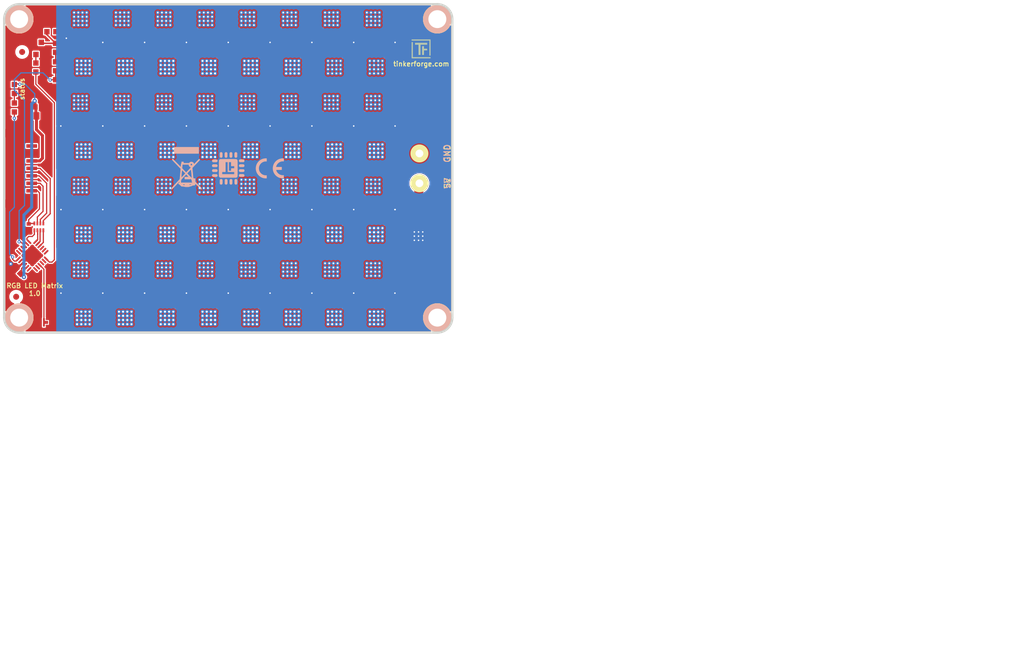
<source format=kicad_pcb>
(kicad_pcb (version 20221018) (generator pcbnew)
  (title_block (title "RGB LED Matrix Bricklet") (date "2017-02-08") (rev "1.0") (company "Tinkerforge GmbH") (comment 1 "Licensed under CERN OHL v.1.1") (comment 2 "Copyright (©) 2017, B.Nordmeyer <bastian@tinkerforge.com>"))
  (layers (0 "F.Cu" signal "Vorderseite") (31 "B.Cu" signal "Rückseite") (34 "B.Paste" user) (35 "F.Paste" user) (36 "B.SilkS" user "B.Silkscreen") (37 "F.SilkS" user "F.Silkscreen") (38 "B.Mask" user) (39 "F.Mask" user) (44 "Edge.Cuts" user))
  (net 0 "")
  (net 1 "GND")
  (net 2 "VCC")
  (net 3 "3V3")
  (net 4 "Net-(LED1-Pad4)")
  (net 5 "Net-(Q1-PadD)")
  (net 6 "Net-(LED1-Pad2)")
  (net 7 "Net-(LED2-Pad2)")
  (net 8 "Net-(LED3-Pad2)")
  (net 9 "Net-(LED4-Pad2)")
  (net 10 "Net-(LED5-Pad2)")
  (net 11 "Net-(LED10-Pad4)")
  (net 12 "Net-(LED10-Pad2)")
  (net 13 "Net-(LED11-Pad2)")
  (net 14 "Net-(LED12-Pad2)")
  (net 15 "Net-(LED13-Pad2)")
  (net 16 "Net-(LED14-Pad2)")
  (net 17 "Net-(LED15-Pad2)")
  (net 18 "Net-(LED16-Pad2)")
  (net 19 "Net-(LED17-Pad2)")
  (net 20 "Net-(LED18-Pad2)")
  (net 21 "Net-(LED19-Pad2)")
  (net 22 "Net-(LED20-Pad2)")
  (net 23 "Net-(LED21-Pad2)")
  (net 24 "Net-(LED22-Pad2)")
  (net 25 "Net-(LED23-Pad2)")
  (net 26 "Net-(LED24-Pad2)")
  (net 27 "Net-(LED25-Pad2)")
  (net 28 "Net-(LED26-Pad2)")
  (net 29 "Net-(LED27-Pad2)")
  (net 30 "Net-(LED28-Pad2)")
  (net 31 "Net-(LED29-Pad2)")
  (net 32 "Net-(LED30-Pad2)")
  (net 33 "Net-(LED31-Pad2)")
  (net 34 "Net-(LED32-Pad2)")
  (net 35 "Net-(LED33-Pad2)")
  (net 36 "Net-(LED34-Pad2)")
  (net 37 "Net-(LED35-Pad2)")
  (net 38 "Net-(LED36-Pad2)")
  (net 39 "Net-(LED37-Pad2)")
  (net 40 "Net-(LED38-Pad2)")
  (net 41 "Net-(LED39-Pad2)")
  (net 42 "Net-(LED40-Pad2)")
  (net 43 "Net-(LED41-Pad2)")
  (net 44 "Net-(LED42-Pad2)")
  (net 45 "Net-(LED43-Pad2)")
  (net 46 "Net-(LED44-Pad2)")
  (net 47 "Net-(LED45-Pad2)")
  (net 48 "Net-(LED46-Pad2)")
  (net 49 "Net-(LED47-Pad2)")
  (net 50 "Net-(LED48-Pad2)")
  (net 51 "Net-(LED49-Pad2)")
  (net 52 "Net-(LED50-Pad2)")
  (net 53 "Net-(LED51-Pad2)")
  (net 54 "Net-(LED52-Pad2)")
  (net 55 "Net-(LED53-Pad2)")
  (net 56 "Net-(LED54-Pad2)")
  (net 57 "Net-(LED55-Pad2)")
  (net 58 "Net-(LED56-Pad2)")
  (net 59 "Net-(LED57-Pad2)")
  (net 60 "Net-(LED58-Pad2)")
  (net 61 "Net-(LED59-Pad2)")
  (net 62 "Net-(LED60-Pad2)")
  (net 63 "S-MISO")
  (net 64 "S-MOSI")
  (net 65 "S-CLK")
  (net 66 "S-CS")
  (net 67 "Net-(Q1-PadG)")
  (net 68 "Net-(R1-Pad2)")
  (net 69 "Net-(D1-Pad2)")
  (net 70 "Net-(C5-Pad2)")
  (net 71 "Net-(LED6-Pad2)")
  (net 72 "Net-(LED7-Pad2)")
  (net 73 "Net-(LED8-Pad2)")
  (net 74 "Net-(LED61-Pad2)")
  (net 75 "Net-(LED62-Pad2)")
  (net 76 "Net-(LED63-Pad2)")
  (net 77 "Net-(P1-Pad2)")
  (net 78 "Net-(R3-Pad2)")
  (net 79 "VIN")
  (net 80 "Net-(C70-Pad2)")
  (net 81 "Net-(P2-Pad4)")
  (net 82 "Net-(P2-Pad5)")
  (net 83 "Net-(P2-Pad6)")
  (net 84 "Net-(LED64-Pad2)")
  (net 85 "Net-(P2-Pad1)")
  (net 86 "Net-(R2-Pad1)")
  (net 87 "Net-(R3-Pad1)")
  (net 88 "Net-(U1-Pad2)")
  (net 89 "Net-(U1-Pad4)")
  (net 90 "Net-(U1-Pad5)")
  (net 91 "Net-(U1-Pad6)")
  (net 92 "Net-(U1-Pad8)")
  (net 93 "Net-(U1-Pad11)")
  (net 94 "Net-(U1-Pad12)")
  (net 95 "Net-(U1-Pad13)")
  (net 96 "Net-(U1-Pad14)")
  (net 97 "Net-(U1-Pad16)")
  (net 98 "Net-(U1-Pad17)")
  (net 99 "Net-(U1-Pad19)")
  (net 100 "Net-(U1-Pad20)")
  (net 101 "Net-(U1-Pad21)")
  (footprint "kicad-libraries:DRILL_NP" (layer "F.Cu") (at 184.8 106.8 -90)
    (fp_text reference "U2" hide)
    (fp_text value "DRILL" hide)
  )
  (footprint "kicad-libraries:DRILL_NP" (layer "F.Cu") (at 184.8 56.8 90)
    (fp_text reference "U3" hide)
    (fp_text value "DRILL" hide)
  )
  (footprint "kicad-libraries:DRILL_NP" (layer "F.Cu") (at 114.8 56.8 90)
    (fp_text reference "U4" hide)
    (fp_text value "DRILL" hide)
  )
  (footprint "kicad-libraries:DRILL_NP" (layer "F.Cu") (at 114.8 106.8)
    (fp_text reference "U5" hide)
    (fp_text value "DRILL" hide)
  )
  (footprint "kicad-libraries:WS2812B_LED" (layer "F.Cu") (at 125.3 57.3 180)
    (fp_text reference "LED1")
    (fp_text value "WS2812B_LED")
  )
  (footprint "kicad-libraries:SOT23GDS" (layer "F.Cu") (at 118.5 61.7 180)
    (fp_text reference "Q1")
    (fp_text value "2N7002P")
  )
  (footprint "kicad-libraries:AKL_5_2" (layer "F.Cu") (at 181.8 81.8 -90)
    (fp_text reference "J1")
    (fp_text value "AKL_5_2")
  )
  (footprint "kicad-libraries:WS2812B_LED" (layer "F.Cu") (at 132.3 57.3 180)
    (fp_text reference "LED2")
    (fp_text value "WS2812B_LED")
  )
  (footprint "kicad-libraries:WS2812B_LED" (layer "F.Cu") (at 139.3 57.3 180)
    (fp_text reference "LED3")
    (fp_text value "WS2812B_LED")
  )
  (footprint "kicad-libraries:WS2812B_LED" (layer "F.Cu") (at 146.3 57.3 180)
    (fp_text reference "LED4")
    (fp_text value "WS2812B_LED")
  )
  (footprint "kicad-libraries:WS2812B_LED" (layer "F.Cu") (at 153.3 57.3 180)
    (fp_text reference "LED5")
    (fp_text value "WS2812B_LED")
  )
  (footprint "kicad-libraries:WS2812B_LED" (layer "F.Cu") (at 160.3 57.3 180)
    (fp_text reference "LED6")
    (fp_text value "WS2812B_LED")
  )
  (footprint "kicad-libraries:WS2812B_LED" (layer "F.Cu") (at 167.3 57.3 180)
    (fp_text reference "LED7")
    (fp_text value "WS2812B_LED")
  )
  (footprint "kicad-libraries:WS2812B_LED" (layer "F.Cu") (at 174.3 57.3 180)
    (fp_text reference "LED8")
    (fp_text value "WS2812B_LED")
  )
  (footprint "kicad-libraries:WS2812B_LED" (layer "F.Cu") (at 174.3 64.3)
    (fp_text reference "LED9")
    (fp_text value "WS2812B_LED")
  )
  (footprint "kicad-libraries:WS2812B_LED" (layer "F.Cu") (at 167.3 64.3)
    (fp_text reference "LED10")
    (fp_text value "WS2812B_LED")
  )
  (footprint "kicad-libraries:WS2812B_LED" (layer "F.Cu") (at 160.3 64.3)
    (fp_text reference "LED11")
    (fp_text value "WS2812B_LED")
  )
  (footprint "kicad-libraries:WS2812B_LED" (layer "F.Cu") (at 153.3 64.3)
    (fp_text reference "LED12")
    (fp_text value "WS2812B_LED")
  )
  (footprint "kicad-libraries:WS2812B_LED" (layer "F.Cu") (at 146.3 64.3)
    (fp_text reference "LED13")
    (fp_text value "WS2812B_LED")
  )
  (footprint "kicad-libraries:WS2812B_LED" (layer "F.Cu") (at 139.3 64.3)
    (fp_text reference "LED14")
    (fp_text value "WS2812B_LED")
  )
  (footprint "kicad-libraries:WS2812B_LED" (layer "F.Cu") (at 132.3 64.3)
    (fp_text reference "LED15")
    (fp_text value "WS2812B_LED")
  )
  (footprint "kicad-libraries:WS2812B_LED" (layer "F.Cu") (at 125.3 64.3)
    (fp_text reference "LED16")
    (fp_text value "WS2812B_LED")
  )
  (footprint "kicad-libraries:WS2812B_LED" (layer "F.Cu") (at 125.3 71.3 180)
    (fp_text reference "LED17")
    (fp_text value "WS2812B_LED")
  )
  (footprint "kicad-libraries:WS2812B_LED" (layer "F.Cu") (at 132.3 71.3 180)
    (fp_text reference "LED18")
    (fp_text value "WS2812B_LED")
  )
  (footprint "kicad-libraries:WS2812B_LED" (layer "F.Cu") (at 139.3 71.3 180)
    (fp_text reference "LED19")
    (fp_text value "WS2812B_LED")
  )
  (footprint "kicad-libraries:WS2812B_LED" (layer "F.Cu") (at 146.3 71.3 180)
    (fp_text reference "LED20")
    (fp_text value "WS2812B_LED")
  )
  (footprint "kicad-libraries:WS2812B_LED" (layer "F.Cu") (at 153.3 71.3 180)
    (fp_text reference "LED21")
    (fp_text value "WS2812B_LED")
  )
  (footprint "kicad-libraries:WS2812B_LED" (layer "F.Cu") (at 160.3 71.3 180)
    (fp_text reference "LED22")
    (fp_text value "WS2812B_LED")
  )
  (footprint "kicad-libraries:WS2812B_LED" (layer "F.Cu") (at 167.3 71.3 180)
    (fp_text reference "LED23")
    (fp_text value "WS2812B_LED")
  )
  (footprint "kicad-libraries:WS2812B_LED" (layer "F.Cu") (at 174.3 71.3 180)
    (fp_text reference "LED24")
    (fp_text value "WS2812B_LED")
  )
  (footprint "kicad-libraries:WS2812B_LED" (layer "F.Cu") (at 174.3 78.3)
    (fp_text reference "LED25")
    (fp_text value "WS2812B_LED")
  )
  (footprint "kicad-libraries:WS2812B_LED" (layer "F.Cu") (at 167.3 78.3)
    (fp_text reference "LED26")
    (fp_text value "WS2812B_LED")
  )
  (footprint "kicad-libraries:WS2812B_LED" (layer "F.Cu") (at 160.3 78.3)
    (fp_text reference "LED27")
    (fp_text value "WS2812B_LED")
  )
  (footprint "kicad-libraries:WS2812B_LED" (layer "F.Cu") (at 153.3 78.3)
    (fp_text reference "LED28")
    (fp_text value "WS2812B_LED")
  )
  (footprint "kicad-libraries:WS2812B_LED" (layer "F.Cu") (at 146.3 78.3)
    (fp_text reference "LED29")
    (fp_text value "WS2812B_LED")
  )
  (footprint "kicad-libraries:WS2812B_LED" (layer "F.Cu") (at 139.3 78.3)
    (fp_text reference "LED30")
    (fp_text value "WS2812B_LED")
  )
  (footprint "kicad-libraries:WS2812B_LED" (layer "F.Cu") (at 132.3 78.3)
    (fp_text reference "LED31")
    (fp_text value "WS2812B_LED")
  )
  (footprint "kicad-libraries:WS2812B_LED" (layer "F.Cu") (at 125.3 78.3)
    (fp_text reference "LED32")
    (fp_text value "WS2812B_LED")
  )
  (footprint "kicad-libraries:WS2812B_LED" (layer "F.Cu") (at 125.3 85.3 180)
    (fp_text reference "LED33")
    (fp_text value "WS2812B_LED")
  )
  (footprint "kicad-libraries:WS2812B_LED" (layer "F.Cu") (at 132.3 85.3 180)
    (fp_text reference "LED34")
    (fp_text value "WS2812B_LED")
  )
  (footprint "kicad-libraries:WS2812B_LED" (layer "F.Cu") (at 139.3 85.3 180)
    (fp_text reference "LED35")
    (fp_text value "WS2812B_LED")
  )
  (footprint "kicad-libraries:WS2812B_LED" (layer "F.Cu") (at 146.3 85.3 180)
    (fp_text reference "LED36")
    (fp_text value "WS2812B_LED")
  )
  (footprint "kicad-libraries:WS2812B_LED" (layer "F.Cu") (at 153.3 85.3 180)
    (fp_text reference "LED37")
    (fp_text value "WS2812B_LED")
  )
  (footprint "kicad-libraries:WS2812B_LED" (layer "F.Cu") (at 160.3 85.3 180)
    (fp_text reference "LED38")
    (fp_text value "WS2812B_LED")
  )
  (footprint "kicad-libraries:WS2812B_LED" (layer "F.Cu") (at 167.3 85.3 180)
    (fp_text reference "LED39")
    (fp_text value "WS2812B_LED")
  )
  (footprint "kicad-libraries:WS2812B_LED" (layer "F.Cu") (at 174.3 85.3 180)
    (fp_text reference "LED40")
    (fp_text value "WS2812B_LED")
  )
  (footprint "kicad-libraries:WS2812B_LED" (layer "F.Cu") (at 174.3 92.3)
    (fp_text reference "LED41")
    (fp_text value "WS2812B_LED")
  )
  (footprint "kicad-libraries:WS2812B_LED" (layer "F.Cu") (at 167.3 92.3)
    (fp_text reference "LED42")
    (fp_text value "WS2812B_LED")
  )
  (footprint "kicad-libraries:WS2812B_LED" (layer "F.Cu") (at 160.3 92.3)
    (fp_text reference "LED43")
    (fp_text value "WS2812B_LED")
  )
  (footprint "kicad-libraries:WS2812B_LED" (layer "F.Cu") (at 153.3 92.3)
    (fp_text reference "LED44")
    (fp_text value "WS2812B_LED")
  )
  (footprint "kicad-libraries:WS2812B_LED" (layer "F.Cu") (at 146.3 92.3)
    (fp_text reference "LED45")
    (fp_text value "WS2812B_LED")
  )
  (footprint "kicad-libraries:WS2812B_LED" (layer "F.Cu") (at 139.3 92.3)
    (fp_text reference "LED46")
    (fp_text value "WS2812B_LED")
  )
  (footprint "kicad-libraries:WS2812B_LED" (layer "F.Cu") (at 132.3 92.3)
    (fp_text reference "LED47")
    (fp_text value "WS2812B_LED")
  )
  (footprint "kicad-libraries:WS2812B_LED" (layer "F.Cu") (at 125.3 92.3)
    (fp_text reference "LED48")
    (fp_text value "WS2812B_LED")
  )
  (footprint "kicad-libraries:WS2812B_LED" (layer "F.Cu") (at 125.3 99.3 180)
    (fp_text reference "LED49")
    (fp_text value "WS2812B_LED")
  )
  (footprint "kicad-libraries:WS2812B_LED" (layer "F.Cu") (at 132.3 99.3 180)
    (fp_text reference "LED50")
    (fp_text value "WS2812B_LED")
  )
  (footprint "kicad-libraries:WS2812B_LED" (layer "F.Cu") (at 139.3 99.3 180)
    (fp_text reference "LED51")
    (fp_text value "WS2812B_LED")
  )
  (footprint "kicad-libraries:WS2812B_LED" (layer "F.Cu") (at 146.3 99.3 180)
    (fp_text reference "LED52")
    (fp_text value "WS2812B_LED")
  )
  (footprint "kicad-libraries:WS2812B_LED" (layer "F.Cu") (at 153.3 99.3 180)
    (fp_text reference "LED53")
    (fp_text value "WS2812B_LED")
  )
  (footprint "kicad-libraries:WS2812B_LED" (layer "F.Cu") (at 160.3 99.3 180)
    (fp_text reference "LED54")
    (fp_text value "WS2812B_LED")
  )
  (footprint "kicad-libraries:WS2812B_LED" (layer "F.Cu") (at 167.3 99.3 180)
    (fp_text reference "LED55")
    (fp_text value "WS2812B_LED")
  )
  (footprint "kicad-libraries:WS2812B_LED" (layer "F.Cu") (at 174.3 99.3 180)
    (fp_text reference "LED56")
    (fp_text value "WS2812B_LED")
  )
  (footprint "kicad-libraries:WS2812B_LED" (layer "F.Cu") (at 174.3 106.3)
    (fp_text reference "LED57")
    (fp_text value "WS2812B_LED")
  )
  (footprint "kicad-libraries:WS2812B_LED" (layer "F.Cu") (at 167.3 106.3)
    (fp_text reference "LED58")
    (fp_text value "WS2812B_LED")
  )
  (footprint "kicad-libraries:WS2812B_LED" (layer "F.Cu") (at 160.3 106.3)
    (fp_text reference "LED59")
    (fp_text value "WS2812B_LED")
  )
  (footprint "kicad-libraries:WS2812B_LED" (layer "F.Cu") (at 153.3 106.3)
    (fp_text reference "LED60")
    (fp_text value "WS2812B_LED")
  )
  (footprint "kicad-libraries:WS2812B_LED" (layer "F.Cu") (at 146.3 106.3)
    (fp_text reference "LED61")
    (fp_text value "WS2812B_LED")
  )
  (footprint "kicad-libraries:WS2812B_LED" (layer "F.Cu") (at 139.3 106.3)
    (fp_text reference "LED62")
    (fp_text value "WS2812B_LED")
  )
  (footprint "kicad-libraries:WS2812B_LED" (layer "F.Cu") (at 132.3 106.3)
    (fp_text reference "LED63")
    (fp_text value "WS2812B_LED")
  )
  (footprint "kicad-libraries:WS2812B_LED" (layer "F.Cu") (at 125.3 106.3)
    (fp_text reference "LED64")
    (fp_text value "WS2812B_LED")
  )
  (footprint "kicad-libraries:QFN24-4x4mm-0.5mm" (layer "F.Cu") (at 117 96.4 -45)
    (fp_text reference "U1")
    (fp_text value "XMC1100-16")
  )
  (footprint "kicad-libraries:SolderJumper" (layer "F.Cu") (at 119.5 107.6 180)
    (fp_text reference "P1")
    (fp_text value "CONN_01X02")
  )
  (footprint "kicad-libraries:CON-SENSOR2" (layer "F.Cu") (at 112.3 81.8 -90)
    (fp_text reference "P2")
    (fp_text value "CON-SENSOR")
  )
  (footprint "kicad-libraries:Logo_31x31" (layer "F.Cu") (at 180.5 60.2)
    (fp_text reference "G***" hide)
    (fp_text value "Logo_31x31" hide)
  )
  (footprint "kicad-libraries:Fiducial_Mark" (layer "F.Cu") (at 115.3 62.3)
    (fp_text reference "Fiducial_Mark" hide)
    (fp_text value "VAL**" hide)
  )
  (footprint "kicad-libraries:Fiducial_Mark" (layer "F.Cu") (at 185.3 66.3)
    (fp_text reference "Fiducial_Mark" hide)
    (fp_text value "VAL**" hide)
  )
  (footprint "kicad-libraries:Fiducial_Mark" (layer "F.Cu") (at 185.3 101.3)
    (fp_text reference "Fiducial_Mark" hide)
    (fp_text value "VAL**" hide)
  )
  (footprint "kicad-libraries:Fiducial_Mark" (layer "F.Cu") (at 114.3 103.3)
    (fp_text reference "Fiducial_Mark" hide)
    (fp_text value "VAL**" hide)
  )
  (footprint "kicad-libraries:C0603F" (layer "F.Cu") (at 114.5 98.9 -45)
    (fp_text reference "C1")
    (fp_text value "100nF")
  )
  (footprint "kicad-libraries:C0603F" (layer "F.Cu") (at 116.7 71.5)
    (fp_text reference "C2")
    (fp_text value "1uF")
  )
  (footprint "kicad-libraries:C0805" (layer "F.Cu") (at 116.7 73)
    (fp_text reference "C3")
    (fp_text value "10uF")
  )
  (footprint "kicad-libraries:C0603F" (layer "F.Cu") (at 180.9 91.2)
    (fp_text reference "C4")
    (fp_text value "1uF")
  )
  (footprint "kicad-libraries:C0603F" (layer "F.Cu") (at 180.9 88.3)
    (fp_text reference "C5")
    (fp_text value "1uF")
  )
  (footprint "kicad-libraries:C0603F" (layer "F.Cu") (at 141.05 60.7 180)
    (fp_text reference "C6")
    (fp_text value "100nF")
  )
  (footprint "kicad-libraries:C0603F" (layer "F.Cu") (at 148.05 60.7 180)
    (fp_text reference "C7")
    (fp_text value "100nF")
  )
  (footprint "kicad-libraries:C0603F" (layer "F.Cu") (at 155.05 60.7 180)
    (fp_text reference "C8")
    (fp_text value "100nF")
  )
  (footprint "kicad-libraries:C0603F" (layer "F.Cu") (at 162.05 60.7 180)
    (fp_text reference "C9")
    (fp_text value "100nF")
  )
  (footprint "kicad-libraries:C0603F" (layer "F.Cu") (at 169.05 60.7 180)
    (fp_text reference "C10")
    (fp_text value "100nF")
  )
  (footprint "kicad-libraries:C0603F" (layer "F.Cu") (at 176.05 60.7 180)
    (fp_text reference "C11")
    (fp_text value "100nF")
  )
  (footprint "kicad-libraries:C0603F" (layer "F.Cu") (at 123.55 60.7)
    (fp_text reference "C12")
    (fp_text value "100nF")
  )
  (footprint "kicad-libraries:C0603F" (layer "F.Cu") (at 130.55 60.7)
    (fp_text reference "C13")
    (fp_text value "100nF")
  )
  (footprint "kicad-libraries:C0603F" (layer "F.Cu") (at 137.55 60.7)
    (fp_text reference "C14")
    (fp_text value "100nF")
  )
  (footprint "kicad-libraries:C0603F" (layer "F.Cu") (at 134 60.7 180)
    (fp_text reference "C15")
    (fp_text value "100nF")
  )
  (footprint "kicad-libraries:C0603F" (layer "F.Cu") (at 151.55 60.7)
    (fp_text reference "C16")
    (fp_text value "100nF")
  )
  (footprint "kicad-libraries:C0603F" (layer "F.Cu") (at 158.55 60.7)
    (fp_text reference "C17")
    (fp_text value "100nF")
  )
  (footprint "kicad-libraries:C0603F" (layer "F.Cu") (at 165.55 60.7)
    (fp_text reference "C18")
    (fp_text value "100nF")
  )
  (footprint "kicad-libraries:C0603F" (layer "F.Cu") (at 172.55 60.7)
    (fp_text reference "C19")
    (fp_text value "100nF")
  )
  (footprint "kicad-libraries:C0603F" (layer "F.Cu") (at 176.05 74.7 180)
    (fp_text reference "C20")
    (fp_text value "100nF")
  )
  (footprint "kicad-libraries:C0603F" (layer "F.Cu") (at 169.05 74.7 180)
    (fp_text reference "C21")
    (fp_text value "100nF")
  )
  (footprint "kicad-libraries:C0603F" (layer "F.Cu") (at 162.05 74.7 180)
    (fp_text reference "C22")
    (fp_text value "100nF")
  )
  (footprint "kicad-libraries:C0603F" (layer "F.Cu") (at 155.05 74.7 180)
    (fp_text reference "C23")
    (fp_text value "100nF")
  )
  (footprint "kicad-libraries:C0603F" (layer "F.Cu") (at 148.05 74.7 180)
    (fp_text reference "C24")
    (fp_text value "100nF")
  )
  (footprint "kicad-libraries:C0603F" (layer "F.Cu") (at 141.05 74.7 180)
    (fp_text reference "C25")
    (fp_text value "100nF")
  )
  (footprint "kicad-libraries:C0603F" (layer "F.Cu") (at 134.05 74.7 180)
    (fp_text reference "C26")
    (fp_text value "100nF")
  )
  (footprint "kicad-libraries:C0603F" (layer "F.Cu") (at 127.05 74.7 180)
    (fp_text reference "C27")
    (fp_text value "100nF")
  )
  (footprint "kicad-libraries:C0603F" (layer "F.Cu") (at 123.55 74.7)
    (fp_text reference "C28")
    (fp_text value "100nF")
  )
  (footprint "kicad-libraries:C0603F" (layer "F.Cu") (at 130.55 74.7)
    (fp_text reference "C29")
    (fp_text value "100nF")
  )
  (footprint "kicad-libraries:C0603F" (layer "F.Cu") (at 137.55 74.7)
    (fp_text reference "C30")
    (fp_text value "100nF")
  )
  (footprint "kicad-libraries:C0603F" (layer "F.Cu") (at 144.55 74.7)
    (fp_text reference "C31")
    (fp_text value "100nF")
  )
  (footprint "kicad-libraries:C0603F" (layer "F.Cu") (at 151.55 74.7)
    (fp_text reference "C32")
    (fp_text value "100nF")
  )
  (footprint "kicad-libraries:C0603F" (layer "F.Cu") (at 158.55 74.7)
    (fp_text reference "C33")
    (fp_text value "100nF")
  )
  (footprint "kicad-libraries:C0603F" (layer "F.Cu") (at 165.55 74.7)
    (fp_text reference "C34")
    (fp_text value "100nF")
  )
  (footprint "kicad-libraries:C0603F" (layer "F.Cu") (at 172.55 74.7)
    (fp_text reference "C35")
    (fp_text value "100nF")
  )
  (footprint "kicad-libraries:C0603F" (layer "F.Cu") (at 176.05 88.7 180)
    (fp_text reference "C36")
    (fp_text value "100nF")
  )
  (footprint "kicad-libraries:C0603F" (layer "F.Cu") (at 169.05 88.7 180)
    (fp_text reference "C37")
    (fp_text value "100nF")
  )
  (footprint "kicad-libraries:C0603F" (layer "F.Cu") (at 162.05 88.7 180)
    (fp_text reference "C38")
    (fp_text value "100nF")
  )
  (footprint "kicad-libraries:C0603F" (layer "F.Cu") (at 155.05 88.7 180)
    (fp_text reference "C39")
    (fp_text value "100nF")
  )
  (footprint "kicad-libraries:C0603F" (layer "F.Cu") (at 148.05 88.7 180)
    (fp_text reference "C40")
    (fp_text value "100nF")
  )
  (footprint "kicad-libraries:C0603F" (layer "F.Cu") (at 141.05 88.7 180)
    (fp_text reference "C41")
    (fp_text value "100nF")
  )
  (footprint "kicad-libraries:C0603F" (layer "F.Cu") (at 134.05 88.7 180)
    (fp_text reference "C42")
    (fp_text value "100nF")
  )
  (footprint "kicad-libraries:C0603F" (layer "F.Cu") (at 127.05 88.7 180)
    (fp_text reference "C43")
    (fp_text value "100nF")
  )
  (footprint "kicad-libraries:C0603F" (layer "F.Cu") (at 123.55 88.7)
    (fp_text reference "C44")
    (fp_text value "100nF")
  )
  (footprint "kicad-libraries:C0603F" (layer "F.Cu") (at 130.55 88.7)
    (fp_text reference "C45")
    (fp_text value "100nF")
  )
  (footprint "kicad-libraries:C0603F" (layer "F.Cu") (at 137.55 88.7)
    (fp_text reference "C46")
    (fp_text value "100nF")
  )
  (footprint "kicad-libraries:C0603F" (layer "F.Cu") (at 144.55 88.7)
    (fp_text reference "C47")
    (fp_text value "100nF")
  )
  (footprint "kicad-libraries:C0603F" (layer "F.Cu") (at 151.55 88.7)
    (fp_text reference "C48")
    (fp_text value "100nF")
  )
  (footprint "kicad-libraries:C0603F" (layer "F.Cu") (at 158.55 88.7)
    (fp_text reference "C49")
    (fp_text value "100nF")
  )
  (footprint "kicad-libraries:C0603F" (layer "F.Cu") (at 165.55 88.7)
    (fp_text reference "C50")
    (fp_text value "100nF")
  )
  (footprint "kicad-libraries:C0603F" (layer "F.Cu") (at 172.55 88.7)
    (fp_text reference "C51")
    (fp_text value "100nF")
  )
  (footprint "kicad-libraries:C0603F" (layer "F.Cu") (at 176.05 102.7 180)
    (fp_text reference "C52")
    (fp_text value "100nF")
  )
  (footprint "kicad-libraries:C0603F" (layer "F.Cu") (at 169.05 102.7 180)
    (fp_text reference "C53")
    (fp_text value "100nF")
  )
  (footprint "kicad-libraries:C0603F" (layer "F.Cu") (at 162.05 102.7 180)
    (fp_text reference "C54")
    (fp_text value "100nF")
  )
  (footprint "kicad-libraries:C0603F" (layer "F.Cu") (at 155.05 102.7 180)
    (fp_text reference "C55")
    (fp_text value "100nF")
  )
  (footprint "kicad-libraries:C0603F" (layer "F.Cu") (at 148.05 102.7 180)
    (fp_text reference "C56")
    (fp_text value "100nF")
  )
  (footprint "kicad-libraries:C0603F" (layer "F.Cu") (at 141.05 102.7 180)
    (fp_text reference "C57")
    (fp_text value "100nF")
  )
  (footprint "kicad-libraries:C0603F" (layer "F.Cu") (at 134.05 102.7 180)
    (fp_text reference "C58")
    (fp_text value "100nF")
  )
  (footprint "kicad-libraries:C0603F" (layer "F.Cu") (at 127.05 102.7 180)
    (fp_text reference "C59")
    (fp_text value "100nF")
  )
  (footprint "kicad-libraries:C0603F" (layer "F.Cu") (at 123.55 102.7)
    (fp_text reference "C60")
    (fp_text value "100nF")
  )
  (footprint "kicad-libraries:C0603F" (layer "F.Cu") (at 130.55 102.7)
    (fp_text reference "C61")
    (fp_text value "100nF")
  )
  (footprint "kicad-libraries:C0603F" (layer "F.Cu") (at 137.55 102.7)
    (fp_text reference "C62")
    (fp_text value "100nF")
  )
  (footprint "kicad-libraries:C0603F" (layer "F.Cu") (at 144.55 102.7)
    (fp_text reference "C63")
    (fp_text value "100nF")
  )
  (footprint "kicad-libraries:C0603F" (layer "F.Cu") (at 151.55 102.7)
    (fp_text reference "C64")
    (fp_text value "100nF")
  )
  (footprint "kicad-libraries:C0603F" (layer "F.Cu") (at 158.55 102.7)
    (fp_text reference "C65")
    (fp_text value "100nF")
  )
  (footprint "kicad-libraries:C0603F" (layer "F.Cu") (at 165.55 102.7)
    (fp_text reference "C66")
    (fp_text value "100nF")
  )
  (footprint "kicad-libraries:C0603F" (layer "F.Cu") (at 172.55 102.7)
    (fp_text reference "C67")
    (fp_text value "100nF")
  )
  (footprint "kicad-libraries:C0603F" (layer "F.Cu") (at 127 60.7 180)
    (fp_text reference "C68")
    (fp_text value "100nF")
  )
  (footprint "kicad-libraries:C0603F" (layer "F.Cu") (at 144.6 60.7)
    (fp_text reference "C69")
    (fp_text value "100nF")
  )
  (footprint "kicad-libraries:R1206" (layer "F.Cu") (at 183.6 89.8 -90)
    (fp_text reference "FB2")
    (fp_text value "FB 6A")
  )
  (footprint "kicad-libraries:R0603F" (layer "F.Cu") (at 114 71.6 -90)
    (fp_text reference "R1")
    (fp_text value "1k")
  )
  (footprint "kicad-libraries:R0603F" (layer "F.Cu") (at 120.9 61.6 -90)
    (fp_text reference "R2")
    (fp_text value "1k")
  )
  (footprint "kicad-libraries:R0603F" (layer "F.Cu") (at 117.6 64.9 -90)
    (fp_text reference "R3")
    (fp_text value "100")
  )
  (footprint "kicad-libraries:R0603F" (layer "F.Cu") (at 120.2 58.9 180)
    (fp_text reference "R4")
    (fp_text value "330")
  )
  (footprint "kicad-libraries:R0603F" (layer "F.Cu") (at 120.9 64.7 -90)
    (fp_text reference "R5")
    (fp_text value "1k")
  )
  (footprint "kicad-libraries:R0603F" (layer "F.Cu") (at 120.9 67.7 -90)
    (fp_text reference "R6")
    (fp_text value "1k")
  )
  (footprint "kicad-libraries:4X0402" (layer "F.Cu") (at 118.1 91.6 180)
    (fp_text reference "RP1")
    (fp_text value "82")
  )
  (footprint "kicad-libraries:D0603F" (layer "F.Cu") (at 114 68.5 -90)
    (fp_text reference "D1")
    (fp_text value "LED blue")
  )
  (footprint "kicad-libraries:C0402F" (layer "F.Cu") (at 116.4 91.6 90)
    (fp_text reference "C70")
    (fp_text value "220pF")
  )
  (footprint "kicad-libraries:WEEE_7mm" (layer "B.Cu") (at 142.8 81.8)
    (fp_text reference "G***" hide)
    (fp_text value "LOGO" hide)
  )
  (footprint "kicad-libraries:Logo_CoMCU" (layer "B.Cu") (at 149.8 81.8)
    (fp_text reference "G***" hide)
    (fp_text value "LOGO" hide)
  )
  (footprint "kicad-libraries:CE_5mm" (layer "B.Cu") (at 156.8 81.8)
    (fp_text reference "VAL" hide)
    (fp_text value "CE_5mm" hide)
  )
  (gr_arc (start 112.3 56.8) (mid 113.032233 55.032233) (end 114.8 54.3) (stroke (width 0.381)) (layer "Edge.Cuts"))
  (gr_line (start 112.3 56.8) (end 112.3 106.8) (stroke (width 0.381)) (layer "Edge.Cuts"))
  (gr_line (start 187.3 106.8) (end 187.3 56.8) (stroke (width 0.381)) (layer "Edge.Cuts"))
  (gr_arc (start 187.3 106.8) (mid 186.567767 108.567767) (end 184.8 109.3) (stroke (width 0.381)) (layer "Edge.Cuts"))
  (gr_arc (start 114.8 109.3) (mid 113.032233 108.567767) (end 112.3 106.8) (stroke (width 0.381)) (layer "Edge.Cuts"))
  (gr_line (start 114.8 109.3) (end 184.8 109.3) (stroke (width 0.381)) (layer "Edge.Cuts"))
  (gr_line (start 184.8 54.3) (end 114.8 54.3) (stroke (width 0.381)) (layer "Edge.Cuts"))
  (gr_arc (start 184.8 54.3) (mid 186.567767 55.032233) (end 187.3 56.8) (stroke (width 0.381)) (layer "Edge.Cuts"))
  (gr_text "GND" (at 186.4 79.3 90) (layer "B.SilkS") (effects (font (size 1 1)) (justify mirror)))
  (gr_text "5V" (at 186.5 84.3 90) (layer "B.SilkS") (effects (font (size 1 1)) (justify mirror)))
  (gr_text "RGB LED Matrix\n1.0" (at 117.4 102.1) (layer "F.SilkS") (effects (font (size 0.8001 0.8001) (thickness 0.14986))))
  (gr_text "GND" (at 186.5 79.3 90) (layer "F.SilkS") (effects (font (size 1 1))))
  (gr_text "tinkerforge.com" (at 182.1 64.3) (layer "F.SilkS") (effects (font (size 0.8001 0.8001) (thickness 0.14986))))
  (gr_text "status" (at 115.3 68.5 90) (layer "F.SilkS") (effects (font (size 0.8001 0.8001) (thickness 0.14986))))
  (gr_text "5V" (at 186.5 84.3 90) (layer "F.SilkS") (effects (font (size 1 1))))
  (segment (start 114.846447 98.2) (end 114.13934 98.2) (width 0.2) (layer "F.Cu") (net 1))
  (segment (start 114.13934 98.2) (end 113.96967 98.36967) (width 0.2) (layer "F.Cu") (net 1))
  (segment (start 116.080761 96.965686) (end 116.080761 96.4) (width 0.2) (layer "F.Cu") (net 1))
  (segment (start 115.6 79.3) (end 115.4 79.1) (width 0.5) (layer "F.Cu") (net 1))
  (segment (start 115.4 79.1) (end 115.4 76.6) (width 0.5) (layer "F.Cu") (net 1))
  (segment (start 115.4 76.6) (end 115.95 76.05) (width 0.5) (layer "F.Cu") (net 1))
  (segment (start 115.95 76.05) (end 115.95 73) (width 0.5) (layer "F.Cu") (net 1))
  (segment (start 120.25 107.05) (end 120.4 107.2) (width 0.2) (layer "F.Cu") (net 1))
  (segment (start 120.4 107.2) (end 120.4 107.6) (width 0.2) (layer "F.Cu") (net 1))
  (segment (start 120.4 108) (end 120.25 108.15) (width 0.2) (layer "F.Cu") (net 1))
  (segment (start 120.25 108.15) (end 119.725 108.15) (width 0.2) (layer "F.Cu") (net 1))
  (segment (start 120.4 107.6) (end 120.4 108) (width 0.2) (layer "F.Cu") (net 1))
  (segment (start 126.6 105.8) (end 125.9 105.8) (width 0.5) (layer "F.Cu") (net 1))
  (segment (start 125.2 105.8) (end 124.5 105.8) (width 0.5) (layer "F.Cu") (net 1))
  (segment (start 124.5 106.5) (end 125.2 106.5) (width 0.5) (layer "F.Cu") (net 1))
  (segment (start 125.9 106.5) (end 126.6 106.5) (width 0.5) (layer "F.Cu") (net 1))
  (segment (start 126.6 107.2) (end 125.9 107.2) (width 0.5) (layer "F.Cu") (net 1))
  (segment (start 125.2 107.2) (end 124.5 107.2) (width 0.5) (layer "F.Cu") (net 1))
  (segment (start 124.5 107.9) (end 125.2 107.9) (width 0.5) (layer "F.Cu") (net 1))
  (segment (start 125.9 107.9) (end 126.6 107.9) (width 0.5) (layer "F.Cu") (net 1))
  (segment (start 126.6 107.9) (end 127.75 107.9) (width 0.8001) (layer "F.Cu") (net 1))
  (segment (start 125.2 107.9) (end 125.9 107.9) (width 0.5) (layer "F.Cu") (net 1))
  (segment (start 124.5 107.2) (end 124.5 107.9) (width 0.5) (layer "F.Cu") (net 1))
  (segment (start 125.9 107.2) (end 125.2 107.2) (width 0.5) (layer "F.Cu") (net 1))
  (segment (start 126.6 106.5) (end 126.6 107.2) (width 0.5) (layer "F.Cu") (net 1))
  (segment (start 125.2 106.5) (end 125.9 106.5) (width 0.5) (layer "F.Cu") (net 1))
  (segment (start 124.5 105.8) (end 124.5 106.5) (width 0.5) (layer "F.Cu") (net 1))
  (segment (start 125.9 105.8) (end 125.2 105.8) (width 0.5) (layer "F.Cu") (net 1))
  (segment (start 167.9 63.8) (end 167.2 63.8) (width 0.5) (layer "F.Cu") (net 1))
  (segment (start 166.5 63.8) (end 166.5 64.5) (width 0.5) (layer "F.Cu") (net 1))
  (segment (start 167.2 64.5) (end 167.9 64.5) (width 0.5) (layer "F.Cu") (net 1))
  (segment (start 168.6 64.5) (end 168.6 65.2) (width 0.5) (layer "F.Cu") (net 1))
  (segment (start 167.9 65.2) (end 167.2 65.2) (width 0.5) (layer "F.Cu") (net 1))
  (segment (start 166.5 65.2) (end 166.5 65.9) (width 0.5) (layer "F.Cu") (net 1))
  (segment (start 167.2 65.9) (end 167.9 65.9) (width 0.5) (layer "F.Cu") (net 1))
  (segment (start 168.6 65.9) (end 169.75 65.9) (width 0.8001) (layer "F.Cu") (net 1))
  (segment (start 167.9 65.9) (end 168.6 65.9) (width 0.5) (layer "F.Cu") (net 1))
  (segment (start 166.5 65.9) (end 167.2 65.9) (width 0.5) (layer "F.Cu") (net 1))
  (segment (start 167.2 65.2) (end 166.5 65.2) (width 0.5) (layer "F.Cu") (net 1))
  (segment (start 168.6 65.2) (end 167.9 65.2) (width 0.5) (layer "F.Cu") (net 1))
  (segment (start 167.9 64.5) (end 168.6 64.5) (width 0.5) (layer "F.Cu") (net 1))
  (segment (start 166.5 64.5) (end 167.2 64.5) (width 0.5) (layer "F.Cu") (net 1))
  (segment (start 167.2 63.8) (end 166.5 63.8) (width 0.5) (layer "F.Cu") (net 1))
  (segment (start 168.6 63.8) (end 167.9 63.8) (width 0.5) (layer "F.Cu") (net 1))
  (segment (start 125.9 105.8) (end 125.2 105.8) (width 0.5) (layer "F.Cu") (net 1))
  (segment (start 124.5 105.8) (end 124.5 106.5) (width 0.5) (layer "F.Cu") (net 1))
  (segment (start 125.2 106.5) (end 125.9 106.5) (width 0.5) (layer "F.Cu") (net 1))
  (segment (start 126.6 106.5) (end 126.6 107.2) (width 0.5) (layer "F.Cu") (net 1))
  (segment (start 125.9 107.2) (end 125.2 107.2) (width 0.5) (layer "F.Cu") (net 1))
  (segment (start 124.5 107.2) (end 124.5 107.9) (width 0.5) (layer "F.Cu") (net 1))
  (segment (start 125.2 107.9) (end 125.9 107.9) (width 0.5) (layer "F.Cu") (net 1))
  (segment (start 126.6 107.9) (end 127.75 107.9) (width 0.8001) (layer "F.Cu") (net 1))
  (segment (start 125.9 107.9) (end 126.6 107.9) (width 0.5) (layer "F.Cu") (net 1))
  (segment (start 124.5 107.9) (end 125.2 107.9) (width 0.5) (layer "F.Cu") (net 1))
  (segment (start 125.2 107.2) (end 124.5 107.2) (width 0.5) (layer "F.Cu") (net 1))
  (segment (start 126.6 107.2) (end 125.9 107.2) (width 0.5) (layer "F.Cu") (net 1))
  (segment (start 125.9 106.5) (end 126.6 106.5) (width 0.5) (layer "F.Cu") (net 1))
  (segment (start 124.5 106.5) (end 125.2 106.5) (width 0.5) (layer "F.Cu") (net 1))
  (segment (start 125.2 105.8) (end 124.5 105.8) (width 0.5) (layer "F.Cu") (net 1))
  (segment (start 126.6 105.8) (end 125.9 105.8) (width 0.5) (layer "F.Cu") (net 1))
  (segment (start 126.6 105.8) (end 125.9 105.8) (width 0.5) (layer "F.Cu") (net 1))
  (segment (start 125.2 105.8) (end 124.5 105.8) (width 0.5) (layer "F.Cu") (net 1))
  (segment (start 124.5 106.5) (end 125.2 106.5) (width 0.5) (layer "F.Cu") (net 1))
  (segment (start 125.9 106.5) (end 126.6 106.5) (width 0.5) (layer "F.Cu") (net 1))
  (segment (start 126.6 107.2) (end 125.9 107.2) (width 0.5) (layer "F.Cu") (net 1))
  (segment (start 125.2 107.2) (end 124.5 107.2) (width 0.5) (layer "F.Cu") (net 1))
  (segment (start 124.5 107.9) (end 125.2 107.9) (width 0.5) (layer "F.Cu") (net 1))
  (segment (start 125.9 107.9) (end 126.6 107.9) (width 0.5) (layer "F.Cu") (net 1))
  (segment (start 126.6 107.9) (end 127.75 107.9) (width 0.8001) (layer "F.Cu") (net 1))
  (segment (start 125.2 107.9) (end 125.9 107.9) (width 0.5) (layer "F.Cu") (net 1))
  (segment (start 124.5 107.2) (end 124.5 107.9) (width 0.5) (layer "F.Cu") (net 1))
  (segment (start 125.9 107.2) (end 125.2 107.2) (width 0.5) (layer "F.Cu") (net 1))
  (segment (start 126.6 106.5) (end 126.6 107.2) (width 0.5) (layer "F.Cu") (net 1))
  (segment (start 125.2 106.5) (end 125.9 106.5) (width 0.5) (layer "F.Cu") (net 1))
  (segment (start 124.5 105.8) (end 124.5 106.5) (width 0.5) (layer "F.Cu") (net 1))
  (segment (start 125.9 105.8) (end 125.2 105.8) (width 0.5) (layer "F.Cu") (net 1))
  (segment (start 125.9 105.8) (end 125.2 105.8) (width 0.5) (layer "F.Cu") (net 1))
  (segment (start 124.5 105.8) (end 124.5 106.5) (width 0.5) (layer "F.Cu") (net 1))
  (segment (start 125.2 106.5) (end 125.9 106.5) (width 0.5) (layer "F.Cu") (net 1))
  (segment (start 126.6 106.5) (end 126.6 107.2) (width 0.5) (layer "F.Cu") (net 1))
  (segment (start 125.9 107.2) (end 125.2 107.2) (width 0.5) (layer "F.Cu") (net 1))
  (segment (start 124.5 107.2) (end 124.5 107.9) (width 0.5) (layer "F.Cu") (net 1))
  (segment (start 125.2 107.9) (end 125.9 107.9) (width 0.5) (layer "F.Cu") (net 1))
  (segment (start 126.6 107.9) (end 127.75 107.9) (width 0.8001) (layer "F.Cu") (net 1))
  (segment (start 125.9 107.9) (end 126.6 107.9) (width 0.5) (layer "F.Cu") (net 1))
  (segment (start 124.5 107.9) (end 125.2 107.9) (width 0.5) (layer "F.Cu") (net 1))
  (segment (start 125.2 107.2) (end 124.5 107.2) (width 0.5) (layer "F.Cu") (net 1))
  (segment (start 126.6 107.2) (end 125.9 107.2) (width 0.5) (layer "F.Cu") (net 1))
  (segment (start 125.9 106.5) (end 126.6 106.5) (width 0.5) (layer "F.Cu") (net 1))
  (segment (start 124.5 106.5) (end 125.2 106.5) (width 0.5) (layer "F.Cu") (net 1))
  (segment (start 125.2 105.8) (end 124.5 105.8) (width 0.5) (layer "F.Cu") (net 1))
  (segment (start 126.6 105.8) (end 125.9 105.8) (width 0.5) (layer "F.Cu") (net 1))
  (segment (start 161.6 63.8) (end 160.9 63.8) (width 0.5) (layer "F.Cu") (net 1))
  (segment (start 160.2 63.8) (end 159.5 63.8) (width 0.5) (layer "F.Cu") (net 1))
  (segment (start 159.5 64.5) (end 160.2 64.5) (width 0.5) (layer "F.Cu") (net 1))
  (segment (start 160.9 64.5) (end 161.6 64.5) (width 0.5) (layer "F.Cu") (net 1))
  (segment (start 161.6 65.2) (end 160.9 65.2) (width 0.5) (layer "F.Cu") (net 1))
  (segment (start 160.2 65.2) (end 159.5 65.2) (width 0.5) (layer "F.Cu") (net 1))
  (segment (start 159.5 65.9) (end 160.2 65.9) (width 0.5) (layer "F.Cu") (net 1))
  (segment (start 160.9 65.9) (end 161.6 65.9) (width 0.5) (layer "F.Cu") (net 1))
  (segment (start 161.6 65.9) (end 162.75 65.9) (width 0.8001) (layer "F.Cu") (net 1))
  (segment (start 160.2 65.9) (end 160.9 65.9) (width 0.5) (layer "F.Cu") (net 1))
  (segment (start 159.5 65.2) (end 159.5 65.9) (width 0.5) (layer "F.Cu") (net 1))
  (segment (start 160.9 65.2) (end 160.2 65.2) (width 0.5) (layer "F.Cu") (net 1))
  (segment (start 161.6 64.5) (end 161.6 65.2) (width 0.5) (layer "F.Cu") (net 1))
  (segment (start 160.2 64.5) (end 160.9 64.5) (width 0.5) (layer "F.Cu") (net 1))
  (segment (start 159.5 63.8) (end 159.5 64.5) (width 0.5) (layer "F.Cu") (net 1))
  (segment (start 160.9 63.8) (end 160.2 63.8) (width 0.5) (layer "F.Cu") (net 1))
  (segment (start 160.9 63.8) (end 160.2 63.8) (width 0.5) (layer "F.Cu") (net 1))
  (segment (start 159.5 63.8) (end 159.5 64.5) (width 0.5) (layer "F.Cu") (net 1))
  (segment (start 160.2 64.5) (end 160.9 64.5) (width 0.5) (layer "F.Cu") (net 1))
  (segment (start 161.6 64.5) (end 161.6 65.2) (width 0.5) (layer "F.Cu") (net 1))
  (segment (start 160.9 65.2) (end 160.2 65.2) (width 0.5) (layer "F.Cu") (net 1))
  (segment (start 159.5 65.2) (end 159.5 65.9) (width 0.5) (layer "F.Cu") (net 1))
  (segment (start 160.2 65.9) (end 160.9 65.9) (width 0.5) (layer "F.Cu") (net 1))
  (segment (start 161.6 65.9) (end 162.75 65.9) (width 0.8001) (layer "F.Cu") (net 1))
  (segment (start 160.9 65.9) (end 161.6 65.9) (width 0.5) (layer "F.Cu") (net 1))
  (segment (start 159.5 65.9) (end 160.2 65.9) (width 0.5) (layer "F.Cu") (net 1))
  (segment (start 160.2 65.2) (end 159.5 65.2) (width 0.5) (layer "F.Cu") (net 1))
  (segment (start 161.6 65.2) (end 160.9 65.2) (width 0.5) (layer "F.Cu") (net 1))
  (segment (start 160.9 64.5) (end 161.6 64.5) (width 0.5) (layer "F.Cu") (net 1))
  (segment (start 159.5 64.5) (end 160.2 64.5) (width 0.5) (layer "F.Cu") (net 1))
  (segment (start 160.2 63.8) (end 159.5 63.8) (width 0.5) (layer "F.Cu") (net 1))
  (segment (start 161.6 63.8) (end 160.9 63.8) (width 0.5) (layer "F.Cu") (net 1))
  (segment (start 161.6 63.8) (end 160.9 63.8) (width 0.5) (layer "F.Cu") (net 1))
  (segment (start 160.2 63.8) (end 159.5 63.8) (width 0.5) (layer "F.Cu") (net 1))
  (segment (start 159.5 64.5) (end 160.2 64.5) (width 0.5) (layer "F.Cu") (net 1))
  (segment (start 160.9 64.5) (end 161.6 64.5) (width 0.5) (layer "F.Cu") (net 1))
  (segment (start 161.6 65.2) (end 160.9 65.2) (width 0.5) (layer "F.Cu") (net 1))
  (segment (start 160.2 65.2) (end 159.5 65.2) (width 0.5) (layer "F.Cu") (net 1))
  (segment (start 159.5 65.9) (end 160.2 65.9) (width 0.5) (layer "F.Cu") (net 1))
  (segment (start 160.9 65.9) (end 161.6 65.9) (width 0.5) (layer "F.Cu") (net 1))
  (segment (start 161.6 65.9) (end 162.75 65.9) (width 0.8001) (layer "F.Cu") (net 1))
  (segment (start 160.2 65.9) (end 160.9 65.9) (width 0.5) (layer "F.Cu") (net 1))
  (segment (start 159.5 65.2) (end 159.5 65.9) (width 0.5) (layer "F.Cu") (net 1))
  (segment (start 160.9 65.2) (end 160.2 65.2) (width 0.5) (layer "F.Cu") (net 1))
  (segment (start 161.6 64.5) (end 161.6 65.2) (width 0.5) (layer "F.Cu") (net 1))
  (segment (start 160.2 64.5) (end 160.9 64.5) (width 0.5) (layer "F.Cu") (net 1))
  (segment (start 159.5 63.8) (end 159.5 64.5) (width 0.5) (layer "F.Cu") (net 1))
  (segment (start 160.9 63.8) (end 160.2 63.8) (width 0.5) (layer "F.Cu") (net 1))
  (segment (start 160.9 63.8) (end 160.2 63.8) (width 0.5) (layer "F.Cu") (net 1))
  (segment (start 159.5 63.8) (end 159.5 64.5) (width 0.5) (layer "F.Cu") (net 1))
  (segment (start 160.2 64.5) (end 160.9 64.5) (width 0.5) (layer "F.Cu") (net 1))
  (segment (start 161.6 64.5) (end 161.6 65.2) (width 0.5) (layer "F.Cu") (net 1))
  (segment (start 160.9 65.2) (end 160.2 65.2) (width 0.5) (layer "F.Cu") (net 1))
  (segment (start 159.5 65.2) (end 159.5 65.9) (width 0.5) (layer "F.Cu") (net 1))
  (segment (start 160.2 65.9) (end 160.9 65.9) (width 0.5) (layer "F.Cu") (net 1))
  (segment (start 161.6 65.9) (end 162.75 65.9) (width 0.8001) (layer "F.Cu") (net 1))
  (segment (start 160.9 65.9) (end 161.6 65.9) (width 0.5) (layer "F.Cu") (net 1))
  (segment (start 159.5 65.9) (end 160.2 65.9) (width 0.5) (layer "F.Cu") (net 1))
  (segment (start 160.2 65.2) (end 159.5 65.2) (width 0.5) (layer "F.Cu") (net 1))
  (segment (start 161.6 65.2) (end 160.9 65.2) (width 0.5) (layer "F.Cu") (net 1))
  (segment (start 160.9 64.5) (end 161.6 64.5) (width 0.5) (layer "F.Cu") (net 1))
  (segment (start 159.5 64.5) (end 160.2 64.5) (width 0.5) (layer "F.Cu") (net 1))
  (segment (start 160.2 63.8) (end 159.5 63.8) (width 0.5) (layer "F.Cu") (net 1))
  (segment (start 161.6 63.8) (end 160.9 63.8) (width 0.5) (layer "F.Cu") (net 1))
  (segment (start 133.6 105.8) (end 132.9 105.8) (width 0.5) (layer "F.Cu") (net 1))
  (segment (start 132.2 105.8) (end 131.5 105.8) (width 0.5) (layer "F.Cu") (net 1))
  (segment (start 131.5 106.5) (end 132.2 106.5) (width 0.5) (layer "F.Cu") (net 1))
  (segment (start 132.9 106.5) (end 133.6 106.5) (width 0.5) (layer "F.Cu") (net 1))
  (segment (start 133.6 107.2) (end 132.9 107.2) (width 0.5) (layer "F.Cu") (net 1))
  (segment (start 132.2 107.2) (end 131.5 107.2) (width 0.5) (layer "F.Cu") (net 1))
  (segment (start 131.5 107.9) (end 132.2 107.9) (width 0.5) (layer "F.Cu") (net 1))
  (segment (start 132.9 107.9) (end 133.6 107.9) (width 0.5) (layer "F.Cu") (net 1))
  (segment (start 133.6 107.9) (end 134.75 107.9) (width 0.8001) (layer "F.Cu") (net 1))
  (segment (start 132.2 107.9) (end 132.9 107.9) (width 0.5) (layer "F.Cu") (net 1))
  (segment (start 131.5 107.2) (end 131.5 107.9) (width 0.5) (layer "F.Cu") (net 1))
  (segment (start 132.9 107.2) (end 132.2 107.2) (width 0.5) (layer "F.Cu") (net 1))
  (segment (start 133.6 106.5) (end 133.6 107.2) (width 0.5) (layer "F.Cu") (net 1))
  (segment (start 132.2 106.5) (end 132.9 106.5) (width 0.5) (layer "F.Cu") (net 1))
  (segment (start 131.5 105.8) (end 131.5 106.5) (width 0.5) (layer "F.Cu") (net 1))
  (segment (start 132.9 105.8) (end 132.2 105.8) (width 0.5) (layer "F.Cu") (net 1))
  (segment (start 132.9 105.8) (end 132.2 105.8) (width 0.5) (layer "F.Cu") (net 1))
  (segment (start 131.5 105.8) (end 131.5 106.5) (width 0.5) (layer "F.Cu") (net 1))
  (segment (start 132.2 106.5) (end 132.9 106.5) (width 0.5) (layer "F.Cu") (net 1))
  (segment (start 133.6 106.5) (end 133.6 107.2) (width 0.5) (layer "F.Cu") (net 1))
  (segment (start 132.9 107.2) (end 132.2 107.2) (width 0.5) (layer "F.Cu") (net 1))
  (segment (start 131.5 107.2) (end 131.5 107.9) (width 0.5) (layer "F.Cu") (net 1))
  (segment (start 132.2 107.9) (end 132.9 107.9) (width 0.5) (layer "F.Cu") (net 1))
  (segment (start 133.6 107.9) (end 134.75 107.9) (width 0.8001) (layer "F.Cu") (net 1))
  (segment (start 132.9 107.9) (end 133.6 107.9) (width 0.5) (layer "F.Cu") (net 1))
  (segment (start 131.5 107.9) (end 132.2 107.9) (width 0.5) (layer "F.Cu") (net 1))
  (segment (start 132.2 107.2) (end 131.5 107.2) (width 0.5) (layer "F.Cu") (net 1))
  (segment (start 133.6 107.2) (end 132.9 107.2) (width 0.5) (layer "F.Cu") (net 1))
  (segment (start 132.9 106.5) (end 133.6 106.5) (width 0.5) (layer "F.Cu") (net 1))
  (segment (start 131.5 106.5) (end 132.2 106.5) (width 0.5) (layer "F.Cu") (net 1))
  (segment (start 132.2 105.8) (end 131.5 105.8) (width 0.5) (layer "F.Cu") (net 1))
  (segment (start 133.6 105.8) (end 132.9 105.8) (width 0.5) (layer "F.Cu") (net 1))
  (segment (start 133.6 105.8) (end 132.9 105.8) (width 0.5) (layer "F.Cu") (net 1))
  (segment (start 132.2 105.8) (end 131.5 105.8) (width 0.5) (layer "F.Cu") (net 1))
  (segment (start 131.5 106.5) (end 132.2 106.5) (width 0.5) (layer "F.Cu") (net 1))
  (segment (start 132.9 106.5) (end 133.6 106.5) (width 0.5) (layer "F.Cu") (net 1))
  (segment (start 133.6 107.2) (end 132.9 107.2) (width 0.5) (layer "F.Cu") (net 1))
  (segment (start 132.2 107.2) (end 131.5 107.2) (width 0.5) (layer "F.Cu") (net 1))
  (segment (start 131.5 107.9) (end 132.2 107.9) (width 0.5) (layer "F.Cu") (net 1))
  (segment (start 132.9 107.9) (end 133.6 107.9) (width 0.5) (layer "F.Cu") (net 1))
  (segment (start 133.6 107.9) (end 134.75 107.9) (width 0.8001) (layer "F.Cu") (net 1))
  (segment (start 132.2 107.9) (end 132.9 107.9) (width 0.5) (layer "F.Cu") (net 1))
  (segment (start 131.5 107.2) (end 131.5 107.9) (width 0.5) (layer "F.Cu") (net 1))
  (segment (start 132.9 107.2) (end 132.2 107.2) (width 0.5) (layer "F.Cu") (net 1))
  (segment (start 133.6 106.5) (end 133.6 107.2) (width 0.5) (layer "F.Cu") (net 1))
  (segment (start 132.2 106.5) (end 132.9 106.5) (width 0.5) (layer "F.Cu") (net 1))
  (segment (start 131.5 105.8) (end 131.5 106.5) (width 0.5) (layer "F.Cu") (net 1))
  (segment (start 132.9 105.8) (end 132.2 105.8) (width 0.5) (layer "F.Cu") (net 1))
  (segment (start 132.9 105.8) (end 132.2 105.8) (width 0.5) (layer "F.Cu") (net 1))
  (segment (start 131.5 105.8) (end 131.5 106.5) (width 0.5) (layer "F.Cu") (net 1))
  (segment (start 132.2 106.5) (end 132.9 106.5) (width 0.5) (layer "F.Cu") (net 1))
  (segment (start 133.6 106.5) (end 133.6 107.2) (width 0.5) (layer "F.Cu") (net 1))
  (segment (start 132.9 107.2) (end 132.2 107.2) (width 0.5) (layer "F.Cu") (net 1))
  (segment (start 131.5 107.2) (end 131.5 107.9) (width 0.5) (layer "F.Cu") (net 1))
  (segment (start 132.2 107.9) (end 132.9 107.9) (width 0.5) (layer "F.Cu") (net 1))
  (segment (start 133.6 107.9) (end 134.75 107.9) (width 0.8001) (layer "F.Cu") (net 1))
  (segment (start 132.9 107.9) (end 133.6 107.9) (width 0.5) (layer "F.Cu") (net 1))
  (segment (start 131.5 107.9) (end 132.2 107.9) (width 0.5) (layer "F.Cu") (net 1))
  (segment (start 132.2 107.2) (end 131.5 107.2) (width 0.5) (layer "F.Cu") (net 1))
  (segment (start 133.6 107.2) (end 132.9 107.2) (width 0.5) (layer "F.Cu") (net 1))
  (segment (start 132.9 106.5) (end 133.6 106.5) (width 0.5) (layer "F.Cu") (net 1))
  (segment (start 131.5 106.5) (end 132.2 106.5) (width 0.5) (layer "F.Cu") (net 1))
  (segment (start 132.2 105.8) (end 131.5 105.8) (width 0.5) (layer "F.Cu") (net 1))
  (segment (start 133.6 105.8) (end 132.9 105.8) (width 0.5) (layer "F.Cu") (net 1))
  (segment (start 140.6 105.8) (end 139.9 105.8) (width 0.5) (layer "F.Cu") (net 1))
  (segment (start 139.2 105.8) (end 138.5 105.8) (width 0.5) (layer "F.Cu") (net 1))
  (segment (start 138.5 106.5) (end 139.2 106.5) (width 0.5) (layer "F.Cu") (net 1))
  (segment (start 139.9 106.5) (end 140.6 106.5) (width 0.5) (layer "F.Cu") (net 1))
  (segment (start 140.6 107.2) (end 139.9 107.2) (width 0.5) (layer "F.Cu") (net 1))
  (segment (start 139.2 107.2) (end 138.5 107.2) (width 0.5) (layer "F.Cu") (net 1))
  (segment (start 138.5 107.9) (end 139.2 107.9) (width 0.5) (layer "F.Cu") (net 1))
  (segment (start 139.9 107.9) (end 140.6 107.9) (width 0.5) (layer "F.Cu") (net 1))
  (segment (start 140.6 107.9) (end 141.75 107.9) (width 0.8001) (layer "F.Cu") (net 1))
  (segment (start 139.2 107.9) (end 139.9 107.9) (width 0.5) (layer "F.Cu") (net 1))
  (segment (start 138.5 107.2) (end 138.5 107.9) (width 0.5) (layer "F.Cu") (net 1))
  (segment (start 139.9 107.2) (end 139.2 107.2) (width 0.5) (layer "F.Cu") (net 1))
  (segment (start 140.6 106.5) (end 140.6 107.2) (width 0.5) (layer "F.Cu") (net 1))
  (segment (start 139.2 106.5) (end 139.9 106.5) (width 0.5) (layer "F.Cu") (net 1))
  (segment (start 138.5 105.8) (end 138.5 106.5) (width 0.5) (layer "F.Cu") (net 1))
  (segment (start 139.9 105.8) (end 139.2 105.8) (width 0.5) (layer "F.Cu") (net 1))
  (segment (start 139.9 105.8) (end 139.2 105.8) (width 0.5) (layer "F.Cu") (net 1))
  (segment (start 138.5 105.8) (end 138.5 106.5) (width 0.5) (layer "F.Cu") (net 1))
  (segment (start 139.2 106.5) (end 139.9 106.5) (width 0.5) (layer "F.Cu") (net 1))
  (segment (start 140.6 106.5) (end 140.6 107.2) (width 0.5) (layer "F.Cu") (net 1))
  (segment (start 139.9 107.2) (end 139.2 107.2) (width 0.5) (layer "F.Cu") (net 1))
  (segment (start 138.5 107.2) (end 138.5 107.9) (width 0.5) (layer "F.Cu") (net 1))
  (segment (start 139.2 107.9) (end 139.9 107.9) (width 0.5) (layer "F.Cu") (net 1))
  (segment (start 140.6 107.9) (end 141.75 107.9) (width 0.8001) (layer "F.Cu") (net 1))
  (segment (start 139.9 107.9) (end 140.6 107.9) (width 0.5) (layer "F.Cu") (net 1))
  (segment (start 138.5 107.9) (end 139.2 107.9) (width 0.5) (layer "F.Cu") (net 1))
  (segment (start 139.2 107.2) (end 138.5 107.2) (width 0.5) (layer "F.Cu") (net 1))
  (segment (start 140.6 107.2) (end 139.9 107.2) (width 0.5) (layer "F.Cu") (net 1))
  (segment (start 139.9 106.5) (end 140.6 106.5) (width 0.5) (layer "F.Cu") (net 1))
  (segment (start 138.5 106.5) (end 139.2 106.5) (width 0.5) (layer "F.Cu") (net 1))
  (segment (start 139.2 105.8) (end 138.5 105.8) (width 0.5) (layer "F.Cu") (net 1))
  (segment (start 140.6 105.8) (end 139.9 105.8) (width 0.5) (layer "F.Cu") (net 1))
  (segment (start 140.6 105.8) (end 139.9 105.8) (width 0.5) (layer "F.Cu") (net 1))
  (segment (start 139.2 105.8) (end 138.5 105.8) (width 0.5) (layer "F.Cu") (net 1))
  (segment (start 138.5 106.5) (end 139.2 106.5) (width 0.5) (layer "F.Cu") (net 1))
  (segment (start 139.9 106.5) (end 140.6 106.5) (width 0.5) (layer "F.Cu") (net 1))
  (segment (start 140.6 107.2) (end 139.9 107.2) (width 0.5) (layer "F.Cu") (net 1))
  (segment (start 139.2 107.2) (end 138.5 107.2) (width 0.5) (layer "F.Cu") (net 1))
  (segment (start 138.5 107.9) (end 139.2 107.9) (width 0.5) (layer "F.Cu") (net 1))
  (segment (start 139.9 107.9) (end 140.6 107.9) (width 0.5) (layer "F.Cu") (net 1))
  (segment (start 140.6 107.9) (end 141.75 107.9) (width 0.8001) (layer "F.Cu") (net 1))
  (segment (start 139.2 107.9) (end 139.9 107.9) (width 0.5) (layer "F.Cu") (net 1))
  (segment (start 138.5 107.2) (end 138.5 107.9) (width 0.5) (layer "F.Cu") (net 1))
  (segment (start 139.9 107.2) (end 139.2 107.2) (width 0.5) (layer "F.Cu") (net 1))
  (segment (start 140.6 106.5) (end 140.6 107.2) (width 0.5) (layer "F.Cu") (net 1))
  (segment (start 139.2 106.5) (end 139.9 106.5) (width 0.5) (layer "F.Cu") (net 1))
  (segment (start 138.5 105.8) (end 138.5 106.5) (width 0.5) (layer "F.Cu") (net 1))
  (segment (start 139.9 105.8) (end 139.2 105.8) (width 0.5) (layer "F.Cu") (net 1))
  (segment (start 139.9 105.8) (end 139.2 105.8) (width 0.5) (layer "F.Cu") (net 1))
  (segment (start 138.5 105.8) (end 138.5 106.5) (width 0.5) (layer "F.Cu") (net 1))
  (segment (start 139.2 106.5) (end 139.9 106.5) (width 0.5) (layer "F.Cu") (net 1))
  (segment (start 140.6 106.5) (end 140.6 107.2) (width 0.5) (layer "F.Cu") (net 1))
  (segment (start 139.9 107.2) (end 139.2 107.2) (width 0.5) (layer "F.Cu") (net 1))
  (segment (start 138.5 107.2) (end 138.5 107.9) (width 0.5) (layer "F.Cu") (net 1))
  (segment (start 139.2 107.9) (end 139.9 107.9) (width 0.5) (layer "F.Cu") (net 1))
  (segment (start 140.6 107.9) (end 141.75 107.9) (width 0.8001) (layer "F.Cu") (net 1))
  (segment (start 139.9 107.9) (end 140.6 107.9) (width 0.5) (layer "F.Cu") (net 1))
  (segment (start 138.5 107.9) (end 139.2 107.9) (width 0.5) (layer "F.Cu") (net 1))
  (segment (start 139.2 107.2) (end 138.5 107.2) (width 0.5) (layer "F.Cu") (net 1))
  (segment (start 140.6 107.2) (end 139.9 107.2) (width 0.5) (layer "F.Cu") (net 1))
  (segment (start 139.9 106.5) (end 140.6 106.5) (width 0.5) (layer "F.Cu") (net 1))
  (segment (start 138.5 106.5) (end 139.2 106.5) (width 0.5) (layer "F.Cu") (net 1))
  (segment (start 139.2 105.8) (end 138.5 105.8) (width 0.5) (layer "F.Cu") (net 1))
  (segment (start 140.6 105.8) (end 139.9 105.8) (width 0.5) (layer "F.Cu") (net 1))
  (segment (start 154.6 64.5) (end 154.6 65.2) (width 0.5) (layer "F.Cu") (net 1))
  (segment (start 154.6 65.2) (end 153.9 65.2) (width 0.5) (layer "F.Cu") (net 1))
  (segment (start 154.6 64.5) (end 154.6 65.2) (width 0.5) (layer "F.Cu") (net 1))
  (segment (start 154.6 64.5) (end 154.6 65.2) (width 0.5) (layer "F.Cu") (net 1))
  (segment (start 154.6 65.2) (end 153.9 65.2) (width 0.5) (layer "F.Cu") (net 1))
  (segment (start 154.6 64.5) (end 154.6 65.2) (width 0.5) (layer "F.Cu") (net 1))
  (segment (start 154.6 65.2) (end 153.9 65.2) (width 0.5) (layer "F.Cu") (net 1))
  (segment (start 153.9 65.9) (end 154.6 65.9) (width 0.5) (layer "F.Cu") (net 1))
  (segment (start 154.6 65.2) (end 153.9 65.2) (width 0.5) (layer "F.Cu") (net 1))
  (segment (start 153.9 65.9) (end 154.6 65.9) (width 0.5) (layer "F.Cu") (net 1))
  (segment (start 153.9 65.9) (end 154.6 65.9) (width 0.5) (layer "F.Cu") (net 1))
  (segment (start 153.9 65.9) (end 154.6 65.9) (width 0.5) (layer "F.Cu") (net 1))
  (segment (start 154.6 65.9) (end 155.75 65.9) (width 0.8001) (layer "F.Cu") (net 1))
  (segment (start 154.6 65.9) (end 155.75 65.9) (width 0.8001) (layer "F.Cu") (net 1))
  (segment (start 154.6 65.9) (end 155.75 65.9) (width 0.8001) (layer "F.Cu") (net 1))
  (segment (start 154.6 65.9) (end 155.75 65.9) (width 0.8001) (layer "F.Cu") (net 1))
  (segment (start 153.9 64.5) (end 154.6 64.5) (width 0.5) (layer "F.Cu") (net 1))
  (segment (start 153.9 64.5) (end 154.6 64.5) (width 0.5) (layer "F.Cu") (net 1))
  (segment (start 153.9 64.5) (end 154.6 64.5) (width 0.5) (layer "F.Cu") (net 1))
  (segment (start 154.6 63.8) (end 153.9 63.8) (width 0.5) (layer "F.Cu") (net 1))
  (segment (start 154.6 63.8) (end 153.9 63.8) (width 0.5) (layer "F.Cu") (net 1))
  (segment (start 153.9 64.5) (end 154.6 64.5) (width 0.5) (layer "F.Cu") (net 1))
  (segment (start 154.6 63.8) (end 153.9 63.8) (width 0.5) (layer "F.Cu") (net 1))
  (segment (start 154.6 63.8) (end 153.9 63.8) (width 0.5) (layer "F.Cu") (net 1))
  (segment (start 153.2 65.2) (end 152.5 65.2) (width 0.5) (layer "F.Cu") (net 1))
  (segment (start 152.5 65.9) (end 153.2 65.9) (width 0.5) (layer "F.Cu") (net 1))
  (segment (start 152.5 65.9) (end 153.2 65.9) (width 0.5) (layer "F.Cu") (net 1))
  (segment (start 153.2 65.2) (end 152.5 65.2) (width 0.5) (layer "F.Cu") (net 1))
  (segment (start 153.2 65.2) (end 152.5 65.2) (width 0.5) (layer "F.Cu") (net 1))
  (segment (start 153.9 65.2) (end 153.2 65.2) (width 0.5) (layer "F.Cu") (net 1))
  (segment (start 153.2 65.9) (end 153.9 65.9) (width 0.5) (layer "F.Cu") (net 1))
  (segment (start 153.2 65.9) (end 153.9 65.9) (width 0.5) (layer "F.Cu") (net 1))
  (segment (start 153.2 65.9) (end 153.9 65.9) (width 0.5) (layer "F.Cu") (net 1))
  (segment (start 153.9 65.2) (end 153.2 65.2) (width 0.5) (layer "F.Cu") (net 1))
  (segment (start 153.9 65.2) (end 153.2 65.2) (width 0.5) (layer "F.Cu") (net 1))
  (segment (start 153.9 65.2) (end 153.2 65.2) (width 0.5) (layer "F.Cu") (net 1))
  (segment (start 153.2 65.9) (end 153.9 65.9) (width 0.5) (layer "F.Cu") (net 1))
  (segment (start 152.5 65.2) (end 152.5 65.9) (width 0.5) (layer "F.Cu") (net 1))
  (segment (start 152.5 65.9) (end 153.2 65.9) (width 0.5) (layer "F.Cu") (net 1))
  (segment (start 152.5 65.9) (end 153.2 65.9) (width 0.5) (layer "F.Cu") (net 1))
  (segment (start 152.5 65.2) (end 152.5 65.9) (width 0.5) (layer "F.Cu") (net 1))
  (segment (start 152.5 65.2) (end 152.5 65.9) (width 0.5) (layer "F.Cu") (net 1))
  (segment (start 152.5 65.2) (end 152.5 65.9) (width 0.5) (layer "F.Cu") (net 1))
  (segment (start 153.2 65.2) (end 152.5 65.2) (width 0.5) (layer "F.Cu") (net 1))
  (segment (start 153.2 64.5) (end 153.9 64.5) (width 0.5) (layer "F.Cu") (net 1))
  (segment (start 153.9 63.8) (end 153.2 63.8) (width 0.5) (layer "F.Cu") (net 1))
  (segment (start 153.9 63.8) (end 153.2 63.8) (width 0.5) (layer "F.Cu") (net 1))
  (segment (start 153.2 64.5) (end 153.9 64.5) (width 0.5) (layer "F.Cu") (net 1))
  (segment (start 153.2 64.5) (end 153.9 64.5) (width 0.5) (layer "F.Cu") (net 1))
  (segment (start 153.9 63.8) (end 153.2 63.8) (width 0.5) (layer "F.Cu") (net 1))
  (segment (start 153.9 63.8) (end 153.2 63.8) (width 0.5) (layer "F.Cu") (net 1))
  (segment (start 153.2 64.5) (end 153.9 64.5) (width 0.5) (layer "F.Cu") (net 1))
  (segment (start 152.5 64.5) (end 153.2 64.5) (width 0.5) (layer "F.Cu") (net 1))
  (segment (start 152.5 64.5) (end 153.2 64.5) (width 0.5) (layer "F.Cu") (net 1))
  (segment (start 152.5 64.5) (end 153.2 64.5) (width 0.5) (layer "F.Cu") (net 1))
  (segment (start 153.2 63.8) (end 152.5 63.8) (width 0.5) (layer "F.Cu") (net 1))
  (segment (start 152.5 64.5) (end 153.2 64.5) (width 0.5) (layer "F.Cu") (net 1))
  (segment (start 153.2 63.8) (end 152.5 63.8) (width 0.5) (layer "F.Cu") (net 1))
  (segment (start 152.5 63.8) (end 152.5 64.5) (width 0.5) (layer "F.Cu") (net 1))
  (segment (start 153.2 63.8) (end 152.5 63.8) (width 0.5) (layer "F.Cu") (net 1))
  (segment (start 152.5 63.8) (end 152.5 64.5) (width 0.5) (layer "F.Cu") (net 1))
  (segment (start 152.5 63.8) (end 152.5 64.5) (width 0.5) (layer "F.Cu") (net 1))
  (segment (start 153.2 63.8) (end 152.5 63.8) (width 0.5) (layer "F.Cu") (net 1))
  (segment (start 152.5 63.8) (end 152.5 64.5) (width 0.5) (layer "F.Cu") (net 1))
  (segment (start 147.6 64.5) (end 147.6 65.2) (width 0.5) (layer "F.Cu") (net 1))
  (segment (start 147.6 64.5) (end 147.6 65.2) (width 0.5) (layer "F.Cu") (net 1))
  (segment (start 147.6 64.5) (end 147.6 65.2) (width 0.5) (layer "F.Cu") (net 1))
  (segment (start 147.6 64.5) (end 147.6 65.2) (width 0.5) (layer "F.Cu") (net 1))
  (segment (start 146.9 64.5) (end 147.6 64.5) (width 0.5) (layer "F.Cu") (net 1))
  (segment (start 146.9 64.5) (end 147.6 64.5) (width 0.5) (layer "F.Cu") (net 1))
  (segment (start 146.9 64.5) (end 147.6 64.5) (width 0.5) (layer "F.Cu") (net 1))
  (segment (start 146.9 64.5) (end 147.6 64.5) (width 0.5) (layer "F.Cu") (net 1))
  (segment (start 147.6 65.9) (end 148.75 65.9) (width 0.8001) (layer "F.Cu") (net 1))
  (segment (start 147.6 65.9) (end 148.75 65.9) (width 0.8001) (layer "F.Cu") (net 1))
  (segment (start 147.6 65.9) (end 148.75 65.9) (width 0.8001) (layer "F.Cu") (net 1))
  (segment (start 147.6 65.9) (end 148.75 65.9) (width 0.8001) (layer "F.Cu") (net 1))
  (segment (start 147.6 63.8) (end 146.9 63.8) (width 0.5) (layer "F.Cu") (net 1))
  (segment (start 147.6 63.8) (end 146.9 63.8) (width 0.5) (layer "F.Cu") (net 1))
  (segment (start 147.6 63.8) (end 146.9 63.8) (width 0.5) (layer "F.Cu") (net 1))
  (segment (start 147.6 63.8) (end 146.9 63.8) (width 0.5) (layer "F.Cu") (net 1))
  (segment (start 147.6 65.2) (end 146.9 65.2) (width 0.5) (layer "F.Cu") (net 1))
  (segment (start 147.6 65.2) (end 146.9 65.2) (width 0.5) (layer "F.Cu") (net 1))
  (segment (start 147.6 65.2) (end 146.9 65.2) (width 0.5) (layer "F.Cu") (net 1))
  (segment (start 147.6 65.2) (end 146.9 65.2) (width 0.5) (layer "F.Cu") (net 1))
  (segment (start 146.9 65.9) (end 147.6 65.9) (width 0.5) (layer "F.Cu") (net 1))
  (segment (start 146.9 65.9) (end 147.6 65.9) (width 0.5) (layer "F.Cu") (net 1))
  (segment (start 146.9 65.9) (end 147.6 65.9) (width 0.5) (layer "F.Cu") (net 1))
  (segment (start 146.9 65.9) (end 147.6 65.9) (width 0.5) (layer "F.Cu") (net 1))
  (segment (start 146.9 63.8) (end 146.2 63.8) (width 0.5) (layer "F.Cu") (net 1))
  (segment (start 146.9 63.8) (end 146.2 63.8) (width 0.5) (layer "F.Cu") (net 1))
  (segment (start 146.9 63.8) (end 146.2 63.8) (width 0.5) (layer "F.Cu") (net 1))
  (segment (start 146.9 63.8) (end 146.2 63.8) (width 0.5) (layer "F.Cu") (net 1))
  (segment (start 146.2 63.8) (end 145.5 63.8) (width 0.5) (layer "F.Cu") (net 1))
  (segment (start 146.2 63.8) (end 145.5 63.8) (width 0.5) (layer "F.Cu") (net 1))
  (segment (start 146.2 63.8) (end 145.5 63.8) (width 0.5) (layer "F.Cu") (net 1))
  (segment (start 146.2 63.8) (end 145.5 63.8) (width 0.5) (layer "F.Cu") (net 1))
  (segment (start 145.5 63.8) (end 145.5 64.5) (width 0.5) (layer "F.Cu") (net 1))
  (segment (start 145.5 63.8) (end 145.5 64.5) (width 0.5) (layer "F.Cu") (net 1))
  (segment (start 145.5 63.8) (end 145.5 64.5) (width 0.5) (layer "F.Cu") (net 1))
  (segment (start 145.5 63.8) (end 145.5 64.5) (width 0.5) (layer "F.Cu") (net 1))
  (segment (start 145.5 64.5) (end 146.2 64.5) (width 0.5) (layer "F.Cu") (net 1))
  (segment (start 145.5 64.5) (end 146.2 64.5) (width 0.5) (layer "F.Cu") (net 1))
  (segment (start 145.5 64.5) (end 146.2 64.5) (width 0.5) (layer "F.Cu") (net 1))
  (segment (start 145.5 64.5) (end 146.2 64.5) (width 0.5) (layer "F.Cu") (net 1))
  (segment (start 146.2 64.5) (end 146.9 64.5) (width 0.5) (layer "F.Cu") (net 1))
  (segment (start 146.2 64.5) (end 146.9 64.5) (width 0.5) (layer "F.Cu") (net 1))
  (segment (start 146.2 64.5) (end 146.9 64.5) (width 0.5) (layer "F.Cu") (net 1))
  (segment (start 146.2 64.5) (end 146.9 64.5) (width 0.5) (layer "F.Cu") (net 1))
  (segment (start 145.5 65.9) (end 146.2 65.9) (width 0.5) (layer "F.Cu") (net 1))
  (segment (start 145.5 65.9) (end 146.2 65.9) (width 0.5) (layer "F.Cu") (net 1))
  (segment (start 145.5 65.9) (end 146.2 65.9) (width 0.5) (layer "F.Cu") (net 1))
  (segment (start 145.5 65.9) (end 146.2 65.9) (width 0.5) (layer "F.Cu") (net 1))
  (segment (start 146.9 65.2) (end 146.2 65.2) (width 0.5) (layer "F.Cu") (net 1))
  (segment (start 146.9 65.2) (end 146.2 65.2) (width 0.5) (layer "F.Cu") (net 1))
  (segment (start 146.9 65.2) (end 146.2 65.2) (width 0.5) (layer "F.Cu") (net 1))
  (segment (start 146.9 65.2) (end 146.2 65.2) (width 0.5) (layer "F.Cu") (net 1))
  (segment (start 146.2 65.9) (end 146.9 65.9) (width 0.5) (layer "F.Cu") (net 1))
  (segment (start 146.2 65.9) (end 146.9 65.9) (width 0.5) (layer "F.Cu") (net 1))
  (segment (start 146.2 65.9) (end 146.9 65.9) (width 0.5) (layer "F.Cu") (net 1))
  (segment (start 146.2 65.9) (end 146.9 65.9) (width 0.5) (layer "F.Cu") (net 1))
  (segment (start 146.2 65.2) (end 145.5 65.2) (width 0.5) (layer "F.Cu") (net 1))
  (segment (start 146.2 65.2) (end 145.5 65.2) (width 0.5) (layer "F.Cu") (net 1))
  (segment (start 146.2 65.2) (end 145.5 65.2) (width 0.5) (layer "F.Cu") (net 1))
  (segment (start 146.2 65.2) (end 145.5 65.2) (width 0.5) (layer "F.Cu") (net 1))
  (segment (start 145.5 65.2) (end 145.5 65.9) (width 0.5) (layer "F.Cu") (net 1))
  (segment (start 145.5 65.2) (end 145.5 65.9) (width 0.5) (layer "F.Cu") (net 1))
  (segment (start 145.5 65.2) (end 145.5 65.9) (width 0.5) (layer "F.Cu") (net 1))
  (segment (start 145.5 65.2) (end 145.5 65.9) (width 0.5) (layer "F.Cu") (net 1))
  (segment (start 140.6 64.5) (end 140.6 65.2) (width 0.5) (layer "F.Cu") (net 1))
  (segment (start 140.6 64.5) (end 140.6 65.2) (width 0.5) (layer "F.Cu") (net 1))
  (segment (start 140.6 64.5) (end 140.6 65.2) (width 0.5) (layer "F.Cu") (net 1))
  (segment (start 140.6 64.5) (end 140.6 65.2) (width 0.5) (layer "F.Cu") (net 1))
  (segment (start 139.9 64.5) (end 140.6 64.5) (width 0.5) (layer "F.Cu") (net 1))
  (segment (start 139.9 64.5) (end 140.6 64.5) (width 0.5) (layer "F.Cu") (net 1))
  (segment (start 139.9 64.5) (end 140.6 64.5) (width 0.5) (layer "F.Cu") (net 1))
  (segment (start 139.9 64.5) (end 140.6 64.5) (width 0.5) (layer "F.Cu") (net 1))
  (segment (start 140.6 65.9) (end 141.75 65.9) (width 0.8001) (layer "F.Cu") (net 1))
  (segment (start 140.6 65.9) (end 141.75 65.9) (width 0.8001) (layer "F.Cu") (net 1))
  (segment (start 140.6 65.9) (end 141.75 65.9) (width 0.8001) (layer "F.Cu") (net 1))
  (segment (start 140.6 65.9) (end 141.75 65.9) (width 0.8001) (layer "F.Cu") (net 1))
  (segment (start 140.6 63.8) (end 139.9 63.8) (width 0.5) (layer "F.Cu") (net 1))
  (segment (start 140.6 63.8) (end 139.9 63.8) (width 0.5) (layer "F.Cu") (net 1))
  (segment (start 140.6 63.8) (end 139.9 63.8) (width 0.5) (layer "F.Cu") (net 1))
  (segment (start 140.6 63.8) (end 139.9 63.8) (width 0.5) (layer "F.Cu") (net 1))
  (segment (start 140.6 65.2) (end 139.9 65.2) (width 0.5) (layer "F.Cu") (net 1))
  (segment (start 140.6 65.2) (end 139.9 65.2) (width 0.5) (layer "F.Cu") (net 1))
  (segment (start 140.6 65.2) (end 139.9 65.2) (width 0.5) (layer "F.Cu") (net 1))
  (segment (start 140.6 65.2) (end 139.9 65.2) (width 0.5) (layer "F.Cu") (net 1))
  (segment (start 139.9 65.9) (end 140.6 65.9) (width 0.5) (layer "F.Cu") (net 1))
  (segment (start 139.9 65.9) (end 140.6 65.9) (width 0.5) (layer "F.Cu") (net 1))
  (segment (start 139.9 65.9) (end 140.6 65.9) (width 0.5) (layer "F.Cu") (net 1))
  (segment (start 139.9 65.9) (end 140.6 65.9) (width 0.5) (layer "F.Cu") (net 1))
  (segment (start 139.9 63.8) (end 139.2 63.8) (width 0.5) (layer "F.Cu") (net 1))
  (segment (start 139.9 63.8) (end 139.2 63.8) (width 0.5) (layer "F.Cu") (net 1))
  (segment (start 139.9 63.8) (end 139.2 63.8) (width 0.5) (layer "F.Cu") (net 1))
  (segment (start 139.9 63.8) (end 139.2 63.8) (width 0.5) (layer "F.Cu") (net 1))
  (segment (start 139.2 63.8) (end 138.5 63.8) (width 0.5) (layer "F.Cu") (net 1))
  (segment (start 139.2 63.8) (end 138.5 63.8) (width 0.5) (layer "F.Cu") (net 1))
  (segment (start 139.2 63.8) (end 138.5 63.8) (width 0.5) (layer "F.Cu") (net 1))
  (segment (start 139.2 63.8) (end 138.5 63.8) (width 0.5) (layer "F.Cu") (net 1))
  (segment (start 138.5 63.8) (end 138.5 64.5) (width 0.5) (layer "F.Cu") (net 1))
  (segment (start 138.5 63.8) (end 138.5 64.5) (width 0.5) (layer "F.Cu") (net 1))
  (segment (start 138.5 63.8) (end 138.5 64.5) (width 0.5) (layer "F.Cu") (net 1))
  (segment (start 138.5 63.8) (end 138.5 64.5) (width 0.5) (layer "F.Cu") (net 1))
  (segment (start 138.5 64.5) (end 139.2 64.5) (width 0.5) (layer "F.Cu") (net 1))
  (segment (start 138.5 64.5) (end 139.2 64.5) (width 0.5) (layer "F.Cu") (net 1))
  (segment (start 138.5 64.5) (end 139.2 64.5) (width 0.5) (layer "F.Cu") (net 1))
  (segment (start 138.5 64.5) (end 139.2 64.5) (width 0.5) (layer "F.Cu") (net 1))
  (segment (start 139.2 64.5) (end 139.9 64.5) (width 0.5) (layer "F.Cu") (net 1))
  (segment (start 139.2 64.5) (end 139.9 64.5) (width 0.5) (layer "F.Cu") (net 1))
  (segment (start 139.2 64.5) (end 139.9 64.5) (width 0.5) (layer "F.Cu") (net 1))
  (segment (start 139.2 64.5) (end 139.9 64.5) (width 0.5) (layer "F.Cu") (net 1))
  (segment (start 138.5 65.9) (end 139.2 65.9) (width 0.5) (layer "F.Cu") (net 1))
  (segment (start 138.5 65.9) (end 139.2 65.9) (width 0.5) (layer "F.Cu") (net 1))
  (segment (start 138.5 65.9) (end 139.2 65.9) (width 0.5) (layer "F.Cu") (net 1))
  (segment (start 138.5 65.9) (end 139.2 65.9) (width 0.5) (layer "F.Cu") (net 1))
  (segment (start 139.9 65.2) (end 139.2 65.2) (width 0.5) (layer "F.Cu") (net 1))
  (segment (start 139.9 65.2) (end 139.2 65.2) (width 0.5) (layer "F.Cu") (net 1))
  (segment (start 139.9 65.2) (end 139.2 65.2) (width 0.5) (layer "F.Cu") (net 1))
  (segment (start 139.9 65.2) (end 139.2 65.2) (width 0.5) (layer "F.Cu") (net 1))
  (segment (start 139.2 65.9) (end 139.9 65.9) (width 0.5) (layer "F.Cu") (net 1))
  (segment (start 139.2 65.9) (end 139.9 65.9) (width 0.5) (layer "F.Cu") (net 1))
  (segment (start 139.2 65.9) (end 139.9 65.9) (width 0.5) (layer "F.Cu") (net 1))
  (segment (start 139.2 65.9) (end 139.9 65.9) (width 0.5) (layer "F.Cu") (net 1))
  (segment (start 139.2 65.2) (end 138.5 65.2) (width 0.5) (layer "F.Cu") (net 1))
  (segment (start 139.2 65.2) (end 138.5 65.2) (width 0.5) (layer "F.Cu") (net 1))
  (segment (start 139.2 65.2) (end 138.5 65.2) (width 0.5) (layer "F.Cu") (net 1))
  (segment (start 139.2 65.2) (end 138.5 65.2) (width 0.5) (layer "F.Cu") (net 1))
  (segment (start 138.5 65.2) (end 138.5 65.9) (width 0.5) (layer "F.Cu") (net 1))
  (segment (start 138.5 65.2) (end 138.5 65.9) (width 0.5) (layer "F.Cu") (net 1))
  (segment (start 138.5 65.2) (end 138.5 65.9) (width 0.5) (layer "F.Cu") (net 1))
  (segment (start 138.5 65.2) (end 138.5 65.9) (width 0.5) (layer "F.Cu") (net 1))
  (segment (start 133.6 64.5) (end 133.6 65.2) (width 0.5) (layer "F.Cu") (net 1))
  (segment (start 133.6 64.5) (end 133.6 65.2) (width 0.5) (layer "F.Cu") (net 1))
  (segment (start 133.6 64.5) (end 133.6 65.2) (width 0.5) (layer "F.Cu") (net 1))
  (segment (start 133.6 64.5) (end 133.6 65.2) (width 0.5) (layer "F.Cu") (net 1))
  (segment (start 132.9 64.5) (end 133.6 64.5) (width 0.5) (layer "F.Cu") (net 1))
  (segment (start 132.9 64.5) (end 133.6 64.5) (width 0.5) (layer "F.Cu") (net 1))
  (segment (start 132.9 64.5) (end 133.6 64.5) (width 0.5) (layer "F.Cu") (net 1))
  (segment (start 132.9 64.5) (end 133.6 64.5) (width 0.5) (layer "F.Cu") (net 1))
  (segment (start 133.6 65.9) (end 134.75 65.9) (width 0.8001) (layer "F.Cu") (net 1))
  (segment (start 133.6 65.9) (end 134.75 65.9) (width 0.8001) (layer "F.Cu") (net 1))
  (segment (start 133.6 65.9) (end 134.75 65.9) (width 0.8001) (layer "F.Cu") (net 1))
  (segment (start 133.6 65.9) (end 134.75 65.9) (width 0.8001) (layer "F.Cu") (net 1))
  (segment (start 133.6 63.8) (end 132.9 63.8) (width 0.5) (layer "F.Cu") (net 1))
  (segment (start 133.6 63.8) (end 132.9 63.8) (width 0.5) (layer "F.Cu") (net 1))
  (segment (start 133.6 63.8) (end 132.9 63.8) (width 0.5) (layer "F.Cu") (net 1))
  (segment (start 133.6 63.8) (end 132.9 63.8) (width 0.5) (layer "F.Cu") (net 1))
  (segment (start 133.6 65.2) (end 132.9 65.2) (width 0.5) (layer "F.Cu") (net 1))
  (segment (start 133.6 65.2) (end 132.9 65.2) (width 0.5) (layer "F.Cu") (net 1))
  (segment (start 133.6 65.2) (end 132.9 65.2) (width 0.5) (layer "F.Cu") (net 1))
  (segment (start 133.6 65.2) (end 132.9 65.2) (width 0.5) (layer "F.Cu") (net 1))
  (segment (start 132.9 65.9) (end 133.6 65.9) (width 0.5) (layer "F.Cu") (net 1))
  (segment (start 132.9 65.9) (end 133.6 65.9) (width 0.5) (layer "F.Cu") (net 1))
  (segment (start 132.9 65.9) (end 133.6 65.9) (width 0.5) (layer "F.Cu") (net 1))
  (segment (start 132.9 65.9) (end 133.6 65.9) (width 0.5) (layer "F.Cu") (net 1))
  (segment (start 132.9 63.8) (end 132.2 63.8) (width 0.5) (layer "F.Cu") (net 1))
  (segment (start 132.9 63.8) (end 132.2 63.8) (width 0.5) (layer "F.Cu") (net 1))
  (segment (start 132.9 63.8) (end 132.2 63.8) (width 0.5) (layer "F.Cu") (net 1))
  (segment (start 132.9 63.8) (end 132.2 63.8) (width 0.5) (layer "F.Cu") (net 1))
  (segment (start 132.2 63.8) (end 131.5 63.8) (width 0.5) (layer "F.Cu") (net 1))
  (segment (start 132.2 63.8) (end 131.5 63.8) (width 0.5) (layer "F.Cu") (net 1))
  (segment (start 132.2 63.8) (end 131.5 63.8) (width 0.5) (layer "F.Cu") (net 1))
  (segment (start 132.2 63.8) (end 131.5 63.8) (width 0.5) (layer "F.Cu") (net 1))
  (segment (start 131.5 63.8) (end 131.5 64.5) (width 0.5) (layer "F.Cu") (net 1))
  (segment (start 131.5 63.8) (end 131.5 64.5) (width 0.5) (layer "F.Cu") (net 1))
  (segment (start 131.5 63.8) (end 131.5 64.5) (width 0.5) (layer "F.Cu") (net 1))
  (segment (start 131.5 63.8) (end 131.5 64.5) (width 0.5) (layer "F.Cu") (net 1))
  (segment (start 131.5 64.5) (end 132.2 64.5) (width 0.5) (layer "F.Cu") (net 1))
  (segment (start 131.5 64.5) (end 132.2 64.5) (width 0.5) (layer "F.Cu") (net 1))
  (segment (start 131.5 64.5) (end 132.2 64.5) (width 0.5) (layer "F.Cu") (net 1))
  (segment (start 131.5 64.5) (end 132.2 64.5) (width 0.5) (layer "F.Cu") (net 1))
  (segment (start 132.2 64.5) (end 132.9 64.5) (width 0.5) (layer "F.Cu") (net 1))
  (segment (start 132.2 64.5) (end 132.9 64.5) (width 0.5) (layer "F.Cu") (net 1))
  (segment (start 132.2 64.5) (end 132.9 64.5) (width 0.5) (layer "F.Cu") (net 1))
  (segment (start 132.2 64.5) (end 132.9 64.5) (width 0.5) (layer "F.Cu") (net 1))
  (segment (start 131.5 65.9) (end 132.2 65.9) (width 0.5) (layer "F.Cu") (net 1))
  (segment (start 131.5 65.9) (end 132.2 65.9) (width 0.5) (layer "F.Cu") (net 1))
  (segment (start 131.5 65.9) (end 132.2 65.9) (width 0.5) (layer "F.Cu") (net 1))
  (segment (start 131.5 65.9) (end 132.2 65.9) (width 0.5) (layer "F.Cu") (net 1))
  (segment (start 132.9 65.2) (end 132.2 65.2) (width 0.5) (layer "F.Cu") (net 1))
  (segment (start 132.9 65.2) (end 132.2 65.2) (width 0.5) (layer "F.Cu") (net 1))
  (segment (start 132.9 65.2) (end 132.2 65.2) (width 0.5) (layer "F.Cu") (net 1))
  (segment (start 132.9 65.2) (end 132.2 65.2) (width 0.5) (layer "F.Cu") (net 1))
  (segment (start 132.2 65.9) (end 132.9 65.9) (width 0.5) (layer "F.Cu") (net 1))
  (segment (start 132.2 65.9) (end 132.9 65.9) (width 0.5) (layer "F.Cu") (net 1))
  (segment (start 132.2 65.9) (end 132.9 65.9) (width 0.5) (layer "F.Cu") (net 1))
  (segment (start 132.2 65.9) (end 132.9 65.9) (width 0.5) (layer "F.Cu") (net 1))
  (segment (start 132.2 65.2) (end 131.5 65.2) (width 0.5) (layer "F.Cu") (net 1))
  (segment (start 132.2 65.2) (end 131.5 65.2) (width 0.5) (layer "F.Cu") (net 1))
  (segment (start 132.2 65.2) (end 131.5 65.2) (width 0.5) (layer "F.Cu") (net 1))
  (segment (start 132.2 65.2) (end 131.5 65.2) (width 0.5) (layer "F.Cu") (net 1))
  (segment (start 131.5 65.2) (end 131.5 65.9) (width 0.5) (layer "F.Cu") (net 1))
  (segment (start 131.5 65.2) (end 131.5 65.9) (width 0.5) (layer "F.Cu") (net 1))
  (segment (start 131.5 65.2) (end 131.5 65.9) (width 0.5) (layer "F.Cu") (net 1))
  (segment (start 131.5 65.2) (end 131.5 65.9) (width 0.5) (layer "F.Cu") (net 1))
  (segment (start 125.9 63.8) (end 125.2 63.8) (width 0.5) (layer "F.Cu") (net 1))
  (segment (start 125.9 63.8) (end 125.2 63.8) (width 0.5) (layer "F.Cu") (net 1))
  (segment (start 125.2 64.5) (end 125.9 64.5) (width 0.5) (layer "F.Cu") (net 1))
  (segment (start 125.2 64.5) (end 125.9 64.5) (width 0.5) (layer "F.Cu") (net 1))
  (segment (start 125.2 64.5) (end 125.9 64.5) (width 0.5) (layer "F.Cu") (net 1))
  (segment (start 125.9 63.8) (end 125.2 63.8) (width 0.5) (layer "F.Cu") (net 1))
  (segment (start 125.9 63.8) (end 125.2 63.8) (width 0.5) (layer "F.Cu") (net 1))
  (segment (start 125.2 64.5) (end 125.9 64.5) (width 0.5) (layer "F.Cu") (net 1))
  (segment (start 124.5 64.5) (end 125.2 64.5) (width 0.5) (layer "F.Cu") (net 1))
  (segment (start 125.2 63.8) (end 124.5 63.8) (width 0.5) (layer "F.Cu") (net 1))
  (segment (start 125.2 63.8) (end 124.5 63.8) (width 0.5) (layer "F.Cu") (net 1))
  (segment (start 125.2 63.8) (end 124.5 63.8) (width 0.5) (layer "F.Cu") (net 1))
  (segment (start 125.2 63.8) (end 124.5 63.8) (width 0.5) (layer "F.Cu") (net 1))
  (segment (start 125.9 65.2) (end 125.2 65.2) (width 0.5) (layer "F.Cu") (net 1))
  (segment (start 126.6 64.5) (end 126.6 65.2) (width 0.5) (layer "F.Cu") (net 1))
  (segment (start 126.6 65.2) (end 125.9 65.2) (width 0.5) (layer "F.Cu") (net 1))
  (segment (start 125.9 65.2) (end 125.2 65.2) (width 0.5) (layer "F.Cu") (net 1))
  (segment (start 126.6 64.5) (end 126.6 65.2) (width 0.5) (layer "F.Cu") (net 1))
  (segment (start 126.6 65.2) (end 125.9 65.2) (width 0.5) (layer "F.Cu") (net 1))
  (segment (start 125.9 64.5) (end 126.6 64.5) (width 0.5) (layer "F.Cu") (net 1))
  (segment (start 126.6 63.8) (end 125.9 63.8) (width 0.5) (layer "F.Cu") (net 1))
  (segment (start 126.6 63.8) (end 125.9 63.8) (width 0.5) (layer "F.Cu") (net 1))
  (segment (start 125.9 64.5) (end 126.6 64.5) (width 0.5) (layer "F.Cu") (net 1))
  (segment (start 126.6 63.8) (end 125.9 63.8) (width 0.5) (layer "F.Cu") (net 1))
  (segment (start 126.6 63.8) (end 125.9 63.8) (width 0.5) (layer "F.Cu") (net 1))
  (segment (start 125.2 65.2) (end 124.5 65.2) (width 0.5) (layer "F.Cu") (net 1))
  (segment (start 124.5 64.5) (end 125.2 64.5) (width 0.5) (layer "F.Cu") (net 1))
  (segment (start 124.5 64.5) (end 125.2 64.5) (width 0.5) (layer "F.Cu") (net 1))
  (segment (start 124.5 64.5) (end 125.2 64.5) (width 0.5) (layer "F.Cu") (net 1))
  (segment (start 124.5 63.8) (end 124.5 64.5) (width 0.5) (layer "F.Cu") (net 1))
  (segment (start 124.5 63.8) (end 124.5 64.5) (width 0.5) (layer "F.Cu") (net 1))
  (segment (start 124.5 63.8) (end 124.5 64.5) (width 0.5) (layer "F.Cu") (net 1))
  (segment (start 124.5 63.8) (end 124.5 64.5) (width 0.5) (layer "F.Cu") (net 1))
  (segment (start 125.2 65.2) (end 124.5 65.2) (width 0.5) (layer "F.Cu") (net 1))
  (segment (start 124.5 65.9) (end 125.2 65.9) (width 0.5) (layer "F.Cu") (net 1))
  (segment (start 125.2 65.2) (end 124.5 65.2) (width 0.5) (layer "F.Cu") (net 1))
  (segment (start 125.2 65.2) (end 124.5 65.2) (width 0.5) (layer "F.Cu") (net 1))
  (segment (start 124.5 65.9) (end 125.2 65.9) (width 0.5) (layer "F.Cu") (net 1))
  (segment (start 124.5 65.9) (end 125.2 65.9) (width 0.5) (layer "F.Cu") (net 1))
  (segment (start 124.5 65.9) (end 125.2 65.9) (width 0.5) (layer "F.Cu") (net 1))
  (segment (start 126.6 65.9) (end 127.75 65.9) (width 0.8001) (layer "F.Cu") (net 1))
  (segment (start 125.9 65.9) (end 126.6 65.9) (width 0.5) (layer "F.Cu") (net 1))
  (segment (start 126.6 65.9) (end 127.75 65.9) (width 0.8001) (layer "F.Cu") (net 1))
  (segment (start 126.6 65.9) (end 127.75 65.9) (width 0.8001) (layer "F.Cu") (net 1))
  (segment (start 125.9 65.9) (end 126.6 65.9) (width 0.5) (layer "F.Cu") (net 1))
  (segment (start 125.9 65.9) (end 126.6 65.9) (width 0.5) (layer "F.Cu") (net 1))
  (segment (start 126.6 65.9) (end 127.75 65.9) (width 0.8001) (layer "F.Cu") (net 1))
  (segment (start 125.9 65.9) (end 126.6 65.9) (width 0.5) (layer "F.Cu") (net 1))
  (segment (start 125.2 65.9) (end 125.9 65.9) (width 0.5) (layer "F.Cu") (net 1))
  (segment (start 125.2 65.9) (end 125.9 65.9) (width 0.5) (layer "F.Cu") (net 1))
  (segment (start 125.9 65.2) (end 125.2 65.2) (width 0.5) (layer "F.Cu") (net 1))
  (segment (start 125.9 65.2) (end 125.2 65.2) (width 0.5) (layer "F.Cu") (net 1))
  (segment (start 125.2 65.9) (end 125.9 65.9) (width 0.5) (layer "F.Cu") (net 1))
  (segment (start 125.2 65.9) (end 125.9 65.9) (width 0.5) (layer "F.Cu") (net 1))
  (segment (start 126.6 65.2) (end 125.9 65.2) (width 0.5) (layer "F.Cu") (net 1))
  (segment (start 126.6 64.5) (end 126.6 65.2) (width 0.5) (layer "F.Cu") (net 1))
  (segment (start 125.9 64.5) (end 126.6 64.5) (width 0.5) (layer "F.Cu") (net 1))
  (segment (start 126.6 65.2) (end 125.9 65.2) (width 0.5) (layer "F.Cu") (net 1))
  (segment (start 125.9 64.5) (end 126.6 64.5) (width 0.5) (layer "F.Cu") (net 1))
  (segment (start 126.6 64.5) (end 126.6 65.2) (width 0.5) (layer "F.Cu") (net 1))
  (segment (start 124.5 65.2) (end 124.5 65.9) (width 0.5) (layer "F.Cu") (net 1))
  (segment (start 124.5 65.2) (end 124.5 65.9) (width 0.5) (layer "F.Cu") (net 1))
  (segment (start 124.5 65.2) (end 124.5 65.9) (width 0.5) (layer "F.Cu") (net 1))
  (segment (start 124.5 65.2) (end 124.5 65.9) (width 0.5) (layer "F.Cu") (net 1))
  (segment (start 175.6 78.5) (end 175.6 79.2) (width 0.5) (layer "F.Cu") (net 1))
  (segment (start 175.6 78.5) (end 175.6 79.2) (width 0.5) (layer "F.Cu") (net 1))
  (segment (start 175.6 78.5) (end 175.6 79.2) (width 0.5) (layer "F.Cu") (net 1))
  (segment (start 175.6 78.5) (end 175.6 79.2) (width 0.5) (layer "F.Cu") (net 1))
  (segment (start 174.9 78.5) (end 175.6 78.5) (width 0.5) (layer "F.Cu") (net 1))
  (segment (start 174.9 78.5) (end 175.6 78.5) (width 0.5) (layer "F.Cu") (net 1))
  (segment (start 174.9 78.5) (end 175.6 78.5) (width 0.5) (layer "F.Cu") (net 1))
  (segment (start 174.9 78.5) (end 175.6 78.5) (width 0.5) (layer "F.Cu") (net 1))
  (segment (start 175.6 79.9) (end 176.75 79.9) (width 0.8001) (layer "F.Cu") (net 1))
  (segment (start 175.6 79.9) (end 176.75 79.9) (width 0.8001) (layer "F.Cu") (net 1))
  (segment (start 175.6 79.9) (end 176.75 79.9) (width 0.8001) (layer "F.Cu") (net 1))
  (segment (start 175.6 79.9) (end 176.75 79.9) (width 0.8001) (layer "F.Cu") (net 1))
  (segment (start 175.6 77.8) (end 174.9 77.8) (width 0.5) (layer "F.Cu") (net 1))
  (segment (start 175.6 77.8) (end 174.9 77.8) (width 0.5) (layer "F.Cu") (net 1))
  (segment (start 175.6 77.8) (end 174.9 77.8) (width 0.5) (layer "F.Cu") (net 1))
  (segment (start 175.6 77.8) (end 174.9 77.8) (width 0.5) (layer "F.Cu") (net 1))
  (segment (start 175.6 79.2) (end 174.9 79.2) (width 0.5) (layer "F.Cu") (net 1))
  (segment (start 175.6 79.2) (end 174.9 79.2) (width 0.5) (layer "F.Cu") (net 1))
  (segment (start 175.6 79.2) (end 174.9 79.2) (width 0.5) (layer "F.Cu") (net 1))
  (segment (start 175.6 79.2) (end 174.9 79.2) (width 0.5) (layer "F.Cu") (net 1))
  (segment (start 174.9 79.9) (end 175.6 79.9) (width 0.5) (layer "F.Cu") (net 1))
  (segment (start 174.9 79.9) (end 175.6 79.9) (width 0.5) (layer "F.Cu") (net 1))
  (segment (start 174.9 79.9) (end 175.6 79.9) (width 0.5) (layer "F.Cu") (net 1))
  (segment (start 174.9 79.9) (end 175.6 79.9) (width 0.5) (layer "F.Cu") (net 1))
  (segment (start 174.9 77.8) (end 174.2 77.8) (width 0.5) (layer "F.Cu") (net 1))
  (segment (start 174.9 77.8) (end 174.2 77.8) (width 0.5) (layer "F.Cu") (net 1))
  (segment (start 174.9 77.8) (end 174.2 77.8) (width 0.5) (layer "F.Cu") (net 1))
  (segment (start 174.9 77.8) (end 174.2 77.8) (width 0.5) (layer "F.Cu") (net 1))
  (segment (start 174.2 77.8) (end 173.5 77.8) (width 0.5) (layer "F.Cu") (net 1))
  (segment (start 174.2 77.8) (end 173.5 77.8) (width 0.5) (layer "F.Cu") (net 1))
  (segment (start 174.2 77.8) (end 173.5 77.8) (width 0.5) (layer "F.Cu") (net 1))
  (segment (start 174.2 77.8) (end 173.5 77.8) (width 0.5) (layer "F.Cu") (net 1))
  (segment (start 173.5 77.8) (end 173.5 78.5) (width 0.5) (layer "F.Cu") (net 1))
  (segment (start 173.5 77.8) (end 173.5 78.5) (width 0.5) (layer "F.Cu") (net 1))
  (segment (start 173.5 77.8) (end 173.5 78.5) (width 0.5) (layer "F.Cu") (net 1))
  (segment (start 173.5 77.8) (end 173.5 78.5) (width 0.5) (layer "F.Cu") (net 1))
  (segment (start 173.5 78.5) (end 174.2 78.5) (width 0.5) (layer "F.Cu") (net 1))
  (segment (start 173.5 78.5) (end 174.2 78.5) (width 0.5) (layer "F.Cu") (net 1))
  (segment (start 173.5 78.5) (end 174.2 78.5) (width 0.5) (layer "F.Cu") (net 1))
  (segment (start 173.5 78.5) (end 174.2 78.5) (width 0.5) (layer "F.Cu") (net 1))
  (segment (start 174.2 78.5) (end 174.9 78.5) (width 0.5) (layer "F.Cu") (net 1))
  (segment (start 174.2 78.5) (end 174.9 78.5) (width 0.5) (layer "F.Cu") (net 1))
  (segment (start 174.2 78.5) (end 174.9 78.5) (width 0.5) (layer "F.Cu") (net 1))
  (segment (start 174.2 78.5) (end 174.9 78.5) (width 0.5) (layer "F.Cu") (net 1))
  (segment (start 173.5 79.9) (end 174.2 79.9) (width 0.5) (layer "F.Cu") (net 1))
  (segment (start 173.5 79.9) (end 174.2 79.9) (width 0.5) (layer "F.Cu") (net 1))
  (segment (start 173.5 79.9) (end 174.2 79.9) (width 0.5) (layer "F.Cu") (net 1))
  (segment (start 173.5 79.9) (end 174.2 79.9) (width 0.5) (layer "F.Cu") (net 1))
  (segment (start 174.9 79.2) (end 174.2 79.2) (width 0.5) (layer "F.Cu") (net 1))
  (segment (start 174.9 79.2) (end 174.2 79.2) (width 0.5) (layer "F.Cu") (net 1))
  (segment (start 174.9 79.2) (end 174.2 79.2) (width 0.5) (layer "F.Cu") (net 1))
  (segment (start 174.9 79.2) (end 174.2 79.2) (width 0.5) (layer "F.Cu") (net 1))
  (segment (start 174.2 79.9) (end 174.9 79.9) (width 0.5) (layer "F.Cu") (net 1))
  (segment (start 174.2 79.9) (end 174.9 79.9) (width 0.5) (layer "F.Cu") (net 1))
  (segment (start 174.2 79.9) (end 174.9 79.9) (width 0.5) (layer "F.Cu") (net 1))
  (segment (start 174.2 79.9) (end 174.9 79.9) (width 0.5) (layer "F.Cu") (net 1))
  (segment (start 174.2 79.2) (end 173.5 79.2) (width 0.5) (layer "F.Cu") (net 1))
  (segment (start 174.2 79.2) (end 173.5 79.2) (width 0.5) (layer "F.Cu") (net 1))
  (segment (start 174.2 79.2) (end 173.5 79.2) (width 0.5) (layer "F.Cu") (net 1))
  (segment (start 174.2 79.2) (end 173.5 79.2) (width 0.5) (layer "F.Cu") (net 1))
  (segment (start 173.5 79.2) (end 173.5 79.9) (width 0.5) (layer "F.Cu") (net 1))
  (segment (start 173.5 79.2) (end 173.5 79.9) (width 0.5) (layer "F.Cu") (net 1))
  (segment (start 173.5 79.2) (end 173.5 79.9) (width 0.5) (layer "F.Cu") (net 1))
  (segment (start 173.5 79.2) (end 173.5 79.9) (width 0.5) (layer "F.Cu") (net 1))
  (segment (start 168.6 78.5) (end 168.6 79.2) (width 0.5) (layer "F.Cu") (net 1))
  (segment (start 168.6 78.5) (end 168.6 79.2) (width 0.5) (layer "F.Cu") (net 1))
  (segment (start 168.6 78.5) (end 168.6 79.2) (width 0.5) (layer "F.Cu") (net 1))
  (segment (start 168.6 78.5) (end 168.6 79.2) (width 0.5) (layer "F.Cu") (net 1))
  (segment (start 167.9 78.5) (end 168.6 78.5) (width 0.5) (layer "F.Cu") (net 1))
  (segment (start 167.9 78.5) (end 168.6 78.5) (width 0.5) (layer "F.Cu") (net 1))
  (segment (start 167.9 78.5) (end 168.6 78.5) (width 0.5) (layer "F.Cu") (net 1))
  (segment (start 167.9 78.5) (end 168.6 78.5) (width 0.5) (layer "F.Cu") (net 1))
  (segment (start 168.6 79.9) (end 169.75 79.9) (width 0.8001) (layer "F.Cu") (net 1))
  (segment (start 168.6 79.9) (end 169.75 79.9) (width 0.8001) (layer "F.Cu") (net 1))
  (segment (start 168.6 79.9) (end 169.75 79.9) (width 0.8001) (layer "F.Cu") (net 1))
  (segment (start 168.6 79.9) (end 169.75 79.9) (width 0.8001) (layer "F.Cu") (net 1))
  (segment (start 168.6 77.8) (end 167.9 77.8) (width 0.5) (layer "F.Cu") (net 1))
  (segment (start 168.6 77.8) (end 167.9 77.8) (width 0.5) (layer "F.Cu") (net 1))
  (segment (start 168.6 77.8) (end 167.9 77.8) (width 0.5) (layer "F.Cu") (net 1))
  (segment (start 168.6 77.8) (end 167.9 77.8) (width 0.5) (layer "F.Cu") (net 1))
  (segment (start 168.6 79.2) (end 167.9 79.2) (width 0.5) (layer "F.Cu") (net 1))
  (segment (start 168.6 79.2) (end 167.9 79.2) (width 0.5) (layer "F.Cu") (net 1))
  (segment (start 168.6 79.2) (end 167.9 79.2) (width 0.5) (layer "F.Cu") (net 1))
  (segment (start 168.6 79.2) (end 167.9 79.2) (width 0.5) (layer "F.Cu") (net 1))
  (segment (start 167.9 79.9) (end 168.6 79.9) (width 0.5) (layer "F.Cu") (net 1))
  (segment (start 167.9 79.9) (end 168.6 79.9) (width 0.5) (layer "F.Cu") (net 1))
  (segment (start 167.9 79.9) (end 168.6 79.9) (width 0.5) (layer "F.Cu") (net 1))
  (segment (start 167.9 79.9) (end 168.6 79.9) (width 0.5) (layer "F.Cu") (net 1))
  (segment (start 167.9 77.8) (end 167.2 77.8) (width 0.5) (layer "F.Cu") (net 1))
  (segment (start 167.9 77.8) (end 167.2 77.8) (width 0.5) (layer "F.Cu") (net 1))
  (segment (start 167.9 77.8) (end 167.2 77.8) (width 0.5) (layer "F.Cu") (net 1))
  (segment (start 167.9 77.8) (end 167.2 77.8) (width 0.5) (layer "F.Cu") (net 1))
  (segment (start 167.2 77.8) (end 166.5 77.8) (width 0.5) (layer "F.Cu") (net 1))
  (segment (start 167.2 77.8) (end 166.5 77.8) (width 0.5) (layer "F.Cu") (net 1))
  (segment (start 167.2 77.8) (end 166.5 77.8) (width 0.5) (layer "F.Cu") (net 1))
  (segment (start 167.2 77.8) (end 166.5 77.8) (width 0.5) (layer "F.Cu") (net 1))
  (segment (start 166.5 77.8) (end 166.5 78.5) (width 0.5) (layer "F.Cu") (net 1))
  (segment (start 166.5 77.8) (end 166.5 78.5) (width 0.5) (layer "F.Cu") (net 1))
  (segment (start 166.5 77.8) (end 166.5 78.5) (width 0.5) (layer "F.Cu") (net 1))
  (segment (start 166.5 77.8) (end 166.5 78.5) (width 0.5) (layer "F.Cu") (net 1))
  (segment (start 166.5 78.5) (end 167.2 78.5) (width 0.5) (layer "F.Cu") (net 1))
  (segment (start 166.5 78.5) (end 167.2 78.5) (width 0.5) (layer "F.Cu") (net 1))
  (segment (start 166.5 78.5) (end 167.2 78.5) (width 0.5) (layer "F.Cu") (net 1))
  (segment (start 166.5 78.5) (end 167.2 78.5) (width 0.5) (layer "F.Cu") (net 1))
  (segment (start 167.2 78.5) (end 167.9 78.5) (width 0.5) (layer "F.Cu") (net 1))
  (segment (start 167.2 78.5) (end 167.9 78.5) (width 0.5) (layer "F.Cu") (net 1))
  (segment (start 167.2 78.5) (end 167.9 78.5) (width 0.5) (layer "F.Cu") (net 1))
  (segment (start 167.2 78.5) (end 167.9 78.5) (width 0.5) (layer "F.Cu") (net 1))
  (segment (start 166.5 79.9) (end 167.2 79.9) (width 0.5) (layer "F.Cu") (net 1))
  (segment (start 166.5 79.9) (end 167.2 79.9) (width 0.5) (layer "F.Cu") (net 1))
  (segment (start 166.5 79.9) (end 167.2 79.9) (width 0.5) (layer "F.Cu") (net 1))
  (segment (start 166.5 79.9) (end 167.2 79.9) (width 0.5) (layer "F.Cu") (net 1))
  (segment (start 167.9 79.2) (end 167.2 79.2) (width 0.5) (layer "F.Cu") (net 1))
  (segment (start 167.9 79.2) (end 167.2 79.2) (width 0.5) (layer "F.Cu") (net 1))
  (segment (start 167.9 79.2) (end 167.2 79.2) (width 0.5) (layer "F.Cu") (net 1))
  (segment (start 167.9 79.2) (end 167.2 79.2) (width 0.5) (layer "F.Cu") (net 1))
  (segment (start 167.2 79.9) (end 167.9 79.9) (width 0.5) (layer "F.Cu") (net 1))
  (segment (start 167.2 79.9) (end 167.9 79.9) (width 0.5) (layer "F.Cu") (net 1))
  (segment (start 167.2 79.9) (end 167.9 79.9) (width 0.5) (layer "F.Cu") (net 1))
  (segment (start 167.2 79.9) (end 167.9 79.9) (width 0.5) (layer "F.Cu") (net 1))
  (segment (start 167.2 79.2) (end 166.5 79.2) (width 0.5) (layer "F.Cu") (net 1))
  (segment (start 167.2 79.2) (end 166.5 79.2) (width 0.5) (layer "F.Cu") (net 1))
  (segment (start 167.2 79.2) (end 166.5 79.2) (width 0.5) (layer "F.Cu") (net 1))
  (segment (start 167.2 79.2) (end 166.5 79.2) (width 0.5) (layer "F.Cu") (net 1))
  (segment (start 166.5 79.2) (end 166.5 79.9) (width 0.5) (layer "F.Cu") (net 1))
  (segment (start 166.5 79.2) (end 166.5 79.9) (width 0.5) (layer "F.Cu") (net 1))
  (segment (start 166.5 79.2) (end 166.5 79.9) (width 0.5) (layer "F.Cu") (net 1))
  (segment (start 166.5 79.2) (end 166.5 79.9) (width 0.5) (layer "F.Cu") (net 1))
  (segment (start 161.6 78.5) (end 161.6 79.2) (width 0.5) (layer "F.Cu") (net 1))
  (segment (start 161.6 78.5) (end 161.6 79.2) (width 0.5) (layer "F.Cu") (net 1))
  (segment (start 161.6 78.5) (end 161.6 79.2) (width 0.5) (layer "F.Cu") (net 1))
  (segment (start 161.6 78.5) (end 161.6 79.2) (width 0.5) (layer "F.Cu") (net 1))
  (segment (start 160.9 78.5) (end 161.6 78.5) (width 0.5) (layer "F.Cu") (net 1))
  (segment (start 160.9 78.5) (end 161.6 78.5) (width 0.5) (layer "F.Cu") (net 1))
  (segment (start 160.9 78.5) (end 161.6 78.5) (width 0.5) (layer "F.Cu") (net 1))
  (segment (start 160.9 78.5) (end 161.6 78.5) (width 0.5) (layer "F.Cu") (net 1))
  (segment (start 161.6 79.9) (end 162.75 79.9) (width 0.8001) (layer "F.Cu") (net 1))
  (segment (start 161.6 79.9) (end 162.75 79.9) (width 0.8001) (layer "F.Cu") (net 1))
  (segment (start 161.6 79.9) (end 162.75 79.9) (width 0.8001) (layer "F.Cu") (net 1))
  (segment (start 161.6 79.9) (end 162.75 79.9) (width 0.8001) (layer "F.Cu") (net 1))
  (segment (start 161.6 77.8) (end 160.9 77.8) (width 0.5) (layer "F.Cu") (net 1))
  (segment (start 161.6 77.8) (end 160.9 77.8) (width 0.5) (layer "F.Cu") (net 1))
  (segment (start 161.6 77.8) (end 160.9 77.8) (width 0.5) (layer "F.Cu") (net 1))
  (segment (start 161.6 77.8) (end 160.9 77.8) (width 0.5) (layer "F.Cu") (net 1))
  (segment (start 161.6 79.2) (end 160.9 79.2) (width 0.5) (layer "F.Cu") (net 1))
  (segment (start 161.6 79.2) (end 160.9 79.2) (width 0.5) (layer "F.Cu") (net 1))
  (segment (start 161.6 79.2) (end 160.9 79.2) (width 0.5) (layer "F.Cu") (net 1))
  (segment (start 161.6 79.2) (end 160.9 79.2) (width 0.5) (layer "F.Cu") (net 1))
  (segment (start 160.9 79.9) (end 161.6 79.9) (width 0.5) (layer "F.Cu") (net 1))
  (segment (start 160.9 79.9) (end 161.6 79.9) (width 0.5) (layer "F.Cu") (net 1))
  (segment (start 160.9 79.9) (end 161.6 79.9) (width 0.5) (layer "F.Cu") (net 1))
  (segment (start 160.9 79.9) (end 161.6 79.9) (width 0.5) (layer "F.Cu") (net 1))
  (segment (start 160.9 77.8) (end 160.2 77.8) (width 0.5) (layer "F.Cu") (net 1))
  (segment (start 160.9 77.8) (end 160.2 77.8) (width 0.5) (layer "F.Cu") (net 1))
  (segment (start 160.9 77.8) (end 160.2 77.8) (width 0.5) (layer "F.Cu") (net 1))
  (segment (start 160.9 77.8) (end 160.2 77.8) (width 0.5) (layer "F.Cu") (net 1))
  (segment (start 160.2 77.8) (end 159.5 77.8) (width 0.5) (layer "F.Cu") (net 1))
  (segment (start 160.2 77.8) (end 159.5 77.8) (width 0.5) (layer "F.Cu") (net 1))
  (segment (start 160.2 77.8) (end 159.5 77.8) (width 0.5) (layer "F.Cu") (net 1))
  (segment (start 160.2 77.8) (end 159.5 77.8) (width 0.5) (layer "F.Cu") (net 1))
  (segment (start 159.5 77.8) (end 159.5 78.5) (width 0.5) (layer "F.Cu") (net 1))
  (segment (start 159.5 77.8) (end 159.5 78.5) (width 0.5) (layer "F.Cu") (net 1))
  (segment (start 159.5 77.8) (end 159.5 78.5) (width 0.5) (layer "F.Cu") (net 1))
  (segment (start 159.5 77.8) (end 159.5 78.5) (width 0.5) (layer "F.Cu") (net 1))
  (segment (start 159.5 78.5) (end 160.2 78.5) (width 0.5) (layer "F.Cu") (net 1))
  (segment (start 159.5 78.5) (end 160.2 78.5) (width 0.5) (layer "F.Cu") (net 1))
  (segment (start 159.5 78.5) (end 160.2 78.5) (width 0.5) (layer "F.Cu") (net 1))
  (segment (start 159.5 78.5) (end 160.2 78.5) (width 0.5) (layer "F.Cu") (net 1))
  (segment (start 160.2 78.5) (end 160.9 78.5) (width 0.5) (layer "F.Cu") (net 1))
  (segment (start 160.2 78.5) (end 160.9 78.5) (width 0.5) (layer "F.Cu") (net 1))
  (segment (start 160.2 78.5) (end 160.9 78.5) (width 0.5) (layer "F.Cu") (net 1))
  (segment (start 160.2 78.5) (end 160.9 78.5) (width 0.5) (layer "F.Cu") (net 1))
  (segment (start 159.5 79.9) (end 160.2 79.9) (width 0.5) (layer "F.Cu") (net 1))
  (segment (start 159.5 79.9) (end 160.2 79.9) (width 0.5) (layer "F.Cu") (net 1))
  (segment (start 159.5 79.9) (end 160.2 79.9) (width 0.5) (layer "F.Cu") (net 1))
  (segment (start 159.5 79.9) (end 160.2 79.9) (width 0.5) (layer "F.Cu") (net 1))
  (segment (start 160.9 79.2) (end 160.2 79.2) (width 0.5) (layer "F.Cu") (net 1))
  (segment (start 160.9 79.2) (end 160.2 79.2) (width 0.5) (layer "F.Cu") (net 1))
  (segment (start 160.9 79.2) (end 160.2 79.2) (width 0.5) (layer "F.Cu") (net 1))
  (segment (start 160.9 79.2) (end 160.2 79.2) (width 0.5) (layer "F.Cu") (net 1))
  (segment (start 160.2 79.9) (end 160.9 79.9) (width 0.5) (layer "F.Cu") (net 1))
  (segment (start 160.2 79.9) (end 160.9 79.9) (width 0.5) (layer "F.Cu") (net 1))
  (segment (start 160.2 79.9) (end 160.9 79.9) (width 0.5) (layer "F.Cu") (net 1))
  (segment (start 160.2 79.9) (end 160.9 79.9) (width 0.5) (layer "F.Cu") (net 1))
  (segment (start 160.2 79.2) (end 159.5 79.2) (width 0.5) (layer "F.Cu") (net 1))
  (segment (start 160.2 79.2) (end 159.5 79.2) (width 0.5) (layer "F.Cu") (net 1))
  (segment (start 160.2 79.2) (end 159.5 79.2) (width 0.5) (layer "F.Cu") (net 1))
  (segment (start 160.2 79.2) (end 159.5 79.2) (width 0.5) (layer "F.Cu") (net 1))
  (segment (start 159.5 79.2) (end 159.5 79.9) (width 0.5) (layer "F.Cu") (net 1))
  (segment (start 159.5 79.2) (end 159.5 79.9) (width 0.5) (layer "F.Cu") (net 1))
  (segment (start 159.5 79.2) (end 159.5 79.9) (width 0.5) (layer "F.Cu") (net 1))
  (segment (start 159.5 79.2) (end 159.5 79.9) (width 0.5) (layer "F.Cu") (net 1))
  (segment (start 154.6 78.5) (end 154.6 79.2) (width 0.5) (layer "F.Cu") (net 1))
  (segment (start 154.6 78.5) (end 154.6 79.2) (width 0.5) (layer "F.Cu") (net 1))
  (segment (start 154.6 78.5) (end 154.6 79.2) (width 0.5) (layer "F.Cu") (net 1))
  (segment (start 154.6 78.5) (end 154.6 79.2) (width 0.5) (layer "F.Cu") (net 1))
  (segment (start 153.9 78.5) (end 154.6 78.5) (width 0.5) (layer "F.Cu") (net 1))
  (segment (start 153.9 78.5) (end 154.6 78.5) (width 0.5) (layer "F.Cu") (net 1))
  (segment (start 153.9 78.5) (end 154.6 78.5) (width 0.5) (layer "F.Cu") (net 1))
  (segment (start 153.9 78.5) (end 154.6 78.5) (width 0.5) (layer "F.Cu") (net 1))
  (segment (start 154.6 79.9) (end 155.75 79.9) (width 0.8001) (layer "F.Cu") (net 1))
  (segment (start 154.6 79.9) (end 155.75 79.9) (width 0.8001) (layer "F.Cu") (net 1))
  (segment (start 154.6 79.9) (end 155.75 79.9) (width 0.8001) (layer "F.Cu") (net 1))
  (segment (start 154.6 79.9) (end 155.75 79.9) (width 0.8001) (layer "F.Cu") (net 1))
  (segment (start 154.6 77.8) (end 153.9 77.8) (width 0.5) (layer "F.Cu") (net 1))
  (segment (start 154.6 77.8) (end 153.9 77.8) (width 0.5) (layer "F.Cu") (net 1))
  (segment (start 154.6 77.8) (end 153.9 77.8) (width 0.5) (layer "F.Cu") (net 1))
  (segment (start 154.6 77.8) (end 153.9 77.8) (width 0.5) (layer "F.Cu") (net 1))
  (segment (start 154.6 79.2) (end 153.9 79.2) (width 0.5) (layer "F.Cu") (net 1))
  (segment (start 154.6 79.2) (end 153.9 79.2) (width 0.5) (layer "F.Cu") (net 1))
  (segment (start 154.6 79.2) (end 153.9 79.2) (width 0.5) (layer "F.Cu") (net 1))
  (segment (start 154.6 79.2) (end 153.9 79.2) (width 0.5) (layer "F.Cu") (net 1))
  (segment (start 153.9 79.9) (end 154.6 79.9) (width 0.5) (layer "F.Cu") (net 1))
  (segment (start 153.9 79.9) (end 154.6 79.9) (width 0.5) (layer "F.Cu") (net 1))
  (segment (start 153.9 79.9) (end 154.6 79.9) (width 0.5) (layer "F.Cu") (net 1))
  (segment (start 153.9 79.9) (end 154.6 79.9) (width 0.5) (layer "F.Cu") (net 1))
  (segment (start 153.9 77.8) (end 153.2 77.8) (width 0.5) (layer "F.Cu") (net 1))
  (segment (start 153.9 77.8) (end 153.2 77.8) (width 0.5) (layer "F.Cu") (net 1))
  (segment (start 153.9 77.8) (end 153.2 77.8) (width 0.5) (layer "F.Cu") (net 1))
  (segment (start 153.9 77.8) (end 153.2 77.8) (width 0.5) (layer "F.Cu") (net 1))
  (segment (start 153.2 77.8) (end 152.5 77.8) (width 0.5) (layer "F.Cu") (net 1))
  (segment (start 153.2 77.8) (end 152.5 77.8) (width 0.5) (layer "F.Cu") (net 1))
  (segment (start 153.2 77.8) (end 152.5 77.8) (width 0.5) (layer "F.Cu") (net 1))
  (segment (start 153.2 77.8) (end 152.5 77.8) (width 0.5) (layer "F.Cu") (net 1))
  (segment (start 152.5 77.8) (end 152.5 78.5) (width 0.5) (layer "F.Cu") (net 1))
  (segment (start 152.5 77.8) (end 152.5 78.5) (width 0.5) (layer "F.Cu") (net 1))
  (segment (start 152.5 77.8) (end 152.5 78.5) (width 0.5) (layer "F.Cu") (net 1))
  (segment (start 152.5 77.8) (end 152.5 78.5) (width 0.5) (layer "F.Cu") (net 1))
  (segment (start 152.5 78.5) (end 153.2 78.5) (width 0.5) (layer "F.Cu") (net 1))
  (segment (start 152.5 78.5) (end 153.2 78.5) (width 0.5) (layer "F.Cu") (net 1))
  (segment (start 152.5 78.5) (end 153.2 78.5) (width 0.5) (layer "F.Cu") (net 1))
  (segment (start 152.5 78.5) (end 153.2 78.5) (width 0.5) (layer "F.Cu") (net 1))
  (segment (start 153.2 78.5) (end 153.9 78.5) (width 0.5) (layer "F.Cu") (net 1))
  (segment (start 153.2 78.5) (end 153.9 78.5) (width 0.5) (layer "F.Cu") (net 1))
  (segment (start 153.2 78.5) (end 153.9 78.5) (width 0.5) (layer "F.Cu") (net 1))
  (segment (start 153.2 78.5) (end 153.9 78.5) (width 0.5) (layer "F.Cu") (net 1))
  (segment (start 152.5 79.9) (end 153.2 79.9) (width 0.5) (layer "F.Cu") (net 1))
  (segment (start 152.5 79.9) (end 153.2 79.9) (width 0.5) (layer "F.Cu") (net 1))
  (segment (start 152.5 79.9) (end 153.2 79.9) (width 0.5) (layer "F.Cu") (net 1))
  (segment (start 152.5 79.9) (end 153.2 79.9) (width 0.5) (layer "F.Cu") (net 1))
  (segment (start 153.9 79.2) (end 153.2 79.2) (width 0.5) (layer "F.Cu") (net 1))
  (segment (start 153.9 79.2) (end 153.2 79.2) (width 0.5) (layer "F.Cu") (net 1))
  (segment (start 153.9 79.2) (end 153.2 79.2) (width 0.5) (layer "F.Cu") (net 1))
  (segment (start 153.9 79.2) (end 153.2 79.2) (width 0.5) (layer "F.Cu") (net 1))
  (segment (start 153.2 79.9) (end 153.9 79.9) (width 0.5) (layer "F.Cu") (net 1))
  (segment (start 153.2 79.9) (end 153.9 79.9) (width 0.5) (layer "F.Cu") (net 1))
  (segment (start 153.2 79.9) (end 153.9 79.9) (width 0.5) (layer "F.Cu") (net 1))
  (segment (start 153.2 79.9) (end 153.9 79.9) (width 0.5) (layer "F.Cu") (net 1))
  (segment (start 153.2 79.2) (end 152.5 79.2) (width 0.5) (layer "F.Cu") (net 1))
  (segment (start 153.2 79.2) (end 152.5 79.2) (width 0.5) (layer "F.Cu") (net 1))
  (segment (start 153.2 79.2) (end 152.5 79.2) (width 0.5) (layer "F.Cu") (net 1))
  (segment (start 153.2 79.2) (end 152.5 79.2) (width 0.5) (layer "F.Cu") (net 1))
  (segment (start 152.5 79.2) (end 152.5 79.9) (width 0.5) (layer "F.Cu") (net 1))
  (segment (start 152.5 79.2) (end 152.5 79.9) (width 0.5) (layer "F.Cu") (net 1))
  (segment (start 152.5 79.2) (end 152.5 79.9) (width 0.5) (layer "F.Cu") (net 1))
  (segment (start 152.5 79.2) (end 152.5 79.9) (width 0.5) (layer "F.Cu") (net 1))
  (segment (start 146.9 79.2) (end 146.2 79.2) (width 0.5) (layer "F.Cu") (net 1))
  (segment (start 146.2 79.9) (end 146.9 79.9) (width 0.5) (layer "F.Cu") (net 1))
  (segment (start 146.9 79.2) (end 146.2 79.2) (width 0.5) (layer "F.Cu") (net 1))
  (segment (start 146.9 79.2) (end 146.2 79.2) (width 0.5) (layer "F.Cu") (net 1))
  (segment (start 146.2 79.9) (end 146.9 79.9) (width 0.5) (layer "F.Cu") (net 1))
  (segment (start 146.2 79.9) (end 146.9 79.9) (width 0.5) (layer "F.Cu") (net 1))
  (segment (start 146.9 79.2) (end 146.2 79.2) (width 0.5) (layer "F.Cu") (net 1))
  (segment (start 146.2 79.9) (end 146.9 79.9) (width 0.5) (layer "F.Cu") (net 1))
  (segment (start 147.6 79.9) (end 148.75 79.9) (width 0.8001) (layer "F.Cu") (net 1))
  (segment (start 146.9 79.9) (end 147.6 79.9) (width 0.5) (layer "F.Cu") (net 1))
  (segment (start 147.6 79.9) (end 148.75 79.9) (width 0.8001) (layer "F.Cu") (net 1))
  (segment (start 147.6 79.9) (end 148.75 79.9) (width 0.8001) (layer "F.Cu") (net 1))
  (segment (start 146.9 79.9) (end 147.6 79.9) (width 0.5) (layer "F.Cu") (net 1))
  (segment (start 146.9 79.9) (end 147.6 79.9) (width 0.5) (layer "F.Cu") (net 1))
  (segment (start 147.6 79.9) (end 148.75 79.9) (width 0.8001) (layer "F.Cu") (net 1))
  (segment (start 146.9 79.9) (end 147.6 79.9) (width 0.5) (layer "F.Cu") (net 1))
  (segment (start 147.6 78.5) (end 147.6 79.2) (width 0.5) (layer "F.Cu") (net 1))
  (segment (start 147.6 79.2) (end 146.9 79.2) (width 0.5) (layer "F.Cu") (net 1))
  (segment (start 147.6 79.2) (end 146.9 79.2) (width 0.5) (layer "F.Cu") (net 1))
  (segment (start 147.6 79.2) (end 146.9 79.2) (width 0.5) (layer "F.Cu") (net 1))
  (segment (start 147.6 79.2) (end 146.9 79.2) (width 0.5) (layer "F.Cu") (net 1))
  (segment (start 146.9 78.5) (end 147.6 78.5) (width 0.5) (layer "F.Cu") (net 1))
  (segment (start 147.6 78.5) (end 147.6 79.2) (width 0.5) (layer "F.Cu") (net 1))
  (segment (start 147.6 78.5) (end 147.6 79.2) (width 0.5) (layer "F.Cu") (net 1))
  (segment (start 146.9 78.5) (end 147.6 78.5) (width 0.5) (layer "F.Cu") (net 1))
  (segment (start 146.2 78.5) (end 146.9 78.5) (width 0.5) (layer "F.Cu") (net 1))
  (segment (start 146.9 78.5) (end 147.6 78.5) (width 0.5) (layer "F.Cu") (net 1))
  (segment (start 146.9 78.5) (end 147.6 78.5) (width 0.5) (layer "F.Cu") (net 1))
  (segment (start 147.6 78.5) (end 147.6 79.2) (width 0.5) (layer "F.Cu") (net 1))
  (segment (start 146.2 78.5) (end 146.9 78.5) (width 0.5) (layer "F.Cu") (net 1))
  (segment (start 146.2 78.5) (end 146.9 78.5) (width 0.5) (layer "F.Cu") (net 1))
  (segment (start 146.2 78.5) (end 146.9 78.5) (width 0.5) (layer "F.Cu") (net 1))
  (segment (start 145.5 79.9) (end 146.2 79.9) (width 0.5) (layer "F.Cu") (net 1))
  (segment (start 145.5 79.2) (end 145.5 79.9) (width 0.5) (layer "F.Cu") (net 1))
  (segment (start 145.5 79.9) (end 146.2 79.9) (width 0.5) (layer "F.Cu") (net 1))
  (segment (start 145.5 79.2) (end 145.5 79.9) (width 0.5) (layer "F.Cu") (net 1))
  (segment (start 145.5 79.9) (end 146.2 79.9) (width 0.5) (layer "F.Cu") (net 1))
  (segment (start 146.2 79.2) (end 145.5 79.2) (width 0.5) (layer "F.Cu") (net 1))
  (segment (start 145.5 79.9) (end 146.2 79.9) (width 0.5) (layer "F.Cu") (net 1))
  (segment (start 146.2 79.2) (end 145.5 79.2) (width 0.5) (layer "F.Cu") (net 1))
  (segment (start 146.2 79.2) (end 145.5 79.2) (width 0.5) (layer "F.Cu") (net 1))
  (segment (start 145.5 79.2) (end 145.5 79.9) (width 0.5) (layer "F.Cu") (net 1))
  (segment (start 145.5 79.2) (end 145.5 79.9) (width 0.5) (layer "F.Cu") (net 1))
  (segment (start 146.2 79.2) (end 145.5 79.2) (width 0.5) (layer "F.Cu") (net 1))
  (segment (start 145.5 78.5) (end 146.2 78.5) (width 0.5) (layer "F.Cu") (net 1))
  (segment (start 145.5 78.5) (end 146.2 78.5) (width 0.5) (layer "F.Cu") (net 1))
  (segment (start 145.5 78.5) (end 146.2 78.5) (width 0.5) (layer "F.Cu") (net 1))
  (segment (start 145.5 78.5) (end 146.2 78.5) (width 0.5) (layer "F.Cu") (net 1))
  (segment (start 146.9 77.8) (end 146.2 77.8) (width 0.5) (layer "F.Cu") (net 1))
  (segment (start 146.9 77.8) (end 146.2 77.8) (width 0.5) (layer "F.Cu") (net 1))
  (segment (start 146.9 77.8) (end 146.2 77.8) (width 0.5) (layer "F.Cu") (net 1))
  (segment (start 147.6 77.8) (end 146.9 77.8) (width 0.5) (layer "F.Cu") (net 1))
  (segment (start 146.9 77.8) (end 146.2 77.8) (width 0.5) (layer "F.Cu") (net 1))
  (segment (start 147.6 77.8) (end 146.9 77.8) (width 0.5) (layer "F.Cu") (net 1))
  (segment (start 147.6 77.8) (end 146.9 77.8) (width 0.5) (layer "F.Cu") (net 1))
  (segment (start 147.6 77.8) (end 146.9 77.8) (width 0.5) (layer "F.Cu") (net 1))
  (segment (start 145.5 77.8) (end 145.5 78.5) (width 0.5) (layer "F.Cu") (net 1))
  (segment (start 146.2 77.8) (end 145.5 77.8) (width 0.5) (layer "F.Cu") (net 1))
  (segment (start 145.5 77.8) (end 145.5 78.5) (width 0.5) (layer "F.Cu") (net 1))
  (segment (start 145.5 77.8) (end 145.5 78.5) (width 0.5) (layer "F.Cu") (net 1))
  (segment (start 146.2 77.8) (end 145.5 77.8) (width 0.5) (layer "F.Cu") (net 1))
  (segment (start 146.2 77.8) (end 145.5 77.8) (width 0.5) (layer "F.Cu") (net 1))
  (segment (start 145.5 77.8) (end 145.5 78.5) (width 0.5) (layer "F.Cu") (net 1))
  (segment (start 146.2 77.8) (end 145.5 77.8) (width 0.5) (layer "F.Cu") (net 1))
  (segment (start 140.6 78.5) (end 140.6 79.2) (width 0.5) (layer "F.Cu") (net 1))
  (segment (start 140.6 78.5) (end 140.6 79.2) (width 0.5) (layer "F.Cu") (net 1))
  (segment (start 140.6 78.5) (end 140.6 79.2) (width 0.5) (layer "F.Cu") (net 1))
  (segment (start 140.6 78.5) (end 140.6 79.2) (width 0.5) (layer "F.Cu") (net 1))
  (segment (start 139.9 78.5) (end 140.6 78.5) (width 0.5) (layer "F.Cu") (net 1))
  (segment (start 139.9 78.5) (end 140.6 78.5) (width 0.5) (layer "F.Cu") (net 1))
  (segment (start 139.9 78.5) (end 140.6 78.5) (width 0.5) (layer "F.Cu") (net 1))
  (segment (start 139.9 78.5) (end 140.6 78.5) (width 0.5) (layer "F.Cu") (net 1))
  (segment (start 140.6 79.9) (end 141.75 79.9) (width 0.8001) (layer "F.Cu") (net 1))
  (segment (start 140.6 79.9) (end 141.75 79.9) (width 0.8001) (layer "F.Cu") (net 1))
  (segment (start 140.6 79.9) (end 141.75 79.9) (width 0.8001) (layer "F.Cu") (net 1))
  (segment (start 140.6 79.9) (end 141.75 79.9) (width 0.8001) (layer "F.Cu") (net 1))
  (segment (start 140.6 77.8) (end 139.9 77.8) (width 0.5) (layer "F.Cu") (net 1))
  (segment (start 140.6 77.8) (end 139.9 77.8) (width 0.5) (layer "F.Cu") (net 1))
  (segment (start 140.6 77.8) (end 139.9 77.8) (width 0.5) (layer "F.Cu") (net 1))
  (segment (start 140.6 77.8) (end 139.9 77.8) (width 0.5) (layer "F.Cu") (net 1))
  (segment (start 140.6 79.2) (end 139.9 79.2) (width 0.5) (layer "F.Cu") (net 1))
  (segment (start 140.6 79.2) (end 139.9 79.2) (width 0.5) (layer "F.Cu") (net 1))
  (segment (start 140.6 79.2) (end 139.9 79.2) (width 0.5) (layer "F.Cu") (net 1))
  (segment (start 140.6 79.2) (end 139.9 79.2) (width 0.5) (layer "F.Cu") (net 1))
  (segment (start 139.9 79.9) (end 140.6 79.9) (width 0.5) (layer "F.Cu") (net 1))
  (segment (start 139.9 79.9) (end 140.6 79.9) (width 0.5) (layer "F.Cu") (net 1))
  (segment (start 139.9 79.9) (end 140.6 79.9) (width 0.5) (layer "F.Cu") (net 1))
  (segment (start 139.9 79.9) (end 140.6 79.9) (width 0.5) (layer "F.Cu") (net 1))
  (segment (start 139.9 77.8) (end 139.2 77.8) (width 0.5) (layer "F.Cu") (net 1))
  (segment (start 139.9 77.8) (end 139.2 77.8) (width 0.5) (layer "F.Cu") (net 1))
  (segment (start 139.9 77.8) (end 139.2 77.8) (width 0.5) (layer "F.Cu") (net 1))
  (segment (start 139.9 77.8) (end 139.2 77.8) (width 0.5) (layer "F.Cu") (net 1))
  (segment (start 139.2 77.8) (end 138.5 77.8) (width 0.5) (layer "F.Cu") (net 1))
  (segment (start 139.2 77.8) (end 138.5 77.8) (width 0.5) (layer "F.Cu") (net 1))
  (segment (start 139.2 77.8) (end 138.5 77.8) (width 0.5) (layer "F.Cu") (net 1))
  (segment (start 139.2 77.8) (end 138.5 77.8) (width 0.5) (layer "F.Cu") (net 1))
  (segment (start 138.5 77.8) (end 138.5 78.5) (width 0.5) (layer "F.Cu") (net 1))
  (segment (start 138.5 77.8) (end 138.5 78.5) (width 0.5) (layer "F.Cu") (net 1))
  (segment (start 138.5 77.8) (end 138.5 78.5) (width 0.5) (layer "F.Cu") (net 1))
  (segment (start 138.5 77.8) (end 138.5 78.5) (width 0.5) (layer "F.Cu") (net 1))
  (segment (start 138.5 78.5) (end 139.2 78.5) (width 0.5) (layer "F.Cu") (net 1))
  (segment (start 138.5 78.5) (end 139.2 78.5) (width 0.5) (layer "F.Cu") (net 1))
  (segment (start 138.5 78.5) (end 139.2 78.5) (width 0.5) (layer "F.Cu") (net 1))
  (segment (start 138.5 78.5) (end 139.2 78.5) (width 0.5) (layer "F.Cu") (net 1))
  (segment (start 139.2 78.5) (end 139.9 78.5) (width 0.5) (layer "F.Cu") (net 1))
  (segment (start 139.2 78.5) (end 139.9 78.5) (width 0.5) (layer "F.Cu") (net 1))
  (segment (start 139.2 78.5) (end 139.9 78.5) (width 0.5) (layer "F.Cu") (net 1))
  (segment (start 139.2 78.5) (end 139.9 78.5) (width 0.5) (layer "F.Cu") (net 1))
  (segment (start 138.5 79.9) (end 139.2 79.9) (width 0.5) (layer "F.Cu") (net 1))
  (segment (start 138.5 79.9) (end 139.2 79.9) (width 0.5) (layer "F.Cu") (net 1))
  (segment (start 138.5 79.9) (end 139.2 79.9) (width 0.5) (layer "F.Cu") (net 1))
  (segment (start 138.5 79.9) (end 139.2 79.9) (width 0.5) (layer "F.Cu") (net 1))
  (segment (start 139.9 79.2) (end 139.2 79.2) (width 0.5) (layer "F.Cu") (net 1))
  (segment (start 139.9 79.2) (end 139.2 79.2) (width 0.5) (layer "F.Cu") (net 1))
  (segment (start 139.9 79.2) (end 139.2 79.2) (width 0.5) (layer "F.Cu") (net 1))
  (segment (start 139.9 79.2) (end 139.2 79.2) (width 0.5) (layer "F.Cu") (net 1))
  (segment (start 139.2 79.9) (end 139.9 79.9) (width 0.5) (layer "F.Cu") (net 1))
  (segment (start 139.2 79.9) (end 139.9 79.9) (width 0.5) (layer "F.Cu") (net 1))
  (segment (start 139.2 79.9) (end 139.9 79.9) (width 0.5) (layer "F.Cu") (net 1))
  (segment (start 139.2 79.9) (end 139.9 79.9) (width 0.5) (layer "F.Cu") (net 1))
  (segment (start 139.2 79.2) (end 138.5 79.2) (width 0.5) (layer "F.Cu") (net 1))
  (segment (start 139.2 79.2) (end 138.5 79.2) (width 0.5) (layer "F.Cu") (net 1))
  (segment (start 139.2 79.2) (end 138.5 79.2) (width 0.5) (layer "F.Cu") (net 1))
  (segment (start 139.2 79.2) (end 138.5 79.2) (width 0.5) (layer "F.Cu") (net 1))
  (segment (start 138.5 79.2) (end 138.5 79.9) (width 0.5) (layer "F.Cu") (net 1))
  (segment (start 138.5 79.2) (end 138.5 79.9) (width 0.5) (layer "F.Cu") (net 1))
  (segment (start 138.5 79.2) (end 138.5 79.9) (width 0.5) (layer "F.Cu") (net 1))
  (segment (start 138.5 79.2) (end 138.5 79.9) (width 0.5) (layer "F.Cu") (net 1))
  (segment (start 133.6 78.5) (end 133.6 79.2) (width 0.5) (layer "F.Cu") (net 1))
  (segment (start 133.6 78.5) (end 133.6 79.2) (width 0.5) (layer "F.Cu") (net 1))
  (segment (start 133.6 78.5) (end 133.6 79.2) (width 0.5) (layer "F.Cu") (net 1))
  (segment (start 133.6 78.5) (end 133.6 79.2) (width 0.5) (layer "F.Cu") (net 1))
  (segment (start 132.9 78.5) (end 133.6 78.5) (width 0.5) (layer "F.Cu") (net 1))
  (segment (start 132.9 78.5) (end 133.6 78.5) (width 0.5) (layer "F.Cu") (net 1))
  (segment (start 132.9 78.5) (end 133.6 78.5) (width 0.5) (layer "F.Cu") (net 1))
  (segment (start 132.9 78.5) (end 133.6 78.5) (width 0.5) (layer "F.Cu") (net 1))
  (segment (start 133.6 79.9) (end 134.75 79.9) (width 0.8001) (layer "F.Cu") (net 1))
  (segment (start 133.6 79.9) (end 134.75 79.9) (width 0.8001) (layer "F.Cu") (net 1))
  (segment (start 133.6 79.9) (end 134.75 79.9) (width 0.8001) (layer "F.Cu") (net 1))
  (segment (start 133.6 79.9) (end 134.75 79.9) (width 0.8001) (layer "F.Cu") (net 1))
  (segment (start 133.6 77.8) (end 132.9 77.8) (width 0.5) (layer "F.Cu") (net 1))
  (segment (start 133.6 77.8) (end 132.9 77.8) (width 0.5) (layer "F.Cu") (net 1))
  (segment (start 133.6 77.8) (end 132.9 77.8) (width 0.5) (layer "F.Cu") (net 1))
  (segment (start 133.6 77.8) (end 132.9 77.8) (width 0.5) (layer "F.Cu") (net 1))
  (segment (start 133.6 79.2) (end 132.9 79.2) (width 0.5) (layer "F.Cu") (net 1))
  (segment (start 133.6 79.2) (end 132.9 79.2) (width 0.5) (layer "F.Cu") (net 1))
  (segment (start 133.6 79.2) (end 132.9 79.2) (width 0.5) (layer "F.Cu") (net 1))
  (segment (start 133.6 79.2) (end 132.9 79.2) (width 0.5) (layer "F.Cu") (net 1))
  (segment (start 132.9 79.9) (end 133.6 79.9) (width 0.5) (layer "F.Cu") (net 1))
  (segment (start 132.9 79.9) (end 133.6 79.9) (width 0.5) (layer "F.Cu") (net 1))
  (segment (start 132.9 79.9) (end 133.6 79.9) (width 0.5) (layer "F.Cu") (net 1))
  (segment (start 132.9 79.9) (end 133.6 79.9) (width 0.5) (layer "F.Cu") (net 1))
  (segment (start 132.9 77.8) (end 132.2 77.8) (width 0.5) (layer "F.Cu") (net 1))
  (segment (start 132.9 77.8) (end 132.2 77.8) (width 0.5) (layer "F.Cu") (net 1))
  (segment (start 132.9 77.8) (end 132.2 77.8) (width 0.5) (layer "F.Cu") (net 1))
  (segment (start 132.9 77.8) (end 132.2 77.8) (width 0.5) (layer "F.Cu") (net 1))
  (segment (start 132.2 77.8) (end 131.5 77.8) (width 0.5) (layer "F.Cu") (net 1))
  (segment (start 132.2 77.8) (end 131.5 77.8) (width 0.5) (layer "F.Cu") (net 1))
  (segment (start 132.2 77.8) (end 131.5 77.8) (width 0.5) (layer "F.Cu") (net 1))
  (segment (start 132.2 77.8) (end 131.5 77.8) (width 0.5) (layer "F.Cu") (net 1))
  (segment (start 131.5 77.8) (end 131.5 78.5) (width 0.5) (layer "F.Cu") (net 1))
  (segment (start 131.5 77.8) (end 131.5 78.5) (width 0.5) (layer "F.Cu") (net 1))
  (segment (start 131.5 77.8) (end 131.5 78.5) (width 0.5) (layer "F.Cu") (net 1))
  (segment (start 131.5 77.8) (end 131.5 78.5) (width 0.5) (layer "F.Cu") (net 1))
  (segment (start 131.5 78.5) (end 132.2 78.5) (width 0.5) (layer "F.Cu") (net 1))
  (segment (start 131.5 78.5) (end 132.2 78.5) (width 0.5) (layer "F.Cu") (net 1))
  (segment (start 131.5 78.5) (end 132.2 78.5) (width 0.5) (layer "F.Cu") (net 1))
  (segment (start 131.5 78.5) (end 132.2 78.5) (width 0.5) (layer "F.Cu") (net 1))
  (segment (start 132.2 78.5) (end 132.9 78.5) (width 0.5) (layer "F.Cu") (net 1))
  (segment (start 132.2 78.5) (end 132.9 78.5) (width 0.5) (layer "F.Cu") (net 1))
  (segment (start 132.2 78.5) (end 132.9 78.5) (width 0.5) (layer "F.Cu") (net 1))
  (segment (start 132.2 78.5) (end 132.9 78.5) (width 0.5) (layer "F.Cu") (net 1))
  (segment (start 131.5 79.9) (end 132.2 79.9) (width 0.5) (layer "F.Cu") (net 1))
  (segment (start 131.5 79.9) (end 132.2 79.9) (width 0.5) (layer "F.Cu") (net 1))
  (segment (start 131.5 79.9) (end 132.2 79.9) (width 0.5) (layer "F.Cu") (net 1))
  (segment (start 131.5 79.9) (end 132.2 79.9) (width 0.5) (layer "F.Cu") (net 1))
  (segment (start 132.9 79.2) (end 132.2 79.2) (width 0.5) (layer "F.Cu") (net 1))
  (segment (start 132.9 79.2) (end 132.2 79.2) (width 0.5) (layer "F.Cu") (net 1))
  (segment (start 132.9 79.2) (end 132.2 79.2) (width 0.5) (layer "F.Cu") (net 1))
  (segment (start 132.9 79.2) (end 132.2 79.2) (width 0.5) (layer "F.Cu") (net 1))
  (segment (start 132.2 79.9) (end 132.9 79.9) (width 0.5) (layer "F.Cu") (net 1))
  (segment (start 132.2 79.9) (end 132.9 79.9) (width 0.5) (layer "F.Cu") (net 1))
  (segment (start 132.2 79.9) (end 132.9 79.9) (width 0.5) (layer "F.Cu") (net 1))
  (segment (start 132.2 79.9) (end 132.9 79.9) (width 0.5) (layer "F.Cu") (net 1))
  (segment (start 132.2 79.2) (end 131.5 79.2) (width 0.5) (layer "F.Cu") (net 1))
  (segment (start 132.2 79.2) (end 131.5 79.2) (width 0.5) (layer "F.Cu") (net 1))
  (segment (start 132.2 79.2) (end 131.5 79.2) (width 0.5) (layer "F.Cu") (net 1))
  (segment (start 132.2 79.2) (end 131.5 79.2) (width 0.5) (layer "F.Cu") (net 1))
  (segment (start 131.5 79.2) (end 131.5 79.9) (width 0.5) (layer "F.Cu") (net 1))
  (segment (start 131.5 79.2) (end 131.5 79.9) (width 0.5) (layer "F.Cu") (net 1))
  (segment (start 131.5 79.2) (end 131.5 79.9) (width 0.5) (layer "F.Cu") (net 1))
  (segment (start 131.5 79.2) (end 131.5 79.9) (width 0.5) (layer "F.Cu") (net 1))
  (segment (start 126.6 78.5) (end 126.6 79.2) (width 0.5) (layer "F.Cu") (net 1))
  (segment (start 126.6 78.5) (end 126.6 79.2) (width 0.5) (layer "F.Cu") (net 1))
  (segment (start 126.6 78.5) (end 126.6 79.2) (width 0.5) (layer "F.Cu") (net 1))
  (segment (start 126.6 78.5) (end 126.6 79.2) (width 0.5) (layer "F.Cu") (net 1))
  (segment (start 125.9 78.5) (end 126.6 78.5) (width 0.5) (layer "F.Cu") (net 1))
  (segment (start 125.9 78.5) (end 126.6 78.5) (width 0.5) (layer "F.Cu") (net 1))
  (segment (start 125.9 78.5) (end 126.6 78.5) (width 0.5) (layer "F.Cu") (net 1))
  (segment (start 125.9 78.5) (end 126.6 78.5) (width 0.5) (layer "F.Cu") (net 1))
  (segment (start 126.6 79.9) (end 127.75 79.9) (width 0.8001) (layer "F.Cu") (net 1))
  (segment (start 126.6 79.9) (end 127.75 79.9) (width 0.8001) (layer "F.Cu") (net 1))
  (segment (start 126.6 79.9) (end 127.75 79.9) (width 0.8001) (layer "F.Cu") (net 1))
  (segment (start 126.6 79.9) (end 127.75 79.9) (width 0.8001) (layer "F.Cu") (net 1))
  (segment (start 126.6 77.8) (end 125.9 77.8) (width 0.5) (layer "F.Cu") (net 1))
  (segment (start 126.6 77.8) (end 125.9 77.8) (width 0.5) (layer "F.Cu") (net 1))
  (segment (start 126.6 77.8) (end 125.9 77.8) (width 0.5) (layer "F.Cu") (net 1))
  (segment (start 126.6 77.8) (end 125.9 77.8) (width 0.5) (layer "F.Cu") (net 1))
  (segment (start 126.6 79.2) (end 125.9 79.2) (width 0.5) (layer "F.Cu") (net 1))
  (segment (start 126.6 79.2) (end 125.9 79.2) (width 0.5) (layer "F.Cu") (net 1))
  (segment (start 126.6 79.2) (end 125.9 79.2) (width 0.5) (layer "F.Cu") (net 1))
  (segment (start 126.6 79.2) (end 125.9 79.2) (width 0.5) (layer "F.Cu") (net 1))
  (segment (start 125.9 79.9) (end 126.6 79.9) (width 0.5) (layer "F.Cu") (net 1))
  (segment (start 125.9 79.9) (end 126.6 79.9) (width 0.5) (layer "F.Cu") (net 1))
  (segment (start 125.9 79.9) (end 126.6 79.9) (width 0.5) (layer "F.Cu") (net 1))
  (segment (start 125.9 79.9) (end 126.6 79.9) (width 0.5) (layer "F.Cu") (net 1))
  (segment (start 125.9 77.8) (end 125.2 77.8) (width 0.5) (layer "F.Cu") (net 1))
  (segment (start 125.9 77.8) (end 125.2 77.8) (width 0.5) (layer "F.Cu") (net 1))
  (segment (start 125.9 77.8) (end 125.2 77.8) (width 0.5) (layer "F.Cu") (net 1))
  (segment (start 125.9 77.8) (end 125.2 77.8) (width 0.5) (layer "F.Cu") (net 1))
  (segment (start 125.2 77.8) (end 124.5 77.8) (width 0.5) (layer "F.Cu") (net 1))
  (segment (start 125.2 77.8) (end 124.5 77.8) (width 0.5) (layer "F.Cu") (net 1))
  (segment (start 125.2 77.8) (end 124.5 77.8) (width 0.5) (layer "F.Cu") (net 1))
  (segment (start 125.2 77.8) (end 124.5 77.8) (width 0.5) (layer "F.Cu") (net 1))
  (segment (start 124.5 77.8) (end 124.5 78.5) (width 0.5) (layer "F.Cu") (net 1))
  (segment (start 124.5 77.8) (end 124.5 78.5) (width 0.5) (layer "F.Cu") (net 1))
  (segment (start 124.5 77.8) (end 124.5 78.5) (width 0.5) (layer "F.Cu") (net 1))
  (segment (start 124.5 77.8) (end 124.5 78.5) (width 0.5) (layer "F.Cu") (net 1))
  (segment (start 124.5 78.5) (end 125.2 78.5) (width 0.5) (layer "F.Cu") (net 1))
  (segment (start 124.5 78.5) (end 125.2 78.5) (width 0.5) (layer "F.Cu") (net 1))
  (segment (start 124.5 78.5) (end 125.2 78.5) (width 0.5) (layer "F.Cu") (net 1))
  (segment (start 124.5 78.5) (end 125.2 78.5) (width 0.5) (layer "F.Cu") (net 1))
  (segment (start 125.2 78.5) (end 125.9 78.5) (width 0.5) (layer "F.Cu") (net 1))
  (segment (start 125.2 78.5) (end 125.9 78.5) (width 0.5) (layer "F.Cu") (net 1))
  (segment (start 125.2 78.5) (end 125.9 78.5) (width 0.5) (layer "F.Cu") (net 1))
  (segment (start 125.2 78.5) (end 125.9 78.5) (width 0.5) (layer "F.Cu") (net 1))
  (segment (start 124.5 79.9) (end 125.2 79.9) (width 0.5) (layer "F.Cu") (net 1))
  (segment (start 124.5 79.9) (end 125.2 79.9) (width 0.5) (layer "F.Cu") (net 1))
  (segment (start 124.5 79.9) (end 125.2 79.9) (width 0.5) (layer "F.Cu") (net 1))
  (segment (start 124.5 79.9) (end 125.2 79.9) (width 0.5) (layer "F.Cu") (net 1))
  (segment (start 125.9 79.2) (end 125.2 79.2) (width 0.5) (layer "F.Cu") (net 1))
  (segment (start 125.9 79.2) (end 125.2 79.2) (width 0.5) (layer "F.Cu") (net 1))
  (segment (start 125.9 79.2) (end 125.2 79.2) (width 0.5) (layer "F.Cu") (net 1))
  (segment (start 125.9 79.2) (end 125.2 79.2) (width 0.5) (layer "F.Cu") (net 1))
  (segment (start 125.2 79.9) (end 125.9 79.9) (width 0.5) (layer "F.Cu") (net 1))
  (segment (start 125.2 79.9) (end 125.9 79.9) (width 0.5) (layer "F.Cu") (net 1))
  (segment (start 125.2 79.9) (end 125.9 79.9) (width 0.5) (layer "F.Cu") (net 1))
  (segment (start 125.2 79.9) (end 125.9 79.9) (width 0.5) (layer "F.Cu") (net 1))
  (segment (start 125.2 79.2) (end 124.5 79.2) (width 0.5) (layer "F.Cu") (net 1))
  (segment (start 125.2 79.2) (end 124.5 79.2) (width 0.5) (layer "F.Cu") (net 1))
  (segment (start 125.2 79.2) (end 124.5 79.2) (width 0.5) (layer "F.Cu") (net 1))
  (segment (start 125.2 79.2) (end 124.5 79.2) (width 0.5) (layer "F.Cu") (net 1))
  (segment (start 124.5 79.2) (end 124.5 79.9) (width 0.5) (layer "F.Cu") (net 1))
  (segment (start 124.5 79.2) (end 124.5 79.9) (width 0.5) (layer "F.Cu") (net 1))
  (segment (start 124.5 79.2) (end 124.5 79.9) (width 0.5) (layer "F.Cu") (net 1))
  (segment (start 124.5 79.2) (end 124.5 79.9) (width 0.5) (layer "F.Cu") (net 1))
  (segment (start 175.6 92.5) (end 175.6 93.2) (width 0.5) (layer "F.Cu") (net 1))
  (segment (start 175.6 93.2) (end 174.9 93.2) (width 0.5) (layer "F.Cu") (net 1))
  (segment (start 175.6 92.5) (end 175.6 93.2) (width 0.5) (layer "F.Cu") (net 1))
  (segment (start 175.6 93.2) (end 174.9 93.2) (width 0.5) (layer "F.Cu") (net 1))
  (segment (start 175.6 93.2) (end 174.9 93.2) (width 0.5) (layer "F.Cu") (net 1))
  (segment (start 175.6 92.5) (end 175.6 93.2) (width 0.5) (layer "F.Cu") (net 1))
  (segment (start 174.9 92.5) (end 175.6 92.5) (width 0.5) (layer "F.Cu") (net 1))
  (segment (start 174.9 92.5) (end 175.6 92.5) (width 0.5) (layer "F.Cu") (net 1))
  (segment (start 174.9 92.5) (end 175.6 92.5) (width 0.5) (layer "F.Cu") (net 1))
  (segment (start 174.9 92.5) (end 175.6 92.5) (width 0.5) (layer "F.Cu") (net 1))
  (segment (start 175.6 93.9) (end 176.75 93.9) (width 0.8001) (layer "F.Cu") (net 1))
  (segment (start 175.6 93.9) (end 176.75 93.9) (width 0.8001) (layer "F.Cu") (net 1))
  (segment (start 175.6 93.9) (end 176.75 93.9) (width 0.8001) (layer "F.Cu") (net 1))
  (segment (start 175.6 93.2) (end 174.9 93.2) (width 0.5) (layer "F.Cu") (net 1))
  (segment (start 175.6 93.9) (end 176.75 93.9) (width 0.8001) (layer "F.Cu") (net 1))
  (segment (start 174.2 93.9) (end 174.9 93.9) (width 0.5) (layer "F.Cu") (net 1))
  (segment (start 174.2 93.9) (end 174.9 93.9) (width 0.5) (layer "F.Cu") (net 1))
  (segment (start 174.9 93.9) (end 175.6 93.9) (width 0.5) (layer "F.Cu") (net 1))
  (segment (start 174.2 93.9) (end 174.9 93.9) (width 0.5) (layer "F.Cu") (net 1))
  (segment (start 174.9 93.9) (end 175.6 93.9) (width 0.5) (layer "F.Cu") (net 1))
  (segment (start 174.9 93.9) (end 175.6 93.9) (width 0.5) (layer "F.Cu") (net 1))
  (segment (start 174.9 93.9) (end 175.6 93.9) (width 0.5) (layer "F.Cu") (net 1))
  (segment (start 174.2 93.9) (end 174.9 93.9) (width 0.5) (layer "F.Cu") (net 1))
  (segment (start 174.2 92.5) (end 174.9 92.5) (width 0.5) (layer "F.Cu") (net 1))
  (segment (start 174.9 91.8) (end 174.2 91.8) (width 0.5) (layer "F.Cu") (net 1))
  (segment (start 174.2 92.5) (end 174.9 92.5) (width 0.5) (layer "F.Cu") (net 1))
  (segment (start 174.2 92.5) (end 174.9 92.5) (width 0.5) (layer "F.Cu") (net 1))
  (segment (start 174.9 91.8) (end 174.2 91.8) (width 0.5) (layer "F.Cu") (net 1))
  (segment (start 174.9 91.8) (end 174.2 91.8) (width 0.5) (layer "F.Cu") (net 1))
  (segment (start 174.2 92.5) (end 174.9 92.5) (width 0.5) (layer "F.Cu") (net 1))
  (segment (start 174.9 91.8) (end 174.2 91.8) (width 0.5) (layer "F.Cu") (net 1))
  (segment (start 174.9 93.2) (end 174.2 93.2) (width 0.5) (layer "F.Cu") (net 1))
  (segment (start 174.9 93.2) (end 174.2 93.2) (width 0.5) (layer "F.Cu") (net 1))
  (segment (start 175.6 92.5) (end 175.6 93.2) (width 0.5) (layer "F.Cu") (net 1))
  (segment (start 174.9 93.2) (end 174.2 93.2) (width 0.5) (layer "F.Cu") (net 1))
  (segment (start 174.9 93.2) (end 174.2 93.2) (width 0.5) (layer "F.Cu") (net 1))
  (segment (start 175.6 91.8) (end 174.9 91.8) (width 0.5) (layer "F.Cu") (net 1))
  (segment (start 175.6 91.8) (end 174.9 91.8) (width 0.5) (layer "F.Cu") (net 1))
  (segment (start 175.6 91.8) (end 174.9 91.8) (width 0.5) (layer "F.Cu") (net 1))
  (segment (start 175.6 91.8) (end 174.9 91.8) (width 0.5) (layer "F.Cu") (net 1))
  (segment (start 174.2 91.8) (end 173.5 91.8) (width 0.5) (layer "F.Cu") (net 1))
  (segment (start 174.2 91.8) (end 173.5 91.8) (width 0.5) (layer "F.Cu") (net 1))
  (segment (start 174.2 91.8) (end 173.5 91.8) (width 0.5) (layer "F.Cu") (net 1))
  (segment (start 173.5 92.5) (end 174.2 92.5) (width 0.5) (layer "F.Cu") (net 1))
  (segment (start 173.5 92.5) (end 174.2 92.5) (width 0.5) (layer "F.Cu") (net 1))
  (segment (start 173.5 91.8) (end 173.5 92.5) (width 0.5) (layer "F.Cu") (net 1))
  (segment (start 174.2 93.2) (end 173.5 93.2) (width 0.5) (layer "F.Cu") (net 1))
  (segment (start 174.2 93.2) (end 173.5 93.2) (width 0.5) (layer "F.Cu") (net 1))
  (segment (start 173.5 92.5) (end 174.2 92.5) (width 0.5) (layer "F.Cu") (net 1))
  (segment (start 173.5 92.5) (end 174.2 92.5) (width 0.5) (layer "F.Cu") (net 1))
  (segment (start 174.2 93.2) (end 173.5 93.2) (width 0.5) (layer "F.Cu") (net 1))
  (segment (start 174.2 93.2) (end 173.5 93.2) (width 0.5) (layer "F.Cu") (net 1))
  (segment (start 173.5 93.9) (end 174.2 93.9) (width 0.5) (layer "F.Cu") (net 1))
  (segment (start 173.5 93.2) (end 173.5 93.9) (width 0.5) (layer "F.Cu") (net 1))
  (segment (start 173.5 93.2) (end 173.5 93.9) (width 0.5) (layer "F.Cu") (net 1))
  (segment (start 173.5 93.9) (end 174.2 93.9) (width 0.5) (layer "F.Cu") (net 1))
  (segment (start 173.5 93.9) (end 174.2 93.9) (width 0.5) (layer "F.Cu") (net 1))
  (segment (start 173.5 93.9) (end 174.2 93.9) (width 0.5) (layer "F.Cu") (net 1))
  (segment (start 173.5 93.2) (end 173.5 93.9) (width 0.5) (layer "F.Cu") (net 1))
  (segment (start 173.5 93.2) (end 173.5 93.9) (width 0.5) (layer "F.Cu") (net 1))
  (segment (start 173.5 91.8) (end 173.5 92.5) (width 0.5) (layer "F.Cu") (net 1))
  (segment (start 174.2 91.8) (end 173.5 91.8) (width 0.5) (layer "F.Cu") (net 1))
  (segment (start 173.5 91.8) (end 173.5 92.5) (width 0.5) (layer "F.Cu") (net 1))
  (segment (start 173.5 91.8) (end 173.5 92.5) (width 0.5) (layer "F.Cu") (net 1))
  (segment (start 167.2 92.5) (end 167.9 92.5) (width 0.5) (layer "F.Cu") (net 1))
  (segment (start 167.2 92.5) (end 167.9 92.5) (width 0.5) (layer "F.Cu") (net 1))
  (segment (start 167.2 92.5) (end 167.9 92.5) (width 0.5) (layer "F.Cu") (net 1))
  (segment (start 167.2 92.5) (end 167.9 92.5) (width 0.5) (layer "F.Cu") (net 1))
  (segment (start 166.5 91.8) (end 166.5 92.5) (width 0.5) (layer "F.Cu") (net 1))
  (segment (start 166.5 91.8) (end 166.5 92.5) (width 0.5) (layer "F.Cu") (net 1))
  (segment (start 166.5 91.8) (end 166.5 92.5) (width 0.5) (layer "F.Cu") (net 1))
  (segment (start 166.5 91.8) (end 166.5 92.5) (width 0.5) (layer "F.Cu") (net 1))
  (segment (start 166.5 92.5) (end 167.2 92.5) (width 0.5) (layer "F.Cu") (net 1))
  (segment (start 166.5 92.5) (end 167.2 92.5) (width 0.5) (layer "F.Cu") (net 1))
  (segment (start 166.5 92.5) (end 167.2 92.5) (width 0.5) (layer "F.Cu") (net 1))
  (segment (start 166.5 92.5) (end 167.2 92.5) (width 0.5) (layer "F.Cu") (net 1))
  (segment (start 167.2 91.8) (end 166.5 91.8) (width 0.5) (layer "F.Cu") (net 1))
  (segment (start 167.2 91.8) (end 166.5 91.8) (width 0.5) (layer "F.Cu") (net 1))
  (segment (start 167.2 91.8) (end 166.5 91.8) (width 0.5) (layer "F.Cu") (net 1))
  (segment (start 167.2 91.8) (end 166.5 91.8) (width 0.5) (layer "F.Cu") (net 1))
  (segment (start 167.9 91.8) (end 167.2 91.8) (width 0.5) (layer "F.Cu") (net 1))
  (segment (start 167.9 91.8) (end 167.2 91.8) (width 0.5) (layer "F.Cu") (net 1))
  (segment (start 167.9 91.8) (end 167.2 91.8) (width 0.5) (layer "F.Cu") (net 1))
  (segment (start 167.9 91.8) (end 167.2 91.8) (width 0.5) (layer "F.Cu") (net 1))
  (segment (start 168.6 91.8) (end 167.9 91.8) (width 0.5) (layer "F.Cu") (net 1))
  (segment (start 168.6 91.8) (end 167.9 91.8) (width 0.5) (layer "F.Cu") (net 1))
  (segment (start 168.6 91.8) (end 167.9 91.8) (width 0.5) (layer "F.Cu") (net 1))
  (segment (start 168.6 91.8) (end 167.9 91.8) (width 0.5) (layer "F.Cu") (net 1))
  (segment (start 167.9 92.5) (end 168.6 92.5) (width 0.5) (layer "F.Cu") (net 1))
  (segment (start 167.9 92.5) (end 168.6 92.5) (width 0.5) (layer "F.Cu") (net 1))
  (segment (start 167.9 92.5) (end 168.6 92.5) (width 0.5) (layer "F.Cu") (net 1))
  (segment (start 167.9 92.5) (end 168.6 92.5) (width 0.5) (layer "F.Cu") (net 1))
  (segment (start 168.6 92.5) (end 168.6 93.2) (width 0.5) (layer "F.Cu") (net 1))
  (segment (start 168.6 92.5) (end 168.6 93.2) (width 0.5) (layer "F.Cu") (net 1))
  (segment (start 168.6 92.5) (end 168.6 93.2) (width 0.5) (layer "F.Cu") (net 1))
  (segment (start 168.6 92.5) (end 168.6 93.2) (width 0.5) (layer "F.Cu") (net 1))
  (segment (start 167.9 93.2) (end 167.2 93.2) (width 0.5) (layer "F.Cu") (net 1))
  (segment (start 167.9 93.2) (end 167.2 93.2) (width 0.5) (layer "F.Cu") (net 1))
  (segment (start 167.9 93.2) (end 167.2 93.2) (width 0.5) (layer "F.Cu") (net 1))
  (segment (start 167.9 93.2) (end 167.2 93.2) (width 0.5) (layer "F.Cu") (net 1))
  (segment (start 168.6 93.9) (end 169.75 93.9) (width 0.8001) (layer "F.Cu") (net 1))
  (segment (start 168.6 93.9) (end 169.75 93.9) (width 0.8001) (layer "F.Cu") (net 1))
  (segment (start 168.6 93.9) (end 169.75 93.9) (width 0.8001) (layer "F.Cu") (net 1))
  (segment (start 168.6 93.9) (end 169.75 93.9) (width 0.8001) (layer "F.Cu") (net 1))
  (segment (start 168.6 93.2) (end 167.9 93.2) (width 0.5) (layer "F.Cu") (net 1))
  (segment (start 168.6 93.2) (end 167.9 93.2) (width 0.5) (layer "F.Cu") (net 1))
  (segment (start 168.6 93.2) (end 167.9 93.2) (width 0.5) (layer "F.Cu") (net 1))
  (segment (start 168.6 93.2) (end 167.9 93.2) (width 0.5) (layer "F.Cu") (net 1))
  (segment (start 167.9 93.9) (end 168.6 93.9) (width 0.5) (layer "F.Cu") (net 1))
  (segment (start 167.9 93.9) (end 168.6 93.9) (width 0.5) (layer "F.Cu") (net 1))
  (segment (start 167.9 93.9) (end 168.6 93.9) (width 0.5) (layer "F.Cu") (net 1))
  (segment (start 167.9 93.9) (end 168.6 93.9) (width 0.5) (layer "F.Cu") (net 1))
  (segment (start 167.2 93.9) (end 167.9 93.9) (width 0.5) (layer "F.Cu") (net 1))
  (segment (start 167.2 93.9) (end 167.9 93.9) (width 0.5) (layer "F.Cu") (net 1))
  (segment (start 167.2 93.9) (end 167.9 93.9) (width 0.5) (layer "F.Cu") (net 1))
  (segment (start 167.2 93.9) (end 167.9 93.9) (width 0.5) (layer "F.Cu") (net 1))
  (segment (start 166.5 93.9) (end 167.2 93.9) (width 0.5) (layer "F.Cu") (net 1))
  (segment (start 166.5 93.9) (end 167.2 93.9) (width 0.5) (layer "F.Cu") (net 1))
  (segment (start 166.5 93.9) (end 167.2 93.9) (width 0.5) (layer "F.Cu") (net 1))
  (segment (start 166.5 93.9) (end 167.2 93.9) (width 0.5) (layer "F.Cu") (net 1))
  (segment (start 166.5 93.2) (end 166.5 93.9) (width 0.5) (layer "F.Cu") (net 1))
  (segment (start 166.5 93.2) (end 166.5 93.9) (width 0.5) (layer "F.Cu") (net 1))
  (segment (start 166.5 93.2) (end 166.5 93.9) (width 0.5) (layer "F.Cu") (net 1))
  (segment (start 166.5 93.2) (end 166.5 93.9) (width 0.5) (layer "F.Cu") (net 1))
  (segment (start 167.2 93.2) (end 166.5 93.2) (width 0.5) (layer "F.Cu") (net 1))
  (segment (start 167.2 93.2) (end 166.5 93.2) (width 0.5) (layer "F.Cu") (net 1))
  (segment (start 167.2 93.2) (end 166.5 93.2) (width 0.5) (layer "F.Cu") (net 1))
  (segment (start 167.2 93.2) (end 166.5 93.2) (width 0.5) (layer "F.Cu") (net 1))
  (segment (start 160.2 92.5) (end 160.9 92.5) (width 0.5) (layer "F.Cu") (net 1))
  (segment (start 160.2 92.5) (end 160.9 92.5) (width 0.5) (layer "F.Cu") (net 1))
  (segment (start 160.2 92.5) (end 160.9 92.5) (width 0.5) (layer "F.Cu") (net 1))
  (segment (start 160.2 92.5) (end 160.9 92.5) (width 0.5) (layer "F.Cu") (net 1))
  (segment (start 159.5 91.8) (end 159.5 92.5) (width 0.5) (layer "F.Cu") (net 1))
  (segment (start 159.5 91.8) (end 159.5 92.5) (width 0.5) (layer "F.Cu") (net 1))
  (segment (start 159.5 91.8) (end 159.5 92.5) (width 0.5) (layer "F.Cu") (net 1))
  (segment (start 159.5 91.8) (end 159.5 92.5) (width 0.5) (layer "F.Cu") (net 1))
  (segment (start 159.5 92.5) (end 160.2 92.5) (width 0.5) (layer "F.Cu") (net 1))
  (segment (start 159.5 92.5) (end 160.2 92.5) (width 0.5) (layer "F.Cu") (net 1))
  (segment (start 159.5 92.5) (end 160.2 92.5) (width 0.5) (layer "F.Cu") (net 1))
  (segment (start 159.5 92.5) (end 160.2 92.5) (width 0.5) (layer "F.Cu") (net 1))
  (segment (start 160.2 91.8) (end 159.5 91.8) (width 0.5) (layer "F.Cu") (net 1))
  (segment (start 160.2 91.8) (end 159.5 91.8) (width 0.5) (layer "F.Cu") (net 1))
  (segment (start 160.2 91.8) (end 159.5 91.8) (width 0.5) (layer "F.Cu") (net 1))
  (segment (start 160.2 91.8) (end 159.5 91.8) (width 0.5) (layer "F.Cu") (net 1))
  (segment (start 160.9 91.8) (end 160.2 91.8) (width 0.5) (layer "F.Cu") (net 1))
  (segment (start 160.9 91.8) (end 160.2 91.8) (width 0.5) (layer "F.Cu") (net 1))
  (segment (start 160.9 91.8) (end 160.2 91.8) (width 0.5) (layer "F.Cu") (net 1))
  (segment (start 160.9 91.8) (end 160.2 91.8) (width 0.5) (layer "F.Cu") (net 1))
  (segment (start 160.9 92.5) (end 161.6 92.5) (width 0.5) (layer "F.Cu") (net 1))
  (segment (start 160.9 92.5) (end 161.6 92.5) (width 0.5) (layer "F.Cu") (net 1))
  (segment (start 160.9 92.5) (end 161.6 92.5) (width 0.5) (layer "F.Cu") (net 1))
  (segment (start 160.9 92.5) (end 161.6 92.5) (width 0.5) (layer "F.Cu") (net 1))
  (segment (start 161.6 91.8) (end 160.9 91.8) (width 0.5) (layer "F.Cu") (net 1))
  (segment (start 161.6 91.8) (end 160.9 91.8) (width 0.5) (layer "F.Cu") (net 1))
  (segment (start 161.6 91.8) (end 160.9 91.8) (width 0.5) (layer "F.Cu") (net 1))
  (segment (start 161.6 91.8) (end 160.9 91.8) (width 0.5) (layer "F.Cu") (net 1))
  (segment (start 161.6 92.5) (end 161.6 93.2) (width 0.5) (layer "F.Cu") (net 1))
  (segment (start 161.6 92.5) (end 161.6 93.2) (width 0.5) (layer "F.Cu") (net 1))
  (segment (start 161.6 92.5) (end 161.6 93.2) (width 0.5) (layer "F.Cu") (net 1))
  (segment (start 161.6 92.5) (end 161.6 93.2) (width 0.5) (layer "F.Cu") (net 1))
  (segment (start 160.9 93.9) (end 161.6 93.9) (width 0.5) (layer "F.Cu") (net 1))
  (segment (start 160.9 93.9) (end 161.6 93.9) (width 0.5) (layer "F.Cu") (net 1))
  (segment (start 160.9 93.9) (end 161.6 93.9) (width 0.5) (layer "F.Cu") (net 1))
  (segment (start 160.9 93.9) (end 161.6 93.9) (width 0.5) (layer "F.Cu") (net 1))
  (segment (start 161.6 93.9) (end 162.75 93.9) (width 0.8001) (layer "F.Cu") (net 1))
  (segment (start 161.6 93.9) (end 162.75 93.9) (width 0.8001) (layer "F.Cu") (net 1))
  (segment (start 161.6 93.9) (end 162.75 93.9) (width 0.8001) (layer "F.Cu") (net 1))
  (segment (start 161.6 93.9) (end 162.75 93.9) (width 0.8001) (layer "F.Cu") (net 1))
  (segment (start 161.6 93.2) (end 160.9 93.2) (width 0.5) (layer "F.Cu") (net 1))
  (segment (start 161.6 93.2) (end 160.9 93.2) (width 0.5) (layer "F.Cu") (net 1))
  (segment (start 161.6 93.2) (end 160.9 93.2) (width 0.5) (layer "F.Cu") (net 1))
  (segment (start 161.6 93.2) (end 160.9 93.2) (width 0.5) (layer "F.Cu") (net 1))
  (segment (start 160.9 93.2) (end 160.2 93.2) (width 0.5) (layer "F.Cu") (net 1))
  (segment (start 160.9 93.2) (end 160.2 93.2) (width 0.5) (layer "F.Cu") (net 1))
  (segment (start 160.9 93.2) (end 160.2 93.2) (width 0.5) (layer "F.Cu") (net 1))
  (segment (start 160.9 93.2) (end 160.2 93.2) (width 0.5) (layer "F.Cu") (net 1))
  (segment (start 159.5 93.9) (end 160.2 93.9) (width 0.5) (layer "F.Cu") (net 1))
  (segment (start 159.5 93.9) (end 160.2 93.9) (width 0.5) (layer "F.Cu") (net 1))
  (segment (start 159.5 93.9) (end 160.2 93.9) (width 0.5) (layer "F.Cu") (net 1))
  (segment (start 159.5 93.9) (end 160.2 93.9) (width 0.5) (layer "F.Cu") (net 1))
  (segment (start 159.5 93.2) (end 159.5 93.9) (width 0.5) (layer "F.Cu") (net 1))
  (segment (start 159.5 93.2) (end 159.5 93.9) (width 0.5) (layer "F.Cu") (net 1))
  (segment (start 159.5 93.2) (end 159.5 93.9) (width 0.5) (layer "F.Cu") (net 1))
  (segment (start 159.5 93.2) (end 159.5 93.9) (width 0.5) (layer "F.Cu") (net 1))
  (segment (start 160.2 93.2) (end 159.5 93.2) (width 0.5) (layer "F.Cu") (net 1))
  (segment (start 160.2 93.2) (end 159.5 93.2) (width 0.5) (layer "F.Cu") (net 1))
  (segment (start 160.2 93.2) (end 159.5 93.2) (width 0.5) (layer "F.Cu") (net 1))
  (segment (start 160.2 93.2) (end 159.5 93.2) (width 0.5) (layer "F.Cu") (net 1))
  (segment (start 160.2 93.9) (end 160.9 93.9) (width 0.5) (layer "F.Cu") (net 1))
  (segment (start 160.2 93.9) (end 160.9 93.9) (width 0.5) (layer "F.Cu") (net 1))
  (segment (start 160.2 93.9) (end 160.9 93.9) (width 0.5) (layer "F.Cu") (net 1))
  (segment (start 160.2 93.9) (end 160.9 93.9) (width 0.5) (layer "F.Cu") (net 1))
  (segment (start 153.2 92.5) (end 153.9 92.5) (width 0.5) (layer "F.Cu") (net 1))
  (segment (start 153.2 92.5) (end 153.9 92.5) (width 0.5) (layer "F.Cu") (net 1))
  (segment (start 153.2 92.5) (end 153.9 92.5) (width 0.5) (layer "F.Cu") (net 1))
  (segment (start 153.2 92.5) (end 153.9 92.5) (width 0.5) (layer "F.Cu") (net 1))
  (segment (start 152.5 91.8) (end 152.5 92.5) (width 0.5) (layer "F.Cu") (net 1))
  (segment (start 152.5 91.8) (end 152.5 92.5) (width 0.5) (layer "F.Cu") (net 1))
  (segment (start 152.5 91.8) (end 152.5 92.5) (width 0.5) (layer "F.Cu") (net 1))
  (segment (start 152.5 91.8) (end 152.5 92.5) (width 0.5) (layer "F.Cu") (net 1))
  (segment (start 152.5 92.5) (end 153.2 92.5) (width 0.5) (layer "F.Cu") (net 1))
  (segment (start 152.5 92.5) (end 153.2 92.5) (width 0.5) (layer "F.Cu") (net 1))
  (segment (start 152.5 92.5) (end 153.2 92.5) (width 0.5) (layer "F.Cu") (net 1))
  (segment (start 152.5 92.5) (end 153.2 92.5) (width 0.5) (layer "F.Cu") (net 1))
  (segment (start 153.2 91.8) (end 152.5 91.8) (width 0.5) (layer "F.Cu") (net 1))
  (segment (start 153.2 91.8) (end 152.5 91.8) (width 0.5) (layer "F.Cu") (net 1))
  (segment (start 153.2 91.8) (end 152.5 91.8) (width 0.5) (layer "F.Cu") (net 1))
  (segment (start 153.2 91.8) (end 152.5 91.8) (width 0.5) (layer "F.Cu") (net 1))
  (segment (start 153.9 91.8) (end 153.2 91.8) (width 0.5) (layer "F.Cu") (net 1))
  (segment (start 153.9 91.8) (end 153.2 91.8) (width 0.5) (layer "F.Cu") (net 1))
  (segment (start 153.9 91.8) (end 153.2 91.8) (width 0.5) (layer "F.Cu") (net 1))
  (segment (start 153.9 91.8) (end 153.2 91.8) (width 0.5) (layer "F.Cu") (net 1))
  (segment (start 153.9 92.5) (end 154.6 92.5) (width 0.5) (layer "F.Cu") (net 1))
  (segment (start 153.9 92.5) (end 154.6 92.5) (width 0.5) (layer "F.Cu") (net 1))
  (segment (start 153.9 92.5) (end 154.6 92.5) (width 0.5) (layer "F.Cu") (net 1))
  (segment (start 153.9 92.5) (end 154.6 92.5) (width 0.5) (layer "F.Cu") (net 1))
  (segment (start 154.6 91.8) (end 153.9 91.8) (width 0.5) (layer "F.Cu") (net 1))
  (segment (start 154.6 91.8) (end 153.9 91.8) (width 0.5) (layer "F.Cu") (net 1))
  (segment (start 154.6 91.8) (end 153.9 91.8) (width 0.5) (layer "F.Cu") (net 1))
  (segment (start 154.6 91.8) (end 153.9 91.8) (width 0.5) (layer "F.Cu") (net 1))
  (segment (start 154.6 92.5) (end 154.6 93.2) (width 0.5) (layer "F.Cu") (net 1))
  (segment (start 154.6 92.5) (end 154.6 93.2) (width 0.5) (layer "F.Cu") (net 1))
  (segment (start 154.6 92.5) (end 154.6 93.2) (width 0.5) (layer "F.Cu") (net 1))
  (segment (start 154.6 92.5) (end 154.6 93.2) (width 0.5) (layer "F.Cu") (net 1))
  (segment (start 153.9 93.9) (end 154.6 93.9) (width 0.5) (layer "F.Cu") (net 1))
  (segment (start 153.9 93.9) (end 154.6 93.9) (width 0.5) (layer "F.Cu") (net 1))
  (segment (start 153.9 93.9) (end 154.6 93.9) (width 0.5) (layer "F.Cu") (net 1))
  (segment (start 153.9 93.9) (end 154.6 93.9) (width 0.5) (layer "F.Cu") (net 1))
  (segment (start 154.6 93.9) (end 155.75 93.9) (width 0.8001) (layer "F.Cu") (net 1))
  (segment (start 154.6 93.9) (end 155.75 93.9) (width 0.8001) (layer "F.Cu") (net 1))
  (segment (start 154.6 93.9) (end 155.75 93.9) (width 0.8001) (layer "F.Cu") (net 1))
  (segment (start 154.6 93.9) (end 155.75 93.9) (width 0.8001) (layer "F.Cu") (net 1))
  (segment (start 154.6 93.2) (end 153.9 93.2) (width 0.5) (layer "F.Cu") (net 1))
  (segment (start 154.6 93.2) (end 153.9 93.2) (width 0.5) (layer "F.Cu") (net 1))
  (segment (start 154.6 93.2) (end 153.9 93.2) (width 0.5) (layer "F.Cu") (net 1))
  (segment (start 154.6 93.2) (end 153.9 93.2) (width 0.5) (layer "F.Cu") (net 1))
  (segment (start 153.9 93.2) (end 153.2 93.2) (width 0.5) (layer "F.Cu") (net 1))
  (segment (start 153.9 93.2) (end 153.2 93.2) (width 0.5) (layer "F.Cu") (net 1))
  (segment (start 153.9 93.2) (end 153.2 93.2) (width 0.5) (layer "F.Cu") (net 1))
  (segment (start 153.9 93.2) (end 153.2 93.2) (width 0.5) (layer "F.Cu") (net 1))
  (segment (start 152.5 93.9) (end 153.2 93.9) (width 0.5) (layer "F.Cu") (net 1))
  (segment (start 152.5 93.9) (end 153.2 93.9) (width 0.5) (layer "F.Cu") (net 1))
  (segment (start 152.5 93.9) (end 153.2 93.9) (width 0.5) (layer "F.Cu") (net 1))
  (segment (start 152.5 93.9) (end 153.2 93.9) (width 0.5) (layer "F.Cu") (net 1))
  (segment (start 152.5 93.2) (end 152.5 93.9) (width 0.5) (layer "F.Cu") (net 1))
  (segment (start 152.5 93.2) (end 152.5 93.9) (width 0.5) (layer "F.Cu") (net 1))
  (segment (start 152.5 93.2) (end 152.5 93.9) (width 0.5) (layer "F.Cu") (net 1))
  (segment (start 152.5 93.2) (end 152.5 93.9) (width 0.5) (layer "F.Cu") (net 1))
  (segment (start 153.2 93.2) (end 152.5 93.2) (width 0.5) (layer "F.Cu") (net 1))
  (segment (start 153.2 93.2) (end 152.5 93.2) (width 0.5) (layer "F.Cu") (net 1))
  (segment (start 153.2 93.2) (end 152.5 93.2) (width 0.5) (layer "F.Cu") (net 1))
  (segment (start 153.2 93.2) (end 152.5 93.2) (width 0.5) (layer "F.Cu") (net 1))
  (segment (start 153.2 93.9) (end 153.9 93.9) (width 0.5) (layer "F.Cu") (net 1))
  (segment (start 153.2 93.9) (end 153.9 93.9) (width 0.5) (layer "F.Cu") (net 1))
  (segment (start 153.2 93.9) (end 153.9 93.9) (width 0.5) (layer "F.Cu") (net 1))
  (segment (start 153.2 93.9) (end 153.9 93.9) (width 0.5) (layer "F.Cu") (net 1))
  (segment (start 146.2 92.5) (end 146.9 92.5) (width 0.5) (layer "F.Cu") (net 1))
  (segment (start 146.2 92.5) (end 146.9 92.5) (width 0.5) (layer "F.Cu") (net 1))
  (segment (start 146.2 92.5) (end 146.9 92.5) (width 0.5) (layer "F.Cu") (net 1))
  (segment (start 146.2 92.5) (end 146.9 92.5) (width 0.5) (layer "F.Cu") (net 1))
  (segment (start 145.5 91.8) (end 145.5 92.5) (width 0.5) (layer "F.Cu") (net 1))
  (segment (start 145.5 91.8) (end 145.5 92.5) (width 0.5) (layer "F.Cu") (net 1))
  (segment (start 145.5 91.8) (end 145.5 92.5) (width 0.5) (layer "F.Cu") (net 1))
  (segment (start 145.5 91.8) (end 145.5 92.5) (width 0.5) (layer "F.Cu") (net 1))
  (segment (start 145.5 92.5) (end 146.2 92.5) (width 0.5) (layer "F.Cu") (net 1))
  (segment (start 145.5 92.5) (end 146.2 92.5) (width 0.5) (layer "F.Cu") (net 1))
  (segment (start 145.5 92.5) (end 146.2 92.5) (width 0.5) (layer "F.Cu") (net 1))
  (segment (start 145.5 92.5) (end 146.2 92.5) (width 0.5) (layer "F.Cu") (net 1))
  (segment (start 146.2 91.8) (end 145.5 91.8) (width 0.5) (layer "F.Cu") (net 1))
  (segment (start 146.2 91.8) (end 145.5 91.8) (width 0.5) (layer "F.Cu") (net 1))
  (segment (start 146.2 91.8) (end 145.5 91.8) (width 0.5) (layer "F.Cu") (net 1))
  (segment (start 146.2 91.8) (end 145.5 91.8) (width 0.5) (layer "F.Cu") (net 1))
  (segment (start 146.9 91.8) (end 146.2 91.8) (width 0.5) (layer "F.Cu") (net 1))
  (segment (start 146.9 91.8) (end 146.2 91.8) (width 0.5) (layer "F.Cu") (net 1))
  (segment (start 146.9 91.8) (end 146.2 91.8) (width 0.5) (layer "F.Cu") (net 1))
  (segment (start 146.9 91.8) (end 146.2 91.8) (width 0.5) (layer "F.Cu") (net 1))
  (segment (start 146.9 92.5) (end 147.6 92.5) (width 0.5) (layer "F.Cu") (net 1))
  (segment (start 146.9 92.5) (end 147.6 92.5) (width 0.5) (layer "F.Cu") (net 1))
  (segment (start 146.9 92.5) (end 147.6 92.5) (width 0.5) (layer "F.Cu") (net 1))
  (segment (start 146.9 92.5) (end 147.6 92.5) (width 0.5) (layer "F.Cu") (net 1))
  (segment (start 147.6 91.8) (end 146.9 91.8) (width 0.5) (layer "F.Cu") (net 1))
  (segment (start 147.6 91.8) (end 146.9 91.8) (width 0.5) (layer "F.Cu") (net 1))
  (segment (start 147.6 91.8) (end 146.9 91.8) (width 0.5) (layer "F.Cu") (net 1))
  (segment (start 147.6 91.8) (end 146.9 91.8) (width 0.5) (layer "F.Cu") (net 1))
  (segment (start 147.6 92.5) (end 147.6 93.2) (width 0.5) (layer "F.Cu") (net 1))
  (segment (start 147.6 92.5) (end 147.6 93.2) (width 0.5) (layer "F.Cu") (net 1))
  (segment (start 147.6 92.5) (end 147.6 93.2) (width 0.5) (layer "F.Cu") (net 1))
  (segment (start 147.6 92.5) (end 147.6 93.2) (width 0.5) (layer "F.Cu") (net 1))
  (segment (start 146.9 93.9) (end 147.6 93.9) (width 0.5) (layer "F.Cu") (net 1))
  (segment (start 146.9 93.9) (end 147.6 93.9) (width 0.5) (layer "F.Cu") (net 1))
  (segment (start 146.9 93.9) (end 147.6 93.9) (width 0.5) (layer "F.Cu") (net 1))
  (segment (start 146.9 93.9) (end 147.6 93.9) (width 0.5) (layer "F.Cu") (net 1))
  (segment (start 147.6 93.9) (end 148.75 93.9) (width 0.8001) (layer "F.Cu") (net 1))
  (segment (start 147.6 93.9) (end 148.75 93.9) (width 0.8001) (layer "F.Cu") (net 1))
  (segment (start 147.6 93.9) (end 148.75 93.9) (width 0.8001) (layer "F.Cu") (net 1))
  (segment (start 147.6 93.9) (end 148.75 93.9) (width 0.8001) (layer "F.Cu") (net 1))
  (segment (start 147.6 93.2) (end 146.9 93.2) (width 0.5) (layer "F.Cu") (net 1))
  (segment (start 147.6 93.2) (end 146.9 93.2) (width 0.5) (layer "F.Cu") (net 1))
  (segment (start 147.6 93.2) (end 146.9 93.2) (width 0.5) (layer "F.Cu") (net 1))
  (segment (start 147.6 93.2) (end 146.9 93.2) (width 0.5) (layer "F.Cu") (net 1))
  (segment (start 146.9 93.2) (end 146.2 93.2) (width 0.5) (layer "F.Cu") (net 1))
  (segment (start 146.9 93.2) (end 146.2 93.2) (width 0.5) (layer "F.Cu") (net 1))
  (segment (start 146.9 93.2) (end 146.2 93.2) (width 0.5) (layer "F.Cu") (net 1))
  (segment (start 146.9 93.2) (end 146.2 93.2) (width 0.5) (layer "F.Cu") (net 1))
  (segment (start 145.5 93.9) (end 146.2 93.9) (width 0.5) (layer "F.Cu") (net 1))
  (segment (start 145.5 93.9) (end 146.2 93.9) (width 0.5) (layer "F.Cu") (net 1))
  (segment (start 145.5 93.9) (end 146.2 93.9) (width 0.5) (layer "F.Cu") (net 1))
  (segment (start 145.5 93.9) (end 146.2 93.9) (width 0.5) (layer "F.Cu") (net 1))
  (segment (start 145.5 93.2) (end 145.5 93.9) (width 0.5) (layer "F.Cu") (net 1))
  (segment (start 145.5 93.2) (end 145.5 93.9) (width 0.5) (layer "F.Cu") (net 1))
  (segment (start 145.5 93.2) (end 145.5 93.9) (width 0.5) (layer "F.Cu") (net 1))
  (segment (start 145.5 93.2) (end 145.5 93.9) (width 0.5) (layer "F.Cu") (net 1))
  (segment (start 146.2 93.2) (end 145.5 93.2) (width 0.5) (layer "F.Cu") (net 1))
  (segment (start 146.2 93.2) (end 145.5 93.2) (width 0.5) (layer "F.Cu") (net 1))
  (segment (start 146.2 93.2) (end 145.5 93.2) (width 0.5) (layer "F.Cu") (net 1))
  (segment (start 146.2 93.2) (end 145.5 93.2) (width 0.5) (layer "F.Cu") (net 1))
  (segment (start 146.2 93.9) (end 146.9 93.9) (width 0.5) (layer "F.Cu") (net 1))
  (segment (start 146.2 93.9) (end 146.9 93.9) (width 0.5) (layer "F.Cu") (net 1))
  (segment (start 146.2 93.9) (end 146.9 93.9) (width 0.5) (layer "F.Cu") (net 1))
  (segment (start 146.2 93.9) (end 146.9 93.9) (width 0.5) (layer "F.Cu") (net 1))
  (segment (start 139.2 93.2) (end 138.5 93.2) (width 0.5) (layer "F.Cu") (net 1))
  (segment (start 138.5 93.9) (end 139.2 93.9) (width 0.5) (layer "F.Cu") (net 1))
  (segment (start 138.5 93.9) (end 139.2 93.9) (width 0.5) (layer "F.Cu") (net 1))
  (segment (start 138.5 93.9) (end 139.2 93.9) (width 0.5) (layer "F.Cu") (net 1))
  (segment (start 138.5 93.9) (end 139.2 93.9) (width 0.5) (layer "F.Cu") (net 1))
  (segment (start 139.2 93.9) (end 139.9 93.9) (width 0.5) (layer "F.Cu") (net 1))
  (segment (start 139.2 93.9) (end 139.9 93.9) (width 0.5) (layer "F.Cu") (net 1))
  (segment (start 139.9 93.2) (end 139.2 93.2) (width 0.5) (layer "F.Cu") (net 1))
  (segment (start 139.2 93.9) (end 139.9 93.9) (width 0.5) (layer "F.Cu") (net 1))
  (segment (start 139.9 93.2) (end 139.2 93.2) (width 0.5) (layer "F.Cu") (net 1))
  (segment (start 139.2 93.9) (end 139.9 93.9) (width 0.5) (layer "F.Cu") (net 1))
  (segment (start 138.5 92.5) (end 139.2 92.5) (width 0.5) (layer "F.Cu") (net 1))
  (segment (start 138.5 92.5) (end 139.2 92.5) (width 0.5) (layer "F.Cu") (net 1))
  (segment (start 139.2 92.5) (end 139.9 92.5) (width 0.5) (layer "F.Cu") (net 1))
  (segment (start 139.2 92.5) (end 139.9 92.5) (width 0.5) (layer "F.Cu") (net 1))
  (segment (start 140.6 93.9) (end 141.75 93.9) (width 0.8001) (layer "F.Cu") (net 1))
  (segment (start 139.9 93.9) (end 140.6 93.9) (width 0.5) (layer "F.Cu") (net 1))
  (segment (start 140.6 93.9) (end 141.75 93.9) (width 0.8001) (layer "F.Cu") (net 1))
  (segment (start 140.6 93.9) (end 141.75 93.9) (width 0.8001) (layer "F.Cu") (net 1))
  (segment (start 139.9 93.9) (end 140.6 93.9) (width 0.5) (layer "F.Cu") (net 1))
  (segment (start 139.9 93.9) (end 140.6 93.9) (width 0.5) (layer "F.Cu") (net 1))
  (segment (start 140.6 93.9) (end 141.75 93.9) (width 0.8001) (layer "F.Cu") (net 1))
  (segment (start 139.9 93.9) (end 140.6 93.9) (width 0.5) (layer "F.Cu") (net 1))
  (segment (start 138.5 93.2) (end 138.5 93.9) (width 0.5) (layer "F.Cu") (net 1))
  (segment (start 138.5 93.2) (end 138.5 93.9) (width 0.5) (layer "F.Cu") (net 1))
  (segment (start 138.5 93.2) (end 138.5 93.9) (width 0.5) (layer "F.Cu") (net 1))
  (segment (start 138.5 93.2) (end 138.5 93.9) (width 0.5) (layer "F.Cu") (net 1))
  (segment (start 139.9 91.8) (end 139.2 91.8) (width 0.5) (layer "F.Cu") (net 1))
  (segment (start 139.9 91.8) (end 139.2 91.8) (width 0.5) (layer "F.Cu") (net 1))
  (segment (start 139.9 91.8) (end 139.2 91.8) (width 0.5) (layer "F.Cu") (net 1))
  (segment (start 139.2 92.5) (end 139.9 92.5) (width 0.5) (layer "F.Cu") (net 1))
  (segment (start 139.9 91.8) (end 139.2 91.8) (width 0.5) (layer "F.Cu") (net 1))
  (segment (start 139.2 92.5) (end 139.9 92.5) (width 0.5) (layer "F.Cu") (net 1))
  (segment (start 139.9 92.5) (end 140.6 92.5) (width 0.5) (layer "F.Cu") (net 1))
  (segment (start 139.9 92.5) (end 140.6 92.5) (width 0.5) (layer "F.Cu") (net 1))
  (segment (start 140.6 91.8) (end 139.9 91.8) (width 0.5) (layer "F.Cu") (net 1))
  (segment (start 140.6 91.8) (end 139.9 91.8) (width 0.5) (layer "F.Cu") (net 1))
  (segment (start 139.9 92.5) (end 140.6 92.5) (width 0.5) (layer "F.Cu") (net 1))
  (segment (start 140.6 91.8) (end 139.9 91.8) (width 0.5) (layer "F.Cu") (net 1))
  (segment (start 139.9 92.5) (end 140.6 92.5) (width 0.5) (layer "F.Cu") (net 1))
  (segment (start 140.6 91.8) (end 139.9 91.8) (width 0.5) (layer "F.Cu") (net 1))
  (segment (start 138.5 92.5) (end 139.2 92.5) (width 0.5) (layer "F.Cu") (net 1))
  (segment (start 138.5 91.8) (end 138.5 92.5) (width 0.5) (layer "F.Cu") (net 1))
  (segment (start 138.5 91.8) (end 138.5 92.5) (width 0.5) (layer "F.Cu") (net 1))
  (segment (start 138.5 91.8) (end 138.5 92.5) (width 0.5) (layer "F.Cu") (net 1))
  (segment (start 138.5 92.5) (end 139.2 92.5) (width 0.5) (layer "F.Cu") (net 1))
  (segment (start 139.2 91.8) (end 138.5 91.8) (width 0.5) (layer "F.Cu") (net 1))
  (segment (start 140.6 92.5) (end 140.6 93.2) (width 0.5) (layer "F.Cu") (net 1))
  (segment (start 140.6 93.2) (end 139.9 93.2) (width 0.5) (layer "F.Cu") (net 1))
  (segment (start 140.6 93.2) (end 139.9 93.2) (width 0.5) (layer "F.Cu") (net 1))
  (segment (start 140.6 92.5) (end 140.6 93.2) (width 0.5) (layer "F.Cu") (net 1))
  (segment (start 140.6 92.5) (end 140.6 93.2) (width 0.5) (layer "F.Cu") (net 1))
  (segment (start 140.6 93.2) (end 139.9 93.2) (width 0.5) (layer "F.Cu") (net 1))
  (segment (start 140.6 92.5) (end 140.6 93.2) (width 0.5) (layer "F.Cu") (net 1))
  (segment (start 140.6 93.2) (end 139.9 93.2) (width 0.5) (layer "F.Cu") (net 1))
  (segment (start 139.9 93.2) (end 139.2 93.2) (width 0.5) (layer "F.Cu") (net 1))
  (segment (start 139.2 93.2) (end 138.5 93.2) (width 0.5) (layer "F.Cu") (net 1))
  (segment (start 139.2 93.2) (end 138.5 93.2) (width 0.5) (layer "F.Cu") (net 1))
  (segment (start 139.9 93.2) (end 139.2 93.2) (width 0.5) (layer "F.Cu") (net 1))
  (segment (start 139.2 93.2) (end 138.5 93.2) (width 0.5) (layer "F.Cu") (net 1))
  (segment (start 138.5 91.8) (end 138.5 92.5) (width 0.5) (layer "F.Cu") (net 1))
  (segment (start 139.2 91.8) (end 138.5 91.8) (width 0.5) (layer "F.Cu") (net 1))
  (segment (start 139.2 91.8) (end 138.5 91.8) (width 0.5) (layer "F.Cu") (net 1))
  (segment (start 139.2 91.8) (end 138.5 91.8) (width 0.5) (layer "F.Cu") (net 1))
  (segment (start 132.2 92.5) (end 132.9 92.5) (width 0.5) (layer "F.Cu") (net 1))
  (segment (start 132.2 92.5) (end 132.9 92.5) (width 0.5) (layer "F.Cu") (net 1))
  (segment (start 132.2 92.5) (end 132.9 92.5) (width 0.5) (layer "F.Cu") (net 1))
  (segment (start 132.2 92.5) (end 132.9 92.5) (width 0.5) (layer "F.Cu") (net 1))
  (segment (start 131.5 91.8) (end 131.5 92.5) (width 0.5) (layer "F.Cu") (net 1))
  (segment (start 131.5 91.8) (end 131.5 92.5) (width 0.5) (layer "F.Cu") (net 1))
  (segment (start 131.5 91.8) (end 131.5 92.5) (width 0.5) (layer "F.Cu") (net 1))
  (segment (start 131.5 91.8) (end 131.5 92.5) (width 0.5) (layer "F.Cu") (net 1))
  (segment (start 131.5 92.5) (end 132.2 92.5) (width 0.5) (layer "F.Cu") (net 1))
  (segment (start 131.5 92.5) (end 132.2 92.5) (width 0.5) (layer "F.Cu") (net 1))
  (segment (start 131.5 92.5) (end 132.2 92.5) (width 0.5) (layer "F.Cu") (net 1))
  (segment (start 131.5 92.5) (end 132.2 92.5) (width 0.5) (layer "F.Cu") (net 1))
  (segment (start 132.2 91.8) (end 131.5 91.8) (width 0.5) (layer "F.Cu") (net 1))
  (segment (start 132.2 91.8) (end 131.5 91.8) (width 0.5) (layer "F.Cu") (net 1))
  (segment (start 132.2 91.8) (end 131.5 91.8) (width 0.5) (layer "F.Cu") (net 1))
  (segment (start 132.2 91.8) (end 131.5 91.8) (width 0.5) (layer "F.Cu") (net 1))
  (segment (start 132.9 91.8) (end 132.2 91.8) (width 0.5) (layer "F.Cu") (net 1))
  (segment (start 132.9 91.8) (end 132.2 91.8) (width 0.5) (layer "F.Cu") (net 1))
  (segment (start 132.9 91.8) (end 132.2 91.8) (width 0.5) (layer "F.Cu") (net 1))
  (segment (start 132.9 91.8) (end 132.2 91.8) (width 0.5) (layer "F.Cu") (net 1))
  (segment (start 132.9 93.2) (end 132.2 93.2) (width 0.5) (layer "F.Cu") (net 1))
  (segment (start 132.9 93.2) (end 132.2 93.2) (width 0.5) (layer "F.Cu") (net 1))
  (segment (start 132.9 93.2) (end 132.2 93.2) (width 0.5) (layer "F.Cu") (net 1))
  (segment (start 132.9 93.2) (end 132.2 93.2) (width 0.5) (layer "F.Cu") (net 1))
  (segment (start 131.5 93.9) (end 132.2 93.9) (width 0.5) (layer "F.Cu") (net 1))
  (segment (start 131.5 93.9) (end 132.2 93.9) (width 0.5) (layer "F.Cu") (net 1))
  (segment (start 131.5 93.9) (end 132.2 93.9) (width 0.5) (layer "F.Cu") (net 1))
  (segment (start 131.5 93.9) (end 132.2 93.9) (width 0.5) (layer "F.Cu") (net 1))
  (segment (start 131.5 93.2) (end 131.5 93.9) (width 0.5) (layer "F.Cu") (net 1))
  (segment (start 131.5 93.2) (end 131.5 93.9) (width 0.5) (layer "F.Cu") (net 1))
  (segment (start 131.5 93.2) (end 131.5 93.9) (width 0.5) (layer "F.Cu") (net 1))
  (segment (start 131.5 93.2) (end 131.5 93.9) (width 0.5) (layer "F.Cu") (net 1))
  (segment (start 132.2 93.2) (end 131.5 93.2) (width 0.5) (layer "F.Cu") (net 1))
  (segment (start 132.2 93.2) (end 131.5 93.2) (width 0.5) (layer "F.Cu") (net 1))
  (segment (start 132.2 93.2) (end 131.5 93.2) (width 0.5) (layer "F.Cu") (net 1))
  (segment (start 132.2 93.2) (end 131.5 93.2) (width 0.5) (layer "F.Cu") (net 1))
  (segment (start 132.2 93.9) (end 132.9 93.9) (width 0.5) (layer "F.Cu") (net 1))
  (segment (start 132.2 93.9) (end 132.9 93.9) (width 0.5) (layer "F.Cu") (net 1))
  (segment (start 132.2 93.9) (end 132.9 93.9) (width 0.5) (layer "F.Cu") (net 1))
  (segment (start 132.2 93.9) (end 132.9 93.9) (width 0.5) (layer "F.Cu") (net 1))
  (segment (start 132.9 92.5) (end 133.6 92.5) (width 0.5) (layer "F.Cu") (net 1))
  (segment (start 132.9 92.5) (end 133.6 92.5) (width 0.5) (layer "F.Cu") (net 1))
  (segment (start 132.9 92.5) (end 133.6 92.5) (width 0.5) (layer "F.Cu") (net 1))
  (segment (start 132.9 92.5) (end 133.6 92.5) (width 0.5) (layer "F.Cu") (net 1))
  (segment (start 133.6 91.8) (end 132.9 91.8) (width 0.5) (layer "F.Cu") (net 1))
  (segment (start 133.6 91.8) (end 132.9 91.8) (width 0.5) (layer "F.Cu") (net 1))
  (segment (start 133.6 91.8) (end 132.9 91.8) (width 0.5) (layer "F.Cu") (net 1))
  (segment (start 133.6 91.8) (end 132.9 91.8) (width 0.5) (layer "F.Cu") (net 1))
  (segment (start 133.6 92.5) (end 133.6 93.2) (width 0.5) (layer "F.Cu") (net 1))
  (segment (start 133.6 92.5) (end 133.6 93.2) (width 0.5) (layer "F.Cu") (net 1))
  (segment (start 133.6 92.5) (end 133.6 93.2) (width 0.5) (layer "F.Cu") (net 1))
  (segment (start 133.6 92.5) (end 133.6 93.2) (width 0.5) (layer "F.Cu") (net 1))
  (segment (start 132.9 93.9) (end 133.6 93.9) (width 0.5) (layer "F.Cu") (net 1))
  (segment (start 132.9 93.9) (end 133.6 93.9) (width 0.5) (layer "F.Cu") (net 1))
  (segment (start 132.9 93.9) (end 133.6 93.9) (width 0.5) (layer "F.Cu") (net 1))
  (segment (start 132.9 93.9) (end 133.6 93.9) (width 0.5) (layer "F.Cu") (net 1))
  (segment (start 133.6 93.9) (end 134.75 93.9) (width 0.8001) (layer "F.Cu") (net 1))
  (segment (start 133.6 93.9) (end 134.75 93.9) (width 0.8001) (layer "F.Cu") (net 1))
  (segment (start 133.6 93.9) (end 134.75 93.9) (width 0.8001) (layer "F.Cu") (net 1))
  (segment (start 133.6 93.9) (end 134.75 93.9) (width 0.8001) (layer "F.Cu") (net 1))
  (segment (start 133.6 93.2) (end 132.9 93.2) (width 0.5) (layer "F.Cu") (net 1))
  (segment (start 133.6 93.2) (end 132.9 93.2) (width 0.5) (layer "F.Cu") (net 1))
  (segment (start 133.6 93.2) (end 132.9 93.2) (width 0.5) (layer "F.Cu") (net 1))
  (segment (start 133.6 93.2) (end 132.9 93.2) (width 0.5) (layer "F.Cu") (net 1))
  (segment (start 125.2 92.5) (end 125.9 92.5) (width 0.5) (layer "F.Cu") (net 1))
  (segment (start 125.2 92.5) (end 125.9 92.5) (width 0.5) (layer "F.Cu") (net 1))
  (segment (start 125.2 92.5) (end 125.9 92.5) (width 0.5) (layer "F.Cu") (net 1))
  (segment (start 125.2 92.5) (end 125.9 92.5) (width 0.5) (layer "F.Cu") (net 1))
  (segment (start 124.5 91.8) (end 124.5 92.5) (width 0.5) (layer "F.Cu") (net 1))
  (segment (start 124.5 91.8) (end 124.5 92.5) (width 0.5) (layer "F.Cu") (net 1))
  (segment (start 124.5 91.8) (end 124.5 92.5) (width 0.5) (layer "F.Cu") (net 1))
  (segment (start 124.5 91.8) (end 124.5 92.5) (width 0.5) (layer "F.Cu") (net 1))
  (segment (start 124.5 92.5) (end 125.2 92.5) (width 0.5) (layer "F.Cu") (net 1))
  (segment (start 124.5 92.5) (end 125.2 92.5) (width 0.5) (layer "F.Cu") (net 1))
  (segment (start 124.5 92.5) (end 125.2 92.5) (width 0.5) (layer "F.Cu") (net 1))
  (segment (start 124.5 92.5) (end 125.2 92.5) (width 0.5) (layer "F.Cu") (net 1))
  (segment (start 125.2 91.8) (end 124.5 91.8) (width 0.5) (layer "F.Cu") (net 1))
  (segment (start 125.2 91.8) (end 124.5 91.8) (width 0.5) (layer "F.Cu") (net 1))
  (segment (start 125.2 91.8) (end 124.5 91.8) (width 0.5) (layer "F.Cu") (net 1))
  (segment (start 125.2 91.8) (end 124.5 91.8) (width 0.5) (layer "F.Cu") (net 1))
  (segment (start 125.9 91.8) (end 125.2 91.8) (width 0.5) (layer "F.Cu") (net 1))
  (segment (start 125.9 91.8) (end 125.2 91.8) (width 0.5) (layer "F.Cu") (net 1))
  (segment (start 125.9 91.8) (end 125.2 91.8) (width 0.5) (layer "F.Cu") (net 1))
  (segment (start 125.9 91.8) (end 125.2 91.8) (width 0.5) (layer "F.Cu") (net 1))
  (segment (start 125.9 93.2) (end 125.2 93.2) (width 0.5) (layer "F.Cu") (net 1))
  (segment (start 125.9 93.2) (end 125.2 93.2) (width 0.5) (layer "F.Cu") (net 1))
  (segment (start 125.9 93.2) (end 125.2 93.2) (width 0.5) (layer "F.Cu") (net 1))
  (segment (start 125.9 93.2) (end 125.2 93.2) (width 0.5) (layer "F.Cu") (net 1))
  (segment (start 124.5 93.9) (end 125.2 93.9) (width 0.5) (layer "F.Cu") (net 1))
  (segment (start 124.5 93.9) (end 125.2 93.9) (width 0.5) (layer "F.Cu") (net 1))
  (segment (start 124.5 93.9) (end 125.2 93.9) (width 0.5) (layer "F.Cu") (net 1))
  (segment (start 124.5 93.9) (end 125.2 93.9) (width 0.5) (layer "F.Cu") (net 1))
  (segment (start 124.5 93.2) (end 124.5 93.9) (width 0.5) (layer "F.Cu") (net 1))
  (segment (start 124.5 93.2) (end 124.5 93.9) (width 0.5) (layer "F.Cu") (net 1))
  (segment (start 124.5 93.2) (end 124.5 93.9) (width 0.5) (layer "F.Cu") (net 1))
  (segment (start 124.5 93.2) (end 124.5 93.9) (width 0.5) (layer "F.Cu") (net 1))
  (segment (start 125.2 93.2) (end 124.5 93.2) (width 0.5) (layer "F.Cu") (net 1))
  (segment (start 125.2 93.2) (end 124.5 93.2) (width 0.5) (layer "F.Cu") (net 1))
  (segment (start 125.2 93.2) (end 124.5 93.2) (width 0.5) (layer "F.Cu") (net 1))
  (segment (start 125.2 93.2) (end 124.5 93.2) (width 0.5) (layer "F.Cu") (net 1))
  (segment (start 125.2 93.9) (end 125.9 93.9) (width 0.5) (layer "F.Cu") (net 1))
  (segment (start 125.2 93.9) (end 125.9 93.9) (width 0.5) (layer "F.Cu") (net 1))
  (segment (start 125.2 93.9) (end 125.9 93.9) (width 0.5) (layer "F.Cu") (net 1))
  (segment (start 125.2 93.9) (end 125.9 93.9) (width 0.5) (layer "F.Cu") (net 1))
  (segment (start 125.9 92.5) (end 126.6 92.5) (width 0.5) (layer "F.Cu") (net 1))
  (segment (start 125.9 92.5) (end 126.6 92.5) (width 0.5) (layer "F.Cu") (net 1))
  (segment (start 125.9 92.5) (end 126.6 92.5) (width 0.5) (layer "F.Cu") (net 1))
  (segment (start 125.9 92.5) (end 126.6 92.5) (width 0.5) (layer "F.Cu") (net 1))
  (segment (start 126.6 91.8) (end 125.9 91.8) (width 0.5) (layer "F.Cu") (net 1))
  (segment (start 126.6 91.8) (end 125.9 91.8) (width 0.5) (layer "F.Cu") (net 1))
  (segment (start 126.6 91.8) (end 125.9 91.8) (width 0.5) (layer "F.Cu") (net 1))
  (segment (start 126.6 91.8) (end 125.9 91.8) (width 0.5) (layer "F.Cu") (net 1))
  (segment (start 126.6 92.5) (end 126.6 93.2) (width 0.5) (layer "F.Cu") (net 1))
  (segment (start 126.6 92.5) (end 126.6 93.2) (width 0.5) (layer "F.Cu") (net 1))
  (segment (start 126.6 92.5) (end 126.6 93.2) (width 0.5) (layer "F.Cu") (net 1))
  (segment (start 126.6 92.5) (end 126.6 93.2) (width 0.5) (layer "F.Cu") (net 1))
  (segment (start 125.9 93.9) (end 126.6 93.9) (width 0.5) (layer "F.Cu") (net 1))
  (segment (start 125.9 93.9) (end 126.6 93.9) (width 0.5) (layer "F.Cu") (net 1))
  (segment (start 125.9 93.9) (end 126.6 93.9) (width 0.5) (layer "F.Cu") (net 1))
  (segment (start 125.9 93.9) (end 126.6 93.9) (width 0.5) (layer "F.Cu") (net 1))
  (segment (start 126.6 93.9) (end 127.75 93.9) (width 0.8001) (layer "F.Cu") (net 1))
  (segment (start 126.6 93.9) (end 127.75 93.9) (width 0.8001) (layer "F.Cu") (net 1))
  (segment (start 126.6 93.9) (end 127.75 93.9) (width 0.8001) (layer "F.Cu") (net 1))
  (segment (start 126.6 93.9) (end 127.75 93.9) (width 0.8001) (layer "F.Cu") (net 1))
  (segment (start 126.6 93.2) (end 125.9 93.2) (width 0.5) (layer "F.Cu") (net 1))
  (segment (start 126.6 93.2) (end 125.9 93.2) (width 0.5) (layer "F.Cu") (net 1))
  (segment (start 126.6 93.2) (end 125.9 93.2) (width 0.5) (layer "F.Cu") (net 1))
  (segment (start 126.6 93.2) (end 125.9 93.2) (width 0.5) (layer "F.Cu") (net 1))
  (segment (start 174.2 106.5) (end 174.9 106.5) (width 0.5) (layer "F.Cu") (net 1))
  (segment (start 174.2 106.5) (end 174.9 106.5) (width 0.5) (layer "F.Cu") (net 1))
  (segment (start 174.2 106.5) (end 174.9 106.5) (width 0.5) (layer "F.Cu") (net 1))
  (segment (start 174.2 106.5) (end 174.9 106.5) (width 0.5) (layer "F.Cu") (net 1))
  (segment (start 173.5 105.8) (end 173.5 106.5) (width 0.5) (layer "F.Cu") (net 1))
  (segment (start 173.5 105.8) (end 173.5 106.5) (width 0.5) (layer "F.Cu") (net 1))
  (segment (start 173.5 105.8) (end 173.5 106.5) (width 0.5) (layer "F.Cu") (net 1))
  (segment (start 173.5 105.8) (end 173.5 106.5) (width 0.5) (layer "F.Cu") (net 1))
  (segment (start 173.5 106.5) (end 174.2 106.5) (width 0.5) (layer "F.Cu") (net 1))
  (segment (start 173.5 106.5) (end 174.2 106.5) (width 0.5) (layer "F.Cu") (net 1))
  (segment (start 173.5 106.5) (end 174.2 106.5) (width 0.5) (layer "F.Cu") (net 1))
  (segment (start 173.5 106.5) (end 174.2 106.5) (width 0.5) (layer "F.Cu") (net 1))
  (segment (start 174.2 105.8) (end 173.5 105.8) (width 0.5) (layer "F.Cu") (net 1))
  (segment (start 174.2 105.8) (end 173.5 105.8) (width 0.5) (layer "F.Cu") (net 1))
  (segment (start 174.2 105.8) (end 173.5 105.8) (width 0.5) (layer "F.Cu") (net 1))
  (segment (start 174.2 105.8) (end 173.5 105.8) (width 0.5) (layer "F.Cu") (net 1))
  (segment (start 174.9 105.8) (end 174.2 105.8) (width 0.5) (layer "F.Cu") (net 1))
  (segment (start 174.9 105.8) (end 174.2 105.8) (width 0.5) (layer "F.Cu") (net 1))
  (segment (start 174.9 105.8) (end 174.2 105.8) (width 0.5) (layer "F.Cu") (net 1))
  (segment (start 174.9 105.8) (end 174.2 105.8) (width 0.5) (layer "F.Cu") (net 1))
  (segment (start 174.9 107.2) (end 174.2 107.2) (width 0.5) (layer "F.Cu") (net 1))
  (segment (start 174.9 107.2) (end 174.2 107.2) (width 0.5) (layer "F.Cu") (net 1))
  (segment (start 174.9 107.2) (end 174.2 107.2) (width 0.5) (layer "F.Cu") (net 1))
  (segment (start 174.9 107.2) (end 174.2 107.2) (width 0.5) (layer "F.Cu") (net 1))
  (segment (start 173.5 107.9) (end 174.2 107.9) (width 0.5) (layer "F.Cu") (net 1))
  (segment (start 173.5 107.9) (end 174.2 107.9) (width 0.5) (layer "F.Cu") (net 1))
  (segment (start 173.5 107.9) (end 174.2 107.9) (width 0.5) (layer "F.Cu") (net 1))
  (segment (start 173.5 107.9) (end 174.2 107.9) (width 0.5) (layer "F.Cu") (net 1))
  (segment (start 173.5 107.2) (end 173.5 107.9) (width 0.5) (layer "F.Cu") (net 1))
  (segment (start 173.5 107.2) (end 173.5 107.9) (width 0.5) (layer "F.Cu") (net 1))
  (segment (start 173.5 107.2) (end 173.5 107.9) (width 0.5) (layer "F.Cu") (net 1))
  (segment (start 173.5 107.2) (end 173.5 107.9) (width 0.5) (layer "F.Cu") (net 1))
  (segment (start 174.2 107.2) (end 173.5 107.2) (width 0.5) (layer "F.Cu") (net 1))
  (segment (start 174.2 107.2) (end 173.5 107.2) (width 0.5) (layer "F.Cu") (net 1))
  (segment (start 174.2 107.2) (end 173.5 107.2) (width 0.5) (layer "F.Cu") (net 1))
  (segment (start 174.2 107.2) (end 173.5 107.2) (width 0.5) (layer "F.Cu") (net 1))
  (segment (start 174.2 107.9) (end 174.9 107.9) (width 0.5) (layer "F.Cu") (net 1))
  (segment (start 174.2 107.9) (end 174.9 107.9) (width 0.5) (layer "F.Cu") (net 1))
  (segment (start 174.2 107.9) (end 174.9 107.9) (width 0.5) (layer "F.Cu") (net 1))
  (segment (start 174.2 107.9) (end 174.9 107.9) (width 0.5) (layer "F.Cu") (net 1))
  (segment (start 174.9 106.5) (end 175.6 106.5) (width 0.5) (layer "F.Cu") (net 1))
  (segment (start 174.9 106.5) (end 175.6 106.5) (width 0.5) (layer "F.Cu") (net 1))
  (segment (start 174.9 106.5) (end 175.6 106.5) (width 0.5) (layer "F.Cu") (net 1))
  (segment (start 174.9 106.5) (end 175.6 106.5) (width 0.5) (layer "F.Cu") (net 1))
  (segment (start 175.6 105.8) (end 174.9 105.8) (width 0.5) (layer "F.Cu") (net 1))
  (segment (start 175.6 105.8) (end 174.9 105.8) (width 0.5) (layer "F.Cu") (net 1))
  (segment (start 175.6 105.8) (end 174.9 105.8) (width 0.5) (layer "F.Cu") (net 1))
  (segment (start 175.6 105.8) (end 174.9 105.8) (width 0.5) (layer "F.Cu") (net 1))
  (segment (start 175.6 106.5) (end 175.6 107.2) (width 0.5) (layer "F.Cu") (net 1))
  (segment (start 175.6 106.5) (end 175.6 107.2) (width 0.5) (layer "F.Cu") (net 1))
  (segment (start 175.6 106.5) (end 175.6 107.2) (width 0.5) (layer "F.Cu") (net 1))
  (segment (start 175.6 106.5) (end 175.6 107.2) (width 0.5) (layer "F.Cu") (net 1))
  (segment (start 174.9 107.9) (end 175.6 107.9) (width 0.5) (layer "F.Cu") (net 1))
  (segment (start 174.9 107.9) (end 175.6 107.9) (width 0.5) (layer "F.Cu") (net 1))
  (segment (start 174.9 107.9) (end 175.6 107.9) (width 0.5) (layer "F.Cu") (net 1))
  (segment (start 174.9 107.9) (end 175.6 107.9) (width 0.5) (layer "F.Cu") (net 1))
  (segment (start 175.6 107.9) (end 176.75 107.9) (width 0.8001) (layer "F.Cu") (net 1))
  (segment (start 175.6 107.9) (end 176.75 107.9) (width 0.8001) (layer "F.Cu") (net 1))
  (segment (start 175.6 107.9) (end 176.75 107.9) (width 0.8001) (layer "F.Cu") (net 1))
  (segment (start 175.6 107.9) (end 176.75 107.9) (width 0.8001) (layer "F.Cu") (net 1))
  (segment (start 175.6 107.2) (end 174.9 107.2) (width 0.5) (layer "F.Cu") (net 1))
  (segment (start 175.6 107.2) (end 174.9 107.2) (width 0.5) (layer "F.Cu") (net 1))
  (segment (start 175.6 107.2) (end 174.9 107.2) (width 0.5) (layer "F.Cu") (net 1))
  (segment (start 175.6 107.2) (end 174.9 107.2) (width 0.5) (layer "F.Cu") (net 1))
  (segment (start 166.5 107.9) (end 167.2 107.9) (width 0.5) (layer "F.Cu") (net 1))
  (segment (start 166.5 107.9) (end 167.2 107.9) (width 0.5) (layer "F.Cu") (net 1))
  (segment (start 166.5 107.9) (end 167.2 107.9) (width 0.5) (layer "F.Cu") (net 1))
  (segment (start 166.5 107.9) (end 167.2 107.9) (width 0.5) (layer "F.Cu") (net 1))
  (segment (start 166.5 106.5) (end 167.2 106.5) (width 0.5) (layer "F.Cu") (net 1))
  (segment (start 166.5 106.5) (end 167.2 106.5) (width 0.5) (layer "F.Cu") (net 1))
  (segment (start 166.5 106.5) (end 167.2 106.5) (width 0.5) (layer "F.Cu") (net 1))
  (segment (start 166.5 106.5) (end 167.2 106.5) (width 0.5) (layer "F.Cu") (net 1))
  (segment (start 167.2 106.5) (end 167.9 106.5) (width 0.5) (layer "F.Cu") (net 1))
  (segment (start 167.2 106.5) (end 167.9 106.5) (width 0.5) (layer "F.Cu") (net 1))
  (segment (start 167.2 106.5) (end 167.9 106.5) (width 0.5) (layer "F.Cu") (net 1))
  (segment (start 167.2 106.5) (end 167.9 106.5) (width 0.5) (layer "F.Cu") (net 1))
  (segment (start 166.5 107.2) (end 166.5 107.9) (width 0.5) (layer "F.Cu") (net 1))
  (segment (start 166.5 107.2) (end 166.5 107.9) (width 0.5) (layer "F.Cu") (net 1))
  (segment (start 166.5 107.2) (end 166.5 107.9) (width 0.5) (layer "F.Cu") (net 1))
  (segment (start 166.5 107.2) (end 166.5 107.9) (width 0.5) (layer "F.Cu") (net 1))
  (segment (start 167.2 107.2) (end 166.5 107.2) (width 0.5) (layer "F.Cu") (net 1))
  (segment (start 167.2 107.2) (end 166.5 107.2) (width 0.5) (layer "F.Cu") (net 1))
  (segment (start 167.2 107.2) (end 166.5 107.2) (width 0.5) (layer "F.Cu") (net 1))
  (segment (start 167.2 107.2) (end 166.5 107.2) (width 0.5) (layer "F.Cu") (net 1))
  (segment (start 167.2 107.9) (end 167.9 107.9) (width 0.5) (layer "F.Cu") (net 1))
  (segment (start 167.2 107.9) (end 167.9 107.9) (width 0.5) (layer "F.Cu") (net 1))
  (segment (start 167.2 107.9) (end 167.9 107.9) (width 0.5) (layer "F.Cu") (net 1))
  (segment (start 167.2 107.9) (end 167.9 107.9) (width 0.5) (layer "F.Cu") (net 1))
  (segment (start 167.9 107.2) (end 167.2 107.2) (width 0.5) (layer "F.Cu") (net 1))
  (segment (start 167.9 107.2) (end 167.2 107.2) (width 0.5) (layer "F.Cu") (net 1))
  (segment (start 167.9 107.2) (end 167.2 107.2) (width 0.5) (layer "F.Cu") (net 1))
  (segment (start 167.9 107.2) (end 167.2 107.2) (width 0.5) (layer "F.Cu") (net 1))
  (segment (start 166.5 105.8) (end 166.5 106.5) (width 0.5) (layer "F.Cu") (net 1))
  (segment (start 166.5 105.8) (end 166.5 106.5) (width 0.5) (layer "F.Cu") (net 1))
  (segment (start 166.5 105.8) (end 166.5 106.5) (width 0.5) (layer "F.Cu") (net 1))
  (segment (start 166.5 105.8) (end 166.5 106.5) (width 0.5) (layer "F.Cu") (net 1))
  (segment (start 168.6 105.8) (end 167.9 105.8) (width 0.5) (layer "F.Cu") (net 1))
  (segment (start 168.6 105.8) (end 167.9 105.8) (width 0.5) (layer "F.Cu") (net 1))
  (segment (start 168.6 105.8) (end 167.9 105.8) (width 0.5) (layer "F.Cu") (net 1))
  (segment (start 168.6 105.8) (end 167.9 105.8) (width 0.5) (layer "F.Cu") (net 1))
  (segment (start 167.2 105.8) (end 166.5 105.8) (width 0.5) (layer "F.Cu") (net 1))
  (segment (start 167.2 105.8) (end 166.5 105.8) (width 0.5) (layer "F.Cu") (net 1))
  (segment (start 167.2 105.8) (end 166.5 105.8) (width 0.5) (layer "F.Cu") (net 1))
  (segment (start 167.2 105.8) (end 166.5 105.8) (width 0.5) (layer "F.Cu") (net 1))
  (segment (start 167.9 105.8) (end 167.2 105.8) (width 0.5) (layer "F.Cu") (net 1))
  (segment (start 167.9 105.8) (end 167.2 105.8) (width 0.5) (layer "F.Cu") (net 1))
  (segment (start 167.9 105.8) (end 167.2 105.8) (width 0.5) (layer "F.Cu") (net 1))
  (segment (start 167.9 105.8) (end 167.2 105.8) (width 0.5) (layer "F.Cu") (net 1))
  (segment (start 167.9 106.5) (end 168.6 106.5) (width 0.5) (layer "F.Cu") (net 1))
  (segment (start 167.9 106.5) (end 168.6 106.5) (width 0.5) (layer "F.Cu") (net 1))
  (segment (start 167.9 106.5) (end 168.6 106.5) (width 0.5) (layer "F.Cu") (net 1))
  (segment (start 167.9 106.5) (end 168.6 106.5) (width 0.5) (layer "F.Cu") (net 1))
  (segment (start 168.6 107.2) (end 167.9 107.2) (width 0.5) (layer "F.Cu") (net 1))
  (segment (start 168.6 107.2) (end 167.9 107.2) (width 0.5) (layer "F.Cu") (net 1))
  (segment (start 168.6 107.2) (end 167.9 107.2) (width 0.5) (layer "F.Cu") (net 1))
  (segment (start 168.6 107.2) (end 167.9 107.2) (width 0.5) (layer "F.Cu") (net 1))
  (segment (start 168.6 107.9) (end 169.75 107.9) (width 0.8001) (layer "F.Cu") (net 1))
  (segment (start 168.6 107.9) (end 169.75 107.9) (width 0.8001) (layer "F.Cu") (net 1))
  (segment (start 168.6 107.9) (end 169.75 107.9) (width 0.8001) (layer "F.Cu") (net 1))
  (segment (start 168.6 107.9) (end 169.75 107.9) (width 0.8001) (layer "F.Cu") (net 1))
  (segment (start 168.6 106.5) (end 168.6 107.2) (width 0.5) (layer "F.Cu") (net 1))
  (segment (start 168.6 106.5) (end 168.6 107.2) (width 0.5) (layer "F.Cu") (net 1))
  (segment (start 168.6 106.5) (end 168.6 107.2) (width 0.5) (layer "F.Cu") (net 1))
  (segment (start 168.6 106.5) (end 168.6 107.2) (width 0.5) (layer "F.Cu") (net 1))
  (segment (start 167.9 107.9) (end 168.6 107.9) (width 0.5) (layer "F.Cu") (net 1))
  (segment (start 167.9 107.9) (end 168.6 107.9) (width 0.5) (layer "F.Cu") (net 1))
  (segment (start 167.9 107.9) (end 168.6 107.9) (width 0.5) (layer "F.Cu") (net 1))
  (segment (start 167.9 107.9) (end 168.6 107.9) (width 0.5) (layer "F.Cu") (net 1))
  (segment (start 159.5 107.9) (end 160.2 107.9) (width 0.5) (layer "F.Cu") (net 1))
  (segment (start 159.5 107.9) (end 160.2 107.9) (width 0.5) (layer "F.Cu") (net 1))
  (segment (start 159.5 107.9) (end 160.2 107.9) (width 0.5) (layer "F.Cu") (net 1))
  (segment (start 159.5 107.9) (end 160.2 107.9) (width 0.5) (layer "F.Cu") (net 1))
  (segment (start 159.5 106.5) (end 160.2 106.5) (width 0.5) (layer "F.Cu") (net 1))
  (segment (start 159.5 106.5) (end 160.2 106.5) (width 0.5) (layer "F.Cu") (net 1))
  (segment (start 159.5 106.5) (end 160.2 106.5) (width 0.5) (layer "F.Cu") (net 1))
  (segment (start 159.5 106.5) (end 160.2 106.5) (width 0.5) (layer "F.Cu") (net 1))
  (segment (start 160.2 106.5) (end 160.9 106.5) (width 0.5) (layer "F.Cu") (net 1))
  (segment (start 160.2 106.5) (end 160.9 106.5) (width 0.5) (layer "F.Cu") (net 1))
  (segment (start 160.2 106.5) (end 160.9 106.5) (width 0.5) (layer "F.Cu") (net 1))
  (segment (start 160.2 106.5) (end 160.9 106.5) (width 0.5) (layer "F.Cu") (net 1))
  (segment (start 159.5 107.2) (end 159.5 107.9) (width 0.5) (layer "F.Cu") (net 1))
  (segment (start 159.5 107.2) (end 159.5 107.9) (width 0.5) (layer "F.Cu") (net 1))
  (segment (start 159.5 107.2) (end 159.5 107.9) (width 0.5) (layer "F.Cu") (net 1))
  (segment (start 159.5 107.2) (end 159.5 107.9) (width 0.5) (layer "F.Cu") (net 1))
  (segment (start 160.2 107.2) (end 159.5 107.2) (width 0.5) (layer "F.Cu") (net 1))
  (segment (start 160.2 107.2) (end 159.5 107.2) (width 0.5) (layer "F.Cu") (net 1))
  (segment (start 160.2 107.2) (end 159.5 107.2) (width 0.5) (layer "F.Cu") (net 1))
  (segment (start 160.2 107.2) (end 159.5 107.2) (width 0.5) (layer "F.Cu") (net 1))
  (segment (start 160.2 107.9) (end 160.9 107.9) (width 0.5) (layer "F.Cu") (net 1))
  (segment (start 160.2 107.9) (end 160.9 107.9) (width 0.5) (layer "F.Cu") (net 1))
  (segment (start 160.2 107.9) (end 160.9 107.9) (width 0.5) (layer "F.Cu") (net 1))
  (segment (start 160.2 107.9) (end 160.9 107.9) (width 0.5) (layer "F.Cu") (net 1))
  (segment (start 160.9 107.2) (end 160.2 107.2) (width 0.5) (layer "F.Cu") (net 1))
  (segment (start 160.9 107.2) (end 160.2 107.2) (width 0.5) (layer "F.Cu") (net 1))
  (segment (start 160.9 107.2) (end 160.2 107.2) (width 0.5) (layer "F.Cu") (net 1))
  (segment (start 160.9 107.2) (end 160.2 107.2) (width 0.5) (layer "F.Cu") (net 1))
  (segment (start 159.5 105.8) (end 159.5 106.5) (width 0.5) (layer "F.Cu") (net 1))
  (segment (start 159.5 105.8) (end 159.5 106.5) (width 0.5) (layer "F.Cu") (net 1))
  (segment (start 159.5 105.8) (end 159.5 106.5) (width 0.5) (layer "F.Cu") (net 1))
  (segment (start 159.5 105.8) (end 159.5 106.5) (width 0.5) (layer "F.Cu") (net 1))
  (segment (start 161.6 105.8) (end 160.9 105.8) (width 0.5) (layer "F.Cu") (net 1))
  (segment (start 161.6 105.8) (end 160.9 105.8) (width 0.5) (layer "F.Cu") (net 1))
  (segment (start 161.6 105.8) (end 160.9 105.8) (width 0.5) (layer "F.Cu") (net 1))
  (segment (start 161.6 105.8) (end 160.9 105.8) (width 0.5) (layer "F.Cu") (net 1))
  (segment (start 160.2 105.8) (end 159.5 105.8) (width 0.5) (layer "F.Cu") (net 1))
  (segment (start 160.2 105.8) (end 159.5 105.8) (width 0.5) (layer "F.Cu") (net 1))
  (segment (start 160.2 105.8) (end 159.5 105.8) (width 0.5) (layer "F.Cu") (net 1))
  (segment (start 160.2 105.8) (end 159.5 105.8) (width 0.5) (layer "F.Cu") (net 1))
  (segment (start 160.9 105.8) (end 160.2 105.8) (width 0.5) (layer "F.Cu") (net 1))
  (segment (start 160.9 105.8) (end 160.2 105.8) (width 0.5) (layer "F.Cu") (net 1))
  (segment (start 160.9 105.8) (end 160.2 105.8) (width 0.5) (layer "F.Cu") (net 1))
  (segment (start 160.9 105.8) (end 160.2 105.8) (width 0.5) (layer "F.Cu") (net 1))
  (segment (start 160.9 106.5) (end 161.6 106.5) (width 0.5) (layer "F.Cu") (net 1))
  (segment (start 160.9 106.5) (end 161.6 106.5) (width 0.5) (layer "F.Cu") (net 1))
  (segment (start 160.9 106.5) (end 161.6 106.5) (width 0.5) (layer "F.Cu") (net 1))
  (segment (start 160.9 106.5) (end 161.6 106.5) (width 0.5) (layer "F.Cu") (net 1))
  (segment (start 161.6 107.2) (end 160.9 107.2) (width 0.5) (layer "F.Cu") (net 1))
  (segment (start 161.6 107.2) (end 160.9 107.2) (width 0.5) (layer "F.Cu") (net 1))
  (segment (start 161.6 107.2) (end 160.9 107.2) (width 0.5) (layer "F.Cu") (net 1))
  (segment (start 161.6 107.2) (end 160.9 107.2) (width 0.5) (layer "F.Cu") (net 1))
  (segment (start 161.6 107.9) (end 162.75 107.9) (width 0.8001) (layer "F.Cu") (net 1))
  (segment (start 161.6 107.9) (end 162.75 107.9) (width 0.8001) (layer "F.Cu") (net 1))
  (segment (start 161.6 107.9) (end 162.75 107.9) (width 0.8001) (layer "F.Cu") (net 1))
  (segment (start 161.6 107.9) (end 162.75 107.9) (width 0.8001) (layer "F.Cu") (net 1))
  (segment (start 161.6 106.5) (end 161.6 107.2) (width 0.5) (layer "F.Cu") (net 1))
  (segment (start 161.6 106.5) (end 161.6 107.2) (width 0.5) (layer "F.Cu") (net 1))
  (segment (start 161.6 106.5) (end 161.6 107.2) (width 0.5) (layer "F.Cu") (net 1))
  (segment (start 161.6 106.5) (end 161.6 107.2) (width 0.5) (layer "F.Cu") (net 1))
  (segment (start 160.9 107.9) (end 161.6 107.9) (width 0.5) (layer "F.Cu") (net 1))
  (segment (start 160.9 107.9) (end 161.6 107.9) (width 0.5) (layer "F.Cu") (net 1))
  (segment (start 160.9 107.9) (end 161.6 107.9) (width 0.5) (layer "F.Cu") (net 1))
  (segment (start 160.9 107.9) (end 161.6 107.9) (width 0.5) (layer "F.Cu") (net 1))
  (segment (start 152.5 107.9) (end 153.2 107.9) (width 0.5) (layer "F.Cu") (net 1))
  (segment (start 152.5 107.9) (end 153.2 107.9) (width 0.5) (layer "F.Cu") (net 1))
  (segment (start 152.5 107.9) (end 153.2 107.9) (width 0.5) (layer "F.Cu") (net 1))
  (segment (start 152.5 107.9) (end 153.2 107.9) (width 0.5) (layer "F.Cu") (net 1))
  (segment (start 152.5 106.5) (end 153.2 106.5) (width 0.5) (layer "F.Cu") (net 1))
  (segment (start 152.5 106.5) (end 153.2 106.5) (width 0.5) (layer "F.Cu") (net 1))
  (segment (start 152.5 106.5) (end 153.2 106.5) (width 0.5) (layer "F.Cu") (net 1))
  (segment (start 152.5 106.5) (end 153.2 106.5) (width 0.5) (layer "F.Cu") (net 1))
  (segment (start 153.2 106.5) (end 153.9 106.5) (width 0.5) (layer "F.Cu") (net 1))
  (segment (start 153.2 106.5) (end 153.9 106.5) (width 0.5) (layer "F.Cu") (net 1))
  (segment (start 153.2 106.5) (end 153.9 106.5) (width 0.5) (layer "F.Cu") (net 1))
  (segment (start 153.2 106.5) (end 153.9 106.5) (width 0.5) (layer "F.Cu") (net 1))
  (segment (start 152.5 107.2) (end 152.5 107.9) (width 0.5) (layer "F.Cu") (net 1))
  (segment (start 152.5 107.2) (end 152.5 107.9) (width 0.5) (layer "F.Cu") (net 1))
  (segment (start 152.5 107.2) (end 152.5 107.9) (width 0.5) (layer "F.Cu") (net 1))
  (segment (start 152.5 107.2) (end 152.5 107.9) (width 0.5) (layer "F.Cu") (net 1))
  (segment (start 153.2 107.2) (end 152.5 107.2) (width 0.5) (layer "F.Cu") (net 1))
  (segment (start 153.2 107.2) (end 152.5 107.2) (width 0.5) (layer "F.Cu") (net 1))
  (segment (start 153.2 107.2) (end 152.5 107.2) (width 0.5) (layer "F.Cu") (net 1))
  (segment (start 153.2 107.2) (end 152.5 107.2) (width 0.5) (layer "F.Cu") (net 1))
  (segment (start 153.2 107.9) (end 153.9 107.9) (width 0.5) (layer "F.Cu") (net 1))
  (segment (start 153.2 107.9) (end 153.9 107.9) (width 0.5) (layer "F.Cu") (net 1))
  (segment (start 153.2 107.9) (end 153.9 107.9) (width 0.5) (layer "F.Cu") (net 1))
  (segment (start 153.2 107.9) (end 153.9 107.9) (width 0.5) (layer "F.Cu") (net 1))
  (segment (start 153.9 107.2) (end 153.2 107.2) (width 0.5) (layer "F.Cu") (net 1))
  (segment (start 153.9 107.2) (end 153.2 107.2) (width 0.5) (layer "F.Cu") (net 1))
  (segment (start 153.9 107.2) (end 153.2 107.2) (width 0.5) (layer "F.Cu") (net 1))
  (segment (start 153.9 107.2) (end 153.2 107.2) (width 0.5) (layer "F.Cu") (net 1))
  (segment (start 152.5 105.8) (end 152.5 106.5) (width 0.5) (layer "F.Cu") (net 1))
  (segment (start 152.5 105.8) (end 152.5 106.5) (width 0.5) (layer "F.Cu") (net 1))
  (segment (start 152.5 105.8) (end 152.5 106.5) (width 0.5) (layer "F.Cu") (net 1))
  (segment (start 152.5 105.8) (end 152.5 106.5) (width 0.5) (layer "F.Cu") (net 1))
  (segment (start 154.6 105.8) (end 153.9 105.8) (width 0.5) (layer "F.Cu") (net 1))
  (segment (start 154.6 105.8) (end 153.9 105.8) (width 0.5) (layer "F.Cu") (net 1))
  (segment (start 154.6 105.8) (end 153.9 105.8) (width 0.5) (layer "F.Cu") (net 1))
  (segment (start 154.6 105.8) (end 153.9 105.8) (width 0.5) (layer "F.Cu") (net 1))
  (segment (start 153.2 105.8) (end 152.5 105.8) (width 0.5) (layer "F.Cu") (net 1))
  (segment (start 153.2 105.8) (end 152.5 105.8) (width 0.5) (layer "F.Cu") (net 1))
  (segment (start 153.2 105.8) (end 152.5 105.8) (width 0.5) (layer "F.Cu") (net 1))
  (segment (start 153.2 105.8) (end 152.5 105.8) (width 0.5) (layer "F.Cu") (net 1))
  (segment (start 153.9 105.8) (end 153.2 105.8) (width 0.5) (layer "F.Cu") (net 1))
  (segment (start 153.9 105.8) (end 153.2 105.8) (width 0.5) (layer "F.Cu") (net 1))
  (segment (start 153.9 105.8) (end 153.2 105.8) (width 0.5) (layer "F.Cu") (net 1))
  (segment (start 153.9 105.8) (end 153.2 105.8) (width 0.5) (layer "F.Cu") (net 1))
  (segment (start 153.9 106.5) (end 154.6 106.5) (width 0.5) (layer "F.Cu") (net 1))
  (segment (start 153.9 106.5) (end 154.6 106.5) (width 0.5) (layer "F.Cu") (net 1))
  (segment (start 153.9 106.5) (end 154.6 106.5) (width 0.5) (layer "F.Cu") (net 1))
  (segment (start 153.9 106.5) (end 154.6 106.5) (width 0.5) (layer "F.Cu") (net 1))
  (segment (start 154.6 107.2) (end 153.9 107.2) (width 0.5) (layer "F.Cu") (net 1))
  (segment (start 154.6 107.2) (end 153.9 107.2) (width 0.5) (layer "F.Cu") (net 1))
  (segment (start 154.6 107.2) (end 153.9 107.2) (width 0.5) (layer "F.Cu") (net 1))
  (segment (start 154.6 107.2) (end 153.9 107.2) (width 0.5) (layer "F.Cu") (net 1))
  (segment (start 154.6 107.9) (end 155.75 107.9) (width 0.8001) (layer "F.Cu") (net 1))
  (segment (start 154.6 107.9) (end 155.75 107.9) (width 0.8001) (layer "F.Cu") (net 1))
  (segment (start 154.6 107.9) (end 155.75 107.9) (width 0.8001) (layer "F.Cu") (net 1))
  (segment (start 154.6 107.9) (end 155.75 107.9) (width 0.8001) (layer "F.Cu") (net 1))
  (segment (start 154.6 106.5) (end 154.6 107.2) (width 0.5) (layer "F.Cu") (net 1))
  (segment (start 154.6 106.5) (end 154.6 107.2) (width 0.5) (layer "F.Cu") (net 1))
  (segment (start 154.6 106.5) (end 154.6 107.2) (width 0.5) (layer "F.Cu") (net 1))
  (segment (start 154.6 106.5) (end 154.6 107.2) (width 0.5) (layer "F.Cu") (net 1))
  (segment (start 153.9 107.9) (end 154.6 107.9) (width 0.5) (layer "F.Cu") (net 1))
  (segment (start 153.9 107.9) (end 154.6 107.9) (width 0.5) (layer "F.Cu") (net 1))
  (segment (start 153.9 107.9) (end 154.6 107.9) (width 0.5) (layer "F.Cu") (net 1))
  (segment (start 153.9 107.9) (end 154.6 107.9) (width 0.5) (layer "F.Cu") (net 1))
  (segment (start 145.5 107.9) (end 146.2 107.9) (width 0.5) (layer "F.Cu") (net 1))
  (segment (start 145.5 107.9) (end 146.2 107.9) (width 0.5) (layer "F.Cu") (net 1))
  (segment (start 145.5 107.9) (end 146.2 107.9) (width 0.5) (layer "F.Cu") (net 1))
  (segment (start 145.5 107.9) (end 146.2 107.9) (width 0.5) (layer "F.Cu") (net 1))
  (segment (start 145.5 106.5) (end 146.2 106.5) (width 0.5) (layer "F.Cu") (net 1))
  (segment (start 145.5 106.5) (end 146.2 106.5) (width 0.5) (layer "F.Cu") (net 1))
  (segment (start 145.5 106.5) (end 146.2 106.5) (width 0.5) (layer "F.Cu") (net 1))
  (segment (start 145.5 106.5) (end 146.2 106.5) (width 0.5) (layer "F.Cu") (net 1))
  (segment (start 146.2 106.5) (end 146.9 106.5) (width 0.5) (layer "F.Cu") (net 1))
  (segment (start 146.2 106.5) (end 146.9 106.5) (width 0.5) (layer "F.Cu") (net 1))
  (segment (start 146.2 106.5) (end 146.9 106.5) (width 0.5) (layer "F.Cu") (net 1))
  (segment (start 146.2 106.5) (end 146.9 106.5) (width 0.5) (layer "F.Cu") (net 1))
  (segment (start 145.5 107.2) (end 145.5 107.9) (width 0.5) (layer "F.Cu") (net 1))
  (segment (start 145.5 107.2) (end 145.5 107.9) (width 0.5) (layer "F.Cu") (net 1))
  (segment (start 145.5 107.2) (end 145.5 107.9) (width 0.5) (layer "F.Cu") (net 1))
  (segment (start 145.5 107.2) (end 145.5 107.9) (width 0.5) (layer "F.Cu") (net 1))
  (segment (start 146.2 107.2) (end 145.5 107.2) (width 0.5) (layer "F.Cu") (net 1))
  (segment (start 146.2 107.2) (end 145.5 107.2) (width 0.5) (layer "F.Cu") (net 1))
  (segment (start 146.2 107.2) (end 145.5 107.2) (width 0.5) (layer "F.Cu") (net 1))
  (segment (start 146.2 107.2) (end 145.5 107.2) (width 0.5) (layer "F.Cu") (net 1))
  (segment (start 146.2 107.9) (end 146.9 107.9) (width 0.5) (layer "F.Cu") (net 1))
  (segment (start 146.2 107.9) (end 146.9 107.9) (width 0.5) (layer "F.Cu") (net 1))
  (segment (start 146.2 107.9) (end 146.9 107.9) (width 0.5) (layer "F.Cu") (net 1))
  (segment (start 146.2 107.9) (end 146.9 107.9) (width 0.5) (layer "F.Cu") (net 1))
  (segment (start 146.9 107.2) (end 146.2 107.2) (width 0.5) (layer "F.Cu") (net 1))
  (segment (start 146.9 107.2) (end 146.2 107.2) (width 0.5) (layer "F.Cu") (net 1))
  (segment (start 146.9 107.2) (end 146.2 107.2) (width 0.5) (layer "F.Cu") (net 1))
  (segment (start 146.9 107.2) (end 146.2 107.2) (width 0.5) (layer "F.Cu") (net 1))
  (segment (start 145.5 105.8) (end 145.5 106.5) (width 0.5) (layer "F.Cu") (net 1))
  (segment (start 145.5 105.8) (end 145.5 106.5) (width 0.5) (layer "F.Cu") (net 1))
  (segment (start 145.5 105.8) (end 145.5 106.5) (width 0.5) (layer "F.Cu") (net 1))
  (segment (start 145.5 105.8) (end 145.5 106.5) (width 0.5) (layer "F.Cu") (net 1))
  (segment (start 147.6 105.8) (end 146.9 105.8) (width 0.5) (layer "F.Cu") (net 1))
  (segment (start 147.6 105.8) (end 146.9 105.8) (width 0.5) (layer "F.Cu") (net 1))
  (segment (start 147.6 105.8) (end 146.9 105.8) (width 0.5) (layer "F.Cu") (net 1))
  (segment (start 147.6 105.8) (end 146.9 105.8) (width 0.5) (layer "F.Cu") (net 1))
  (segment (start 146.2 105.8) (end 145.5 105.8) (width 0.5) (layer "F.Cu") (net 1))
  (segment (start 146.2 105.8) (end 145.5 105.8) (width 0.5) (layer "F.Cu") (net 1))
  (segment (start 146.2 105.8) (end 145.5 105.8) (width 0.5) (layer "F.Cu") (net 1))
  (segment (start 146.2 105.8) (end 145.5 105.8) (width 0.5) (layer "F.Cu") (net 1))
  (segment (start 146.9 105.8) (end 146.2 105.8) (width 0.5) (layer "F.Cu") (net 1))
  (segment (start 146.9 105.8) (end 146.2 105.8) (width 0.5) (layer "F.Cu") (net 1))
  (segment (start 146.9 105.8) (end 146.2 105.8) (width 0.5) (layer "F.Cu") (net 1))
  (segment (start 146.9 105.8) (end 146.2 105.8) (width 0.5) (layer "F.Cu") (net 1))
  (segment (start 146.9 106.5) (end 147.6 106.5) (width 0.5) (layer "F.Cu") (net 1))
  (segment (start 146.9 106.5) (end 147.6 106.5) (width 0.5) (layer "F.Cu") (net 1))
  (segment (start 146.9 106.5) (end 147.6 106.5) (width 0.5) (layer "F.Cu") (net 1))
  (segment (start 146.9 106.5) (end 147.6 106.5) (width 0.5) (layer "F.Cu") (net 1))
  (segment (start 147.6 107.2) (end 146.9 107.2) (width 0.5) (layer "F.Cu") (net 1))
  (segment (start 147.6 107.2) (end 146.9 107.2) (width 0.5) (layer "F.Cu") (net 1))
  (segment (start 147.6 107.2) (end 146.9 107.2) (width 0.5) (layer "F.Cu") (net 1))
  (segment (start 147.6 107.2) (end 146.9 107.2) (width 0.5) (layer "F.Cu") (net 1))
  (segment (start 147.6 107.9) (end 148.75 107.9) (width 0.8001) (layer "F.Cu") (net 1))
  (segment (start 147.6 107.9) (end 148.75 107.9) (width 0.8001) (layer "F.Cu") (net 1))
  (segment (start 147.6 107.9) (end 148.75 107.9) (width 0.8001) (layer "F.Cu") (net 1))
  (segment (start 147.6 107.9) (end 148.75 107.9) (width 0.8001) (layer "F.Cu") (net 1))
  (segment (start 147.6 106.5) (end 147.6 107.2) (width 0.5) (layer "F.Cu") (net 1))
  (segment (start 147.6 106.5) (end 147.6 107.2) (width 0.5) (layer "F.Cu") (net 1))
  (segment (start 147.6 106.5) (end 147.6 107.2) (width 0.5) (layer "F.Cu") (net 1))
  (segment (start 147.6 106.5) (end 147.6 107.2) (width 0.5) (layer "F.Cu") (net 1))
  (segment (start 146.9 107.9) (end 147.6 107.9) (width 0.5) (layer "F.Cu") (net 1))
  (segment (start 146.9 107.9) (end 147.6 107.9) (width 0.5) (layer "F.Cu") (net 1))
  (segment (start 146.9 107.9) (end 147.6 107.9) (width 0.5) (layer "F.Cu") (net 1))
  (segment (start 146.9 107.9) (end 147.6 107.9) (width 0.5) (layer "F.Cu") (net 1))
  (segment (start 124 99.8) (end 124.7 99.8) (width 0.5) (layer "F.Cu") (net 1))
  (segment (start 125.4 99.8) (end 126.1 99.8) (width 0.5) (layer "F.Cu") (net 1))
  (segment (start 126.1 99.1) (end 125.4 99.1) (width 0.5) (layer "F.Cu") (net 1))
  (segment (start 124.7 99.1) (end 124 99.1) (width 0.5) (layer "F.Cu") (net 1))
  (segment (start 124 98.4) (end 124.7 98.4) (width 0.5) (layer "F.Cu") (net 1))
  (segment (start 125.4 98.4) (end 126.1 98.4) (width 0.5) (layer "F.Cu") (net 1))
  (segment (start 126.1 97.7) (end 125.4 97.7) (width 0.5) (layer "F.Cu") (net 1))
  (segment (start 124.7 97.7) (end 124 97.7) (width 0.5) (layer "F.Cu") (net 1))
  (segment (start 124 97.7) (end 122.85 97.7) (width 0.8001) (layer "F.Cu") (net 1))
  (segment (start 125.4 97.7) (end 124.7 97.7) (width 0.5) (layer "F.Cu") (net 1))
  (segment (start 126.1 98.4) (end 126.1 97.7) (width 0.5) (layer "F.Cu") (net 1))
  (segment (start 124.7 98.4) (end 125.4 98.4) (width 0.5) (layer "F.Cu") (net 1))
  (segment (start 124 99.1) (end 124 98.4) (width 0.5) (layer "F.Cu") (net 1))
  (segment (start 125.4 99.1) (end 124.7 99.1) (width 0.5) (layer "F.Cu") (net 1))
  (segment (start 126.1 99.8) (end 126.1 99.1) (width 0.5) (layer "F.Cu") (net 1))
  (segment (start 124.7 99.8) (end 125.4 99.8) (width 0.5) (layer "F.Cu") (net 1))
  (segment (start 168.1 55.7) (end 167.4 55.7) (width 0.5) (layer "F.Cu") (net 1))
  (segment (start 168.1 56.4) (end 168.1 55.7) (width 0.5) (layer "F.Cu") (net 1))
  (segment (start 167.4 55.7) (end 166.7 55.7) (width 0.5) (layer "F.Cu") (net 1))
  (segment (start 166 55.7) (end 164.85 55.7) (width 0.8001) (layer "F.Cu") (net 1))
  (segment (start 166.7 55.7) (end 166 55.7) (width 0.5) (layer "F.Cu") (net 1))
  (segment (start 166 56.4) (end 166.7 56.4) (width 0.5) (layer "F.Cu") (net 1))
  (segment (start 166 57.1) (end 166 56.4) (width 0.5) (layer "F.Cu") (net 1))
  (segment (start 166.7 57.1) (end 166 57.1) (width 0.5) (layer "F.Cu") (net 1))
  (segment (start 166.7 57.8) (end 167.4 57.8) (width 0.5) (layer "F.Cu") (net 1))
  (segment (start 168.1 57.8) (end 168.1 57.1) (width 0.5) (layer "F.Cu") (net 1))
  (segment (start 167.4 57.1) (end 166.7 57.1) (width 0.5) (layer "F.Cu") (net 1))
  (segment (start 166.7 56.4) (end 167.4 56.4) (width 0.5) (layer "F.Cu") (net 1))
  (segment (start 167.4 56.4) (end 168.1 56.4) (width 0.5) (layer "F.Cu") (net 1))
  (segment (start 168.1 57.1) (end 167.4 57.1) (width 0.5) (layer "F.Cu") (net 1))
  (segment (start 167.4 57.8) (end 168.1 57.8) (width 0.5) (layer "F.Cu") (net 1))
  (segment (start 166 57.8) (end 166.7 57.8) (width 0.5) (layer "F.Cu") (net 1))
  (segment (start 160.4 56.4) (end 161.1 56.4) (width 0.5) (layer "F.Cu") (net 1))
  (segment (start 160.4 55.7) (end 159.7 55.7) (width 0.5) (layer "F.Cu") (net 1))
  (segment (start 159.7 56.4) (end 160.4 56.4) (width 0.5) (layer "F.Cu") (net 1))
  (segment (start 161.1 55.7) (end 160.4 55.7) (width 0.5) (layer "F.Cu") (net 1))
  (segment (start 161.1 56.4) (end 161.1 55.7) (width 0.5) (layer "F.Cu") (net 1))
  (segment (start 159 57.1) (end 159 56.4) (width 0.5) (layer "F.Cu") (net 1))
  (segment (start 159 56.4) (end 159.7 56.4) (width 0.5) (layer "F.Cu") (net 1))
  (segment (start 159 55.7) (end 157.85 55.7) (width 0.8001) (layer "F.Cu") (net 1))
  (segment (start 159.7 55.7) (end 159 55.7) (width 0.5) (layer "F.Cu") (net 1))
  (segment (start 160.4 57.1) (end 159.7 57.1) (width 0.5) (layer "F.Cu") (net 1))
  (segment (start 159.7 57.8) (end 160.4 57.8) (width 0.5) (layer "F.Cu") (net 1))
  (segment (start 159 57.8) (end 159.7 57.8) (width 0.5) (layer "F.Cu") (net 1))
  (segment (start 159.7 57.1) (end 159 57.1) (width 0.5) (layer "F.Cu") (net 1))
  (segment (start 160.4 57.8) (end 161.1 57.8) (width 0.5) (layer "F.Cu") (net 1))
  (segment (start 161.1 57.1) (end 160.4 57.1) (width 0.5) (layer "F.Cu") (net 1))
  (segment (start 161.1 57.8) (end 161.1 57.1) (width 0.5) (layer "F.Cu") (net 1))
  (segment (start 154.1 56.4) (end 154.1 55.7) (width 0.5) (layer "F.Cu") (net 1))
  (segment (start 152.7 56.4) (end 153.4 56.4) (width 0.5) (layer "F.Cu") (net 1))
  (segment (start 153.4 55.7) (end 152.7 55.7) (width 0.5) (layer "F.Cu") (net 1))
  (segment (start 154.1 55.7) (end 153.4 55.7) (width 0.5) (layer "F.Cu") (net 1))
  (segment (start 152.7 55.7) (end 152 55.7) (width 0.5) (layer "F.Cu") (net 1))
  (segment (start 152 55.7) (end 150.85 55.7) (width 0.8001) (layer "F.Cu") (net 1))
  (segment (start 152 57.1) (end 152 56.4) (width 0.5) (layer "F.Cu") (net 1))
  (segment (start 152 56.4) (end 152.7 56.4) (width 0.5) (layer "F.Cu") (net 1))
  (segment (start 152.7 57.8) (end 153.4 57.8) (width 0.5) (layer "F.Cu") (net 1))
  (segment (start 153.4 57.1) (end 152.7 57.1) (width 0.5) (layer "F.Cu") (net 1))
  (segment (start 152 57.8) (end 152.7 57.8) (width 0.5) (layer "F.Cu") (net 1))
  (segment (start 152.7 57.1) (end 152 57.1) (width 0.5) (layer "F.Cu") (net 1))
  (segment (start 153.4 56.4) (end 154.1 56.4) (width 0.5) (layer "F.Cu") (net 1))
  (segment (start 154.1 57.1) (end 153.4 57.1) (width 0.5) (layer "F.Cu") (net 1))
  (segment (start 154.1 57.8) (end 154.1 57.1) (width 0.5) (layer "F.Cu") (net 1))
  (segment (start 153.4 57.8) (end 154.1 57.8) (width 0.5) (layer "F.Cu") (net 1))
  (segment (start 145.7 57.8) (end 146.4 57.8) (width 0.5) (layer "F.Cu") (net 1))
  (segment (start 146.4 57.1) (end 145.7 57.1) (width 0.5) (layer "F.Cu") (net 1))
  (segment (start 146.4 57.8) (end 147.1 57.8) (width 0.5) (layer "F.Cu") (net 1))
  (segment (start 147.1 57.8) (end 147.1 57.1) (width 0.5) (layer "F.Cu") (net 1))
  (segment (start 147.1 57.1) (end 146.4 57.1) (width 0.5) (layer "F.Cu") (net 1))
  (segment (start 146.4 56.4) (end 147.1 56.4) (width 0.5) (layer "F.Cu") (net 1))
  (segment (start 145 56.4) (end 145.7 56.4) (width 0.5) (layer "F.Cu") (net 1))
  (segment (start 145 55.7) (end 143.85 55.7) (width 0.8001) (layer "F.Cu") (net 1))
  (segment (start 145 57.1) (end 145 56.4) (width 0.5) (layer "F.Cu") (net 1))
  (segment (start 145.7 57.1) (end 145 57.1) (width 0.5) (layer "F.Cu") (net 1))
  (segment (start 145 57.8) (end 145.7 57.8) (width 0.5) (layer "F.Cu") (net 1))
  (segment (start 145.7 55.7) (end 145 55.7) (width 0.5) (layer "F.Cu") (net 1))
  (segment (start 146.4 55.7) (end 145.7 55.7) (width 0.5) (layer "F.Cu") (net 1))
  (segment (start 147.1 56.4) (end 147.1 55.7) (width 0.5) (layer "F.Cu") (net 1))
  (segment (start 145.7 56.4) (end 146.4 56.4) (width 0.5) (layer "F.Cu") (net 1))
  (segment (start 147.1 55.7) (end 146.4 55.7) (width 0.5) (layer "F.Cu") (net 1))
  (segment (start 138.7 57.1) (end 138 57.1) (width 0.5) (layer "F.Cu") (net 1))
  (segment (start 138 57.1) (end 138 56.4) (width 0.5) (layer "F.Cu") (net 1))
  (segment (start 138 57.8) (end 138.7 57.8) (width 0.5) (layer "F.Cu") (net 1))
  (segment (start 139.4 57.1) (end 138.7 57.1) (width 0.5) (layer "F.Cu") (net 1))
  (segment (start 138.7 57.8) (end 139.4 57.8) (width 0.5) (layer "F.Cu") (net 1))
  (segment (start 138 56.4) (end 138.7 56.4) (width 0.5) (layer "F.Cu") (net 1))
  (segment (start 140.1 56.4) (end 140.1 55.7) (width 0.5) (layer "F.Cu") (net 1))
  (segment (start 139.4 57.8) (end 140.1 57.8) (width 0.5) (layer "F.Cu") (net 1))
  (segment (start 140.1 57.8) (end 140.1 57.1) (width 0.5) (layer "F.Cu") (net 1))
  (segment (start 140.1 57.1) (end 139.4 57.1) (width 0.5) (layer "F.Cu") (net 1))
  (segment (start 139.4 56.4) (end 140.1 56.4) (width 0.5) (layer "F.Cu") (net 1))
  (segment (start 140.1 55.7) (end 139.4 55.7) (width 0.5) (layer "F.Cu") (net 1))
  (segment (start 139.4 55.7) (end 138.7 55.7) (width 0.5) (layer "F.Cu") (net 1))
  (segment (start 138.7 56.4) (end 139.4 56.4) (width 0.5) (layer "F.Cu") (net 1))
  (segment (start 138.7 55.7) (end 138 55.7) (width 0.5) (layer "F.Cu") (net 1))
  (segment (start 138 55.7) (end 136.85 55.7) (width 0.8001) (layer "F.Cu") (net 1))
  (segment (start 131.7 57.8) (end 132.4 57.8) (width 0.5) (layer "F.Cu") (net 1))
  (segment (start 131.7 57.1) (end 131 57.1) (width 0.5) (layer "F.Cu") (net 1))
  (segment (start 132.4 57.8) (end 133.1 57.8) (width 0.5) (layer "F.Cu") (net 1))
  (segment (start 131 57.8) (end 131.7 57.8) (width 0.5) (layer "F.Cu") (net 1))
  (segment (start 132.4 57.1) (end 131.7 57.1) (width 0.5) (layer "F.Cu") (net 1))
  (segment (start 131 57.1) (end 131 56.4) (width 0.5) (layer "F.Cu") (net 1))
  (segment (start 133.1 57.8) (end 133.1 57.1) (width 0.5) (layer "F.Cu") (net 1))
  (segment (start 131 55.7) (end 129.85 55.7) (width 0.8001) (layer "F.Cu") (net 1))
  (segment (start 131.7 55.7) (end 131 55.7) (width 0.5) (layer "F.Cu") (net 1))
  (segment (start 132.4 55.7) (end 131.7 55.7) (width 0.5) (layer "F.Cu") (net 1))
  (segment (start 131 56.4) (end 131.7 56.4) (width 0.5) (layer "F.Cu") (net 1))
  (segment (start 132.4 56.4) (end 133.1 56.4) (width 0.5) (layer "F.Cu") (net 1))
  (segment (start 131.7 56.4) (end 132.4 56.4) (width 0.5) (layer "F.Cu") (net 1))
  (segment (start 133.1 55.7) (end 132.4 55.7) (width 0.5) (layer "F.Cu") (net 1))
  (segment (start 133.1 56.4) (end 133.1 55.7) (width 0.5) (layer "F.Cu") (net 1))
  (segment (start 133.1 57.1) (end 132.4 57.1) (width 0.5) (layer "F.Cu") (net 1))
  (segment (start 124.7 56.4) (end 125.4 56.4) (width 0.5) (layer "F.Cu") (net 1))
  (segment (start 126.1 55.7) (end 125.4 55.7) (width 0.5) (layer "F.Cu") (net 1))
  (segment (start 125.4 55.7) (end 124.7 55.7) (width 0.5) (layer "F.Cu") (net 1))
  (segment (start 126.1 56.4) (end 126.1 55.7) (width 0.5) (layer "F.Cu") (net 1))
  (segment (start 125.4 57.1) (end 124.7 57.1) (width 0.5) (layer "F.Cu") (net 1))
  (segment (start 125.4 56.4) (end 126.1 56.4) (width 0.5) (layer "F.Cu") (net 1))
  (segment (start 126.1 57.1) (end 125.4 57.1) (width 0.5) (layer "F.Cu") (net 1))
  (segment (start 125.4 57.8) (end 126.1 57.8) (width 0.5) (layer "F.Cu") (net 1))
  (segment (start 126.1 57.8) (end 126.1 57.1) (width 0.5) (layer "F.Cu") (net 1))
  (segment (start 124.7 57.8) (end 125.4 57.8) (width 0.5) (layer "F.Cu") (net 1))
  (segment (start 124 57.1) (end 124 56.4) (width 0.5) (layer "F.Cu") (net 1))
  (segment (start 124.7 57.1) (end 124 57.1) (width 0.5) (layer "F.Cu") (net 1))
  (segment (start 124 55.7) (end 122.85 55.7) (width 0.8001) (layer "F.Cu") (net 1))
  (segment (start 124 56.4) (end 124.7 56.4) (width 0.5) (layer "F.Cu") (net 1))
  (segment (start 124.7 55.7) (end 124 55.7) (width 0.5) (layer "F.Cu") (net 1))
  (segment (start 124 57.8) (end 124.7 57.8) (width 0.5) (layer "F.Cu") (net 1))
  (segment (start 174.4 69.7) (end 173.7 69.7) (width 0.5) (layer "F.Cu") (net 1))
  (segment (start 173.7 69.7) (end 173 69.7) (width 0.5) (layer "F.Cu") (net 1))
  (segment (start 173.7 70.4) (end 174.4 70.4) (width 0.5) (layer "F.Cu") (net 1))
  (segment (start 173 69.7) (end 171.85 69.7) (width 0.8001) (layer "F.Cu") (net 1))
  (segment (start 173 71.8) (end 173.7 71.8) (width 0.5) (layer "F.Cu") (net 1))
  (segment (start 173 70.4) (end 173.7 70.4) (width 0.5) (layer "F.Cu") (net 1))
  (segment (start 173.7 71.1) (end 173 71.1) (width 0.5) (layer "F.Cu") (net 1))
  (segment (start 173 71.1) (end 173 70.4) (width 0.5) (layer "F.Cu") (net 1))
  (segment (start 173.7 71.8) (end 174.4 71.8) (width 0.5) (layer "F.Cu") (net 1))
  (segment (start 174.4 71.1) (end 173.7 71.1) (width 0.5) (layer "F.Cu") (net 1))
  (segment (start 175.1 71.8) (end 175.1 71.1) (width 0.5) (layer "F.Cu") (net 1))
  (segment (start 175.1 71.1) (end 174.4 71.1) (width 0.5) (layer "F.Cu") (net 1))
  (segment (start 174.4 71.8) (end 175.1 71.8) (width 0.5) (layer "F.Cu") (net 1))
  (segment (start 174.4 70.4) (end 175.1 70.4) (width 0.5) (layer "F.Cu") (net 1))
  (segment (start 175.1 69.7) (end 174.4 69.7) (width 0.5) (layer "F.Cu") (net 1))
  (segment (start 175.1 70.4) (end 175.1 69.7) (width 0.5) (layer "F.Cu") (net 1))
  (segment (start 166 71.1) (end 166 70.4) (width 0.5) (layer "F.Cu") (net 1))
  (segment (start 166 70.4) (end 166.7 70.4) (width 0.5) (layer "F.Cu") (net 1))
  (segment (start 166.7 71.1) (end 166 71.1) (width 0.5) (layer "F.Cu") (net 1))
  (segment (start 166 71.8) (end 166.7 71.8) (width 0.5) (layer "F.Cu") (net 1))
  (segment (start 166 69.7) (end 164.85 69.7) (width 0.8001) (layer "F.Cu") (net 1))
  (segment (start 166.7 69.7) (end 166 69.7) (width 0.5) (layer "F.Cu") (net 1))
  (segment (start 168.1 71.1) (end 167.4 71.1) (width 0.5) (layer "F.Cu") (net 1))
  (segment (start 167.4 71.1) (end 166.7 71.1) (width 0.5) (layer "F.Cu") (net 1))
  (segment (start 168.1 71.8) (end 168.1 71.1) (width 0.5) (layer "F.Cu") (net 1))
  (segment (start 166.7 71.8) (end 167.4 71.8) (width 0.5) (layer "F.Cu") (net 1))
  (segment (start 167.4 71.8) (end 168.1 71.8) (width 0.5) (layer "F.Cu") (net 1))
  (segment (start 166.7 70.4) (end 167.4 70.4) (width 0.5) (layer "F.Cu") (net 1))
  (segment (start 167.4 70.4) (end 168.1 70.4) (width 0.5) (layer "F.Cu") (net 1))
  (segment (start 168.1 69.7) (end 167.4 69.7) (width 0.5) (layer "F.Cu") (net 1))
  (segment (start 168.1 70.4) (end 168.1 69.7) (width 0.5) (layer "F.Cu") (net 1))
  (segment (start 167.4 69.7) (end 166.7 69.7) (width 0.5) (layer "F.Cu") (net 1))
  (segment (start 159 71.8) (end 159.7 71.8) (width 0.5) (layer "F.Cu") (net 1))
  (segment (start 159.7 71.8) (end 160.4 71.8) (width 0.5) (layer "F.Cu") (net 1))
  (segment (start 159.7 71.1) (end 159 71.1) (width 0.5) (layer "F.Cu") (net 1))
  (segment (start 160.4 71.1) (end 159.7 71.1) (width 0.5) (layer "F.Cu") (net 1))
  (segment (start 161.1 71.8) (end 161.1 71.1) (width 0.5) (layer "F.Cu") (net 1))
  (segment (start 160.4 71.8) (end 161.1 71.8) (width 0.5) (layer "F.Cu") (net 1))
  (segment (start 161.1 71.1) (end 160.4 71.1) (width 0.5) (layer "F.Cu") (net 1))
  (segment (start 161.1 70.4) (end 161.1 69.7) (width 0.5) (layer "F.Cu") (net 1))
  (segment (start 159.7 70.4) (end 160.4 70.4) (width 0.5) (layer "F.Cu") (net 1))
  (segment (start 160.4 70.4) (end 161.1 70.4) (width 0.5) (layer "F.Cu") (net 1))
  (segment (start 161.1 69.7) (end 160.4 69.7) (width 0.5) (layer "F.Cu") (net 1))
  (segment (start 160.4 69.7) (end 159.7 69.7) (width 0.5) (layer "F.Cu") (net 1))
  (segment (start 159.7 69.7) (end 159 69.7) (width 0.5) (layer "F.Cu") (net 1))
  (segment (start 159 71.1) (end 159 70.4) (width 0.5) (layer "F.Cu") (net 1))
  (segment (start 159 69.7) (end 157.85 69.7) (width 0.8001) (layer "F.Cu") (net 1))
  (segment (start 159 70.4) (end 159.7 70.4) (width 0.5) (layer "F.Cu") (net 1))
  (segment (start 153.4 70.4) (end 154.1 70.4) (width 0.5) (layer "F.Cu") (net 1))
  (segment (start 153.4 69.7) (end 152.7 69.7) (width 0.5) (layer "F.Cu") (net 1))
  (segment (start 154.1 70.4) (end 154.1 69.7) (width 0.5) (layer "F.Cu") (net 1))
  (segment (start 152.7 70.4) (end 153.4 70.4) (width 0.5) (layer "F.Cu") (net 1))
  (segment (start 154.1 69.7) (end 153.4 69.7) (width 0.5) (layer "F.Cu") (net 1))
  (segment (start 154.1 71.1) (end 153.4 71.1) (width 0.5) (layer "F.Cu") (net 1))
  (segment (start 153.4 71.8) (end 154.1 71.8) (width 0.5) (layer "F.Cu") (net 1))
  (segment (start 154.1 71.8) (end 154.1 71.1) (width 0.5) (layer "F.Cu") (net 1))
  (segment (start 152.7 71.1) (end 152 71.1) (width 0.5) (layer "F.Cu") (net 1))
  (segment (start 153.4 71.1) (end 152.7 71.1) (width 0.5) (layer "F.Cu") (net 1))
  (segment (start 152 71.8) (end 152.7 71.8) (width 0.5) (layer "F.Cu") (net 1))
  (segment (start 152.7 71.8) (end 153.4 71.8) (width 0.5) (layer "F.Cu") (net 1))
  (segment (start 152 70.4) (end 152.7 70.4) (width 0.5) (layer "F.Cu") (net 1))
  (segment (start 152 69.7) (end 150.85 69.7) (width 0.8001) (layer "F.Cu") (net 1))
  (segment (start 152 71.1) (end 152 70.4) (width 0.5) (layer "F.Cu") (net 1))
  (segment (start 152.7 69.7) (end 152 69.7) (width 0.5) (layer "F.Cu") (net 1))
  (segment (start 147.1 69.7) (end 146.4 69.7) (width 0.5) (layer "F.Cu") (net 1))
  (segment (start 146.4 69.7) (end 145.7 69.7) (width 0.5) (layer "F.Cu") (net 1))
  (segment (start 147.1 70.4) (end 147.1 69.7) (width 0.5) (layer "F.Cu") (net 1))
  (segment (start 146.4 70.4) (end 147.1 70.4) (width 0.5) (layer "F.Cu") (net 1))
  (segment (start 145.7 71.8) (end 146.4 71.8) (width 0.5) (layer "F.Cu") (net 1))
  (segment (start 145.7 70.4) (end 146.4 70.4) (width 0.5) (layer "F.Cu") (net 1))
  (segment (start 145.7 71.1) (end 145 71.1) (width 0.5) (layer "F.Cu") (net 1))
  (segment (start 145 71.8) (end 145.7 71.8) (width 0.5) (layer "F.Cu") (net 1))
  (segment (start 145.7 69.7) (end 145 69.7) (width 0.5) (layer "F.Cu") (net 1))
  (segment (start 145 70.4) (end 145.7 70.4) (width 0.5) (layer "F.Cu") (net 1))
  (segment (start 145 71.1) (end 145 70.4) (width 0.5) (layer "F.Cu") (net 1))
  (segment (start 145 69.7) (end 143.85 69.7) (width 0.8001) (layer "F.Cu") (net 1))
  (segment (start 146.4 71.1) (end 145.7 71.1) (width 0.5) (layer "F.Cu") (net 1))
  (segment (start 146.4 71.8) (end 147.1 71.8) (width 0.5) (layer "F.Cu") (net 1))
  (segment (start 147.1 71.1) (end 146.4 71.1) (width 0.5) (layer "F.Cu") (net 1))
  (segment (start 147.1 71.8) (end 147.1 71.1) (width 0.5) (layer "F.Cu") (net 1))
  (segment (start 140.1 70.4) (end 140.1 69.7) (width 0.5) (layer "F.Cu") (net 1))
  (segment (start 139.4 70.4) (end 140.1 70.4) (width 0.5) (layer "F.Cu") (net 1))
  (segment (start 138.7 70.4) (end 139.4 70.4) (width 0.5) (layer "F.Cu") (net 1))
  (segment (start 140.1 69.7) (end 139.4 69.7) (width 0.5) (layer "F.Cu") (net 1))
  (segment (start 139.4 69.7) (end 138.7 69.7) (width 0.5) (layer "F.Cu") (net 1))
  (segment (start 139.4 71.1) (end 138.7 71.1) (width 0.5) (layer "F.Cu") (net 1))
  (segment (start 140.1 71.8) (end 140.1 71.1) (width 0.5) (layer "F.Cu") (net 1))
  (segment (start 139.4 71.8) (end 140.1 71.8) (width 0.5) (layer "F.Cu") (net 1))
  (segment (start 140.1 71.1) (end 139.4 71.1) (width 0.5) (layer "F.Cu") (net 1))
  (segment (start 138 71.1) (end 138 70.4) (width 0.5) (layer "F.Cu") (net 1))
  (segment (start 138 71.8) (end 138.7 71.8) (width 0.5) (layer "F.Cu") (net 1))
  (segment (start 138.7 71.1) (end 138 71.1) (width 0.5) (layer "F.Cu") (net 1))
  (segment (start 138.7 71.8) (end 139.4 71.8) (width 0.5) (layer "F.Cu") (net 1))
  (segment (start 138 70.4) (end 138.7 70.4) (width 0.5) (layer "F.Cu") (net 1))
  (segment (start 138.7 69.7) (end 138 69.7) (width 0.5) (layer "F.Cu") (net 1))
  (segment (start 138 69.7) (end 136.85 69.7) (width 0.8001) (layer "F.Cu") (net 1))
  (segment (start 133.1 71.1) (end 132.4 71.1) (width 0.5) (layer "F.Cu") (net 1))
  (segment (start 133.1 71.8) (end 133.1 71.1) (width 0.5) (layer "F.Cu") (net 1))
  (segment (start 132.4 71.8) (end 133.1 71.8) (width 0.5) (layer "F.Cu") (net 1))
  (segment (start 132.4 71.1) (end 131.7 71.1) (width 0.5) (layer "F.Cu") (net 1))
  (segment (start 133.1 69.7) (end 132.4 69.7) (width 0.5) (layer "F.Cu") (net 1))
  (segment (start 131.7 70.4) (end 132.4 70.4) (width 0.5) (layer "F.Cu") (net 1))
  (segment (start 133.1 70.4) (end 133.1 69.7) (width 0.5) (layer "F.Cu") (net 1))
  (segment (start 132.4 70.4) (end 133.1 70.4) (width 0.5) (layer "F.Cu") (net 1))
  (segment (start 132.4 69.7) (end 131.7 69.7) (width 0.5) (layer "F.Cu") (net 1))
  (segment (start 131.7 71.1) (end 131 71.1) (width 0.5) (layer "F.Cu") (net 1))
  (segment (start 131.7 71.8) (end 132.4 71.8) (width 0.5) (layer "F.Cu") (net 1))
  (segment (start 131 71.8) (end 131.7 71.8) (width 0.5) (layer "F.Cu") (net 1))
  (segment (start 131 71.1) (end 131 70.4) (width 0.5) (layer "F.Cu") (net 1))
  (segment (start 131 70.4) (end 131.7 70.4) (width 0.5) (layer "F.Cu") (net 1))
  (segment (start 131 69.7) (end 129.85 69.7) (width 0.8001) (layer "F.Cu") (net 1))
  (segment (start 131.7 69.7) (end 131 69.7) (width 0.5) (layer "F.Cu") (net 1))
  (segment (start 126.1 70.4) (end 126.1 69.7) (width 0.5) (layer "F.Cu") (net 1))
  (segment (start 125.4 69.7) (end 124.7 69.7) (width 0.5) (layer "F.Cu") (net 1))
  (segment (start 124.7 70.4) (end 125.4 70.4) (width 0.5) (layer "F.Cu") (net 1))
  (segment (start 125.4 70.4) (end 126.1 70.4) (width 0.5) (layer "F.Cu") (net 1))
  (segment (start 126.1 69.7) (end 125.4 69.7) (width 0.5) (layer "F.Cu") (net 1))
  (segment (start 124.7 69.7) (end 124 69.7) (width 0.5) (layer "F.Cu") (net 1))
  (segment (start 124 69.7) (end 122.85 69.7) (width 0.8001) (layer "F.Cu") (net 1))
  (segment (start 124 71.1) (end 124 70.4) (width 0.5) (layer "F.Cu") (net 1))
  (segment (start 124 70.4) (end 124.7 70.4) (width 0.5) (layer "F.Cu") (net 1))
  (segment (start 124 71.8) (end 124.7 71.8) (width 0.5) (layer "F.Cu") (net 1))
  (segment (start 124.7 71.8) (end 125.4 71.8) (width 0.5) (layer "F.Cu") (net 1))
  (segment (start 125.4 71.1) (end 124.7 71.1) (width 0.5) (layer "F.Cu") (net 1))
  (segment (start 124.7 71.1) (end 124 71.1) (width 0.5) (layer "F.Cu") (net 1))
  (segment (start 125.4 71.8) (end 126.1 71.8) (width 0.5) (layer "F.Cu") (net 1))
  (segment (start 126.1 71.1) (end 125.4 71.1) (width 0.5) (layer "F.Cu") (net 1))
  (segment (start 126.1 71.8) (end 126.1 71.1) (width 0.5) (layer "F.Cu") (net 1))
  (segment (start 174.4 85.1) (end 173.7 85.1) (width 0.5) (layer "F.Cu") (net 1))
  (segment (start 173.7 85.8) (end 174.4 85.8) (width 0.5) (layer "F.Cu") (net 1))
  (segment (start 174.4 85.8) (end 175.1 85.8) (width 0.5) (layer "F.Cu") (net 1))
  (segment (start 175.1 85.8) (end 175.1 85.1) (width 0.5) (layer "F.Cu") (net 1))
  (segment (start 175.1 83.7) (end 174.4 83.7) (width 0.5) (layer "F.Cu") (net 1))
  (segment (start 175.1 84.4) (end 175.1 83.7) (width 0.5) (layer "F.Cu") (net 1))
  (segment (start 174.4 84.4) (end 175.1 84.4) (width 0.5) (layer "F.Cu") (net 1))
  (segment (start 175.1 85.1) (end 174.4 85.1) (width 0.5) (layer "F.Cu") (net 1))
  (segment (start 174.4 83.7) (end 173.7 83.7) (width 0.5) (layer "F.Cu") (net 1))
  (segment (start 173.7 83.7) (end 173 83.7) (width 0.5) (layer "F.Cu") (net 1))
  (segment (start 173.7 85.1) (end 173 85.1) (width 0.5) (layer "F.Cu") (net 1))
  (segment (start 173.7 84.4) (end 174.4 84.4) (width 0.5) (layer "F.Cu") (net 1))
  (segment (start 173 85.8) (end 173.7 85.8) (width 0.5) (layer "F.Cu") (net 1))
  (segment (start 173 84.4) (end 173.7 84.4) (width 0.5) (layer "F.Cu") (net 1))
  (segment (start 173 85.1) (end 173 84.4) (width 0.5) (layer "F.Cu") (net 1))
  (segment (start 173 83.7) (end 171.85 83.7) (width 0.8001) (layer "F.Cu") (net 1))
  (segment (start 168.1 85.1) (end 167.4 85.1) (width 0.5) (layer "F.Cu") (net 1))
  (segment (start 166.7 85.8) (end 167.4 85.8) (width 0.5) (layer "F.Cu") (net 1))
  (segment (start 167.4 85.8) (end 168.1 85.8) (width 0.5) (layer "F.Cu") (net 1))
  (segment (start 168.1 85.8) (end 168.1 85.1) (width 0.5) (layer "F.Cu") (net 1))
  (segment (start 167.4 83.7) (end 166.7 83.7) (width 0.5) (layer "F.Cu") (net 1))
  (segment (start 166.7 83.7) (end 166 83.7) (width 0.5) (layer "F.Cu") (net 1))
  (segment (start 166 84.4) (end 166.7 84.4) (width 0.5) (layer "F.Cu") (net 1))
  (segment (start 166 83.7) (end 164.85 83.7) (width 0.8001) (layer "F.Cu") (net 1))
  (segment (start 168.1 83.7) (end 167.4 83.7) (width 0.5) (layer "F.Cu") (net 1))
  (segment (start 167.4 84.4) (end 168.1 84.4) (width 0.5) (layer "F.Cu") (net 1))
  (segment (start 168.1 84.4) (end 168.1 83.7) (width 0.5) (layer "F.Cu") (net 1))
  (segment (start 166 85.1) (end 166 84.4) (width 0.5) (layer "F.Cu") (net 1))
  (segment (start 167.4 85.1) (end 166.7 85.1) (width 0.5) (layer "F.Cu") (net 1))
  (segment (start 166.7 84.4) (end 167.4 84.4) (width 0.5) (layer "F.Cu") (net 1))
  (segment (start 166.7 85.1) (end 166 85.1) (width 0.5) (layer "F.Cu") (net 1))
  (segment (start 166 85.8) (end 166.7 85.8) (width 0.5) (layer "F.Cu") (net 1))
  (segment (start 159 84.4) (end 159.7 84.4) (width 0.5) (layer "F.Cu") (net 1))
  (segment (start 159 85.1) (end 159 84.4) (width 0.5) (layer "F.Cu") (net 1))
  (segment (start 159.7 83.7) (end 159 83.7) (width 0.5) (layer "F.Cu") (net 1))
  (segment (start 159 83.7) (end 157.85 83.7) (width 0.8001) (layer "F.Cu") (net 1))
  (segment (start 159.7 85.8) (end 160.4 85.8) (width 0.5) (layer "F.Cu") (net 1))
  (segment (start 160.4 85.1) (end 159.7 85.1) (width 0.5) (layer "F.Cu") (net 1))
  (segment (start 159.7 85.1) (end 159 85.1) (width 0.5) (layer "F.Cu") (net 1))
  (segment (start 159 85.8) (end 159.7 85.8) (width 0.5) (layer "F.Cu") (net 1))
  (segment (start 161.1 85.1) (end 160.4 85.1) (width 0.5) (layer "F.Cu") (net 1))
  (segment (start 161.1 85.8) (end 161.1 85.1) (width 0.5) (layer "F.Cu") (net 1))
  (segment (start 160.4 85.8) (end 161.1 85.8) (width 0.5) (layer "F.Cu") (net 1))
  (segment (start 160.4 84.4) (end 161.1 84.4) (width 0.5) (layer "F.Cu") (net 1))
  (segment (start 160.4 83.7) (end 159.7 83.7) (width 0.5) (layer "F.Cu") (net 1))
  (segment (start 159.7 84.4) (end 160.4 84.4) (width 0.5) (layer "F.Cu") (net 1))
  (segment (start 161.1 83.7) (end 160.4 83.7) (width 0.5) (layer "F.Cu") (net 1))
  (segment (start 161.1 84.4) (end 161.1 83.7) (width 0.5) (layer "F.Cu") (net 1))
  (segment (start 152 83.7) (end 150.85 83.7) (width 0.8001) (layer "F.Cu") (net 1))
  (segment (start 152 85.1) (end 152 84.4) (width 0.5) (layer "F.Cu") (net 1))
  (segment (start 152.7 83.7) (end 152 83.7) (width 0.5) (layer "F.Cu") (net 1))
  (segment (start 152 84.4) (end 152.7 84.4) (width 0.5) (layer "F.Cu") (net 1))
  (segment (start 153.4 85.1) (end 152.7 85.1) (width 0.5) (layer "F.Cu") (net 1))
  (segment (start 152.7 85.8) (end 153.4 85.8) (width 0.5) (layer "F.Cu") (net 1))
  (segment (start 154.1 85.8) (end 154.1 85.1) (width 0.5) (layer "F.Cu") (net 1))
  (segment (start 153.4 85.8) (end 154.1 85.8) (width 0.5) (layer "F.Cu") (net 1))
  (segment (start 154.1 85.1) (end 153.4 85.1) (width 0.5) (layer "F.Cu") (net 1))
  (segment (start 152 85.8) (end 152.7 85.8) (width 0.5) (layer "F.Cu") (net 1))
  (segment (start 152.7 85.1) (end 152 85.1) (width 0.5) (layer "F.Cu") (net 1))
  (segment (start 154.1 84.4) (end 154.1 83.7) (width 0.5) (layer "F.Cu") (net 1))
  (segment (start 152.7 84.4) (end 153.4 84.4) (width 0.5) (layer "F.Cu") (net 1))
  (segment (start 153.4 83.7) (end 152.7 83.7) (width 0.5) (layer "F.Cu") (net 1))
  (segment (start 153.4 84.4) (end 154.1 84.4) (width 0.5) (layer "F.Cu") (net 1))
  (segment (start 154.1 83.7) (end 153.4 83.7) (width 0.5) (layer "F.Cu") (net 1))
  (segment (start 145 84.4) (end 145.7 84.4) (width 0.5) (layer "F.Cu") (net 1))
  (segment (start 145 85.1) (end 145 84.4) (width 0.5) (layer "F.Cu") (net 1))
  (segment (start 145.7 83.7) (end 145 83.7) (width 0.5) (layer "F.Cu") (net 1))
  (segment (start 145 83.7) (end 143.85 83.7) (width 0.8001) (layer "F.Cu") (net 1))
  (segment (start 145 85.8) (end 145.7 85.8) (width 0.5) (layer "F.Cu") (net 1))
  (segment (start 146.4 85.1) (end 145.7 85.1) (width 0.5) (layer "F.Cu") (net 1))
  (segment (start 145.7 85.1) (end 145 85.1) (width 0.5) (layer "F.Cu") (net 1))
  (segment (start 145.7 85.8) (end 146.4 85.8) (width 0.5) (layer "F.Cu") (net 1))
  (segment (start 147.1 84.4) (end 147.1 83.7) (width 0.5) (layer "F.Cu") (net 1))
  (segment (start 146.4 83.7) (end 145.7 83.7) (width 0.5) (layer "F.Cu") (net 1))
  (segment (start 145.7 84.4) (end 146.4 84.4) (width 0.5) (layer "F.Cu") (net 1))
  (segment (start 147.1 83.7) (end 146.4 83.7) (width 0.5) (layer "F.Cu") (net 1))
  (segment (start 146.4 84.4) (end 147.1 84.4) (width 0.5) (layer "F.Cu") (net 1))
  (segment (start 147.1 85.1) (end 146.4 85.1) (width 0.5) (layer "F.Cu") (net 1))
  (segment (start 147.1 85.8) (end 147.1 85.1) (width 0.5) (layer "F.Cu") (net 1))
  (segment (start 146.4 85.8) (end 147.1 85.8) (width 0.5) (layer "F.Cu") (net 1))
  (segment (start 138 83.7) (end 136.85 83.7) (width 0.8001) (layer "F.Cu") (net 1))
  (segment (start 138 84.4) (end 138.7 84.4) (width 0.5) (layer "F.Cu") (net 1))
  (segment (start 138.7 83.7) (end 138 83.7) (width 0.5) (layer "F.Cu") (net 1))
  (segment (start 138 85.1) (end 138 84.4) (width 0.5) (layer "F.Cu") (net 1))
  (segment (start 138.7 85.8) (end 139.4 85.8) (width 0.5) (layer "F.Cu") (net 1))
  (segment (start 138.7 84.4) (end 139.4 84.4) (width 0.5) (layer "F.Cu") (net 1))
  (segment (start 139.4 85.1) (end 138.7 85.1) (width 0.5) (layer "F.Cu") (net 1))
  (segment (start 138 85.8) (end 138.7 85.8) (width 0.5) (layer "F.Cu") (net 1))
  (segment (start 138.7 85.1) (end 138 85.1) (width 0.5) (layer "F.Cu") (net 1))
  (segment (start 139.4 85.8) (end 140.1 85.8) (width 0.5) (layer "F.Cu") (net 1))
  (segment (start 140.1 85.8) (end 140.1 85.1) (width 0.5) (layer "F.Cu") (net 1))
  (segment (start 140.1 85.1) (end 139.4 85.1) (width 0.5) (layer "F.Cu") (net 1))
  (segment (start 139.4 84.4) (end 140.1 84.4) (width 0.5) (layer "F.Cu") (net 1))
  (segment (start 139.4 83.7) (end 138.7 83.7) (width 0.5) (layer "F.Cu") (net 1))
  (segment (start 140.1 84.4) (end 140.1 83.7) (width 0.5) (layer "F.Cu") (net 1))
  (segment (start 140.1 83.7) (end 139.4 83.7) (width 0.5) (layer "F.Cu") (net 1))
  (segment (start 131.7 85.1) (end 131 85.1) (width 0.5) (layer "F.Cu") (net 1))
  (segment (start 131 84.4) (end 131.7 84.4) (width 0.5) (layer "F.Cu") (net 1))
  (segment (start 131 85.1) (end 131 84.4) (width 0.5) (layer "F.Cu") (net 1))
  (segment (start 131 83.7) (end 129.85 83.7) (width 0.8001) (layer "F.Cu") (net 1))
  (segment (start 131.7 83.7) (end 131 83.7) (width 0.5) (layer "F.Cu") (net 1))
  (segment (start 131 85.8) (end 131.7 85.8) (width 0.5) (layer "F.Cu") (net 1))
  (segment (start 133.1 85.1) (end 132.4 85.1) (width 0.5) (layer "F.Cu") (net 1))
  (segment (start 132.4 85.8) (end 133.1 85.8) (width 0.5) (layer "F.Cu") (net 1))
  (segment (start 131.7 85.8) (end 132.4 85.8) (width 0.5) (layer "F.Cu") (net 1))
  (segment (start 132.4 85.1) (end 131.7 85.1) (width 0.5) (layer "F.Cu") (net 1))
  (segment (start 133.1 85.8) (end 133.1 85.1) (width 0.5) (layer "F.Cu") (net 1))
  (segment (start 133.1 84.4) (end 133.1 83.7) (width 0.5) (layer "F.Cu") (net 1))
  (segment (start 131.7 84.4) (end 132.4 84.4) (width 0.5) (layer "F.Cu") (net 1))
  (segment (start 132.4 83.7) (end 131.7 83.7) (width 0.5) (layer "F.Cu") (net 1))
  (segment (start 132.4 84.4) (end 133.1 84.4) (width 0.5) (layer "F.Cu") (net 1))
  (segment (start 133.1 83.7) (end 132.4 83.7) (width 0.5) (layer "F.Cu") (net 1))
  (segment (start 126.1 83.7) (end 125.4 83.7) (width 0.5) (layer "F.Cu") (net 1))
  (segment (start 125.4 84.4) (end 126.1 84.4) (width 0.5) (layer "F.Cu") (net 1))
  (segment (start 125.4 83.7) (end 124.7 83.7) (width 0.5) (layer "F.Cu") (net 1))
  (segment (start 126.1 84.4) (end 126.1 83.7) (width 0.5) (layer "F.Cu") (net 1))
  (segment (start 124 83.7) (end 122.85 83.7) (width 0.8001) (layer "F.Cu") (net 1))
  (segment (start 124.7 84.4) (end 125.4 84.4) (width 0.5) (layer "F.Cu") (net 1))
  (segment (start 124 85.1) (end 124 84.4) (width 0.5) (layer "F.Cu") (net 1))
  (segment (start 124 85.8) (end 124.7 85.8) (width 0.5) (layer "F.Cu") (net 1))
  (segment (start 124.7 85.1) (end 124 85.1) (width 0.5) (layer "F.Cu") (net 1))
  (segment (start 124 84.4) (end 124.7 84.4) (width 0.5) (layer "F.Cu") (net 1))
  (segment (start 124.7 83.7) (end 124 83.7) (width 0.5) (layer "F.Cu") (net 1))
  (segment (start 125.4 85.1) (end 124.7 85.1) (width 0.5) (layer "F.Cu") (net 1))
  (segment (start 124.7 85.8) (end 125.4 85.8) (width 0.5) (layer "F.Cu") (net 1))
  (segment (start 126.1 85.8) (end 126.1 85.1) (width 0.5) (layer "F.Cu") (net 1))
  (segment (start 125.4 85.8) (end 126.1 85.8) (width 0.5) (layer "F.Cu") (net 1))
  (segment (start 126.1 85.1) (end 125.4 85.1) (width 0.5) (layer "F.Cu") (net 1))
  (segment (start 175.1 98.4) (end 175.1 97.7) (width 0.5) (layer "F.Cu") (net 1))
  (segment (start 174.4 99.1) (end 173.7 99.1) (width 0.5) (layer "F.Cu") (net 1))
  (segment (start 173.7 98.4) (end 174.4 98.4) (width 0.5) (layer "F.Cu") (net 1))
  (segment (start 175.1 97.7) (end 174.4 97.7) (width 0.5) (layer "F.Cu") (net 1))
  (segment (start 174.4 97.7) (end 173.7 97.7) (width 0.5) (layer "F.Cu") (net 1))
  (segment (start 173 98.4) (end 173.7 98.4) (width 0.5) (layer "F.Cu") (net 1))
  (segment (start 173.7 99.1) (end 173 99.1) (width 0.5) (layer "F.Cu") (net 1))
  (segment (start 173 97.7) (end 171.85 97.7) (width 0.8001) (layer "F.Cu") (net 1))
  (segment (start 173 99.1) (end 173 98.4) (width 0.5) (layer "F.Cu") (net 1))
  (segment (start 173.7 97.7) (end 173 97.7) (width 0.5) (layer "F.Cu") (net 1))
  (segment (start 173 99.8) (end 173.7 99.8) (width 0.5) (layer "F.Cu") (net 1))
  (segment (start 174.4 98.4) (end 175.1 98.4) (width 0.5) (layer "F.Cu") (net 1))
  (segment (start 175.1 99.1) (end 174.4 99.1) (width 0.5) (layer "F.Cu") (net 1))
  (segment (start 175.1 99.8) (end 175.1 99.1) (width 0.5) (layer "F.Cu") (net 1))
  (segment (start 174.4 99.8) (end 175.1 99.8) (width 0.5) (layer "F.Cu") (net 1))
  (segment (start 173.7 99.8) (end 174.4 99.8) (width 0.5) (layer "F.Cu") (net 1))
  (segment (start 168.1 99.8) (end 168.1 99.1) (width 0.5) (layer "F.Cu") (net 1))
  (segment (start 168.1 99.1) (end 167.4 99.1) (width 0.5) (layer "F.Cu") (net 1))
  (segment (start 167.4 99.8) (end 168.1 99.8) (width 0.5) (layer "F.Cu") (net 1))
  (segment (start 166.7 99.8) (end 167.4 99.8) (width 0.5) (layer "F.Cu") (net 1))
  (segment (start 167.4 99.1) (end 166.7 99.1) (width 0.5) (layer "F.Cu") (net 1))
  (segment (start 166 99.8) (end 166.7 99.8) (width 0.5) (layer "F.Cu") (net 1))
  (segment (start 166.7 97.7) (end 166 97.7) (width 0.5) (layer "F.Cu") (net 1))
  (segment (start 166 99.1) (end 166 98.4) (width 0.5) (layer "F.Cu") (net 1))
  (segment (start 166 98.4) (end 166.7 98.4) (width 0.5) (layer "F.Cu") (net 1))
  (segment (start 166 97.7) (end 164.85 97.7) (width 0.8001) (layer "F.Cu") (net 1))
  (segment (start 166.7 99.1) (end 166 99.1) (width 0.5) (layer "F.Cu") (net 1))
  (segment (start 168.1 97.7) (end 167.4 97.7) (width 0.5) (layer "F.Cu") (net 1))
  (segment (start 167.4 97.7) (end 166.7 97.7) (width 0.5) (layer "F.Cu") (net 1))
  (segment (start 166.7 98.4) (end 167.4 98.4) (width 0.5) (layer "F.Cu") (net 1))
  (segment (start 168.1 98.4) (end 168.1 97.7) (width 0.5) (layer "F.Cu") (net 1))
  (segment (start 167.4 98.4) (end 168.1 98.4) (width 0.5) (layer "F.Cu") (net 1))
  (segment (start 160.4 99.1) (end 159.7 99.1) (width 0.5) (layer "F.Cu") (net 1))
  (segment (start 159 99.1) (end 159 98.4) (width 0.5) (layer "F.Cu") (net 1))
  (segment (start 160.4 99.8) (end 161.1 99.8) (width 0.5) (layer "F.Cu") (net 1))
  (segment (start 159 99.8) (end 159.7 99.8) (width 0.5) (layer "F.Cu") (net 1))
  (segment (start 159.7 99.8) (end 160.4 99.8) (width 0.5) (layer "F.Cu") (net 1))
  (segment (start 159.7 99.1) (end 159 99.1) (width 0.5) (layer "F.Cu") (net 1))
  (segment (start 161.1 99.8) (end 161.1 99.1) (width 0.5) (layer "F.Cu") (net 1))
  (segment (start 160.4 98.4) (end 161.1 98.4) (width 0.5) (layer "F.Cu") (net 1))
  (segment (start 161.1 99.1) (end 160.4 99.1) (width 0.5) (layer "F.Cu") (net 1))
  (segment (start 161.1 98.4) (end 161.1 97.7) (width 0.5) (layer "F.Cu") (net 1))
  (segment (start 161.1 97.7) (end 160.4 97.7) (width 0.5) (layer "F.Cu") (net 1))
  (segment (start 159.7 97.7) (end 159 97.7) (width 0.5) (layer "F.Cu") (net 1))
  (segment (start 159 98.4) (end 159.7 98.4) (width 0.5) (layer "F.Cu") (net 1))
  (segment (start 160.4 97.7) (end 159.7 97.7) (width 0.5) (layer "F.Cu") (net 1))
  (segment (start 159.7 98.4) (end 160.4 98.4) (width 0.5) (layer "F.Cu") (net 1))
  (segment (start 159 97.7) (end 157.85 97.7) (width 0.8001) (layer "F.Cu") (net 1))
  (segment (start 153.4 97.7) (end 152.7 97.7) (width 0.5) (layer "F.Cu") (net 1))
  (segment (start 152.7 98.4) (end 153.4 98.4) (width 0.5) (layer "F.Cu") (net 1))
  (segment (start 152 97.7) (end 150.85 97.7) (width 0.8001) (layer "F.Cu") (net 1))
  (segment (start 152.7 97.7) (end 152 97.7) (width 0.5) (layer "F.Cu") (net 1))
  (segment (start 152 98.4) (end 152.7 98.4) (width 0.5) (layer "F.Cu") (net 1))
  (segment (start 154.1 97.7) (end 153.4 97.7) (width 0.5) (layer "F.Cu") (net 1))
  (segment (start 153.4 98.4) (end 154.1 98.4) (width 0.5) (layer "F.Cu") (net 1))
  (segment (start 154.1 98.4) (end 154.1 97.7) (width 0.5) (layer "F.Cu") (net 1))
  (segment (start 153.4 99.1) (end 152.7 99.1) (width 0.5) (layer "F.Cu") (net 1))
  (segment (start 154.1 99.1) (end 153.4 99.1) (width 0.5) (layer "F.Cu") (net 1))
  (segment (start 154.1 99.8) (end 154.1 99.1) (width 0.5) (layer "F.Cu") (net 1))
  (segment (start 153.4 99.8) (end 154.1 99.8) (width 0.5) (layer "F.Cu") (net 1))
  (segment (start 152 99.1) (end 152 98.4) (width 0.5) (layer "F.Cu") (net 1))
  (segment (start 152.7 99.1) (end 152 99.1) (width 0.5) (layer "F.Cu") (net 1))
  (segment (start 152 99.8) (end 152.7 99.8) (width 0.5) (layer "F.Cu") (net 1))
  (segment (start 152.7 99.8) (end 153.4 99.8) (width 0.5) (layer "F.Cu") (net 1))
  (segment (start 145.7 99.1) (end 145 99.1) (width 0.5) (layer "F.Cu") (net 1))
  (segment (start 145 99.8) (end 145.7 99.8) (width 0.5) (layer "F.Cu") (net 1))
  (segment (start 146.4 99.1) (end 145.7 99.1) (width 0.5) (layer "F.Cu") (net 1))
  (segment (start 145.7 99.8) (end 146.4 99.8) (width 0.5) (layer "F.Cu") (net 1))
  (segment (start 147.1 99.8) (end 147.1 99.1) (width 0.5) (layer "F.Cu") (net 1))
  (segment (start 147.1 99.1) (end 146.4 99.1) (width 0.5) (layer "F.Cu") (net 1))
  (segment (start 146.4 99.8) (end 147.1 99.8) (width 0.5) (layer "F.Cu") (net 1))
  (segment (start 145.7 97.7) (end 145 97.7) (width 0.5) (layer "F.Cu") (net 1))
  (segment (start 145 97.7) (end 143.85 97.7) (width 0.8001) (layer "F.Cu") (net 1))
  (segment (start 145 98.4) (end 145.7 98.4) (width 0.5) (layer "F.Cu") (net 1))
  (segment (start 145 99.1) (end 145 98.4) (width 0.5) (layer "F.Cu") (net 1))
  (segment (start 147.1 98.4) (end 147.1 97.7) (width 0.5) (layer "F.Cu") (net 1))
  (segment (start 146.4 97.7) (end 145.7 97.7) (width 0.5) (layer "F.Cu") (net 1))
  (segment (start 145.7 98.4) (end 146.4 98.4) (width 0.5) (layer "F.Cu") (net 1))
  (segment (start 147.1 97.7) (end 146.4 97.7) (width 0.5) (layer "F.Cu") (net 1))
  (segment (start 146.4 98.4) (end 147.1 98.4) (width 0.5) (layer "F.Cu") (net 1))
  (segment (start 139.4 98.4) (end 140.1 98.4) (width 0.5) (layer "F.Cu") (net 1))
  (segment (start 138.7 98.4) (end 139.4 98.4) (width 0.5) (layer "F.Cu") (net 1))
  (segment (start 139.4 97.7) (end 138.7 97.7) (width 0.5) (layer "F.Cu") (net 1))
  (segment (start 140.1 98.4) (end 140.1 97.7) (width 0.5) (layer "F.Cu") (net 1))
  (segment (start 140.1 97.7) (end 139.4 97.7) (width 0.5) (layer "F.Cu") (net 1))
  (segment (start 138 99.1) (end 138 98.4) (width 0.5) (layer "F.Cu") (net 1))
  (segment (start 138 98.4) (end 138.7 98.4) (width 0.5) (layer "F.Cu") (net 1))
  (segment (start 138 97.7) (end 136.85 97.7) (width 0.8001) (layer "F.Cu") (net 1))
  (segment (start 138.7 99.1) (end 138 99.1) (width 0.5) (layer "F.Cu") (net 1))
  (segment (start 138.7 97.7) (end 138 97.7) (width 0.5) (layer "F.Cu") (net 1))
  (segment (start 140.1 99.8) (end 140.1 99.1) (width 0.5) (layer "F.Cu") (net 1))
  (segment (start 139.4 99.1) (end 138.7 99.1) (width 0.5) (layer "F.Cu") (net 1))
  (segment (start 138.7 99.8) (end 139.4 99.8) (width 0.5) (layer "F.Cu") (net 1))
  (segment (start 138 99.8) (end 138.7 99.8) (width 0.5) (layer "F.Cu") (net 1))
  (segment (start 139.4 99.8) (end 140.1 99.8) (width 0.5) (layer "F.Cu") (net 1))
  (segment (start 140.1 99.1) (end 139.4 99.1) (width 0.5) (layer "F.Cu") (net 1))
  (segment (start 133.1 97.7) (end 132.4 97.7) (width 0.5) (layer "F.Cu") (net 1))
  (segment (start 133.1 99.1) (end 132.4 99.1) (width 0.5) (layer "F.Cu") (net 1))
  (segment (start 132.4 98.4) (end 133.1 98.4) (width 0.5) (layer "F.Cu") (net 1))
  (segment (start 133.1 98.4) (end 133.1 97.7) (width 0.5) (layer "F.Cu") (net 1))
  (segment (start 131 97.7) (end 129.85 97.7) (width 0.8001) (layer "F.Cu") (net 1))
  (segment (start 132.4 97.7) (end 131.7 97.7) (width 0.5) (layer "F.Cu") (net 1))
  (segment (start 131 98.4) (end 131.7 98.4) (width 0.5) (layer "F.Cu") (net 1))
  (segment (start 131.7 98.4) (end 132.4 98.4) (width 0.5) (layer "F.Cu") (net 1))
  (segment (start 131.7 97.7) (end 131 97.7) (width 0.5) (layer "F.Cu") (net 1))
  (segment (start 131.7 99.8) (end 132.4 99.8) (width 0.5) (layer "F.Cu") (net 1))
  (segment (start 131.7 99.1) (end 131 99.1) (width 0.5) (layer "F.Cu") (net 1))
  (segment (start 133.1 99.8) (end 133.1 99.1) (width 0.5) (layer "F.Cu") (net 1))
  (segment (start 131 99.8) (end 131.7 99.8) (width 0.5) (layer "F.Cu") (net 1))
  (segment (start 132.4 99.1) (end 131.7 99.1) (width 0.5) (layer "F.Cu") (net 1))
  (segment (start 131 99.1) (end 131 98.4) (width 0.5) (layer "F.Cu") (net 1))
  (segment (start 132.4 99.8) (end 133.1 99.8) (width 0.5) (layer "F.Cu") (net 1))
  (segment (start 174.2 63.8) (end 173.5 63.8) (width 0.5) (layer "F.Cu") (net 1))
  (segment (start 173.7 57.8) (end 174.4 57.8) (width 0.5) (layer "F.Cu") (net 1))
  (segment (start 175.6 63.8) (end 174.9 63.8) (width 0.5) (layer "F.Cu") (net 1))
  (segment (start 115.391332 97.655115) (end 114.846447 98.2) (width 0.2) (layer "F.Cu") (net 1))
  (segment (start 159.4001 102.7) (end 160.3 102.7) (width 0.8001) (layer "F.Cu") (net 1))
  (segment (start 125.3 60.7) (end 126.1999 60.7) (width 0.8001) (layer "F.Cu") (net 1))
  (segment (start 139.3 60.7) (end 140.1999 60.7) (width 0.8001) (layer "F.Cu") (net 1))
  (segment (start 146.3 60.7) (end 147.1999 60.7) (width 0.8001) (layer "F.Cu") (net 1))
  (segment (start 173 57.1) (end 173 56.4) (width 0.5) (layer "F.Cu") (net 1))
  (segment (start 125.3 74.7) (end 126.1999 74.7) (width 0.8001) (layer "F.Cu") (net 1))
  (segment (start 174.3 88.7) (end 173.4001 88.7) (width 0.8001) (layer "F.Cu") (net 1))
  (segment (start 153.3 102.7) (end 154.1999 102.7) (width 0.8001) (layer "F.Cu") (net 1))
  (segment (start 175.6 65.2) (end 174.9 65.2) (width 0.5) (layer "F.Cu") (net 1))
  (segment (start 124.4001 74.7) (end 125.3 74.7) (width 0.8001) (layer "F.Cu") (net 1))
  (segment (start 154.1999 88.7) (end 153.3 88.7) (width 0.8001) (layer "F.Cu") (net 1))
  (segment (start 132.3 74.7) (end 133.1999 74.7) (width 0.8001) (layer "F.Cu") (net 1))
  (segment (start 113.96967 98.36967) (end 113.4 97.8) (width 0.5) (layer "F.Cu") (net 1))
  (segment (start 175.1 57.8) (end 175.1 57.1) (width 0.5) (layer "F.Cu") (net 1))
  (segment (start 174.2 65.2) (end 173.5 65.2) (width 0.5) (layer "F.Cu") (net 1))
  (segment (start 174.4 56.4) (end 175.1 56.4) (width 0.5) (layer "F.Cu") (net 1))
  (segment (start 117 95.480761) (end 117.919239 96.4) (width 0.2) (layer "F.Cu") (net 1))
  (segment (start 153.3 60.7) (end 154.1999 60.7) (width 0.8001) (layer "F.Cu") (net 1))
  (segment (start 139.3 74.7) (end 140.1999 74.7) (width 0.8001) (layer "F.Cu") (net 1))
  (segment (start 139.3 102.7) (end 140.1999 102.7) (width 0.8001) (layer "F.Cu") (net 1))
  (segment (start 116.080761 96.4) (end 117 97.319239) (width 0.2) (layer "F.Cu") (net 1))
  (segment (start 174.9 63.8) (end 174.2 63.8) (width 0.5) (layer "F.Cu") (net 1))
  (segment (start 124.4001 60.7) (end 125.3 60.7) (width 0.8001) (layer "F.Cu") (net 1))
  (segment (start 153.3 88.7) (end 152.4001 88.7) (width 0.8001) (layer "F.Cu") (net 1))
  (segment (start 145.4001 88.7) (end 146.3 88.7) (width 0.8001) (layer "F.Cu") (net 1))
  (segment (start 132.3 88.7) (end 131.4001 88.7) (width 0.8001) (layer "F.Cu") (net 1))
  (segment (start 173.7 55.7) (end 173 55.7) (width 0.5) (layer "F.Cu") (net 1))
  (segment (start 133.1999 88.7) (end 132.3 88.7) (width 0.8001) (layer "F.Cu") (net 1))
  (segment (start 175.1 56.4) (end 175.1 55.7) (width 0.5) (layer "F.Cu") (net 1))
  (segment (start 125.3 102.7) (end 126.1999 102.7) (width 0.8001) (layer "F.Cu") (net 1))
  (segment (start 116.9 79.3) (end 115.6 79.3) (width 0.5) (layer "F.Cu") (net 1))
  (segment (start 166.4001 74.7) (end 167.3 74.7) (width 0.8001) (layer "F.Cu") (net 1))
  (segment (start 167.3 74.7) (end 168.1999 74.7) (width 0.8001) (layer "F.Cu") (net 1))
  (segment (start 140.1999 88.7) (end 139.3 88.7) (width 0.8001) (layer "F.Cu") (net 1))
  (segment (start 152.4001 60.7) (end 153.3 60.7) (width 0.8001) (layer "F.Cu") (net 1))
  (segment (start 174.3 60.7) (end 175.1999 60.7) (width 0.8001) (layer "F.Cu") (net 1))
  (segment (start 167.3 102.7) (end 168.1999 102.7) (width 0.8001) (layer "F.Cu") (net 1))
  (segment (start 175.1 57.1) (end 174.4 57.1) (width 0.5) (layer "F.Cu") (net 1))
  (segment (start 173 57.8) (end 173.7 57.8) (width 0.5) (layer "F.Cu") (net 1))
  (segment (start 175.1999 88.7) (end 174.3 88.7) (width 0.8001) (layer "F.Cu") (net 1))
  (segment (start 173.5 63.8) (end 173.5 64.5) (width 0.5) (layer "F.Cu") (net 1))
  (segment (start 146.3 102.7) (end 147.1999 102.7) (width 0.8001) (layer "F.Cu") (net 1))
  (segment (start 138.4001 60.7) (end 139.3 60.7) (width 0.8001) (layer "F.Cu") (net 1))
  (segment (start 173.4001 74.7) (end 174.3 74.7) (width 0.8001) (layer "F.Cu") (net 1))
  (segment (start 168.1999 88.7) (end 167.3 88.7) (width 0.8001) (layer "F.Cu") (net 1))
  (segment (start 159.4001 60.7) (end 160.3 60.7) (width 0.8001) (layer "F.Cu") (net 1))
  (segment (start 120 107.6) (end 120.4 107.6) (width 0.2) (layer "F.Cu") (net 1))
  (segment (start 173.4001 102.7) (end 174.3 102.7) (width 0.8001) (layer "F.Cu") (net 1))
  (segment (start 167.3 60.7) (end 168.1999 60.7) (width 0.8001) (layer "F.Cu") (net 1))
  (segment (start 115.391332 97.655115) (end 116.080761 96.965686) (width 0.2) (layer "F.Cu") (net 1))
  (segment (start 161.1999 88.7) (end 160.3 88.7) (width 0.8001) (layer "F.Cu") (net 1))
  (segment (start 174.4 55.7) (end 173.7 55.7) (width 0.5) (layer "F.Cu") (net 1))
  (segment (start 175.1 55.7) (end 174.4 55.7) (width 0.5) (layer "F.Cu") (net 1))
  (segment (start 174.4 57.1) (end 173.7 57.1) (width 0.5) (layer "F.Cu") (net 1))
  (segment (start 145.4001 102.7) (end 146.3 102.7) (width 0.8001) (layer "F.Cu") (net 1))
  (segment (start 173.5 64.5) (end 174.2 64.5) (width 0.5) (layer "F.Cu") (net 1))
  (segment (start 175.6 65.9) (end 176.75 65.9) (width 0.8001) (layer "F.Cu") (net 1))
  (segment (start 124.4001 102.7) (end 125.3 102.7) (width 0.8001) (layer "F.Cu") (net 1))
  (segment (start 119.725 107.05) (end 120.25 107.05) (width 0.2) (layer "F.Cu") (net 1))
  (segment (start 160.3 60.7) (end 161.1999 60.7) (width 0.8001) (layer "F.Cu") (net 1))
  (segment (start 173 55.7) (end 171.85 55.7) (width 0.8001) (layer "F.Cu") (net 1))
  (segment (start 115.95 73) (end 115.95 71.4) (width 0.5) (layer "F.Cu") (net 1))
  (segment (start 174.2 64.5) (end 174.9 64.5) (width 0.5) (layer "F.Cu") (net 1))
  (segment (start 173.7 56.4) (end 174.4 56.4) (width 0.5) (layer "F.Cu") (net 1))
  (segment (start 132.3 60.7) (end 131.4001 60.7) (width 0.8001) (layer "F.Cu") (net 1))
  (segment (start 131.4001 102.7) (end 132.3 102.7) (width 0.8001) (layer "F.Cu") (net 1))
  (segment (start 166.4001 102.7) (end 167.3 102.7) (width 0.8001) (layer "F.Cu") (net 1))
  (segment (start 173.4001 60.7) (end 174.3 60.7) (width 0.8001) (layer "F.Cu") (net 1))
  (segment (start 139.3 88.7) (end 138.4001 88.7) (width 0.8001) (layer "F.Cu") (net 1))
  (segment (start 173.7 57.1) (end 173 57.1) (width 0.5) (layer "F.Cu") (net 1))
  (segment (start 174.3 74.7) (end 175.1999 74.7) (width 0.8001) (layer "F.Cu") (net 1))
  (segment (start 173.5 65.9) (end 174.2 65.9) (width 0.5) (layer "F.Cu") (net 1))
  (segment (start 174.9 64.5) (end 175.6 64.5) (width 0.5) (layer "F.Cu") (net 1))
  (segment (start 131.4001 74.7) (end 132.3 74.7) (width 0.8001) (layer "F.Cu") (net 1))
  (segment (start 174.9 65.2) (end 174.2 65.2) (width 0.5) (layer "F.Cu") (net 1))
  (segment (start 160.3 102.7) (end 161.1999 102.7) (width 0.8001) (layer "F.Cu") (net 1))
  (segment (start 116.080761 96.4) (end 117 95.480761) (width 0.2) (layer "F.Cu") (net 1))
  (segment (start 173.5 65.2) (end 173.5 65.9) (width 0.5) (layer "F.Cu") (net 1))
  (segment (start 132.3 102.7) (end 133.1999 102.7) (width 0.8001) (layer "F.Cu") (net 1))
  (segment (start 138.4001 102.7) (end 139.3 102.7) (width 0.8001) (layer "F.Cu") (net 1))
  (segment (start 138.4001 74.7) (end 139.3 74.7) (width 0.8001) (layer "F.Cu") (net 1))
  (segment (start 146.3 74.7) (end 147.1999 74.7) (width 0.8001) (layer "F.Cu") (net 1))
  (segment (start 152.4001 102.7) (end 153.3 102.7) (width 0.8001) (layer "F.Cu") (net 1))
  (segment (start 152.4001 74.7) (end 153.3 74.7) (width 0.8001) (layer "F.Cu") (net 1))
  (segment (start 173 56.4) (end 173.7 56.4) (width 0.5) (layer "F.Cu") (net 1))
  (segment (start 126.1999 88.7) (end 125.3 88.7) (width 0.8001) (layer "F.Cu") (net 1))
  (segment (start 153.3 74.7) (end 154.1999 74.7) (width 0.8001) (layer "F.Cu") (net 1))
  (segment (start 175.6 64.5) (end 175.6 65.2) (width 0.5) (layer "F.Cu") (net 1))
  (segment (start 146.3 88.7) (end 147.1999 88.7) (width 0.8001) (layer "F.Cu") (net 1))
  (segment (start 133.1999 60.7) (end 132.3 60.7) (width 0.8001) (layer "F.Cu") (net 1))
  (segment (start 174.3 102.7) (end 175.1999 102.7) (width 0.8001) (layer "F.Cu") (net 1))
  (segment (start 125.3 88.7) (end 124.4001 88.7) (width 0.8001) (layer "F.Cu") (net 1))
  (segment (start 166.4001 60.7) (end 167.3 60.7) (width 0.8001) (layer "F.Cu") (net 1))
  (segment (start 174.9 65.9) (end 175.6 65.9) (width 0.5) (layer "F.Cu") (net 1))
  (segment (start 174.4 57.8) (end 175.1 57.8) (width 0.5) (layer "F.Cu") (net 1))
  (segment (start 160.3 88.7) (end 159.4001 88.7) (width 0.8001) (layer "F.Cu") (net 1))
  (segment (start 145.4001 60.7) (end 146.3 60.7) (width 0.8001) (layer "F.Cu") (net 1))
  (segment (start 117.919239 96.4) (end 117 97.319239) (width 0.2) (layer "F.Cu") (net 1))
  (segment (start 167.3 88.7) (end 166.4001 88.7) (width 0.8001) (layer "F.Cu") (net 1))
  (segment (start 145.4001 74.7) (end 146.3 74.7) (width 0.8001) (layer "F.Cu") (net 1))
  (segment (start 174.2 65.9) (end 174.9 65.9) (width 0.5) (layer "F.Cu") (net 1))
  (via (at 125.9 105.8) (size 0.7) (drill 0.3) (layers "F.Cu" "B.Cu") (net 1))
  (via (at 124.5 105.8) (size 0.7) (drill 0.3) (layers "F.Cu" "B.Cu") (net 1))
  (via (at 125.2 106.5) (size 0.7) (drill 0.3) (layers "F.Cu" "B.Cu") (net 1))
  (via (at 126.6 106.5) (size 0.7) (drill 0.3) (layers "F.Cu" "B.Cu") (net 1))
  (via (at 125.9 107.2) (size 0.7) (drill 0.3) (layers "F.Cu" "B.Cu") (net 1))
  (via (at 124.5 107.2) (size 0.7) (drill 0.3) (layers "F.Cu" "B.Cu") (net 1))
  (via (at 125.2 107.9) (size 0.7) (drill 0.3) (layers "F.Cu" "B.Cu") (net 1))
  (via (at 126.6 107.9) (size 0.7) (drill 0.3) (layers "F.Cu" "B.Cu") (net 1))
  (via (at 125.9 107.9) (size 0.7) (drill 0.3) (layers "F.Cu" "B.Cu") (net 1))
  (via (at 124.5 107.9) (size 0.7) (drill 0.3) (layers "F.Cu" "B.Cu") (net 1))
  (via (at 125.2 107.2) (size 0.7) (drill 0.3) (layers "F.Cu" "B.Cu") (net 1))
  (via (at 126.6 107.2) (size 0.7) (drill 0.3) (layers "F.Cu" "B.Cu") (net 1))
  (via (at 125.9 106.5) (size 0.7) (drill 0.3) (layers "F.Cu" "B.Cu") (net 1))
  (via (at 124.5 106.5) (size 0.7) (drill 0.3) (layers "F.Cu" "B.Cu") (net 1))
  (via (at 125.2 105.8) (size 0.7) (drill 0.3) (layers "F.Cu" "B.Cu") (net 1))
  (via (at 126.6 105.8) (size 0.7) (drill 0.3) (layers "F.Cu" "B.Cu") (net 1))
  (via (at 168.6 63.8) (size 0.7) (drill 0.3) (layers "F.Cu" "B.Cu") (net 1))
  (via (at 167.2 63.8) (size 0.7) (drill 0.3) (layers "F.Cu" "B.Cu") (net 1))
  (via (at 166.5 64.5) (size 0.7) (drill 0.3) (layers "F.Cu" "B.Cu") (net 1))
  (via (at 167.9 64.5) (size 0.7) (drill 0.3) (layers "F.Cu" "B.Cu") (net 1))
  (via (at 168.6 65.2) (size 0.7) (drill 0.3) (layers "F.Cu" "B.Cu") (net 1))
  (via (at 167.2 65.2) (size 0.7) (drill 0.3) (layers "F.Cu" "B.Cu") (net 1))
  (via (at 166.5 65.9) (size 0.7) (drill 0.3) (layers "F.Cu" "B.Cu") (net 1))
  (via (at 167.9 65.9) (size 0.7) (drill 0.3) (layers "F.Cu" "B.Cu") (net 1))
  (via (at 168.6 65.9) (size 0.7) (drill 0.3) (layers "F.Cu" "B.Cu") (net 1))
  (via (at 167.2 65.9) (size 0.7) (drill 0.3) (layers "F.Cu" "B.Cu") (net 1))
  (via (at 166.5 65.2) (size 0.7) (drill 0.3) (layers "F.Cu" "B.Cu") (net 1))
  (via (at 167.9 65.2) (size 0.7) (drill 0.3) (layers "F.Cu" "B.Cu") (net 1))
  (via (at 168.6 64.5) (size 0.7) (drill 0.3) (layers "F.Cu" "B.Cu") (net 1))
  (via (at 167.2 64.5) (size 0.7) (drill 0.3) (layers "F.Cu" "B.Cu") (net 1))
  (via (at 166.5 63.8) (size 0.7) (drill 0.3) (layers "F.Cu" "B.Cu") (net 1))
  (via (at 167.9 63.8) (size 0.7) (drill 0.3) (layers "F.Cu" "B.Cu") (net 1))
  (via (at 126.6 105.8) (size 0.7) (drill 0.3) (layers "F.Cu" "B.Cu") (net 1))
  (via (at 125.2 105.8) (size 0.7) (drill 0.3) (layers "F.Cu" "B.Cu") (net 1))
  (via (at 124.5 106.5) (size 0.7) (drill 0.3) (layers "F.Cu" "B.Cu") (net 1))
  (via (at 125.9 106.5) (size 0.7) (drill 0.3) (layers "F.Cu" "B.Cu") (net 1))
  (via (at 126.6 107.2) (size 0.7) (drill 0.3) (layers "F.Cu" "B.Cu") (net 1))
  (via (at 125.2 107.2) (size 0.7) (drill 0.3) (layers "F.Cu" "B.Cu") (net 1))
  (via (at 124.5 107.9) (size 0.7) (drill 0.3) (layers "F.Cu" "B.Cu") (net 1))
  (via (at 125.9 107.9) (size 0.7) (drill 0.3) (layers "F.Cu" "B.Cu") (net 1))
  (via (at 126.6 107.9) (size 0.7) (drill 0.3) (layers "F.Cu" "B.Cu") (net 1))
  (via (at 125.2 107.9) (size 0.7) (drill 0.3) (layers "F.Cu" "B.Cu") (net 1))
  (via (at 124.5 107.2) (size 0.7) (drill 0.3) (layers "F.Cu" "B.Cu") (net 1))
  (via (at 125.9 107.2) (size 0.7) (drill 0.3) (layers "F.Cu" "B.Cu") (net 1))
  (via (at 126.6 106.5) (size 0.7) (drill 0.3) (layers "F.Cu" "B.Cu") (net 1))
  (via (at 125.2 106.5) (size 0.7) (drill 0.3) (layers "F.Cu" "B.Cu") (net 1))
  (via (at 124.5 105.8) (size 0.7) (drill 0.3) (layers "F.Cu" "B.Cu") (net 1))
  (via (at 125.9 105.8) (size 0.7) (drill 0.3) (layers "F.Cu" "B.Cu") (net 1))
  (via (at 125.9 105.8) (size 0.7) (drill 0.3) (layers "F.Cu" "B.Cu") (net 1))
  (via (at 124.5 105.8) (size 0.7) (drill 0.3) (layers "F.Cu" "B.Cu") (net 1))
  (via (at 125.2 106.5) (size 0.7) (drill 0.3) (layers "F.Cu" "B.Cu") (net 1))
  (via (at 126.6 106.5) (size 0.7) (drill 0.3) (layers "F.Cu" "B.Cu") (net 1))
  (via (at 125.9 107.2) (size 0.7) (drill 0.3) (layers "F.Cu" "B.Cu") (net 1))
  (via (at 124.5 107.2) (size 0.7) (drill 0.3) (layers "F.Cu" "B.Cu") (net 1))
  (via (at 125.2 107.9) (size 0.7) (drill 0.3) (layers "F.Cu" "B.Cu") (net 1))
  (via (at 126.6 107.9) (size 0.7) (drill 0.3) (layers "F.Cu" "B.Cu") (net 1))
  (via (at 125.9 107.9) (size 0.7) (drill 0.3) (layers "F.Cu" "B.Cu") (net 1))
  (via (at 124.5 107.9) (size 0.7) (drill 0.3) (layers "F.Cu" "B.Cu") (net 1))
  (via (at 125.2 107.2) (size 0.7) (drill 0.3) (layers "F.Cu" "B.Cu") (net 1))
  (via (at 126.6 107.2) (size 0.7) (drill 0.3) (layers "F.Cu" "B.Cu") (net 1))
  (via (at 125.9 106.5) (size 0.7) (drill 0.3) (layers "F.Cu" "B.Cu") (net 1))
  (via (at 124.5 106.5) (size 0.7) (drill 0.3) (layers "F.Cu" "B.Cu") (net 1))
  (via (at 125.2 105.8) (size 0.7) (drill 0.3) (layers "F.Cu" "B.Cu") (net 1))
  (via (at 126.6 105.8) (size 0.7) (drill 0.3) (layers "F.Cu" "B.Cu") (net 1))
  (via (at 126.6 105.8) (size 0.7) (drill 0.3) (layers "F.Cu" "B.Cu") (net 1))
  (via (at 125.2 105.8) (size 0.7) (drill 0.3) (layers "F.Cu" "B.Cu") (net 1))
  (via (at 124.5 106.5) (size 0.7) (drill 0.3) (layers "F.Cu" "B.Cu") (net 1))
  (via (at 125.9 106.5) (size 0.7) (drill 0.3) (layers "F.Cu" "B.Cu") (net 1))
  (via (at 126.6 107.2) (size 0.7) (drill 0.3) (layers "F.Cu" "B.Cu") (net 1))
  (via (at 125.2 107.2) (size 0.7) (drill 0.3) (layers "F.Cu" "B.Cu") (net 1))
  (via (at 124.5 107.9) (size 0.7) (drill 0.3) (layers "F.Cu" "B.Cu") (net 1))
  (via (at 125.9 107.9) (size 0.7) (drill 0.3) (layers "F.Cu" "B.Cu") (net 1))
  (via (at 126.6 107.9) (size 0.7) (drill 0.3) (layers "F.Cu" "B.Cu") (net 1))
  (via (at 125.2 107.9) (size 0.7) (drill 0.3) (layers "F.Cu" "B.Cu") (net 1))
  (via (at 124.5 107.2) (size 0.7) (drill 0.3) (layers "F.Cu" "B.Cu") (net 1))
  (via (at 125.9 107.2) (size 0.7) (drill 0.3) (layers "F.Cu" "B.Cu") (net 1))
  (via (at 126.6 106.5) (size 0.7) (drill 0.3) (layers "F.Cu" "B.Cu") (net 1))
  (via (at 125.2 106.5) (size 0.7) (drill 0.3) (layers "F.Cu" "B.Cu") (net 1))
  (via (at 124.5 105.8) (size 0.7) (drill 0.3) (layers "F.Cu" "B.Cu") (net 1))
  (via (at 125.9 105.8) (size 0.7) (drill 0.3) (layers "F.Cu" "B.Cu") (net 1))
  (via (at 160.9 63.8) (size 0.7) (drill 0.3) (layers "F.Cu" "B.Cu") (net 1))
  (via (at 159.5 63.8) (size 0.7) (drill 0.3) (layers "F.Cu" "B.Cu") (net 1))
  (via (at 160.2 64.5) (size 0.7) (drill 0.3) (layers "F.Cu" "B.Cu") (net 1))
  (via (at 161.6 64.5) (size 0.7) (drill 0.3) (layers "F.Cu" "B.Cu") (net 1))
  (via (at 160.9 65.2) (size 0.7) (drill 0.3) (layers "F.Cu" "B.Cu") (net 1))
  (via (at 159.5 65.2) (size 0.7) (drill 0.3) (layers "F.Cu" "B.Cu") (net 1))
  (via (at 160.2 65.9) (size 0.7) (drill 0.3) (layers "F.Cu" "B.Cu") (net 1))
  (via (at 161.6 65.9) (size 0.7) (drill 0.3) (layers "F.Cu" "B.Cu") (net 1))
  (via (at 160.9 65.9) (size 0.7) (drill 0.3) (layers "F.Cu" "B.Cu") (net 1))
  (via (at 159.5 65.9) (size 0.7) (drill 0.3) (layers "F.Cu" "B.Cu") (net 1))
  (via (at 160.2 65.2) (size 0.7) (drill 0.3) (layers "F.Cu" "B.Cu") (net 1))
  (via (at 161.6 65.2) (size 0.7) (drill 0.3) (layers "F.Cu" "B.Cu") (net 1))
  (via (at 160.9 64.5) (size 0.7) (drill 0.3) (layers "F.Cu" "B.Cu") (net 1))
  (via (at 159.5 64.5) (size 0.7) (drill 0.3) (layers "F.Cu" "B.Cu") (net 1))
  (via (at 160.2 63.8) (size 0.7) (drill 0.3) (layers "F.Cu" "B.Cu") (net 1))
  (via (at 161.6 63.8) (size 0.7) (drill 0.3) (layers "F.Cu" "B.Cu") (net 1))
  (via (at 161.6 63.8) (size 0.7) (drill 0.3) (layers "F.Cu" "B.Cu") (net 1))
  (via (at 160.2 63.8) (size 0.7) (drill 0.3) (layers "F.Cu" "B.Cu") (net 1))
  (via (at 159.5 64.5) (size 0.7) (drill 0.3) (layers "F.Cu" "B.Cu") (net 1))
  (via (at 160.9 64.5) (size 0.7) (drill 0.3) (layers "F.Cu" "B.Cu") (net 1))
  (via (at 161.6 65.2) (size 0.7) (drill 0.3) (layers "F.Cu" "B.Cu") (net 1))
  (via (at 160.2 65.2) (size 0.7) (drill 0.3) (layers "F.Cu" "B.Cu") (net 1))
  (via (at 159.5 65.9) (size 0.7) (drill 0.3) (layers "F.Cu" "B.Cu") (net 1))
  (via (at 160.9 65.9) (size 0.7) (drill 0.3) (layers "F.Cu" "B.Cu") (net 1))
  (via (at 161.6 65.9) (size 0.7) (drill 0.3) (layers "F.Cu" "B.Cu") (net 1))
  (via (at 160.2 65.9) (size 0.7) (drill 0.3) (layers "F.Cu" "B.Cu") (net 1))
  (via (at 159.5 65.2) (size 0.7) (drill 0.3) (layers "F.Cu" "B.Cu") (net 1))
  (via (at 160.9 65.2) (size 0.7) (drill 0.3) (layers "F.Cu" "B.Cu") (net 1))
  (via (at 161.6 64.5) (size 0.7) (drill 0.3) (layers "F.Cu" "B.Cu") (net 1))
  (via (at 160.2 64.5) (size 0.7) (drill 0.3) (layers "F.Cu" "B.Cu") (net 1))
  (via (at 159.5 63.8) (size 0.7) (drill 0.3) (layers "F.Cu" "B.Cu") (net 1))
  (via (at 160.9 63.8) (size 0.7) (drill 0.3) (layers "F.Cu" "B.Cu") (net 1))
  (via (at 160.9 63.8) (size 0.7) (drill 0.3) (layers "F.Cu" "B.Cu") (net 1))
  (via (at 159.5 63.8) (size 0.7) (drill 0.3) (layers "F.Cu" "B.Cu") (net 1))
  (via (at 160.2 64.5) (size 0.7) (drill 0.3) (layers "F.Cu" "B.Cu") (net 1))
  (via (at 161.6 64.5) (size 0.7) (drill 0.3) (layers "F.Cu" "B.Cu") (net 1))
  (via (at 160.9 65.2) (size 0.7) (drill 0.3) (layers "F.Cu" "B.Cu") (net 1))
  (via (at 159.5 65.2) (size 0.7) (drill 0.3) (layers "F.Cu" "B.Cu") (net 1))
  (via (at 160.2 65.9) (size 0.7) (drill 0.3) (layers "F.Cu" "B.Cu") (net 1))
  (via (at 161.6 65.9) (size 0.7) (drill 0.3) (layers "F.Cu" "B.Cu") (net 1))
  (via (at 160.9 65.9) (size 0.7) (drill 0.3) (layers "F.Cu" "B.Cu") (net 1))
  (via (at 159.5 65.9) (size 0.7) (drill 0.3) (layers "F.Cu" "B.Cu") (net 1))
  (via (at 160.2 65.2) (size 0.7) (drill 0.3) (layers "F.Cu" "B.Cu") (net 1))
  (via (at 161.6 65.2) (size 0.7) (drill 0.3) (layers "F.Cu" "B.Cu") (net 1))
  (via (at 160.9 64.5) (size 0.7) (drill 0.3) (layers "F.Cu" "B.Cu") (net 1))
  (via (at 159.5 64.5) (size 0.7) (drill 0.3) (layers "F.Cu" "B.Cu") (net 1))
  (via (at 160.2 63.8) (size 0.7) (drill 0.3) (layers "F.Cu" "B.Cu") (net 1))
  (via (at 161.6 63.8) (size 0.7) (drill 0.3) (layers "F.Cu" "B.Cu") (net 1))
  (via (at 161.6 63.8) (size 0.7) (drill 0.3) (layers "F.Cu" "B.Cu") (net 1))
  (via (at 160.2 63.8) (size 0.7) (drill 0.3) (layers "F.Cu" "B.Cu") (net 1))
  (via (at 159.5 64.5) (size 0.7) (drill 0.3) (layers "F.Cu" "B.Cu") (net 1))
  (via (at 160.9 64.5) (size 0.7) (drill 0.3) (layers "F.Cu" "B.Cu") (net 1))
  (via (at 161.6 65.2) (size 0.7) (drill 0.3) (layers "F.Cu" "B.Cu") (net 1))
  (via (at 160.2 65.2) (size 0.7) (drill 0.3) (layers "F.Cu" "B.Cu") (net 1))
  (via (at 159.5 65.9) (size 0.7) (drill 0.3) (layers "F.Cu" "B.Cu") (net 1))
  (via (at 160.9 65.9) (size 0.7) (drill 0.3) (layers "F.Cu" "B.Cu") (net 1))
  (via (at 161.6 65.9) (size 0.7) (drill 0.3) (layers "F.Cu" "B.Cu") (net 1))
  (via (at 160.2 65.9) (size 0.7) (drill 0.3) (layers "F.Cu" "B.Cu") (net 1))
  (via (at 159.5 65.2) (size 0.7) (drill 0.3) (layers "F.Cu" "B.Cu") (net 1))
  (via (at 160.9 65.2) (size 0.7) (drill 0.3) (layers "F.Cu" "B.Cu") (net 1))
  (via (at 161.6 64.5) (size 0.7) (drill 0.3) (layers "F.Cu" "B.Cu") (net 1))
  (via (at 160.2 64.5) (size 0.7) (drill 0.3) (layers "F.Cu" "B.Cu") (net 1))
  (via (at 159.5 63.8) (size 0.7) (drill 0.3) (layers "F.Cu" "B.Cu") (net 1))
  (via (at 160.9 63.8) (size 0.7) (drill 0.3) (layers "F.Cu" "B.Cu") (net 1))
  (via (at 132.9 105.8) (size 0.7) (drill 0.3) (layers "F.Cu" "B.Cu") (net 1))
  (via (at 131.5 105.8) (size 0.7) (drill 0.3) (layers "F.Cu" "B.Cu") (net 1))
  (via (at 132.2 106.5) (size 0.7) (drill 0.3) (layers "F.Cu" "B.Cu") (net 1))
  (via (at 133.6 106.5) (size 0.7) (drill 0.3) (layers "F.Cu" "B.Cu") (net 1))
  (via (at 132.9 107.2) (size 0.7) (drill 0.3) (layers "F.Cu" "B.Cu") (net 1))
  (via (at 131.5 107.2) (size 0.7) (drill 0.3) (layers "F.Cu" "B.Cu") (net 1))
  (via (at 132.2 107.9) (size 0.7) (drill 0.3) (layers "F.Cu" "B.Cu") (net 1))
  (via (at 133.6 107.9) (size 0.7) (drill 0.3) (layers "F.Cu" "B.Cu") (net 1))
  (via (at 132.9 107.9) (size 0.7) (drill 0.3) (layers "F.Cu" "B.Cu") (net 1))
  (via (at 131.5 107.9) (size 0.7) (drill 0.3) (layers "F.Cu" "B.Cu") (net 1))
  (via (at 132.2 107.2) (size 0.7) (drill 0.3) (layers "F.Cu" "B.Cu") (net 1))
  (via (at 133.6 107.2) (size 0.7) (drill 0.3) (layers "F.Cu" "B.Cu") (net 1))
  (via (at 132.9 106.5) (size 0.7) (drill 0.3) (layers "F.Cu" "B.Cu") (net 1))
  (via (at 131.5 106.5) (size 0.7) (drill 0.3) (layers "F.Cu" "B.Cu") (net 1))
  (via (at 132.2 105.8) (size 0.7) (drill 0.3) (layers "F.Cu" "B.Cu") (net 1))
  (via (at 133.6 105.8) (size 0.7) (drill 0.3) (layers "F.Cu" "B.Cu") (net 1))
  (via (at 133.6 105.8) (size 0.7) (drill 0.3) (layers "F.Cu" "B.Cu") (net 1))
  (via (at 132.2 105.8) (size 0.7) (drill 0.3) (layers "F.Cu" "B.Cu") (net 1))
  (via (at 131.5 106.5) (size 0.7) (drill 0.3) (layers "F.Cu" "B.Cu") (net 1))
  (via (at 132.9 106.5) (size 0.7) (drill 0.3) (layers "F.Cu" "B.Cu") (net 1))
  (via (at 133.6 107.2) (size 0.7) (drill 0.3) (layers "F.Cu" "B.Cu") (net 1))
  (via (at 132.2 107.2) (size 0.7) (drill 0.3) (layers "F.Cu" "B.Cu") (net 1))
  (via (at 131.5 107.9) (size 0.7) (drill 0.3) (layers "F.Cu" "B.Cu") (net 1))
  (via (at 132.9 107.9) (size 0.7) (drill 0.3) (layers "F.Cu" "B.Cu") (net 1))
  (via (at 133.6 107.9) (size 0.7) (drill 0.3) (layers "F.Cu" "B.Cu") (net 1))
  (via (at 132.2 107.9) (size 0.7) (drill 0.3) (layers "F.Cu" "B.Cu") (net 1))
  (via (at 131.5 107.2) (size 0.7) (drill 0.3) (layers "F.Cu" "B.Cu") (net 1))
  (via (at 132.9 107.2) (size 0.7) (drill 0.3) (layers "F.Cu" "B.Cu") (net 1))
  (via (at 133.6 106.5) (size 0.7) (drill 0.3) (layers "F.Cu" "B.Cu") (net 1))
  (via (at 132.2 106.5) (size 0.7) (drill 0.3) (layers "F.Cu" "B.Cu") (net 1))
  (via (at 131.5 105.8) (size 0.7) (drill 0.3) (layers "F.Cu" "B.Cu") (net 1))
  (via (at 132.9 105.8) (size 0.7) (drill 0.3) (layers "F.Cu" "B.Cu") (net 1))
  (via (at 132.9 105.8) (size 0.7) (drill 0.3) (layers "F.Cu" "B.Cu") (net 1))
  (via (at 131.5 105.8) (size 0.7) (drill 0.3) (layers "F.Cu" "B.Cu") (net 1))
  (via (at 132.2 106.5) (size 0.7) (drill 0.3) (layers "F.Cu" "B.Cu") (net 1))
  (via (at 133.6 106.5) (size 0.7) (drill 0.3) (layers "F.Cu" "B.Cu") (net 1))
  (via (at 132.9 107.2) (size 0.7) (drill 0.3) (layers "F.Cu" "B.Cu") (net 1))
  (via (at 131.5 107.2) (size 0.7) (drill 0.3) (layers "F.Cu" "B.Cu") (net 1))
  (via (at 132.2 107.9) (size 0.7) (drill 0.3) (layers "F.Cu" "B.Cu") (net 1))
  (via (at 133.6 107.9) (size 0.7) (drill 0.3) (layers "F.Cu" "B.Cu") (net 1))
  (via (at 132.9 107.9) (size 0.7) (drill 0.3) (layers "F.Cu" "B.Cu") (net 1))
  (via (at 131.5 107.9) (size 0.7) (drill 0.3) (layers "F.Cu" "B.Cu") (net 1))
  (via (at 132.2 107.2) (size 0.7) (drill 0.3) (layers "F.Cu" "B.Cu") (net 1))
  (via (at 133.6 107.2) (size 0.7) (drill 0.3) (layers "F.Cu" "B.Cu") (net 1))
  (via (at 132.9 106.5) (size 0.7) (drill 0.3) (layers "F.Cu" "B.Cu") (net 1))
  (via (at 131.5 106.5) (size 0.7) (drill 0.3) (layers "F.Cu" "B.Cu") (net 1))
  (via (at 132.2 105.8) (size 0.7) (drill 0.3) (layers "F.Cu" "B.Cu") (net 1))
  (via (at 133.6 105.8) (size 0.7) (drill 0.3) (layers "F.Cu" "B.Cu") (net 1))
  (via (at 133.6 105.8) (size 0.7) (drill 0.3) (layers "F.Cu" "B.Cu") (net 1))
  (via (at 132.2 105.8) (size 0.7) (drill 0.3) (layers "F.Cu" "B.Cu") (net 1))
  (via (at 131.5 106.5) (size 0.7) (drill 0.3) (layers "F.Cu" "B.Cu") (net 1))
  (via (at 132.9 106.5) (size 0.7) (drill 0.3) (layers "F.Cu" "B.Cu") (net 1))
  (via (at 133.6 107.2) (size 0.7) (drill 0.3) (layers "F.Cu" "B.Cu") (net 1))
  (via (at 132.2 107.2) (size 0.7) (drill 0.3) (layers "F.Cu" "B.Cu") (net 1))
  (via (at 131.5 107.9) (size 0.7) (drill 0.3) (layers "F.Cu" "B.Cu") (net 1))
  (via (at 132.9 107.9) (size 0.7) (drill 0.3) (layers "F.Cu" "B.Cu") (net 1))
  (via (at 133.6 107.9) (size 0.7) (drill 0.3) (layers "F.Cu" "B.Cu") (net 1))
  (via (at 132.2 107.9) (size 0.7) (drill 0.3) (layers "F.Cu" "B.Cu") (net 1))
  (via (at 131.5 107.2) (size 0.7) (drill 0.3) (layers "F.Cu" "B.Cu") (net 1))
  (via (at 132.9 107.2) (size 0.7) (drill 0.3) (layers "F.Cu" "B.Cu") (net 1))
  (via (at 133.6 106.5) (size 0.7) (drill 0.3) (layers "F.Cu" "B.Cu") (net 1))
  (via (at 132.2 106.5) (size 0.7) (drill 0.3) (layers "F.Cu" "B.Cu") (net 1))
  (via (at 131.5 105.8) (size 0.7) (drill 0.3) (layers "F.Cu" "B.Cu") (net 1))
  (via (at 132.9 105.8) (size 0.7) (drill 0.3) (layers "F.Cu" "B.Cu") (net 1))
  (via (at 139.9 105.8) (size 0.7) (drill 0.3) (layers "F.Cu" "B.Cu") (net 1))
  (via (at 138.5 105.8) (size 0.7) (drill 0.3) (layers "F.Cu" "B.Cu") (net 1))
  (via (at 139.2 106.5) (size 0.7) (drill 0.3) (layers "F.Cu" "B.Cu") (net 1))
  (via (at 140.6 106.5) (size 0.7) (drill 0.3) (layers "F.Cu" "B.Cu") (net 1))
  (via (at 139.9 107.2) (size 0.7) (drill 0.3) (layers "F.Cu" "B.Cu") (net 1))
  (via (at 138.5 107.2) (size 0.7) (drill 0.3) (layers "F.Cu" "B.Cu") (net 1))
  (via (at 139.2 107.9) (size 0.7) (drill 0.3) (layers "F.Cu" "B.Cu") (net 1))
  (via (at 140.6 107.9) (size 0.7) (drill 0.3) (layers "F.Cu" "B.Cu") (net 1))
  (via (at 139.9 107.9) (size 0.7) (drill 0.3) (layers "F.Cu" "B.Cu") (net 1))
  (via (at 138.5 107.9) (size 0.7) (drill 0.3) (layers "F.Cu" "B.Cu") (net 1))
  (via (at 139.2 107.2) (size 0.7) (drill 0.3) (layers "F.Cu" "B.Cu") (net 1))
  (via (at 140.6 107.2) (size 0.7) (drill 0.3) (layers "F.Cu" "B.Cu") (net 1))
  (via (at 139.9 106.5) (size 0.7) (drill 0.3) (layers "F.Cu" "B.Cu") (net 1))
  (via (at 138.5 106.5) (size 0.7) (drill 0.3) (layers "F.Cu" "B.Cu") (net 1))
  (via (at 139.2 105.8) (size 0.7) (drill 0.3) (layers "F.Cu" "B.Cu") (net 1))
  (via (at 140.6 105.8) (size 0.7) (drill 0.3) (layers "F.Cu" "B.Cu") (net 1))
  (via (at 140.6 105.8) (size 0.7) (drill 0.3) (layers "F.Cu" "B.Cu") (net 1))
  (via (at 139.2 105.8) (size 0.7) (drill 0.3) (layers "F.Cu" "B.Cu") (net 1))
  (via (at 138.5 106.5) (size 0.7) (drill 0.3) (layers "F.Cu" "B.Cu") (net 1))
  (via (at 139.9 106.5) (size 0.7) (drill 0.3) (layers "F.Cu" "B.Cu") (net 1))
  (via (at 140.6 107.2) (size 0.7) (drill 0.3) (layers "F.Cu" "B.Cu") (net 1))
  (via (at 139.2 107.2) (size 0.7) (drill 0.3) (layers "F.Cu" "B.Cu") (net 1))
  (via (at 138.5 107.9) (size 0.7) (drill 0.3) (layers "F.Cu" "B.Cu") (net 1))
  (via (at 139.9 107.9) (size 0.7) (drill 0.3) (layers "F.Cu" "B.Cu") (net 1))
  (via (at 140.6 107.9) (size 0.7) (drill 0.3) (layers "F.Cu" "B.Cu") (net 1))
  (via (at 139.2 107.9) (size 0.7) (drill 0.3) (layers "F.Cu" "B.Cu") (net 1))
  (via (at 138.5 107.2) (size 0.7) (drill 0.3) (layers "F.Cu" "B.Cu") (net 1))
  (via (at 139.9 107.2) (size 0.7) (drill 0.3) (layers "F.Cu" "B.Cu") (net 1))
  (via (at 140.6 106.5) (size 0.7) (drill 0.3) (layers "F.Cu" "B.Cu") (net 1))
  (via (at 139.2 106.5) (size 0.7) (drill 0.3) (layers "F.Cu" "B.Cu") (net 1))
  (via (at 138.5 105.8) (size 0.7) (drill 0.3) (layers "F.Cu" "B.Cu") (net 1))
  (via (at 139.9 105.8) (size 0.7) (drill 0.3) (layers "F.Cu" "B.Cu") (net 1))
  (via (at 139.9 105.8) (size 0.7) (drill 0.3) (layers "F.Cu" "B.Cu") (net 1))
  (via (at 138.5 105.8) (size 0.7) (drill 0.3) (layers "F.Cu" "B.Cu") (net 1))
  (via (at 139.2 106.5) (size 0.7) (drill 0.3) (layers "F.Cu" "B.Cu") (net 1))
  (via (at 140.6 106.5) (size 0.7) (drill 0.3) (layers "F.Cu" "B.Cu") (net 1))
  (via (at 139.9 107.2) (size 0.7) (drill 0.3) (layers "F.Cu" "B.Cu") (net 1))
  (via (at 138.5 107.2) (size 0.7) (drill 0.3) (layers "F.Cu" "B.Cu") (net 1))
  (via (at 139.2 107.9) (size 0.7) (drill 0.3) (layers "F.Cu" "B.Cu") (net 1))
  (via (at 140.6 107.9) (size 0.7) (drill 0.3) (layers "F.Cu" "B.Cu") (net 1))
  (via (at 139.9 107.9) (size 0.7) (drill 0.3) (layers "F.Cu" "B.Cu") (net 1))
  (via (at 138.5 107.9) (size 0.7) (drill 0.3) (layers "F.Cu" "B.Cu") (net 1))
  (via (at 139.2 107.2) (size 0.7) (drill 0.3) (layers "F.Cu" "B.Cu") (net 1))
  (via (at 140.6 107.2) (size 0.7) (drill 0.3) (layers "F.Cu" "B.Cu") (net 1))
  (via (at 139.9 106.5) (size 0.7) (drill 0.3) (layers "F.Cu" "B.Cu") (net 1))
  (via (at 138.5 106.5) (size 0.7) (drill 0.3) (layers "F.Cu" "B.Cu") (net 1))
  (via (at 139.2 105.8) (size 0.7) (drill 0.3) (layers "F.Cu" "B.Cu") (net 1))
  (via (at 140.6 105.8) (size 0.7) (drill 0.3) (layers "F.Cu" "B.Cu") (net 1))
  (via (at 140.6 105.8) (size 0.7) (drill 0.3) (layers "F.Cu" "B.Cu") (net 1))
  (via (at 139.2 105.8) (size 0.7) (drill 0.3) (layers "F.Cu" "B.Cu") (net 1))
  (via (at 138.5 106.5) (size 0.7) (drill 0.3) (layers "F.Cu" "B.Cu") (net 1))
  (via (at 139.9 106.5) (size 0.7) (drill 0.3) (layers "F.Cu" "B.Cu") (net 1))
  (via (at 140.6 107.2) (size 0.7) (drill 0.3) (layers "F.Cu" "B.Cu") (net 1))
  (via (at 139.2 107.2) (size 0.7) (drill 0.3) (layers "F.Cu" "B.Cu") (net 1))
  (via (at 138.5 107.9) (size 0.7) (drill 0.3) (layers "F.Cu" "B.Cu") (net 1))
  (via (at 139.9 107.9) (size 0.7) (drill 0.3) (layers "F.Cu" "B.Cu") (net 1))
  (via (at 140.6 107.9) (size 0.7) (drill 0.3) (layers "F.Cu" "B.Cu") (net 1))
  (via (at 139.2 107.9) (size 0.7) (drill 0.3) (layers "F.Cu" "B.Cu") (net 1))
  (via (at 138.5 107.2) (size 0.7) (drill 0.3) (layers "F.Cu" "B.Cu") (net 1))
  (via (at 139.9 107.2) (size 0.7) (drill 0.3) (layers "F.Cu" "B.Cu") (net 1))
  (via (at 140.6 106.5) (size 0.7) (drill 0.3) (layers "F.Cu" "B.Cu") (net 1))
  (via (at 139.2 106.5) (size 0.7) (drill 0.3) (layers "F.Cu" "B.Cu") (net 1))
  (via (at 138.5 105.8) (size 0.7) (drill 0.3) (layers "F.Cu" "B.Cu") (net 1))
  (via (at 139.9 105.8) (size 0.7) (drill 0.3) (layers "F.Cu" "B.Cu") (net 1))
  (via (at 154.6 65.2) (size 0.7) (drill 0.3) (layers "F.Cu" "B.Cu") (net 1))
  (via (at 154.6 64.5) (size 0.7) (drill 0.3) (layers "F.Cu" "B.Cu") (net 1))
  (via (at 154.6 65.2) (size 0.7) (drill 0.3) (layers "F.Cu" "B.Cu") (net 1))
  (via (at 154.6 65.2) (size 0.7) (drill 0.3) (layers "F.Cu" "B.Cu") (net 1))
  (via (at 154.6 64.5) (size 0.7) (drill 0.3) (layers "F.Cu" "B.Cu") (net 1))
  (via (at 154.6 64.5) (size 0.7) (drill 0.3) (layers "F.Cu" "B.Cu") (net 1))
  (via (at 154.6 65.2) (size 0.7) (drill 0.3) (layers "F.Cu" "B.Cu") (net 1))
  (via (at 154.6 64.5) (size 0.7) (drill 0.3) (layers "F.Cu" "B.Cu") (net 1))
  (via (at 153.2 63.8) (size 0.7) (drill 0.3) (layers "F.Cu" "B.Cu") (net 1))
  (via (at 153.2 63.8) (size 0.7) (drill 0.3) (layers "F.Cu" "B.Cu") (net 1))
  (via (at 153.9 63.8) (size 0.7) (drill 0.3) (layers "F.Cu" "B.Cu") (net 1))
  (via (at 153.2 63.8) (size 0.7) (drill 0.3) (layers "F.Cu" "B.Cu") (net 1))
  (via (at 153.2 63.8) (size 0.7) (drill 0.3) (layers "F.Cu" "B.Cu") (net 1))
  (via (at 153.9 63.8) (size 0.7) (drill 0.3) (layers "F.Cu" "B.Cu") (net 1))
  (via (at 154.6 65.9) (size 0.7) (drill 0.3) (layers "F.Cu" "B.Cu") (net 1))
  (via (at 153.9 65.9) (size 0.7) (drill 0.3) (layers "F.Cu" "B.Cu") (net 1))
  (via (at 154.6 65.9) (size 0.7) (drill 0.3) (layers "F.Cu" "B.Cu") (net 1))
  (via (at 153.9 65.9) (size 0.7) (drill 0.3) (layers "F.Cu" "B.Cu") (net 1))
  (via (at 154.6 65.9) (size 0.7) (drill 0.3) (layers "F.Cu" "B.Cu") (net 1))
  (via (at 153.9 65.9) (size 0.7) (drill 0.3) (layers "F.Cu" "B.Cu") (net 1))
  (via (at 153.9 65.9) (size 0.7) (drill 0.3) (layers "F.Cu" "B.Cu") (net 1))
  (via (at 154.6 65.9) (size 0.7) (drill 0.3) (layers "F.Cu" "B.Cu") (net 1))
  (via (at 153.9 65.2) (size 0.7) (drill 0.3) (layers "F.Cu" "B.Cu") (net 1))
  (via (at 153.9 64.5) (size 0.7) (drill 0.3) (layers "F.Cu" "B.Cu") (net 1))
  (via (at 153.9 64.5) (size 0.7) (drill 0.3) (layers "F.Cu" "B.Cu") (net 1))
  (via (at 153.9 65.2) (size 0.7) (drill 0.3) (layers "F.Cu" "B.Cu") (net 1))
  (via (at 153.9 65.2) (size 0.7) (drill 0.3) (layers "F.Cu" "B.Cu") (net 1))
  (via (at 153.9 64.5) (size 0.7) (drill 0.3) (layers "F.Cu" "B.Cu") (net 1))
  (via (at 153.9 64.5) (size 0.7) (drill 0.3) (layers "F.Cu" "B.Cu") (net 1))
  (via (at 153.9 65.2) (size 0.7) (drill 0.3) (layers "F.Cu" "B.Cu") (net 1))
  (via (at 154.6 63.8) (size 0.7) (drill 0.3) (layers "F.Cu" "B.Cu") (net 1))
  (via (at 154.6 63.8) (size 0.7) (drill 0.3) (layers "F.Cu" "B.Cu") (net 1))
  (via (at 153.9 63.8) (size 0.7) (drill 0.3) (layers "F.Cu" "B.Cu") (net 1))
  (via (at 153.9 63.8) (size 0.7) (drill 0.3) (layers "F.Cu" "B.Cu") (net 1))
  (via (at 154.6 63.8) (size 0.7) (drill 0.3) (layers "F.Cu" "B.Cu") (net 1))
  (via (at 154.6 63.8) (size 0.7) (drill 0.3) (layers "F.Cu" "B.Cu") (net 1))
  (via (at 153.2 65.9) (size 0.7) (drill 0.3) (layers "F.Cu" "B.Cu") (net 1))
  (via (at 153.2 65.2) (size 0.7) (drill 0.3) (layers "F.Cu" "B.Cu") (net 1))
  (via (at 153.2 65.2) (size 0.7) (drill 0.3) (layers "F.Cu" "B.Cu") (net 1))
  (via (at 153.2 65.2) (size 0.7) (drill 0.3) (layers "F.Cu" "B.Cu") (net 1))
  (via (at 153.2 65.9) (size 0.7) (drill 0.3) (layers "F.Cu" "B.Cu") (net 1))
  (via (at 153.2 65.2) (size 0.7) (drill 0.3) (layers "F.Cu" "B.Cu") (net 1))
  (via (at 153.2 65.9) (size 0.7) (drill 0.3) (layers "F.Cu" "B.Cu") (net 1))
  (via (at 153.2 65.9) (size 0.7) (drill 0.3) (layers "F.Cu" "B.Cu") (net 1))
  (via (at 153.2 64.5) (size 0.7) (drill 0.3) (layers "F.Cu" "B.Cu") (net 1))
  (via (at 153.2 64.5) (size 0.7) (drill 0.3) (layers "F.Cu" "B.Cu") (net 1))
  (via (at 153.2 64.5) (size 0.7) (drill 0.3) (layers "F.Cu" "B.Cu") (net 1))
  (via (at 153.2 64.5) (size 0.7) (drill 0.3) (layers "F.Cu" "B.Cu") (net 1))
  (via (at 152.5 65.9) (size 0.7) (drill 0.3) (layers "F.Cu" "B.Cu") (net 1))
  (via (at 152.5 65.2) (size 0.7) (drill 0.3) (layers "F.Cu" "B.Cu") (net 1))
  (via (at 152.5 65.9) (size 0.7) (drill 0.3) (layers "F.Cu" "B.Cu") (net 1))
  (via (at 152.5 65.9) (size 0.7) (drill 0.3) (layers "F.Cu" "B.Cu") (net 1))
  (via (at 152.5 65.2) (size 0.7) (drill 0.3) (layers "F.Cu" "B.Cu") (net 1))
  (via (at 152.5 65.2) (size 0.7) (drill 0.3) (layers "F.Cu" "B.Cu") (net 1))
  (via (at 152.5 65.9) (size 0.7) (drill 0.3) (layers "F.Cu" "B.Cu") (net 1))
  (via (at 152.5 65.2) (size 0.7) (drill 0.3) (layers "F.Cu" "B.Cu") (net 1))
  (via (at 152.5 64.5) (size 0.7) (drill 0.3) (layers "F.Cu" "B.Cu") (net 1))
  (via (at 152.5 64.5) (size 0.7) (drill 0.3) (layers "F.Cu" "B.Cu") (net 1))
  (via (at 152.5 63.8) (size 0.7) (drill 0.3) (layers "F.Cu" "B.Cu") (net 1))
  (via (at 152.5 63.8) (size 0.7) (drill 0.3) (layers "F.Cu" "B.Cu") (net 1))
  (via (at 152.5 63.8) (size 0.7) (drill 0.3) (layers "F.Cu" "B.Cu") (net 1))
  (via (at 152.5 64.5) (size 0.7) (drill 0.3) (layers "F.Cu" "B.Cu") (net 1))
  (via (at 152.5 64.5) (size 0.7) (drill 0.3) (layers "F.Cu" "B.Cu") (net 1))
  (via (at 152.5 63.8) (size 0.7) (drill 0.3) (layers "F.Cu" "B.Cu") (net 1))
  (via (at 147.6 64.5) (size 0.7) (drill 0.3) (layers "F.Cu" "B.Cu") (net 1))
  (via (at 147.6 64.5) (size 0.7) (drill 0.3) (layers "F.Cu" "B.Cu") (net 1))
  (via (at 147.6 64.5) (size 0.7) (drill 0.3) (layers "F.Cu" "B.Cu") (net 1))
  (via (at 147.6 64.5) (size 0.7) (drill 0.3) (layers "F.Cu" "B.Cu") (net 1))
  (via (at 146.9 63.8) (size 0.7) (drill 0.3) (layers "F.Cu" "B.Cu") (net 1))
  (via (at 146.9 63.8) (size 0.7) (drill 0.3) (layers "F.Cu" "B.Cu") (net 1))
  (via (at 146.9 63.8) (size 0.7) (drill 0.3) (layers "F.Cu" "B.Cu") (net 1))
  (via (at 146.9 63.8) (size 0.7) (drill 0.3) (layers "F.Cu" "B.Cu") (net 1))
  (via (at 146.9 64.5) (size 0.7) (drill 0.3) (layers "F.Cu" "B.Cu") (net 1))
  (via (at 146.9 64.5) (size 0.7) (drill 0.3) (layers "F.Cu" "B.Cu") (net 1))
  (via (at 146.9 64.5) (size 0.7) (drill 0.3) (layers "F.Cu" "B.Cu") (net 1))
  (via (at 146.9 64.5) (size 0.7) (drill 0.3) (layers "F.Cu" "B.Cu") (net 1))
  (via (at 147.6 63.8) (size 0.7) (drill 0.3) (layers "F.Cu" "B.Cu") (net 1))
  (via (at 147.6 63.8) (size 0.7) (drill 0.3) (layers "F.Cu" "B.Cu") (net 1))
  (via (at 147.6 63.8) (size 0.7) (drill 0.3) (layers "F.Cu" "B.Cu") (net 1))
  (via (at 147.6 63.8) (size 0.7) (drill 0.3) (layers "F.Cu" "B.Cu") (net 1))
  (via (at 146.2 65.2) (size 0.7) (drill 0.3) (layers "F.Cu" "B.Cu") (net 1))
  (via (at 146.2 65.2) (size 0.7) (drill 0.3) (layers "F.Cu" "B.Cu") (net 1))
  (via (at 146.2 65.2) (size 0.7) (drill 0.3) (layers "F.Cu" "B.Cu") (net 1))
  (via (at 146.2 65.2) (size 0.7) (drill 0.3) (layers "F.Cu" "B.Cu") (net 1))
  (via (at 145.5 65.2) (size 0.7) (drill 0.3) (layers "F.Cu" "B.Cu") (net 1))
  (via (at 145.5 65.2) (size 0.7) (drill 0.3) (layers "F.Cu" "B.Cu") (net 1))
  (via (at 145.5 65.2) (size 0.7) (drill 0.3) (layers "F.Cu" "B.Cu") (net 1))
  (via (at 145.5 65.2) (size 0.7) (drill 0.3) (layers "F.Cu" "B.Cu") (net 1))
  (via (at 146.2 65.9) (size 0.7) (drill 0.3) (layers "F.Cu" "B.Cu") (net 1))
  (via (at 146.2 65.9) (size 0.7) (drill 0.3) (layers "F.Cu" "B.Cu") (net 1))
  (via (at 146.2 65.9) (size 0.7) (drill 0.3) (layers "F.Cu" "B.Cu") (net 1))
  (via (at 146.2 65.9) (size 0.7) (drill 0.3) (layers "F.Cu" "B.Cu") (net 1))
  (via (at 145.5 65.9) (size 0.7) (drill 0.3) (layers "F.Cu" "B.Cu") (net 1))
  (via (at 145.5 65.9) (size 0.7) (drill 0.3) (layers "F.Cu" "B.Cu") (net 1))
  (via (at 145.5 65.9) (size 0.7) (drill 0.3) (layers "F.Cu" "B.Cu") (net 1))
  (via (at 145.5 65.9) (size 0.7) (drill 0.3) (layers "F.Cu" "B.Cu") (net 1))
  (via (at 146.9 65.9) (size 0.7) (drill 0.3) (layers "F.Cu" "B.Cu") (net 1))
  (via (at 146.9 65.9) (size 0.7) (drill 0.3) (layers "F.Cu" "B.Cu") (net 1))
  (via (at 146.9 65.9) (size 0.7) (drill 0.3) (layers "F.Cu" "B.Cu") (net 1))
  (via (at 146.9 65.9) (size 0.7) (drill 0.3) (layers "F.Cu" "B.Cu") (net 1))
  (via (at 147.6 65.2) (size 0.7) (drill 0.3) (layers "F.Cu" "B.Cu") (net 1))
  (via (at 147.6 65.2) (size 0.7) (drill 0.3) (layers "F.Cu" "B.Cu") (net 1))
  (via (at 147.6 65.2) (size 0.7) (drill 0.3) (layers "F.Cu" "B.Cu") (net 1))
  (via (at 147.6 65.2) (size 0.7) (drill 0.3) (layers "F.Cu" "B.Cu") (net 1))
  (via (at 147.6 65.9) (size 0.7) (drill 0.3) (layers "F.Cu" "B.Cu") (net 1))
  (via (at 147.6 65.9) (size 0.7) (drill 0.3) (layers "F.Cu" "B.Cu") (net 1))
  (via (at 147.6 65.9) (size 0.7) (drill 0.3) (layers "F.Cu" "B.Cu") (net 1))
  (via (at 147.6 65.9) (size 0.7) (drill 0.3) (layers "F.Cu" "B.Cu") (net 1))
  (via (at 146.9 65.2) (size 0.7) (drill 0.3) (layers "F.Cu" "B.Cu") (net 1))
  (via (at 146.9 65.2) (size 0.7) (drill 0.3) (layers "F.Cu" "B.Cu") (net 1))
  (via (at 146.9 65.2) (size 0.7) (drill 0.3) (layers "F.Cu" "B.Cu") (net 1))
  (via (at 146.9 65.2) (size 0.7) (drill 0.3) (layers "F.Cu" "B.Cu") (net 1))
  (via (at 145.5 63.8) (size 0.7) (drill 0.3) (layers "F.Cu" "B.Cu") (net 1))
  (via (at 145.5 63.8) (size 0.7) (drill 0.3) (layers "F.Cu" "B.Cu") (net 1))
  (via (at 145.5 63.8) (size 0.7) (drill 0.3) (layers "F.Cu" "B.Cu") (net 1))
  (via (at 145.5 63.8) (size 0.7) (drill 0.3) (layers "F.Cu" "B.Cu") (net 1))
  (via (at 145.5 64.5) (size 0.7) (drill 0.3) (layers "F.Cu" "B.Cu") (net 1))
  (via (at 145.5 64.5) (size 0.7) (drill 0.3) (layers "F.Cu" "B.Cu") (net 1))
  (via (at 145.5 64.5) (size 0.7) (drill 0.3) (layers "F.Cu" "B.Cu") (net 1))
  (via (at 145.5 64.5) (size 0.7) (drill 0.3) (layers "F.Cu" "B.Cu") (net 1))
  (via (at 146.2 63.8) (size 0.7) (drill 0.3) (layers "F.Cu" "B.Cu") (net 1))
  (via (at 146.2 63.8) (size 0.7) (drill 0.3) (layers "F.Cu" "B.Cu") (net 1))
  (via (at 146.2 63.8) (size 0.7) (drill 0.3) (layers "F.Cu" "B.Cu") (net 1))
  (via (at 146.2 63.8) (size 0.7) (drill 0.3) (layers "F.Cu" "B.Cu") (net 1))
  (via (at 146.2 64.5) (size 0.7) (drill 0.3) (layers "F.Cu" "B.Cu") (net 1))
  (via (at 146.2 64.5) (size 0.7) (drill 0.3) (layers "F.Cu" "B.Cu") (net 1))
  (via (at 146.2 64.5) (size 0.7) (drill 0.3) (layers "F.Cu" "B.Cu") (net 1))
  (via (at 146.2 64.5) (size 0.7) (drill 0.3) (layers "F.Cu" "B.Cu") (net 1))
  (via (at 140.6 64.5) (size 0.7) (drill 0.3) (layers "F.Cu" "B.Cu") (net 1))
  (via (at 140.6 64.5) (size 0.7) (drill 0.3) (layers "F.Cu" "B.Cu") (net 1))
  (via (at 140.6 64.5) (size 0.7) (drill 0.3) (layers "F.Cu" "B.Cu") (net 1))
  (via (at 140.6 64.5) (size 0.7) (drill 0.3) (layers "F.Cu" "B.Cu") (net 1))
  (via (at 139.9 63.8) (size 0.7) (drill 0.3) (layers "F.Cu" "B.Cu") (net 1))
  (via (at 139.9 63.8) (size 0.7) (drill 0.3) (layers "F.Cu" "B.Cu") (net 1))
  (via (at 139.9 63.8) (size 0.7) (drill 0.3) (layers "F.Cu" "B.Cu") (net 1))
  (via (at 139.9 63.8) (size 0.7) (drill 0.3) (layers "F.Cu" "B.Cu") (net 1))
  (via (at 139.9 64.5) (size 0.7) (drill 0.3) (layers "F.Cu" "B.Cu") (net 1))
  (via (at 139.9 64.5) (size 0.7) (drill 0.3) (layers "F.Cu" "B.Cu") (net 1))
  (via (at 139.9 64.5) (size 0.7) (drill 0.3) (layers "F.Cu" "B.Cu") (net 1))
  (via (at 139.9 64.5) (size 0.7) (drill 0.3) (layers "F.Cu" "B.Cu") (net 1))
  (via (at 140.6 63.8) (size 0.7) (drill 0.3) (layers "F.Cu" "B.Cu") (net 1))
  (via (at 140.6 63.8) (size 0.7) (drill 0.3) (layers "F.Cu" "B.Cu") (net 1))
  (via (at 140.6 63.8) (size 0.7) (drill 0.3) (layers "F.Cu" "B.Cu") (net 1))
  (via (at 140.6 63.8) (size 0.7) (drill 0.3) (layers "F.Cu" "B.Cu") (net 1))
  (via (at 139.2 65.2) (size 0.7) (drill 0.3) (layers "F.Cu" "B.Cu") (net 1))
  (via (at 139.2 65.2) (size 0.7) (drill 0.3) (layers "F.Cu" "B.Cu") (net 1))
  (via (at 139.2 65.2) (size 0.7) (drill 0.3) (layers "F.Cu" "B.Cu") (net 1))
  (via (at 139.2 65.2) (size 0.7) (drill 0.3) (layers "F.Cu" "B.Cu") (net 1))
  (via (at 138.5 65.2) (size 0.7) (drill 0.3) (layers "F.Cu" "B.Cu") (net 1))
  (via (at 138.5 65.2) (size 0.7) (drill 0.3) (layers "F.Cu" "B.Cu") (net 1))
  (via (at 138.5 65.2) (size 0.7) (drill 0.3) (layers "F.Cu" "B.Cu") (net 1))
  (via (at 138.5 65.2) (size 0.7) (drill 0.3) (layers "F.Cu" "B.Cu") (net 1))
  (via (at 139.2 65.9) (size 0.7) (drill 0.3) (layers "F.Cu" "B.Cu") (net 1))
  (via (at 139.2 65.9) (size 0.7) (drill 0.3) (layers "F.Cu" "B.Cu") (net 1))
  (via (at 139.2 65.9) (size 0.7) (drill 0.3) (layers "F.Cu" "B.Cu") (net 1))
  (via (at 139.2 65.9) (size 0.7) (drill 0.3) (layers "F.Cu" "B.Cu") (net 1))
  (via (at 138.5 65.9) (size 0.7) (drill 0.3) (layers "F.Cu" "B.Cu") (net 1))
  (via (at 138.5 65.9) (size 0.7) (drill 0.3) (layers "F.Cu" "B.Cu") (net 1))
  (via (at 138.5 65.9) (size 0.7) (drill 0.3) (layers "F.Cu" "B.Cu") (net 1))
  (via (at 138.5 65.9) (size 0.7) (drill 0.3) (layers "F.Cu" "B.Cu") (net 1))
  (via (at 139.9 65.9) (size 0.7) (drill 0.3) (layers "F.Cu" "B.Cu") (net 1))
  (via (at 139.9 65.9) (size 0.7) (drill 0.3) (layers "F.Cu" "B.Cu") (net 1))
  (via (at 139.9 65.9) (size 0.7) (drill 0.3) (layers "F.Cu" "B.Cu") (net 1))
  (via (at 139.9 65.9) (size 0.7) (drill 0.3) (layers "F.Cu" "B.Cu") (net 1))
  (via (at 140.6 65.2) (size 0.7) (drill 0.3) (layers "F.Cu" "B.Cu") (net 1))
  (via (at 140.6 65.2) (size 0.7) (drill 0.3) (layers "F.Cu" "B.Cu") (net 1))
  (via (at 140.6 65.2) (size 0.7) (drill 0.3) (layers "F.Cu" "B.Cu") (net 1))
  (via (at 140.6 65.2) (size 0.7) (drill 0.3) (layers "F.Cu" "B.Cu") (net 1))
  (via (at 140.6 65.9) (size 0.7) (drill 0.3) (layers "F.Cu" "B.Cu") (net 1))
  (via (at 140.6 65.9) (size 0.7) (drill 0.3) (layers "F.Cu" "B.Cu") (net 1))
  (via (at 140.6 65.9) (size 0.7) (drill 0.3) (layers "F.Cu" "B.Cu") (net 1))
  (via (at 140.6 65.9) (size 0.7) (drill 0.3) (layers "F.Cu" "B.Cu") (net 1))
  (via (at 139.9 65.2) (size 0.7) (drill 0.3) (layers "F.Cu" "B.Cu") (net 1))
  (via (at 139.9 65.2) (size 0.7) (drill 0.3) (layers "F.Cu" "B.Cu") (net 1))
  (via (at 139.9 65.2) (size 0.7) (drill 0.3) (layers "F.Cu" "B.Cu") (net 1))
  (via (at 139.9 65.2) (size 0.7) (drill 0.3) (layers "F.Cu" "B.Cu") (net 1))
  (via (at 138.5 63.8) (size 0.7) (drill 0.3) (layers "F.Cu" "B.Cu") (net 1))
  (via (at 138.5 63.8) (size 0.7) (drill 0.3) (layers "F.Cu" "B.Cu") (net 1))
  (via (at 138.5 63.8) (size 0.7) (drill 0.3) (layers "F.Cu" "B.Cu") (net 1))
  (via (at 138.5 63.8) (size 0.7) (drill 0.3) (layers "F.Cu" "B.Cu") (net 1))
  (via (at 138.5 64.5) (size 0.7) (drill 0.3) (layers "F.Cu" "B.Cu") (net 1))
  (via (at 138.5 64.5) (size 0.7) (drill 0.3) (layers "F.Cu" "B.Cu") (net 1))
  (via (at 138.5 64.5) (size 0.7) (drill 0.3) (layers "F.Cu" "B.Cu") (net 1))
  (via (at 138.5 64.5) (size 0.7) (drill 0.3) (layers "F.Cu" "B.Cu") (net 1))
  (via (at 139.2 63.8) (size 0.7) (drill 0.3) (layers "F.Cu" "B.Cu") (net 1))
  (via (at 139.2 63.8) (size 0.7) (drill 0.3) (layers "F.Cu" "B.Cu") (net 1))
  (via (at 139.2 63.8) (size 0.7) (drill 0.3) (layers "F.Cu" "B.Cu") (net 1))
  (via (at 139.2 63.8) (size 0.7) (drill 0.3) (layers "F.Cu" "B.Cu") (net 1))
  (via (at 139.2 64.5) (size 0.7) (drill 0.3) (layers "F.Cu" "B.Cu") (net 1))
  (via (at 139.2 64.5) (size 0.7) (drill 0.3) (layers "F.Cu" "B.Cu") (net 1))
  (via (at 139.2 64.5) (size 0.7) (drill 0.3) (layers "F.Cu" "B.Cu") (net 1))
  (via (at 139.2 64.5) (size 0.7) (drill 0.3) (layers "F.Cu" "B.Cu") (net 1))
  (via (at 133.6 64.5) (size 0.7) (drill 0.3) (layers "F.Cu" "B.Cu") (net 1))
  (via (at 133.6 64.5) (size 0.7) (drill 0.3) (layers "F.Cu" "B.Cu") (net 1))
  (via (at 133.6 64.5) (size 0.7) (drill 0.3) (layers "F.Cu" "B.Cu") (net 1))
  (via (at 133.6 64.5) (size 0.7) (drill 0.3) (layers "F.Cu" "B.Cu") (net 1))
  (via (at 132.9 63.8) (size 0.7) (drill 0.3) (layers "F.Cu" "B.Cu") (net 1))
  (via (at 132.9 63.8) (size 0.7) (drill 0.3) (layers "F.Cu" "B.Cu") (net 1))
  (via (at 132.9 63.8) (size 0.7) (drill 0.3) (layers "F.Cu" "B.Cu") (net 1))
  (via (at 132.9 63.8) (size 0.7) (drill 0.3) (layers "F.Cu" "B.Cu") (net 1))
  (via (at 132.9 64.5) (size 0.7) (drill 0.3) (layers "F.Cu" "B.Cu") (net 1))
  (via (at 132.9 64.5) (size 0.7) (drill 0.3) (layers "F.Cu" "B.Cu") (net 1))
  (via (at 132.9 64.5) (size 0.7) (drill 0.3) (layers "F.Cu" "B.Cu") (net 1))
  (via (at 132.9 64.5) (size 0.7) (drill 0.3) (layers "F.Cu" "B.Cu") (net 1))
  (via (at 133.6 63.8) (size 0.7) (drill 0.3) (layers "F.Cu" "B.Cu") (net 1))
  (via (at 133.6 63.8) (size 0.7) (drill 0.3) (layers "F.Cu" "B.Cu") (net 1))
  (via (at 133.6 63.8) (size 0.7) (drill 0.3) (layers "F.Cu" "B.Cu") (net 1))
  (via (at 133.6 63.8) (size 0.7) (drill 0.3) (layers "F.Cu" "B.Cu") (net 1))
  (via (at 132.2 65.2) (size 0.7) (drill 0.3) (layers "F.Cu" "B.Cu") (net 1))
  (via (at 132.2 65.2) (size 0.7) (drill 0.3) (layers "F.Cu" "B.Cu") (net 1))
  (via (at 132.2 65.2) (size 0.7) (drill 0.3) (layers "F.Cu" "B.Cu") (net 1))
  (via (at 132.2 65.2) (size 0.7) (drill 0.3) (layers "F.Cu" "B.Cu") (net 1))
  (via (at 131.5 65.2) (size 0.7) (drill 0.3) (layers "F.Cu" "B.Cu") (net 1))
  (via (at 131.5 65.2) (size 0.7) (drill 0.3) (layers "F.Cu" "B.Cu") (net 1))
  (via (at 131.5 65.2) (size 0.7) (drill 0.3) (layers "F.Cu" "B.Cu") (net 1))
  (via (at 131.5 65.2) (size 0.7) (drill 0.3) (layers "F.Cu" "B.Cu") (net 1))
  (via (at 132.2 65.9) (size 0.7) (drill 0.3) (layers "F.Cu" "B.Cu") (net 1))
  (via (at 132.2 65.9) (size 0.7) (drill 0.3) (layers "F.Cu" "B.Cu") (net 1))
  (via (at 132.2 65.9) (size 0.7) (drill 0.3) (layers "F.Cu" "B.Cu") (net 1))
  (via (at 132.2 65.9) (size 0.7) (drill 0.3) (layers "F.Cu" "B.Cu") (net 1))
  (via (at 131.5 65.9) (size 0.7) (drill 0.3) (layers "F.Cu" "B.Cu") (net 1))
  (via (at 131.5 65.9) (size 0.7) (drill 0.3) (layers "F.Cu" "B.Cu") (net 1))
  (via (at 131.5 65.9) (size 0.7) (drill 0.3) (layers "F.Cu" "B.Cu") (net 1))
  (via (at 131.5 65.9) (size 0.7) (drill 0.3) (layers "F.Cu" "B.Cu") (net 1))
  (via (at 132.9 65.9) (size 0.7) (drill 0.3) (layers "F.Cu" "B.Cu") (net 1))
  (via (at 132.9 65.9) (size 0.7) (drill 0.3) (layers "F.Cu" "B.Cu") (net 1))
  (via (at 132.9 65.9) (size 0.7) (drill 0.3) (layers "F.Cu" "B.Cu") (net 1))
  (via (at 132.9 65.9) (size 0.7) (drill 0.3) (layers "F.Cu" "B.Cu") (net 1))
  (via (at 133.6 65.2) (size 0.7) (drill 0.3) (layers "F.Cu" "B.Cu") (net 1))
  (via (at 133.6 65.2) (size 0.7) (drill 0.3) (layers "F.Cu" "B.Cu") (net 1))
  (via (at 133.6 65.2) (size 0.7) (drill 0.3) (layers "F.Cu" "B.Cu") (net 1))
  (via (at 133.6 65.2) (size 0.7) (drill 0.3) (layers "F.Cu" "B.Cu") (net 1))
  (via (at 133.6 65.9) (size 0.7) (drill 0.3) (layers "F.Cu" "B.Cu") (net 1))
  (via (at 133.6 65.9) (size 0.7) (drill 0.3) (layers "F.Cu" "B.Cu") (net 1))
  (via (at 133.6 65.9) (size 0.7) (drill 0.3) (layers "F.Cu" "B.Cu") (net 1))
  (via (at 133.6 65.9) (size 0.7) (drill 0.3) (layers "F.Cu" "B.Cu") (net 1))
  (via (at 132.9 65.2) (size 0.7) (drill 0.3) (layers "F.Cu" "B.Cu") (net 1))
  (via (at 132.9 65.2) (size 0.7) (drill 0.3) (layers "F.Cu" "B.Cu") (net 1))
  (via (at 132.9 65.2) (size 0.7) (drill 0.3) (layers "F.Cu" "B.Cu") (net 1))
  (via (at 132.9 65.2) (size 0.7) (drill 0.3) (layers "F.Cu" "B.Cu") (net 1))
  (via (at 131.5 63.8) (size 0.7) (drill 0.3) (layers "F.Cu" "B.Cu") (net 1))
  (via (at 131.5 63.8) (size 0.7) (drill 0.3) (layers "F.Cu" "B.Cu") (net 1))
  (via (at 131.5 63.8) (size 0.7) (drill 0.3) (layers "F.Cu" "B.Cu") (net 1))
  (via (at 131.5 63.8) (size 0.7) (drill 0.3) (layers "F.Cu" "B.Cu") (net 1))
  (via (at 131.5 64.5) (size 0.7) (drill 0.3) (layers "F.Cu" "B.Cu") (net 1))
  (via (at 131.5 64.5) (size 0.7) (drill 0.3) (layers "F.Cu" "B.Cu") (net 1))
  (via (at 131.5 64.5) (size 0.7) (drill 0.3) (layers "F.Cu" "B.Cu") (net 1))
  (via (at 131.5 64.5) (size 0.7) (drill 0.3) (layers "F.Cu" "B.Cu") (net 1))
  (via (at 132.2 63.8) (size 0.7) (drill 0.3) (layers "F.Cu" "B.Cu") (net 1))
  (via (at 132.2 63.8) (size 0.7) (drill 0.3) (layers "F.Cu" "B.Cu") (net 1))
  (via (at 132.2 63.8) (size 0.7) (drill 0.3) (layers "F.Cu" "B.Cu") (net 1))
  (via (at 132.2 63.8) (size 0.7) (drill 0.3) (layers "F.Cu" "B.Cu") (net 1))
  (via (at 132.2 64.5) (size 0.7) (drill 0.3) (layers "F.Cu" "B.Cu") (net 1))
  (via (at 132.2 64.5) (size 0.7) (drill 0.3) (layers "F.Cu" "B.Cu") (net 1))
  (via (at 132.2 64.5) (size 0.7) (drill 0.3) (layers "F.Cu" "B.Cu") (net 1))
  (via (at 132.2 64.5) (size 0.7) (drill 0.3) (layers "F.Cu" "B.Cu") (net 1))
  (via (at 125.9 65.9) (size 0.7) (drill 0.3) (layers "F.Cu" "B.Cu") (net 1))
  (via (at 125.9 65.2) (size 0.7) (drill 0.3) (layers "F.Cu" "B.Cu") (net 1))
  (via (at 125.9 65.2) (size 0.7) (drill 0.3) (layers "F.Cu" "B.Cu") (net 1))
  (via (at 125.9 65.9) (size 0.7) (drill 0.3) (layers "F.Cu" "B.Cu") (net 1))
  (via (at 125.9 65.2) (size 0.7) (drill 0.3) (layers "F.Cu" "B.Cu") (net 1))
  (via (at 125.9 65.9) (size 0.7) (drill 0.3) (layers "F.Cu" "B.Cu") (net 1))
  (via (at 125.9 65.2) (size 0.7) (drill 0.3) (layers "F.Cu" "B.Cu") (net 1))
  (via (at 126.6 65.2) (size 0.7) (drill 0.3) (layers "F.Cu" "B.Cu") (net 1))
  (via (at 126.6 65.2) (size 0.7) (drill 0.3) (layers "F.Cu" "B.Cu") (net 1))
  (via (at 126.6 65.2) (size 0.7) (drill 0.3) (layers "F.Cu" "B.Cu") (net 1))
  (via (at 126.6 65.2) (size 0.7) (drill 0.3) (layers "F.Cu" "B.Cu") (net 1))
  (via (at 126.6 64.5) (size 0.7) (drill 0.3) (layers "F.Cu" "B.Cu") (net 1))
  (via (at 126.6 63.8) (size 0.7) (drill 0.3) (layers "F.Cu" "B.Cu") (net 1))
  (via (at 126.6 64.5) (size 0.7) (drill 0.3) (layers "F.Cu" "B.Cu") (net 1))
  (via (at 126.6 63.8) (size 0.7) (drill 0.3) (layers "F.Cu" "B.Cu") (net 1))
  (via (at 126.6 64.5) (size 0.7) (drill 0.3) (layers "F.Cu" "B.Cu") (net 1))
  (via (at 126.6 63.8) (size 0.7) (drill 0.3) (layers "F.Cu" "B.Cu") (net 1))
  (via (at 126.6 63.8) (size 0.7) (drill 0.3) (layers "F.Cu" "B.Cu") (net 1))
  (via (at 126.6 64.5) (size 0.7) (drill 0.3) (layers "F.Cu" "B.Cu") (net 1))
  (via (at 125.9 63.8) (size 0.7) (drill 0.3) (layers "F.Cu" "B.Cu") (net 1))
  (via (at 125.9 63.8) (size 0.7) (drill 0.3) (layers "F.Cu" "B.Cu") (net 1))
  (via (at 125.9 64.5) (size 0.7) (drill 0.3) (layers "F.Cu" "B.Cu") (net 1))
  (via (at 125.9 64.5) (size 0.7) (drill 0.3) (layers "F.Cu" "B.Cu") (net 1))
  (via (at 125.9 63.8) (size 0.7) (drill 0.3) (layers "F.Cu" "B.Cu") (net 1))
  (via (at 125.9 64.5) (size 0.7) (drill 0.3) (layers "F.Cu" "B.Cu") (net 1))
  (via (at 125.9 64.5) (size 0.7) (drill 0.3) (layers "F.Cu" "B.Cu") (net 1))
  (via (at 125.9 63.8) (size 0.7) (drill 0.3) (layers "F.Cu" "B.Cu") (net 1))
  (via (at 126.6 65.9) (size 0.7) (drill 0.3) (layers "F.Cu" "B.Cu") (net 1))
  (via (at 125.9 65.9) (size 0.7) (drill 0.3) (layers "F.Cu" "B.Cu") (net 1))
  (via (at 126.6 65.9) (size 0.7) (drill 0.3) (layers "F.Cu" "B.Cu") (net 1))
  (via (at 126.6 65.9) (size 0.7) (drill 0.3) (layers "F.Cu" "B.Cu") (net 1))
  (via (at 126.6 65.9) (size 0.7) (drill 0.3) (layers "F.Cu" "B.Cu") (net 1))
  (via (at 124.5 65.9) (size 0.7) (drill 0.3) (layers "F.Cu" "B.Cu") (net 1))
  (via (at 124.5 65.2) (size 0.7) (drill 0.3) (layers "F.Cu" "B.Cu") (net 1))
  (via (at 124.5 65.2) (size 0.7) (drill 0.3) (layers "F.Cu" "B.Cu") (net 1))
  (via (at 124.5 65.2) (size 0.7) (drill 0.3) (layers "F.Cu" "B.Cu") (net 1))
  (via (at 124.5 65.2) (size 0.7) (drill 0.3) (layers "F.Cu" "B.Cu") (net 1))
  (via (at 124.5 65.9) (size 0.7) (drill 0.3) (layers "F.Cu" "B.Cu") (net 1))
  (via (at 124.5 65.9) (size 0.7) (drill 0.3) (layers "F.Cu" "B.Cu") (net 1))
  (via (at 125.2 65.2) (size 0.7) (drill 0.3) (layers "F.Cu" "B.Cu") (net 1))
  (via (at 125.2 65.2) (size 0.7) (drill 0.3) (layers "F.Cu" "B.Cu") (net 1))
  (via (at 125.2 65.2) (size 0.7) (drill 0.3) (layers "F.Cu" "B.Cu") (net 1))
  (via (at 125.2 65.2) (size 0.7) (drill 0.3) (layers "F.Cu" "B.Cu") (net 1))
  (via (at 125.2 63.8) (size 0.7) (drill 0.3) (layers "F.Cu" "B.Cu") (net 1))
  (via (at 125.2 64.5) (size 0.7) (drill 0.3) (layers "F.Cu" "B.Cu") (net 1))
  (via (at 125.2 63.8) (size 0.7) (drill 0.3) (layers "F.Cu" "B.Cu") (net 1))
  (via (at 125.2 64.5) (size 0.7) (drill 0.3) (layers "F.Cu" "B.Cu") (net 1))
  (via (at 125.2 64.5) (size 0.7) (drill 0.3) (layers "F.Cu" "B.Cu") (net 1))
  (via (at 125.2 63.8) (size 0.7) (drill 0.3) (layers "F.Cu" "B.Cu") (net 1))
  (via (at 125.2 63.8) (size 0.7) (drill 0.3) (layers "F.Cu" "B.Cu") (net 1))
  (via (at 125.2 64.5) (size 0.7) (drill 0.3) (layers "F.Cu" "B.Cu") (net 1))
  (via (at 124.5 63.8) (size 0.7) (drill 0.3) (layers "F.Cu" "B.Cu") (net 1))
  (via (at 124.5 64.5) (size 0.7) (drill 0.3) (layers "F.Cu" "B.Cu") (net 1))
  (via (at 124.5 64.5) (size 0.7) (drill 0.3) (layers "F.Cu" "B.Cu") (net 1))
  (via (at 124.5 63.8) (size 0.7) (drill 0.3) (layers "F.Cu" "B.Cu") (net 1))
  (via (at 124.5 63.8) (size 0.7) (drill 0.3) (layers "F.Cu" "B.Cu") (net 1))
  (via (at 124.5 64.5) (size 0.7) (drill 0.3) (layers "F.Cu" "B.Cu") (net 1))
  (via (at 124.5 64.5) (size 0.7) (drill 0.3) (layers "F.Cu" "B.Cu") (net 1))
  (via (at 124.5 63.8) (size 0.7) (drill 0.3) (layers "F.Cu" "B.Cu") (net 1))
  (via (at 125.2 65.9) (size 0.7) (drill 0.3) (layers "F.Cu" "B.Cu") (net 1))
  (via (at 124.5 65.9) (size 0.7) (drill 0.3) (layers "F.Cu" "B.Cu") (net 1))
  (via (at 125.2 65.9) (size 0.7) (drill 0.3) (layers "F.Cu" "B.Cu") (net 1))
  (via (at 125.2 65.9) (size 0.7) (drill 0.3) (layers "F.Cu" "B.Cu") (net 1))
  (via (at 125.2 65.9) (size 0.7) (drill 0.3) (layers "F.Cu" "B.Cu") (net 1))
  (via (at 175.6 78.5) (size 0.7) (drill 0.3) (layers "F.Cu" "B.Cu") (net 1))
  (via (at 175.6 78.5) (size 0.7) (drill 0.3) (layers "F.Cu" "B.Cu") (net 1))
  (via (at 175.6 78.5) (size 0.7) (drill 0.3) (layers "F.Cu" "B.Cu") (net 1))
  (via (at 175.6 78.5) (size 0.7) (drill 0.3) (layers "F.Cu" "B.Cu") (net 1))
  (via (at 174.9 77.8) (size 0.7) (drill 0.3) (layers "F.Cu" "B.Cu") (net 1))
  (via (at 174.9 77.8) (size 0.7) (drill 0.3) (layers "F.Cu" "B.Cu") (net 1))
  (via (at 174.9 77.8) (size 0.7) (drill 0.3) (layers "F.Cu" "B.Cu") (net 1))
  (via (at 174.9 77.8) (size 0.7) (drill 0.3) (layers "F.Cu" "B.Cu") (net 1))
  (via (at 174.9 78.5) (size 0.7) (drill 0.3) (layers "F.Cu" "B.Cu") (net 1))
  (via (at 174.9 78.5) (size 0.7) (drill 0.3) (layers "F.Cu" "B.Cu") (net 1))
  (via (at 174.9 78.5) (size 0.7) (drill 0.3) (layers "F.Cu" "B.Cu") (net 1))
  (via (at 174.9 78.5) (size 0.7) (drill 0.3) (layers "F.Cu" "B.Cu") (net 1))
  (via (at 175.6 77.8) (size 0.7) (drill 0.3) (layers "F.Cu" "B.Cu") (net 1))
  (via (at 175.6 77.8) (size 0.7) (drill 0.3) (layers "F.Cu" "B.Cu") (net 1))
  (via (at 175.6 77.8) (size 0.7) (drill 0.3) (layers "F.Cu" "B.Cu") (net 1))
  (via (at 175.6 77.8) (size 0.7) (drill 0.3) (layers "F.Cu" "B.Cu") (net 1))
  (via (at 174.2 79.2) (size 0.7) (drill 0.3) (layers "F.Cu" "B.Cu") (net 1))
  (via (at 174.2 79.2) (size 0.7) (drill 0.3) (layers "F.Cu" "B.Cu") (net 1))
  (via (at 174.2 79.2) (size 0.7) (drill 0.3) (layers "F.Cu" "B.Cu") (net 1))
  (via (at 174.2 79.2) (size 0.7) (drill 0.3) (layers "F.Cu" "B.Cu") (net 1))
  (via (at 173.5 79.2) (size 0.7) (drill 0.3) (layers "F.Cu" "B.Cu") (net 1))
  (via (at 173.5 79.2) (size 0.7) (drill 0.3) (layers "F.Cu" "B.Cu") (net 1))
  (via (at 173.5 79.2) (size 0.7) (drill 0.3) (layers "F.Cu" "B.Cu") (net 1))
  (via (at 173.5 79.2) (size 0.7) (drill 0.3) (layers "F.Cu" "B.Cu") (net 1))
  (via (at 174.2 79.9) (size 0.7) (drill 0.3) (layers "F.Cu" "B.Cu") (net 1))
  (via (at 174.2 79.9) (size 0.7) (drill 0.3) (layers "F.Cu" "B.Cu") (net 1))
  (via (at 174.2 79.9) (size 0.7) (drill 0.3) (layers "F.Cu" "B.Cu") (net 1))
  (via (at 174.2 79.9) (size 0.7) (drill 0.3) (layers "F.Cu" "B.Cu") (net 1))
  (via (at 173.5 79.9) (size 0.7) (drill 0.3) (layers "F.Cu" "B.Cu") (net 1))
  (via (at 173.5 79.9) (size 0.7) (drill 0.3) (layers "F.Cu" "B.Cu") (net 1))
  (via (at 173.5 79.9) (size 0.7) (drill 0.3) (layers "F.Cu" "B.Cu") (net 1))
  (via (at 173.5 79.9) (size 0.7) (drill 0.3) (layers "F.Cu" "B.Cu") (net 1))
  (via (at 174.9 79.9) (size 0.7) (drill 0.3) (layers "F.Cu" "B.Cu") (net 1))
  (via (at 174.9 79.9) (size 0.7) (drill 0.3) (layers "F.Cu" "B.Cu") (net 1))
  (via (at 174.9 79.9) (size 0.7) (drill 0.3) (layers "F.Cu" "B.Cu") (net 1))
  (via (at 174.9 79.9) (size 0.7) (drill 0.3) (layers "F.Cu" "B.Cu") (net 1))
  (via (at 175.6 79.2) (size 0.7) (drill 0.3) (layers "F.Cu" "B.Cu") (net 1))
  (via (at 175.6 79.2) (size 0.7) (drill 0.3) (layers "F.Cu" "B.Cu") (net 1))
  (via (at 175.6 79.2) (size 0.7) (drill 0.3) (layers "F.Cu" "B.Cu") (net 1))
  (via (at 175.6 79.2) (size 0.7) (drill 0.3) (layers "F.Cu" "B.Cu") (net 1))
  (via (at 175.6 79.9) (size 0.7) (drill 0.3) (layers "F.Cu" "B.Cu") (net 1))
  (via (at 175.6 79.9) (size 0.7) (drill 0.3) (layers "F.Cu" "B.Cu") (net 1))
  (via (at 175.6 79.9) (size 0.7) (drill 0.3) (layers "F.Cu" "B.Cu") (net 1))
  (via (at 175.6 79.9) (size 0.7) (drill 0.3) (layers "F.Cu" "B.Cu") (net 1))
  (via (at 174.9 79.2) (size 0.7) (drill 0.3) (layers "F.Cu" "B.Cu") (net 1))
  (via (at 174.9 79.2) (size 0.7) (drill 0.3) (layers "F.Cu" "B.Cu") (net 1))
  (via (at 174.9 79.2) (size 0.7) (drill 0.3) (layers "F.Cu" "B.Cu") (net 1))
  (via (at 174.9 79.2) (size 0.7) (drill 0.3) (layers "F.Cu" "B.Cu") (net 1))
  (via (at 173.5 77.8) (size 0.7) (drill 0.3) (layers "F.Cu" "B.Cu") (net 1))
  (via (at 173.5 77.8) (size 0.7) (drill 0.3) (layers "F.Cu" "B.Cu") (net 1))
  (via (at 173.5 77.8) (size 0.7) (drill 0.3) (layers "F.Cu" "B.Cu") (net 1))
  (via (at 173.5 77.8) (size 0.7) (drill 0.3) (layers "F.Cu" "B.Cu") (net 1))
  (via (at 173.5 78.5) (size 0.7) (drill 0.3) (layers "F.Cu" "B.Cu") (net 1))
  (via (at 173.5 78.5) (size 0.7) (drill 0.3) (layers "F.Cu" "B.Cu") (net 1))
  (via (at 173.5 78.5) (size 0.7) (drill 0.3) (layers "F.Cu" "B.Cu") (net 1))
  (via (at 173.5 78.5) (size 0.7) (drill 0.3) (layers "F.Cu" "B.Cu") (net 1))
  (via (at 174.2 77.8) (size 0.7) (drill 0.3) (layers "F.Cu" "B.Cu") (net 1))
  (via (at 174.2 77.8) (size 0.7) (drill 0.3) (layers "F.Cu" "B.Cu") (net 1))
  (via (at 174.2 77.8) (size 0.7) (drill 0.3) (layers "F.Cu" "B.Cu") (net 1))
  (via (at 174.2 77.8) (size 0.7) (drill 0.3) (layers "F.Cu" "B.Cu") (net 1))
  (via (at 174.2 78.5) (size 0.7) (drill 0.3) (layers "F.Cu" "B.Cu") (net 1))
  (via (at 174.2 78.5) (size 0.7) (drill 0.3) (layers "F.Cu" "B.Cu") (net 1))
  (via (at 174.2 78.5) (size 0.7) (drill 0.3) (layers "F.Cu" "B.Cu") (net 1))
  (via (at 174.2 78.5) (size 0.7) (drill 0.3) (layers "F.Cu" "B.Cu") (net 1))
  (via (at 168.6 78.5) (size 0.7) (drill 0.3) (layers "F.Cu" "B.Cu") (net 1))
  (via (at 168.6 78.5) (size 0.7) (drill 0.3) (layers "F.Cu" "B.Cu") (net 1))
  (via (at 168.6 78.5) (size 0.7) (drill 0.3) (layers "F.Cu" "B.Cu") (net 1))
  (via (at 168.6 78.5) (size 0.7) (drill 0.3) (layers "F.Cu" "B.Cu") (net 1))
  (via (at 167.9 77.8) (size 0.7) (drill 0.3) (layers "F.Cu" "B.Cu") (net 1))
  (via (at 167.9 77.8) (size 0.7) (drill 0.3) (layers "F.Cu" "B.Cu") (net 1))
  (via (at 167.9 77.8) (size 0.7) (drill 0.3) (layers "F.Cu" "B.Cu") (net 1))
  (via (at 167.9 77.8) (size 0.7) (drill 0.3) (layers "F.Cu" "B.Cu") (net 1))
  (via (at 167.9 78.5) (size 0.7) (drill 0.3) (layers "F.Cu" "B.Cu") (net 1))
  (via (at 167.9 78.5) (size 0.7) (drill 0.3) (layers "F.Cu" "B.Cu") (net 1))
  (via (at 167.9 78.5) (size 0.7) (drill 0.3) (layers "F.Cu" "B.Cu") (net 1))
  (via (at 167.9 78.5) (size 0.7) (drill 0.3) (layers "F.Cu" "B.Cu") (net 1))
  (via (at 168.6 77.8) (size 0.7) (drill 0.3) (layers "F.Cu" "B.Cu") (net 1))
  (via (at 168.6 77.8) (size 0.7) (drill 0.3) (layers "F.Cu" "B.Cu") (net 1))
  (via (at 168.6 77.8) (size 0.7) (drill 0.3) (layers "F.Cu" "B.Cu") (net 1))
  (via (at 168.6 77.8) (size 0.7) (drill 0.3) (layers "F.Cu" "B.Cu") (net 1))
  (via (at 167.2 79.2) (size 0.7) (drill 0.3) (layers "F.Cu" "B.Cu") (net 1))
  (via (at 167.2 79.2) (size 0.7) (drill 0.3) (layers "F.Cu" "B.Cu") (net 1))
  (via (at 167.2 79.2) (size 0.7) (drill 0.3) (layers "F.Cu" "B.Cu") (net 1))
  (via (at 167.2 79.2) (size 0.7) (drill 0.3) (layers "F.Cu" "B.Cu") (net 1))
  (via (at 166.5 79.2) (size 0.7) (drill 0.3) (layers "F.Cu" "B.Cu") (net 1))
  (via (at 166.5 79.2) (size 0.7) (drill 0.3) (layers "F.Cu" "B.Cu") (net 1))
  (via (at 166.5 79.2) (size 0.7) (drill 0.3) (layers "F.Cu" "B.Cu") (net 1))
  (via (at 166.5 79.2) (size 0.7) (drill 0.3) (layers "F.Cu" "B.Cu") (net 1))
  (via (at 167.2 79.9) (size 0.7) (drill 0.3) (layers "F.Cu" "B.Cu") (net 1))
  (via (at 167.2 79.9) (size 0.7) (drill 0.3) (layers "F.Cu" "B.Cu") (net 1))
  (via (at 167.2 79.9) (size 0.7) (drill 0.3) (layers "F.Cu" "B.Cu") (net 1))
  (via (at 167.2 79.9) (size 0.7) (drill 0.3) (layers "F.Cu" "B.Cu") (net 1))
  (via (at 166.5 79.9) (size 0.7) (drill 0.3) (layers "F.Cu" "B.Cu") (net 1))
  (via (at 166.5 79.9) (size 0.7) (drill 0.3) (layers "F.Cu" "B.Cu") (net 1))
  (via (at 166.5 79.9) (size 0.7) (drill 0.3) (layers "F.Cu" "B.Cu") (net 1))
  (via (at 166.5 79.9) (size 0.7) (drill 0.3) (layers "F.Cu" "B.Cu") (net 1))
  (via (at 167.9 79.9) (size 0.7) (drill 0.3) (layers "F.Cu" "B.Cu") (net 1))
  (via (at 167.9 79.9) (size 0.7) (drill 0.3) (layers "F.Cu" "B.Cu") (net 1))
  (via (at 167.9 79.9) (size 0.7) (drill 0.3) (layers "F.Cu" "B.Cu") (net 1))
  (via (at 167.9 79.9) (size 0.7) (drill 0.3) (layers "F.Cu" "B.Cu") (net 1))
  (via (at 168.6 79.2) (size 0.7) (drill 0.3) (layers "F.Cu" "B.Cu") (net 1))
  (via (at 168.6 79.2) (size 0.7) (drill 0.3) (layers "F.Cu" "B.Cu") (net 1))
  (via (at 168.6 79.2) (size 0.7) (drill 0.3) (layers "F.Cu" "B.Cu") (net 1))
  (via (at 168.6 79.2) (size 0.7) (drill 0.3) (layers "F.Cu" "B.Cu") (net 1))
  (via (at 168.6 79.9) (size 0.7) (drill 0.3) (layers "F.Cu" "B.Cu") (net 1))
  (via (at 168.6 79.9) (size 0.7) (drill 0.3) (layers "F.Cu" "B.Cu") (net 1))
  (via (at 168.6 79.9) (size 0.7) (drill 0.3) (layers "F.Cu" "B.Cu") (net 1))
  (via (at 168.6 79.9) (size 0.7) (drill 0.3) (layers "F.Cu" "B.Cu") (net 1))
  (via (at 167.9 79.2) (size 0.7) (drill 0.3) (layers "F.Cu" "B.Cu") (net 1))
  (via (at 167.9 79.2) (size 0.7) (drill 0.3) (layers "F.Cu" "B.Cu") (net 1))
  (via (at 167.9 79.2) (size 0.7) (drill 0.3) (layers "F.Cu" "B.Cu") (net 1))
  (via (at 167.9 79.2) (size 0.7) (drill 0.3) (layers "F.Cu" "B.Cu") (net 1))
  (via (at 166.5 77.8) (size 0.7) (drill 0.3) (layers "F.Cu" "B.Cu") (net 1))
  (via (at 166.5 77.8) (size 0.7) (drill 0.3) (layers "F.Cu" "B.Cu") (net 1))
  (via (at 166.5 77.8) (size 0.7) (drill 0.3) (layers "F.Cu" "B.Cu") (net 1))
  (via (at 166.5 77.8) (size 0.7) (drill 0.3) (layers "F.Cu" "B.Cu") (net 1))
  (via (at 166.5 78.5) (size 0.7) (drill 0.3) (layers "F.Cu" "B.Cu") (net 1))
  (via (at 166.5 78.5) (size 0.7) (drill 0.3) (layers "F.Cu" "B.Cu") (net 1))
  (via (at 166.5 78.5) (size 0.7) (drill 0.3) (layers "F.Cu" "B.Cu") (net 1))
  (via (at 166.5 78.5) (size 0.7) (drill 0.3) (layers "F.Cu" "B.Cu") (net 1))
  (via (at 167.2 77.8) (size 0.7) (drill 0.3) (layers "F.Cu" "B.Cu") (net 1))
  (via (at 167.2 77.8) (size 0.7) (drill 0.3) (layers "F.Cu" "B.Cu") (net 1))
  (via (at 167.2 77.8) (size 0.7) (drill 0.3) (layers "F.Cu" "B.Cu") (net 1))
  (via (at 167.2 77.8) (size 0.7) (drill 0.3) (layers "F.Cu" "B.Cu") (net 1))
  (via (at 167.2 78.5) (size 0.7) (drill 0.3) (layers "F.Cu" "B.Cu") (net 1))
  (via (at 167.2 78.5) (size 0.7) (drill 0.3) (layers "F.Cu" "B.Cu") (net 1))
  (via (at 167.2 78.5) (size 0.7) (drill 0.3) (layers "F.Cu" "B.Cu") (net 1))
  (via (at 167.2 78.5) (size 0.7) (drill 0.3) (layers "F.Cu" "B.Cu") (net 1))
  (via (at 161.6 78.5) (size 0.7) (drill 0.3) (layers "F.Cu" "B.Cu") (net 1))
  (via (at 161.6 78.5) (size 0.7) (drill 0.3) (layers "F.Cu" "B.Cu") (net 1))
  (via (at 161.6 78.5) (size 0.7) (drill 0.3) (layers "F.Cu" "B.Cu") (net 1))
  (via (at 161.6 78.5) (size 0.7) (drill 0.3) (layers "F.Cu" "B.Cu") (net 1))
  (via (at 160.9 77.8) (size 0.7) (drill 0.3) (layers "F.Cu" "B.Cu") (net 1))
  (via (at 160.9 77.8) (size 0.7) (drill 0.3) (layers "F.Cu" "B.Cu") (net 1))
  (via (at 160.9 77.8) (size 0.7) (drill 0.3) (layers "F.Cu" "B.Cu") (net 1))
  (via (at 160.9 77.8) (size 0.7) (drill 0.3) (layers "F.Cu" "B.Cu") (net 1))
  (via (at 160.9 78.5) (size 0.7) (drill 0.3) (layers "F.Cu" "B.Cu") (net 1))
  (via (at 160.9 78.5) (size 0.7) (drill 0.3) (layers "F.Cu" "B.Cu") (net 1))
  (via (at 160.9 78.5) (size 0.7) (drill 0.3) (layers "F.Cu" "B.Cu") (net 1))
  (via (at 160.9 78.5) (size 0.7) (drill 0.3) (layers "F.Cu" "B.Cu") (net 1))
  (via (at 161.6 77.8) (size 0.7) (drill 0.3) (layers "F.Cu" "B.Cu") (net 1))
  (via (at 161.6 77.8) (size 0.7) (drill 0.3) (layers "F.Cu" "B.Cu") (net 1))
  (via (at 161.6 77.8) (size 0.7) (drill 0.3) (layers "F.Cu" "B.Cu") (net 1))
  (via (at 161.6 77.8) (size 0.7) (drill 0.3) (layers "F.Cu" "B.Cu") (net 1))
  (via (at 160.2 79.2) (size 0.7) (drill 0.3) (layers "F.Cu" "B.Cu") (net 1))
  (via (at 160.2 79.2) (size 0.7) (drill 0.3) (layers "F.Cu" "B.Cu") (net 1))
  (via (at 160.2 79.2) (size 0.7) (drill 0.3) (layers "F.Cu" "B.Cu") (net 1))
  (via (at 160.2 79.2) (size 0.7) (drill 0.3) (layers "F.Cu" "B.Cu") (net 1))
  (via (at 159.5 79.2) (size 0.7) (drill 0.3) (layers "F.Cu" "B.Cu") (net 1))
  (via (at 159.5 79.2) (size 0.7) (drill 0.3) (layers "F.Cu" "B.Cu") (net 1))
  (via (at 159.5 79.2) (size 0.7) (drill 0.3) (layers "F.Cu" "B.Cu") (net 1))
  (via (at 159.5 79.2) (size 0.7) (drill 0.3) (layers "F.Cu" "B.Cu") (net 1))
  (via (at 160.2 79.9) (size 0.7) (drill 0.3) (layers "F.Cu" "B.Cu") (net 1))
  (via (at 160.2 79.9) (size 0.7) (drill 0.3) (layers "F.Cu" "B.Cu") (net 1))
  (via (at 160.2 79.9) (size 0.7) (drill 0.3) (layers "F.Cu" "B.Cu") (net 1))
  (via (at 160.2 79.9) (size 0.7) (drill 0.3) (layers "F.Cu" "B.Cu") (net 1))
  (via (at 159.5 79.9) (size 0.7) (drill 0.3) (layers "F.Cu" "B.Cu") (net 1))
  (via (at 159.5 79.9) (size 0.7) (drill 0.3) (layers "F.Cu" "B.Cu") (net 1))
  (via (at 159.5 79.9) (size 0.7) (drill 0.3) (layers "F.Cu" "B.Cu") (net 1))
  (via (at 159.5 79.9) (size 0.7) (drill 0.3) (layers "F.Cu" "B.Cu") (net 1))
  (via (at 160.9 79.9) (size 0.7) (drill 0.3) (layers "F.Cu" "B.Cu") (net 1))
  (via (at 160.9 79.9) (size 0.7) (drill 0.3) (layers "F.Cu" "B.Cu") (net 1))
  (via (at 160.9 79.9) (size 0.7) (drill 0.3) (layers "F.Cu" "B.Cu") (net 1))
  (via (at 160.9 79.9) (size 0.7) (drill 0.3) (layers "F.Cu" "B.Cu") (net 1))
  (via (at 161.6 79.2) (size 0.7) (drill 0.3) (layers "F.Cu" "B.Cu") (net 1))
  (via (at 161.6 79.2) (size 0.7) (drill 0.3) (layers "F.Cu" "B.Cu") (net 1))
  (via (at 161.6 79.2) (size 0.7) (drill 0.3) (layers "F.Cu" "B.Cu") (net 1))
  (via (at 161.6 79.2) (size 0.7) (drill 0.3) (layers "F.Cu" "B.Cu") (net 1))
  (via (at 161.6 79.9) (size 0.7) (drill 0.3) (layers "F.Cu" "B.Cu") (net 1))
  (via (at 161.6 79.9) (size 0.7) (drill 0.3) (layers "F.Cu" "B.Cu") (net 1))
  (via (at 161.6 79.9) (size 0.7) (drill 0.3) (layers "F.Cu" "B.Cu") (net 1))
  (via (at 161.6 79.9) (size 0.7) (drill 0.3) (layers "F.Cu" "B.Cu") (net 1))
  (via (at 160.9 79.2) (size 0.7) (drill 0.3) (layers "F.Cu" "B.Cu") (net 1))
  (via (at 160.9 79.2) (size 0.7) (drill 0.3) (layers "F.Cu" "B.Cu") (net 1))
  (via (at 160.9 79.2) (size 0.7) (drill 0.3) (layers "F.Cu" "B.Cu") (net 1))
  (via (at 160.9 79.2) (size 0.7) (drill 0.3) (layers "F.Cu" "B.Cu") (net 1))
  (via (at 159.5 77.8) (size 0.7) (drill 0.3) (layers "F.Cu" "B.Cu") (net 1))
  (via (at 159.5 77.8) (size 0.7) (drill 0.3) (layers "F.Cu" "B.Cu") (net 1))
  (via (at 159.5 77.8) (size 0.7) (drill 0.3) (layers "F.Cu" "B.Cu") (net 1))
  (via (at 159.5 77.8) (size 0.7) (drill 0.3) (layers "F.Cu" "B.Cu") (net 1))
  (via (at 159.5 78.5) (size 0.7) (drill 0.3) (layers "F.Cu" "B.Cu") (net 1))
  (via (at 159.5 78.5) (size 0.7) (drill 0.3) (layers "F.Cu" "B.Cu") (net 1))
  (via (at 159.5 78.5) (size 0.7) (drill 0.3) (layers "F.Cu" "B.Cu") (net 1))
  (via (at 159.5 78.5) (size 0.7) (drill 0.3) (layers "F.Cu" "B.Cu") (net 1))
  (via (at 160.2 77.8) (size 0.7) (drill 0.3) (layers "F.Cu" "B.Cu") (net 1))
  (via (at 160.2 77.8) (size 0.7) (drill 0.3) (layers "F.Cu" "B.Cu") (net 1))
  (via (at 160.2 77.8) (size 0.7) (drill 0.3) (layers "F.Cu" "B.Cu") (net 1))
  (via (at 160.2 77.8) (size 0.7) (drill 0.3) (layers "F.Cu" "B.Cu") (net 1))
  (via (at 160.2 78.5) (size 0.7) (drill 0.3) (layers "F.Cu" "B.Cu") (net 1))
  (via (at 160.2 78.5) (size 0.7) (drill 0.3) (layers "F.Cu" "B.Cu") (net 1))
  (via (at 160.2 78.5) (size 0.7) (drill 0.3) (layers "F.Cu" "B.Cu") (net 1))
  (via (at 160.2 78.5) (size 0.7) (drill 0.3) (layers "F.Cu" "B.Cu") (net 1))
  (via (at 154.6 78.5) (size 0.7) (drill 0.3) (layers "F.Cu" "B.Cu") (net 1))
  (via (at 154.6 78.5) (size 0.7) (drill 0.3) (layers "F.Cu" "B.Cu") (net 1))
  (via (at 154.6 78.5) (size 0.7) (drill 0.3) (layers "F.Cu" "B.Cu") (net 1))
  (via (at 154.6 78.5) (size 0.7) (drill 0.3) (layers "F.Cu" "B.Cu") (net 1))
  (via (at 153.9 77.8) (size 0.7) (drill 0.3) (layers "F.Cu" "B.Cu") (net 1))
  (via (at 153.9 77.8) (size 0.7) (drill 0.3) (layers "F.Cu" "B.Cu") (net 1))
  (via (at 153.9 77.8) (size 0.7) (drill 0.3) (layers "F.Cu" "B.Cu") (net 1))
  (via (at 153.9 77.8) (size 0.7) (drill 0.3) (layers "F.Cu" "B.Cu") (net 1))
  (via (at 153.9 78.5) (size 0.7) (drill 0.3) (layers "F.Cu" "B.Cu") (net 1))
  (via (at 153.9 78.5) (size 0.7) (drill 0.3) (layers "F.Cu" "B.Cu") (net 1))
  (via (at 153.9 78.5) (size 0.7) (drill 0.3) (layers "F.Cu" "B.Cu") (net 1))
  (via (at 153.9 78.5) (size 0.7) (drill 0.3) (layers "F.Cu" "B.Cu") (net 1))
  (via (at 154.6 77.8) (size 0.7) (drill 0.3) (layers "F.Cu" "B.Cu") (net 1))
  (via (at 154.6 77.8) (size 0.7) (drill 0.3) (layers "F.Cu" "B.Cu") (net 1))
  (via (at 154.6 77.8) (size 0.7) (drill 0.3) (layers "F.Cu" "B.Cu") (net 1))
  (via (at 154.6 77.8) (size 0.7) (drill 0.3) (layers "F.Cu" "B.Cu") (net 1))
  (via (at 153.2 79.2) (size 0.7) (drill 0.3) (layers "F.Cu" "B.Cu") (net 1))
  (via (at 153.2 79.2) (size 0.7) (drill 0.3) (layers "F.Cu" "B.Cu") (net 1))
  (via (at 153.2 79.2) (size 0.7) (drill 0.3) (layers "F.Cu" "B.Cu") (net 1))
  (via (at 153.2 79.2) (size 0.7) (drill 0.3) (layers "F.Cu" "B.Cu") (net 1))
  (via (at 152.5 79.2) (size 0.7) (drill 0.3) (layers "F.Cu" "B.Cu") (net 1))
  (via (at 152.5 79.2) (size 0.7) (drill 0.3) (layers "F.Cu" "B.Cu") (net 1))
  (via (at 152.5 79.2) (size 0.7) (drill 0.3) (layers "F.Cu" "B.Cu") (net 1))
  (via (at 152.5 79.2) (size 0.7) (drill 0.3) (layers "F.Cu" "B.Cu") (net 1))
  (via (at 153.2 79.9) (size 0.7) (drill 0.3) (layers "F.Cu" "B.Cu") (net 1))
  (via (at 153.2 79.9) (size 0.7) (drill 0.3) (layers "F.Cu" "B.Cu") (net 1))
  (via (at 153.2 79.9) (size 0.7) (drill 0.3) (layers "F.Cu" "B.Cu") (net 1))
  (via (at 153.2 79.9) (size 0.7) (drill 0.3) (layers "F.Cu" "B.Cu") (net 1))
  (via (at 152.5 79.9) (size 0.7) (drill 0.3) (layers "F.Cu" "B.Cu") (net 1))
  (via (at 152.5 79.9) (size 0.7) (drill 0.3) (layers "F.Cu" "B.Cu") (net 1))
  (via (at 152.5 79.9) (size 0.7) (drill 0.3) (layers "F.Cu" "B.Cu") (net 1))
  (via (at 152.5 79.9) (size 0.7) (drill 0.3) (layers "F.Cu" "B.Cu") (net 1))
  (via (at 153.9 79.9) (size 0.7) (drill 0.3) (layers "F.Cu" "B.Cu") (net 1))
  (via (at 153.9 79.9) (size 0.7) (drill 0.3) (layers "F.Cu" "B.Cu") (net 1))
  (via (at 153.9 79.9) (size 0.7) (drill 0.3) (layers "F.Cu" "B.Cu") (net 1))
  (via (at 153.9 79.9) (size 0.7) (drill 0.3) (layers "F.Cu" "B.Cu") (net 1))
  (via (at 154.6 79.2) (size 0.7) (drill 0.3) (layers "F.Cu" "B.Cu") (net 1))
  (via (at 154.6 79.2) (size 0.7) (drill 0.3) (layers "F.Cu" "B.Cu") (net 1))
  (via (at 154.6 79.2) (size 0.7) (drill 0.3) (layers "F.Cu" "B.Cu") (net 1))
  (via (at 154.6 79.2) (size 0.7) (drill 0.3) (layers "F.Cu" "B.Cu") (net 1))
  (via (at 154.6 79.9) (size 0.7) (drill 0.3) (layers "F.Cu" "B.Cu") (net 1))
  (via (at 154.6 79.9) (size 0.7) (drill 0.3) (layers "F.Cu" "B.Cu") (net 1))
  (via (at 154.6 79.9) (size 0.7) (drill 0.3) (layers "F.Cu" "B.Cu") (net 1))
  (via (at 154.6 79.9) (size 0.7) (drill 0.3) (layers "F.Cu" "B.Cu") (net 1))
  (via (at 153.9 79.2) (size 0.7) (drill 0.3) (layers "F.Cu" "B.Cu") (net 1))
  (via (at 153.9 79.2) (size 0.7) (drill 0.3) (layers "F.Cu" "B.Cu") (net 1))
  (via (at 153.9 79.2) (size 0.7) (drill 0.3) (layers "F.Cu" "B.Cu") (net 1))
  (via (at 153.9 79.2) (size 0.7) (drill 0.3) (layers "F.Cu" "B.Cu") (net 1))
  (via (at 152.5 77.8) (size 0.7) (drill 0.3) (layers "F.Cu" "B.Cu") (net 1))
  (via (at 152.5 77.8) (size 0.7) (drill 0.3) (layers "F.Cu" "B.Cu") (net 1))
  (via (at 152.5 77.8) (size 0.7) (drill 0.3) (layers "F.Cu" "B.Cu") (net 1))
  (via (at 152.5 77.8) (size 0.7) (drill 0.3) (layers "F.Cu" "B.Cu") (net 1))
  (via (at 152.5 78.5) (size 0.7) (drill 0.3) (layers "F.Cu" "B.Cu") (net 1))
  (via (at 152.5 78.5) (size 0.7) (drill 0.3) (layers "F.Cu" "B.Cu") (net 1))
  (via (at 152.5 78.5) (size 0.7) (drill 0.3) (layers "F.Cu" "B.Cu") (net 1))
  (via (at 152.5 78.5) (size 0.7) (drill 0.3) (layers "F.Cu" "B.Cu") (net 1))
  (via (at 153.2 77.8) (size 0.7) (drill 0.3) (layers "F.Cu" "B.Cu") (net 1))
  (via (at 153.2 77.8) (size 0.7) (drill 0.3) (layers "F.Cu" "B.Cu") (net 1))
  (via (at 153.2 77.8) (size 0.7) (drill 0.3) (layers "F.Cu" "B.Cu") (net 1))
  (via (at 153.2 77.8) (size 0.7) (drill 0.3) (layers "F.Cu" "B.Cu") (net 1))
  (via (at 153.2 78.5) (size 0.7) (drill 0.3) (layers "F.Cu" "B.Cu") (net 1))
  (via (at 153.2 78.5) (size 0.7) (drill 0.3) (layers "F.Cu" "B.Cu") (net 1))
  (via (at 153.2 78.5) (size 0.7) (drill 0.3) (layers "F.Cu" "B.Cu") (net 1))
  (via (at 153.2 78.5) (size 0.7) (drill 0.3) (layers "F.Cu" "B.Cu") (net 1))
  (via (at 146.9 79.9) (size 0.7) (drill 0.3) (layers "F.Cu" "B.Cu") (net 1))
  (via (at 146.2 79.9) (size 0.7) (drill 0.3) (layers "F.Cu" "B.Cu") (net 1))
  (via (at 146.9 79.9) (size 0.7) (drill 0.3) (layers "F.Cu" "B.Cu") (net 1))
  (via (at 146.9 79.2) (size 0.7) (drill 0.3) (layers "F.Cu" "B.Cu") (net 1))
  (via (at 146.2 79.2) (size 0.7) (drill 0.3) (layers "F.Cu" "B.Cu") (net 1))
  (via (at 146.2 79.2) (size 0.7) (drill 0.3) (layers "F.Cu" "B.Cu") (net 1))
  (via (at 146.9 79.9) (size 0.7) (drill 0.3) (layers "F.Cu" "B.Cu") (net 1))
  (via (at 146.9 79.2) (size 0.7) (drill 0.3) (layers "F.Cu" "B.Cu") (net 1))
  (via (at 145.5 79.2) (size 0.7) (drill 0.3) (layers "F.Cu" "B.Cu") (net 1))
  (via (at 145.5 79.2) (size 0.7) (drill 0.3) (layers "F.Cu" "B.Cu") (net 1))
  (via (at 146.2 79.2) (size 0.7) (drill 0.3) (layers "F.Cu" "B.Cu") (net 1))
  (via (at 146.2 79.2) (size 0.7) (drill 0.3) (layers "F.Cu" "B.Cu") (net 1))
  (via (at 145.5 79.2) (size 0.7) (drill 0.3) (layers "F.Cu" "B.Cu") (net 1))
  (via (at 145.5 79.2) (size 0.7) (drill 0.3) (layers "F.Cu" "B.Cu") (net 1))
  (via (at 145.5 79.9) (size 0.7) (drill 0.3) (layers "F.Cu" "B.Cu") (net 1))
  (via (at 146.2 79.9) (size 0.7) (drill 0.3) (layers "F.Cu" "B.Cu") (net 1))
  (via (at 145.5 79.9) (size 0.7) (drill 0.3) (layers "F.Cu" "B.Cu") (net 1))
  (via (at 145.5 79.9) (size 0.7) (drill 0.3) (layers "F.Cu" "B.Cu") (net 1))
  (via (at 145.5 79.9) (size 0.7) (drill 0.3) (layers "F.Cu" "B.Cu") (net 1))
  (via (at 146.2 79.9) (size 0.7) (drill 0.3) (layers "F.Cu" "B.Cu") (net 1))
  (via (at 146.2 79.9) (size 0.7) (drill 0.3) (layers "F.Cu" "B.Cu") (net 1))
  (via (at 145.5 77.8) (size 0.7) (drill 0.3) (layers "F.Cu" "B.Cu") (net 1))
  (via (at 145.5 78.5) (size 0.7) (drill 0.3) (layers "F.Cu" "B.Cu") (net 1))
  (via (at 145.5 78.5) (size 0.7) (drill 0.3) (layers "F.Cu" "B.Cu") (net 1))
  (via (at 145.5 78.5) (size 0.7) (drill 0.3) (layers "F.Cu" "B.Cu") (net 1))
  (via (at 145.5 77.8) (size 0.7) (drill 0.3) (layers "F.Cu" "B.Cu") (net 1))
  (via (at 145.5 77.8) (size 0.7) (drill 0.3) (layers "F.Cu" "B.Cu") (net 1))
  (via (at 145.5 77.8) (size 0.7) (drill 0.3) (layers "F.Cu" "B.Cu") (net 1))
  (via (at 146.2 77.8) (size 0.7) (drill 0.3) (layers "F.Cu" "B.Cu") (net 1))
  (via (at 146.2 77.8) (size 0.7) (drill 0.3) (layers "F.Cu" "B.Cu") (net 1))
  (via (at 146.2 77.8) (size 0.7) (drill 0.3) (layers "F.Cu" "B.Cu") (net 1))
  (via (at 146.9 77.8) (size 0.7) (drill 0.3) (layers "F.Cu" "B.Cu") (net 1))
  (via (at 146.9 77.8) (size 0.7) (drill 0.3) (layers "F.Cu" "B.Cu") (net 1))
  (via (at 146.2 78.5) (size 0.7) (drill 0.3) (layers "F.Cu" "B.Cu") (net 1))
  (via (at 146.9 78.5) (size 0.7) (drill 0.3) (layers "F.Cu" "B.Cu") (net 1))
  (via (at 146.9 77.8) (size 0.7) (drill 0.3) (layers "F.Cu" "B.Cu") (net 1))
  (via (at 146.2 78.5) (size 0.7) (drill 0.3) (layers "F.Cu" "B.Cu") (net 1))
  (via (at 146.9 78.5) (size 0.7) (drill 0.3) (layers "F.Cu" "B.Cu") (net 1))
  (via (at 146.9 77.8) (size 0.7) (drill 0.3) (layers "F.Cu" "B.Cu") (net 1))
  (via (at 147.6 79.2) (size 0.7) (drill 0.3) (layers "F.Cu" "B.Cu") (net 1))
  (via (at 147.6 79.2) (size 0.7) (drill 0.3) (layers "F.Cu" "B.Cu") (net 1))
  (via (at 147.6 79.2) (size 0.7) (drill 0.3) (layers "F.Cu" "B.Cu") (net 1))
  (via (at 147.6 79.2) (size 0.7) (drill 0.3) (layers "F.Cu" "B.Cu") (net 1))
  (via (at 146.2 78.5) (size 0.7) (drill 0.3) (layers "F.Cu" "B.Cu") (net 1))
  (via (at 146.2 77.8) (size 0.7) (drill 0.3) (layers "F.Cu" "B.Cu") (net 1))
  (via (at 145.5 78.5) (size 0.7) (drill 0.3) (layers "F.Cu" "B.Cu") (net 1))
  (via (at 146.2 78.5) (size 0.7) (drill 0.3) (layers "F.Cu" "B.Cu") (net 1))
  (via (at 147.6 79.9) (size 0.7) (drill 0.3) (layers "F.Cu" "B.Cu") (net 1))
  (via (at 147.6 79.9) (size 0.7) (drill 0.3) (layers "F.Cu" "B.Cu") (net 1))
  (via (at 147.6 79.9) (size 0.7) (drill 0.3) (layers "F.Cu" "B.Cu") (net 1))
  (via (at 146.9 79.9) (size 0.7) (drill 0.3) (layers "F.Cu" "B.Cu") (net 1))
  (via (at 147.6 79.9) (size 0.7) (drill 0.3) (layers "F.Cu" "B.Cu") (net 1))
  (via (at 146.9 79.2) (size 0.7) (drill 0.3) (layers "F.Cu" "B.Cu") (net 1))
  (via (at 146.9 78.5) (size 0.7) (drill 0.3) (layers "F.Cu" "B.Cu") (net 1))
  (via (at 146.9 78.5) (size 0.7) (drill 0.3) (layers "F.Cu" "B.Cu") (net 1))
  (via (at 146.9 79.2) (size 0.7) (drill 0.3) (layers "F.Cu" "B.Cu") (net 1))
  (via (at 147.6 78.5) (size 0.7) (drill 0.3) (layers "F.Cu" "B.Cu") (net 1))
  (via (at 147.6 78.5) (size 0.7) (drill 0.3) (layers "F.Cu" "B.Cu") (net 1))
  (via (at 147.6 78.5) (size 0.7) (drill 0.3) (layers "F.Cu" "B.Cu") (net 1))
  (via (at 147.6 77.8) (size 0.7) (drill 0.3) (layers "F.Cu" "B.Cu") (net 1))
  (via (at 147.6 77.8) (size 0.7) (drill 0.3) (layers "F.Cu" "B.Cu") (net 1))
  (via (at 147.6 77.8) (size 0.7) (drill 0.3) (layers "F.Cu" "B.Cu") (net 1))
  (via (at 147.6 77.8) (size 0.7) (drill 0.3) (layers "F.Cu" "B.Cu") (net 1))
  (via (at 147.6 78.5) (size 0.7) (drill 0.3) (layers "F.Cu" "B.Cu") (net 1))
  (via (at 140.6 78.5) (size 0.7) (drill 0.3) (layers "F.Cu" "B.Cu") (net 1))
  (via (at 140.6 78.5) (size 0.7) (drill 0.3) (layers "F.Cu" "B.Cu") (net 1))
  (via (at 140.6 78.5) (size 0.7) (drill 0.3) (layers "F.Cu" "B.Cu") (net 1))
  (via (at 140.6 78.5) (size 0.7) (drill 0.3) (layers "F.Cu" "B.Cu") (net 1))
  (via (at 139.9 77.8) (size 0.7) (drill 0.3) (layers "F.Cu" "B.Cu") (net 1))
  (via (at 139.9 77.8) (size 0.7) (drill 0.3) (layers "F.Cu" "B.Cu") (net 1))
  (via (at 139.9 77.8) (size 0.7) (drill 0.3) (layers "F.Cu" "B.Cu") (net 1))
  (via (at 139.9 77.8) (size 0.7) (drill 0.3) (layers "F.Cu" "B.Cu") (net 1))
  (via (at 139.9 78.5) (size 0.7) (drill 0.3) (layers "F.Cu" "B.Cu") (net 1))
  (via (at 139.9 78.5) (size 0.7) (drill 0.3) (layers "F.Cu" "B.Cu") (net 1))
  (via (at 139.9 78.5) (size 0.7) (drill 0.3) (layers "F.Cu" "B.Cu") (net 1))
  (via (at 139.9 78.5) (size 0.7) (drill 0.3) (layers "F.Cu" "B.Cu") (net 1))
  (via (at 140.6 77.8) (size 0.7) (drill 0.3) (layers "F.Cu" "B.Cu") (net 1))
  (via (at 140.6 77.8) (size 0.7) (drill 0.3) (layers "F.Cu" "B.Cu") (net 1))
  (via (at 140.6 77.8) (size 0.7) (drill 0.3) (layers "F.Cu" "B.Cu") (net 1))
  (via (at 140.6 77.8) (size 0.7) (drill 0.3) (layers "F.Cu" "B.Cu") (net 1))
  (via (at 139.2 79.2) (size 0.7) (drill 0.3) (layers "F.Cu" "B.Cu") (net 1))
  (via (at 139.2 79.2) (size 0.7) (drill 0.3) (layers "F.Cu" "B.Cu") (net 1))
  (via (at 139.2 79.2) (size 0.7) (drill 0.3) (layers "F.Cu" "B.Cu") (net 1))
  (via (at 139.2 79.2) (size 0.7) (drill 0.3) (layers "F.Cu" "B.Cu") (net 1))
  (via (at 138.5 79.2) (size 0.7) (drill 0.3) (layers "F.Cu" "B.Cu") (net 1))
  (via (at 138.5 79.2) (size 0.7) (drill 0.3) (layers "F.Cu" "B.Cu") (net 1))
  (via (at 138.5 79.2) (size 0.7) (drill 0.3) (layers "F.Cu" "B.Cu") (net 1))
  (via (at 138.5 79.2) (size 0.7) (drill 0.3) (layers "F.Cu" "B.Cu") (net 1))
  (via (at 139.2 79.9) (size 0.7) (drill 0.3) (layers "F.Cu" "B.Cu") (net 1))
  (via (at 139.2 79.9) (size 0.7) (drill 0.3) (layers "F.Cu" "B.Cu") (net 1))
  (via (at 139.2 79.9) (size 0.7) (drill 0.3) (layers "F.Cu" "B.Cu") (net 1))
  (via (at 139.2 79.9) (size 0.7) (drill 0.3) (layers "F.Cu" "B.Cu") (net 1))
  (via (at 138.5 79.9) (size 0.7) (drill 0.3) (layers "F.Cu" "B.Cu") (net 1))
  (via (at 138.5 79.9) (size 0.7) (drill 0.3) (layers "F.Cu" "B.Cu") (net 1))
  (via (at 138.5 79.9) (size 0.7) (drill 0.3) (layers "F.Cu" "B.Cu") (net 1))
  (via (at 138.5 79.9) (size 0.7) (drill 0.3) (layers "F.Cu" "B.Cu") (net 1))
  (via (at 139.9 79.9) (size 0.7) (drill 0.3) (layers "F.Cu" "B.Cu") (net 1))
  (via (at 139.9 79.9) (size 0.7) (drill 0.3) (layers "F.Cu" "B.Cu") (net 1))
  (via (at 139.9 79.9) (size 0.7) (drill 0.3) (layers "F.Cu" "B.Cu") (net 1))
  (via (at 139.9 79.9) (size 0.7) (drill 0.3) (layers "F.Cu" "B.Cu") (net 1))
  (via (at 140.6 79.2) (size 0.7) (drill 0.3) (layers "F.Cu" "B.Cu") (net 1))
  (via (at 140.6 79.2) (size 0.7) (drill 0.3) (layers "F.Cu" "B.Cu") (net 1))
  (via (at 140.6 79.2) (size 0.7) (drill 0.3) (layers "F.Cu" "B.Cu") (net 1))
  (via (at 140.6 79.2) (size 0.7) (drill 0.3) (layers "F.Cu" "B.Cu") (net 1))
  (via (at 140.6 79.9) (size 0.7) (drill 0.3) (layers "F.Cu" "B.Cu") (net 1))
  (via (at 140.6 79.9) (size 0.7) (drill 0.3) (layers "F.Cu" "B.Cu") (net 1))
  (via (at 140.6 79.9) (size 0.7) (drill 0.3) (layers "F.Cu" "B.Cu") (net 1))
  (via (at 140.6 79.9) (size 0.7) (drill 0.3) (layers "F.Cu" "B.Cu") (net 1))
  (via (at 139.9 79.2) (size 0.7) (drill 0.3) (layers "F.Cu" "B.Cu") (net 1))
  (via (at 139.9 79.2) (size 0.7) (drill 0.3) (layers "F.Cu" "B.Cu") (net 1))
  (via (at 139.9 79.2) (size 0.7) (drill 0.3) (layers "F.Cu" "B.Cu") (net 1))
  (via (at 139.9 79.2) (size 0.7) (drill 0.3) (layers "F.Cu" "B.Cu") (net 1))
  (via (at 138.5 77.8) (size 0.7) (drill 0.3) (layers "F.Cu" "B.Cu") (net 1))
  (via (at 138.5 77.8) (size 0.7) (drill 0.3) (layers "F.Cu" "B.Cu") (net 1))
  (via (at 138.5 77.8) (size 0.7) (drill 0.3) (layers "F.Cu" "B.Cu") (net 1))
  (via (at 138.5 77.8) (size 0.7) (drill 0.3) (layers "F.Cu" "B.Cu") (net 1))
  (via (at 138.5 78.5) (size 0.7) (drill 0.3) (layers "F.Cu" "B.Cu") (net 1))
  (via (at 138.5 78.5) (size 0.7) (drill 0.3) (layers "F.Cu" "B.Cu") (net 1))
  (via (at 138.5 78.5) (size 0.7) (drill 0.3) (layers "F.Cu" "B.Cu") (net 1))
  (via (at 138.5 78.5) (size 0.7) (drill 0.3) (layers "F.Cu" "B.Cu") (net 1))
  (via (at 139.2 77.8) (size 0.7) (drill 0.3) (layers "F.Cu" "B.Cu") (net 1))
  (via (at 139.2 77.8) (size 0.7) (drill 0.3) (layers "F.Cu" "B.Cu") (net 1))
  (via (at 139.2 77.8) (size 0.7) (drill 0.3) (layers "F.Cu" "B.Cu") (net 1))
  (via (at 139.2 77.8) (size 0.7) (drill 0.3) (layers "F.Cu" "B.Cu") (net 1))
  (via (at 139.2 78.5) (size 0.7) (drill 0.3) (layers "F.Cu" "B.Cu") (net 1))
  (via (at 139.2 78.5) (size 0.7) (drill 0.3) (layers "F.Cu" "B.Cu") (net 1))
  (via (at 139.2 78.5) (size 0.7) (drill 0.3) (layers "F.Cu" "B.Cu") (net 1))
  (via (at 139.2 78.5) (size 0.7) (drill 0.3) (layers "F.Cu" "B.Cu") (net 1))
  (via (at 133.6 78.5) (size 0.7) (drill 0.3) (layers "F.Cu" "B.Cu") (net 1))
  (via (at 133.6 78.5) (size 0.7) (drill 0.3) (layers "F.Cu" "B.Cu") (net 1))
  (via (at 133.6 78.5) (size 0.7) (drill 0.3) (layers "F.Cu" "B.Cu") (net 1))
  (via (at 133.6 78.5) (size 0.7) (drill 0.3) (layers "F.Cu" "B.Cu") (net 1))
  (via (at 132.9 77.8) (size 0.7) (drill 0.3) (layers "F.Cu" "B.Cu") (net 1))
  (via (at 132.9 77.8) (size 0.7) (drill 0.3) (layers "F.Cu" "B.Cu") (net 1))
  (via (at 132.9 77.8) (size 0.7) (drill 0.3) (layers "F.Cu" "B.Cu") (net 1))
  (via (at 132.9 77.8) (size 0.7) (drill 0.3) (layers "F.Cu" "B.Cu") (net 1))
  (via (at 132.9 78.5) (size 0.7) (drill 0.3) (layers "F.Cu" "B.Cu") (net 1))
  (via (at 132.9 78.5) (size 0.7) (drill 0.3) (layers "F.Cu" "B.Cu") (net 1))
  (via (at 132.9 78.5) (size 0.7) (drill 0.3) (layers "F.Cu" "B.Cu") (net 1))
  (via (at 132.9 78.5) (size 0.7) (drill 0.3) (layers "F.Cu" "B.Cu") (net 1))
  (via (at 133.6 77.8) (size 0.7) (drill 0.3) (layers "F.Cu" "B.Cu") (net 1))
  (via (at 133.6 77.8) (size 0.7) (drill 0.3) (layers "F.Cu" "B.Cu") (net 1))
  (via (at 133.6 77.8) (size 0.7) (drill 0.3) (layers "F.Cu" "B.Cu") (net 1))
  (via (at 133.6 77.8) (size 0.7) (drill 0.3) (layers "F.Cu" "B.Cu") (net 1))
  (via (at 132.2 79.2) (size 0.7) (drill 0.3) (layers "F.Cu" "B.Cu") (net 1))
  (via (at 132.2 79.2) (size 0.7) (drill 0.3) (layers "F.Cu" "B.Cu") (net 1))
  (via (at 132.2 79.2) (size 0.7) (drill 0.3) (layers "F.Cu" "B.Cu") (net 1))
  (via (at 132.2 79.2) (size 0.7) (drill 0.3) (layers "F.Cu" "B.Cu") (net 1))
  (via (at 131.5 79.2) (size 0.7) (drill 0.3) (layers "F.Cu" "B.Cu") (net 1))
  (via (at 131.5 79.2) (size 0.7) (drill 0.3) (layers "F.Cu" "B.Cu") (net 1))
  (via (at 131.5 79.2) (size 0.7) (drill 0.3) (layers "F.Cu" "B.Cu") (net 1))
  (via (at 131.5 79.2) (size 0.7) (drill 0.3) (layers "F.Cu" "B.Cu") (net 1))
  (via (at 132.2 79.9) (size 0.7) (drill 0.3) (layers "F.Cu" "B.Cu") (net 1))
  (via (at 132.2 79.9) (size 0.7) (drill 0.3) (layers "F.Cu" "B.Cu") (net 1))
  (via (at 132.2 79.9) (size 0.7) (drill 0.3) (layers "F.Cu" "B.Cu") (net 1))
  (via (at 132.2 79.9) (size 0.7) (drill 0.3) (layers "F.Cu" "B.Cu") (net 1))
  (via (at 131.5 79.9) (size 0.7) (drill 0.3) (layers "F.Cu" "B.Cu") (net 1))
  (via (at 131.5 79.9) (size 0.7) (drill 0.3) (layers "F.Cu" "B.Cu") (net 1))
  (via (at 131.5 79.9) (size 0.7) (drill 0.3) (layers "F.Cu" "B.Cu") (net 1))
  (via (at 131.5 79.9) (size 0.7) (drill 0.3) (layers "F.Cu" "B.Cu") (net 1))
  (via (at 132.9 79.9) (size 0.7) (drill 0.3) (layers "F.Cu" "B.Cu") (net 1))
  (via (at 132.9 79.9) (size 0.7) (drill 0.3) (layers "F.Cu" "B.Cu") (net 1))
  (via (at 132.9 79.9) (size 0.7) (drill 0.3) (layers "F.Cu" "B.Cu") (net 1))
  (via (at 132.9 79.9) (size 0.7) (drill 0.3) (layers "F.Cu" "B.Cu") (net 1))
  (via (at 133.6 79.2) (size 0.7) (drill 0.3) (layers "F.Cu" "B.Cu") (net 1))
  (via (at 133.6 79.2) (size 0.7) (drill 0.3) (layers "F.Cu" "B.Cu") (net 1))
  (via (at 133.6 79.2) (size 0.7) (drill 0.3) (layers "F.Cu" "B.Cu") (net 1))
  (via (at 133.6 79.2) (size 0.7) (drill 0.3) (layers "F.Cu" "B.Cu") (net 1))
  (via (at 133.6 79.9) (size 0.7) (drill 0.3) (layers "F.Cu" "B.Cu") (net 1))
  (via (at 133.6 79.9) (size 0.7) (drill 0.3) (layers "F.Cu" "B.Cu") (net 1))
  (via (at 133.6 79.9) (size 0.7) (drill 0.3) (layers "F.Cu" "B.Cu") (net 1))
  (via (at 133.6 79.9) (size 0.7) (drill 0.3) (layers "F.Cu" "B.Cu") (net 1))
  (via (at 132.9 79.2) (size 0.7) (drill 0.3) (layers "F.Cu" "B.Cu") (net 1))
  (via (at 132.9 79.2) (size 0.7) (drill 0.3) (layers "F.Cu" "B.Cu") (net 1))
  (via (at 132.9 79.2) (size 0.7) (drill 0.3) (layers "F.Cu" "B.Cu") (net 1))
  (via (at 132.9 79.2) (size 0.7) (drill 0.3) (layers "F.Cu" "B.Cu") (net 1))
  (via (at 131.5 77.8) (size 0.7) (drill 0.3) (layers "F.Cu" "B.Cu") (net 1))
  (via (at 131.5 77.8) (size 0.7) (drill 0.3) (layers "F.Cu" "B.Cu") (net 1))
  (via (at 131.5 77.8) (size 0.7) (drill 0.3) (layers "F.Cu" "B.Cu") (net 1))
  (via (at 131.5 77.8) (size 0.7) (drill 0.3) (layers "F.Cu" "B.Cu") (net 1))
  (via (at 131.5 78.5) (size 0.7) (drill 0.3) (layers "F.Cu" "B.Cu") (net 1))
  (via (at 131.5 78.5) (size 0.7) (drill 0.3) (layers "F.Cu" "B.Cu") (net 1))
  (via (at 131.5 78.5) (size 0.7) (drill 0.3) (layers "F.Cu" "B.Cu") (net 1))
  (via (at 131.5 78.5) (size 0.7) (drill 0.3) (layers "F.Cu" "B.Cu") (net 1))
  (via (at 132.2 77.8) (size 0.7) (drill 0.3) (layers "F.Cu" "B.Cu") (net 1))
  (via (at 132.2 77.8) (size 0.7) (drill 0.3) (layers "F.Cu" "B.Cu") (net 1))
  (via (at 132.2 77.8) (size 0.7) (drill 0.3) (layers "F.Cu" "B.Cu") (net 1))
  (via (at 132.2 77.8) (size 0.7) (drill 0.3) (layers "F.Cu" "B.Cu") (net 1))
  (via (at 132.2 78.5) (size 0.7) (drill 0.3) (layers "F.Cu" "B.Cu") (net 1))
  (via (at 132.2 78.5) (size 0.7) (drill 0.3) (layers "F.Cu" "B.Cu") (net 1))
  (via (at 132.2 78.5) (size 0.7) (drill 0.3) (layers "F.Cu" "B.Cu") (net 1))
  (via (at 132.2 78.5) (size 0.7) (drill 0.3) (layers "F.Cu" "B.Cu") (net 1))
  (via (at 126.6 78.5) (size 0.7) (drill 0.3) (layers "F.Cu" "B.Cu") (net 1))
  (via (at 126.6 78.5) (size 0.7) (drill 0.3) (layers "F.Cu" "B.Cu") (net 1))
  (via (at 126.6 78.5) (size 0.7) (drill 0.3) (layers "F.Cu" "B.Cu") (net 1))
  (via (at 126.6 78.5) (size 0.7) (drill 0.3) (layers "F.Cu" "B.Cu") (net 1))
  (via (at 125.9 77.8) (size 0.7) (drill 0.3) (layers "F.Cu" "B.Cu") (net 1))
  (via (at 125.9 77.8) (size 0.7) (drill 0.3) (layers "F.Cu" "B.Cu") (net 1))
  (via (at 125.9 77.8) (size 0.7) (drill 0.3) (layers "F.Cu" "B.Cu") (net 1))
  (via (at 125.9 77.8) (size 0.7) (drill 0.3) (layers "F.Cu" "B.Cu") (net 1))
  (via (at 125.9 78.5) (size 0.7) (drill 0.3) (layers "F.Cu" "B.Cu") (net 1))
  (via (at 125.9 78.5) (size 0.7) (drill 0.3) (layers "F.Cu" "B.Cu") (net 1))
  (via (at 125.9 78.5) (size 0.7) (drill 0.3) (layers "F.Cu" "B.Cu") (net 1))
  (via (at 125.9 78.5) (size 0.7) (drill 0.3) (layers "F.Cu" "B.Cu") (net 1))
  (via (at 126.6 77.8) (size 0.7) (drill 0.3) (layers "F.Cu" "B.Cu") (net 1))
  (via (at 126.6 77.8) (size 0.7) (drill 0.3) (layers "F.Cu" "B.Cu") (net 1))
  (via (at 126.6 77.8) (size 0.7) (drill 0.3) (layers "F.Cu" "B.Cu") (net 1))
  (via (at 126.6 77.8) (size 0.7) (drill 0.3) (layers "F.Cu" "B.Cu") (net 1))
  (via (at 125.2 79.2) (size 0.7) (drill 0.3) (layers "F.Cu" "B.Cu") (net 1))
  (via (at 125.2 79.2) (size 0.7) (drill 0.3) (layers "F.Cu" "B.Cu") (net 1))
  (via (at 125.2 79.2) (size 0.7) (drill 0.3) (layers "F.Cu" "B.Cu") (net 1))
  (via (at 125.2 79.2) (size 0.7) (drill 0.3) (layers "F.Cu" "B.Cu") (net 1))
  (via (at 124.5 79.2) (size 0.7) (drill 0.3) (layers "F.Cu" "B.Cu") (net 1))
  (via (at 124.5 79.2) (size 0.7) (drill 0.3) (layers "F.Cu" "B.Cu") (net 1))
  (via (at 124.5 79.2) (size 0.7) (drill 0.3) (layers "F.Cu" "B.Cu") (net 1))
  (via (at 124.5 79.2) (size 0.7) (drill 0.3) (layers "F.Cu" "B.Cu") (net 1))
  (via (at 125.2 79.9) (size 0.7) (drill 0.3) (layers "F.Cu" "B.Cu") (net 1))
  (via (at 125.2 79.9) (size 0.7) (drill 0.3) (layers "F.Cu" "B.Cu") (net 1))
  (via (at 125.2 79.9) (size 0.7) (drill 0.3) (layers "F.Cu" "B.Cu") (net 1))
  (via (at 125.2 79.9) (size 0.7) (drill 0.3) (layers "F.Cu" "B.Cu") (net 1))
  (via (at 124.5 79.9) (size 0.7) (drill 0.3) (layers "F.Cu" "B.Cu") (net 1))
  (via (at 124.5 79.9) (size 0.7) (drill 0.3) (layers "F.Cu" "B.Cu") (net 1))
  (via (at 124.5 79.9) (size 0.7) (drill 0.3) (layers "F.Cu" "B.Cu") (net 1))
  (via (at 124.5 79.9) (size 0.7) (drill 0.3) (layers "F.Cu" "B.Cu") (net 1))
  (via (at 125.9 79.9) (size 0.7) (drill 0.3) (layers "F.Cu" "B.Cu") (net 1))
  (via (at 125.9 79.9) (size 0.7) (drill 0.3) (layers "F.Cu" "B.Cu") (net 1))
  (via (at 125.9 79.9) (size 0.7) (drill 0.3) (layers "F.Cu" "B.Cu") (net 1))
  (via (at 125.9 79.9) (size 0.7) (drill 0.3) (layers "F.Cu" "B.Cu") (net 1))
  (via (at 126.6 79.2) (size 0.7) (drill 0.3) (layers "F.Cu" "B.Cu") (net 1))
  (via (at 126.6 79.2) (size 0.7) (drill 0.3) (layers "F.Cu" "B.Cu") (net 1))
  (via (at 126.6 79.2) (size 0.7) (drill 0.3) (layers "F.Cu" "B.Cu") (net 1))
  (via (at 126.6 79.2) (size 0.7) (drill 0.3) (layers "F.Cu" "B.Cu") (net 1))
  (via (at 126.6 79.9) (size 0.7) (drill 0.3) (layers "F.Cu" "B.Cu") (net 1))
  (via (at 126.6 79.9) (size 0.7) (drill 0.3) (layers "F.Cu" "B.Cu") (net 1))
  (via (at 126.6 79.9) (size 0.7) (drill 0.3) (layers "F.Cu" "B.Cu") (net 1))
  (via (at 126.6 79.9) (size 0.7) (drill 0.3) (layers "F.Cu" "B.Cu") (net 1))
  (via (at 125.9 79.2) (size 0.7) (drill 0.3) (layers "F.Cu" "B.Cu") (net 1))
  (via (at 125.9 79.2) (size 0.7) (drill 0.3) (layers "F.Cu" "B.Cu") (net 1))
  (via (at 125.9 79.2) (size 0.7) (drill 0.3) (layers "F.Cu" "B.Cu") (net 1))
  (via (at 125.9 79.2) (size 0.7) (drill 0.3) (layers "F.Cu" "B.Cu") (net 1))
  (via (at 124.5 77.8) (size 0.7) (drill 0.3) (layers "F.Cu" "B.Cu") (net 1))
  (via (at 124.5 77.8) (size 0.7) (drill 0.3) (layers "F.Cu" "B.Cu") (net 1))
  (via (at 124.5 77.8) (size 0.7) (drill 0.3) (layers "F.Cu" "B.Cu") (net 1))
  (via (at 124.5 77.8) (size 0.7) (drill 0.3) (layers "F.Cu" "B.Cu") (net 1))
  (via (at 124.5 78.5) (size 0.7) (drill 0.3) (layers "F.Cu" "B.Cu") (net 1))
  (via (at 124.5 78.5) (size 0.7) (drill 0.3) (layers "F.Cu" "B.Cu") (net 1))
  (via (at 124.5 78.5) (size 0.7) (drill 0.3) (layers "F.Cu" "B.Cu") (net 1))
  (via (at 124.5 78.5) (size 0.7) (drill 0.3) (layers "F.Cu" "B.Cu") (net 1))
  (via (at 125.2 77.8) (size 0.7) (drill 0.3) (layers "F.Cu" "B.Cu") (net 1))
  (via (at 125.2 77.8) (size 0.7) (drill 0.3) (layers "F.Cu" "B.Cu") (net 1))
  (via (at 125.2 77.8) (size 0.7) (drill 0.3) (layers "F.Cu" "B.Cu") (net 1))
  (via (at 125.2 77.8) (size 0.7) (drill 0.3) (layers "F.Cu" "B.Cu") (net 1))
  (via (at 125.2 78.5) (size 0.7) (drill 0.3) (layers "F.Cu" "B.Cu") (net 1))
  (via (at 125.2 78.5) (size 0.7) (drill 0.3) (layers "F.Cu" "B.Cu") (net 1))
  (via (at 125.2 78.5) (size 0.7) (drill 0.3) (layers "F.Cu" "B.Cu") (net 1))
  (via (at 125.2 78.5) (size 0.7) (drill 0.3) (layers "F.Cu" "B.Cu") (net 1))
  (via (at 174.2 93.9) (size 0.7) (drill 0.3) (layers "F.Cu" "B.Cu") (net 1))
  (via (at 173.5 93.9) (size 0.7) (drill 0.3) (layers "F.Cu" "B.Cu") (net 1))
  (via (at 173.5 93.9) (size 0.7) (drill 0.3) (layers "F.Cu" "B.Cu") (net 1))
  (via (at 173.5 93.9) (size 0.7) (drill 0.3) (layers "F.Cu" "B.Cu") (net 1))
  (via (at 174.2 93.9) (size 0.7) (drill 0.3) (layers "F.Cu" "B.Cu") (net 1))
  (via (at 174.2 93.9) (size 0.7) (drill 0.3) (layers "F.Cu" "B.Cu") (net 1))
  (via (at 174.2 93.9) (size 0.7) (drill 0.3) (layers "F.Cu" "B.Cu") (net 1))
  (via (at 173.5 93.9) (size 0.7) (drill 0.3) (layers "F.Cu" "B.Cu") (net 1))
  (via (at 174.2 92.5) (size 0.7) (drill 0.3) (layers "F.Cu" "B.Cu") (net 1))
  (via (at 174.2 92.5) (size 0.7) (drill 0.3) (layers "F.Cu" "B.Cu") (net 1))
  (via (at 174.2 93.2) (size 0.7) (drill 0.3) (layers "F.Cu" "B.Cu") (net 1))
  (via (at 174.2 92.5) (size 0.7) (drill 0.3) (layers "F.Cu" "B.Cu") (net 1))
  (via (at 174.2 92.5) (size 0.7) (drill 0.3) (layers "F.Cu" "B.Cu") (net 1))
  (via (at 173.5 91.8) (size 0.7) (drill 0.3) (layers "F.Cu" "B.Cu") (net 1))
  (via (at 173.5 91.8) (size 0.7) (drill 0.3) (layers "F.Cu" "B.Cu") (net 1))
  (via (at 173.5 91.8) (size 0.7) (drill 0.3) (layers "F.Cu" "B.Cu") (net 1))
  (via (at 173.5 91.8) (size 0.7) (drill 0.3) (layers "F.Cu" "B.Cu") (net 1))
  (via (at 173.5 93.2) (size 0.7) (drill 0.3) (layers "F.Cu" "B.Cu") (net 1))
  (via (at 174.2 93.2) (size 0.7) (drill 0.3) (layers "F.Cu" "B.Cu") (net 1))
  (via (at 173.5 93.2) (size 0.7) (drill 0.3) (layers "F.Cu" "B.Cu") (net 1))
  (via (at 173.5 93.2) (size 0.7) (drill 0.3) (layers "F.Cu" "B.Cu") (net 1))
  (via (at 173.5 93.2) (size 0.7) (drill 0.3) (layers "F.Cu" "B.Cu") (net 1))
  (via (at 174.2 93.2) (size 0.7) (drill 0.3) (layers "F.Cu" "B.Cu") (net 1))
  (via (at 174.2 93.2) (size 0.7) (drill 0.3) (layers "F.Cu" "B.Cu") (net 1))
  (via (at 173.5 92.5) (size 0.7) (drill 0.3) (layers "F.Cu" "B.Cu") (net 1))
  (via (at 173.5 92.5) (size 0.7) (drill 0.3) (layers "F.Cu" "B.Cu") (net 1))
  (via (at 173.5 92.5) (size 0.7) (drill 0.3) (layers "F.Cu" "B.Cu") (net 1))
  (via (at 173.5 92.5) (size 0.7) (drill 0.3) (layers "F.Cu" "B.Cu") (net 1))
  (via (at 174.2 91.8) (size 0.7) (drill 0.3) (layers "F.Cu" "B.Cu") (net 1))
  (via (at 174.2 91.8) (size 0.7) (drill 0.3) (layers "F.Cu" "B.Cu") (net 1))
  (via (at 174.2 91.8) (size 0.7) (drill 0.3) (layers "F.Cu" "B.Cu") (net 1))
  (via (at 174.2 91.8) (size 0.7) (drill 0.3) (layers "F.Cu" "B.Cu") (net 1))
  (via (at 175.6 91.8) (size 0.7) (drill 0.3) (layers "F.Cu" "B.Cu") (net 1))
  (via (at 175.6 91.8) (size 0.7) (drill 0.3) (layers "F.Cu" "B.Cu") (net 1))
  (via (at 175.6 91.8) (size 0.7) (drill 0.3) (layers "F.Cu" "B.Cu") (net 1))
  (via (at 175.6 91.8) (size 0.7) (drill 0.3) (layers "F.Cu" "B.Cu") (net 1))
  (via (at 174.9 93.2) (size 0.7) (drill 0.3) (layers "F.Cu" "B.Cu") (net 1))
  (via (at 174.9 93.9) (size 0.7) (drill 0.3) (layers "F.Cu" "B.Cu") (net 1))
  (via (at 174.9 93.2) (size 0.7) (drill 0.3) (layers "F.Cu" "B.Cu") (net 1))
  (via (at 174.9 93.9) (size 0.7) (drill 0.3) (layers "F.Cu" "B.Cu") (net 1))
  (via (at 174.9 93.2) (size 0.7) (drill 0.3) (layers "F.Cu" "B.Cu") (net 1))
  (via (at 174.9 93.9) (size 0.7) (drill 0.3) (layers "F.Cu" "B.Cu") (net 1))
  (via (at 174.9 91.8) (size 0.7) (drill 0.3) (layers "F.Cu" "B.Cu") (net 1))
  (via (at 174.9 91.8) (size 0.7) (drill 0.3) (layers "F.Cu" "B.Cu") (net 1))
  (via (at 174.9 91.8) (size 0.7) (drill 0.3) (layers "F.Cu" "B.Cu") (net 1))
  (via (at 174.9 91.8) (size 0.7) (drill 0.3) (layers "F.Cu" "B.Cu") (net 1))
  (via (at 175.6 93.9) (size 0.7) (drill 0.3) (layers "F.Cu" "B.Cu") (net 1))
  (via (at 174.9 93.9) (size 0.7) (drill 0.3) (layers "F.Cu" "B.Cu") (net 1))
  (via (at 175.6 93.9) (size 0.7) (drill 0.3) (layers "F.Cu" "B.Cu") (net 1))
  (via (at 175.6 93.9) (size 0.7) (drill 0.3) (layers "F.Cu" "B.Cu") (net 1))
  (via (at 175.6 93.9) (size 0.7) (drill 0.3) (layers "F.Cu" "B.Cu") (net 1))
  (via (at 175.6 92.5) (size 0.7) (drill 0.3) (layers "F.Cu" "B.Cu") (net 1))
  (via (at 175.6 92.5) (size 0.7) (drill 0.3) (layers "F.Cu" "B.Cu") (net 1))
  (via (at 175.6 92.5) (size 0.7) (drill 0.3) (layers "F.Cu" "B.Cu") (net 1))
  (via (at 175.6 92.5) (size 0.7) (drill 0.3) (layers "F.Cu" "B.Cu") (net 1))
  (via (at 174.9 92.5) (size 0.7) (drill 0.3) (layers "F.Cu" "B.Cu") (net 1))
  (via (at 174.9 92.5) (size 0.7) (drill 0.3) (layers "F.Cu" "B.Cu") (net 1))
  (via (at 174.9 92.5) (size 0.7) (drill 0.3) (layers "F.Cu" "B.Cu") (net 1))
  (via (at 174.9 92.5) (size 0.7) (drill 0.3) (layers "F.Cu" "B.Cu") (net 1))
  (via (at 174.9 93.2) (size 0.7) (drill 0.3) (layers "F.Cu" "B.Cu") (net 1))
  (via (at 175.6 93.2) (size 0.7) (drill 0.3) (layers "F.Cu" "B.Cu") (net 1))
  (via (at 175.6 93.2) (size 0.7) (drill 0.3) (layers "F.Cu" "B.Cu") (net 1))
  (via (at 175.6 93.2) (size 0.7) (drill 0.3) (layers "F.Cu" "B.Cu") (net 1))
  (via (at 175.6 93.2) (size 0.7) (drill 0.3) (layers "F.Cu" "B.Cu") (net 1))
  (via (at 166.5 91.8) (size 0.7) (drill 0.3) (layers "F.Cu" "B.Cu") (net 1))
  (via (at 166.5 91.8) (size 0.7) (drill 0.3) (layers "F.Cu" "B.Cu") (net 1))
  (via (at 166.5 91.8) (size 0.7) (drill 0.3) (layers "F.Cu" "B.Cu") (net 1))
  (via (at 166.5 91.8) (size 0.7) (drill 0.3) (layers "F.Cu" "B.Cu") (net 1))
  (via (at 166.5 92.5) (size 0.7) (drill 0.3) (layers "F.Cu" "B.Cu") (net 1))
  (via (at 166.5 92.5) (size 0.7) (drill 0.3) (layers "F.Cu" "B.Cu") (net 1))
  (via (at 166.5 92.5) (size 0.7) (drill 0.3) (layers "F.Cu" "B.Cu") (net 1))
  (via (at 166.5 92.5) (size 0.7) (drill 0.3) (layers "F.Cu" "B.Cu") (net 1))
  (via (at 167.2 92.5) (size 0.7) (drill 0.3) (layers "F.Cu" "B.Cu") (net 1))
  (via (at 167.2 92.5) (size 0.7) (drill 0.3) (layers "F.Cu" "B.Cu") (net 1))
  (via (at 167.2 92.5) (size 0.7) (drill 0.3) (layers "F.Cu" "B.Cu") (net 1))
  (via (at 167.2 92.5) (size 0.7) (drill 0.3) (layers "F.Cu" "B.Cu") (net 1))
  (via (at 167.2 91.8) (size 0.7) (drill 0.3) (layers "F.Cu" "B.Cu") (net 1))
  (via (at 167.2 91.8) (size 0.7) (drill 0.3) (layers "F.Cu" "B.Cu") (net 1))
  (via (at 167.2 91.8) (size 0.7) (drill 0.3) (layers "F.Cu" "B.Cu") (net 1))
  (via (at 167.2 91.8) (size 0.7) (drill 0.3) (layers "F.Cu" "B.Cu") (net 1))
  (via (at 168.6 92.5) (size 0.7) (drill 0.3) (layers "F.Cu" "B.Cu") (net 1))
  (via (at 168.6 92.5) (size 0.7) (drill 0.3) (layers "F.Cu" "B.Cu") (net 1))
  (via (at 168.6 92.5) (size 0.7) (drill 0.3) (layers "F.Cu" "B.Cu") (net 1))
  (via (at 168.6 92.5) (size 0.7) (drill 0.3) (layers "F.Cu" "B.Cu") (net 1))
  (via (at 168.6 91.8) (size 0.7) (drill 0.3) (layers "F.Cu" "B.Cu") (net 1))
  (via (at 168.6 91.8) (size 0.7) (drill 0.3) (layers "F.Cu" "B.Cu") (net 1))
  (via (at 168.6 91.8) (size 0.7) (drill 0.3) (layers "F.Cu" "B.Cu") (net 1))
  (via (at 168.6 91.8) (size 0.7) (drill 0.3) (layers "F.Cu" "B.Cu") (net 1))
  (via (at 167.9 91.8) (size 0.7) (drill 0.3) (layers "F.Cu" "B.Cu") (net 1))
  (via (at 167.9 91.8) (size 0.7) (drill 0.3) (layers "F.Cu" "B.Cu") (net 1))
  (via (at 167.9 91.8) (size 0.7) (drill 0.3) (layers "F.Cu" "B.Cu") (net 1))
  (via (at 167.9 91.8) (size 0.7) (drill 0.3) (layers "F.Cu" "B.Cu") (net 1))
  (via (at 167.9 92.5) (size 0.7) (drill 0.3) (layers "F.Cu" "B.Cu") (net 1))
  (via (at 167.9 92.5) (size 0.7) (drill 0.3) (layers "F.Cu" "B.Cu") (net 1))
  (via (at 167.9 92.5) (size 0.7) (drill 0.3) (layers "F.Cu" "B.Cu") (net 1))
  (via (at 167.9 92.5) (size 0.7) (drill 0.3) (layers "F.Cu" "B.Cu") (net 1))
  (via (at 166.5 93.9) (size 0.7) (drill 0.3) (layers "F.Cu" "B.Cu") (net 1))
  (via (at 166.5 93.9) (size 0.7) (drill 0.3) (layers "F.Cu" "B.Cu") (net 1))
  (via (at 166.5 93.9) (size 0.7) (drill 0.3) (layers "F.Cu" "B.Cu") (net 1))
  (via (at 166.5 93.9) (size 0.7) (drill 0.3) (layers "F.Cu" "B.Cu") (net 1))
  (via (at 167.2 93.2) (size 0.7) (drill 0.3) (layers "F.Cu" "B.Cu") (net 1))
  (via (at 167.2 93.2) (size 0.7) (drill 0.3) (layers "F.Cu" "B.Cu") (net 1))
  (via (at 167.2 93.2) (size 0.7) (drill 0.3) (layers "F.Cu" "B.Cu") (net 1))
  (via (at 167.2 93.2) (size 0.7) (drill 0.3) (layers "F.Cu" "B.Cu") (net 1))
  (via (at 166.5 93.2) (size 0.7) (drill 0.3) (layers "F.Cu" "B.Cu") (net 1))
  (via (at 166.5 93.2) (size 0.7) (drill 0.3) (layers "F.Cu" "B.Cu") (net 1))
  (via (at 166.5 93.2) (size 0.7) (drill 0.3) (layers "F.Cu" "B.Cu") (net 1))
  (via (at 166.5 93.2) (size 0.7) (drill 0.3) (layers "F.Cu" "B.Cu") (net 1))
  (via (at 167.2 93.9) (size 0.7) (drill 0.3) (layers "F.Cu" "B.Cu") (net 1))
  (via (at 167.2 93.9) (size 0.7) (drill 0.3) (layers "F.Cu" "B.Cu") (net 1))
  (via (at 167.2 93.9) (size 0.7) (drill 0.3) (layers "F.Cu" "B.Cu") (net 1))
  (via (at 167.2 93.9) (size 0.7) (drill 0.3) (layers "F.Cu" "B.Cu") (net 1))
  (via (at 167.9 93.9) (size 0.7) (drill 0.3) (layers "F.Cu" "B.Cu") (net 1))
  (via (at 167.9 93.9) (size 0.7) (drill 0.3) (layers "F.Cu" "B.Cu") (net 1))
  (via (at 167.9 93.9) (size 0.7) (drill 0.3) (layers "F.Cu" "B.Cu") (net 1))
  (via (at 167.9 93.9) (size 0.7) (drill 0.3) (layers "F.Cu" "B.Cu") (net 1))
  (via (at 168.6 93.2) (size 0.7) (drill 0.3) (layers "F.Cu" "B.Cu") (net 1))
  (via (at 168.6 93.2) (size 0.7) (drill 0.3) (layers "F.Cu" "B.Cu") (net 1))
  (via (at 168.6 93.2) (size 0.7) (drill 0.3) (layers "F.Cu" "B.Cu") (net 1))
  (via (at 168.6 93.2) (size 0.7) (drill 0.3) (layers "F.Cu" "B.Cu") (net 1))
  (via (at 168.6 93.9) (size 0.7) (drill 0.3) (layers "F.Cu" "B.Cu") (net 1))
  (via (at 168.6 93.9) (size 0.7) (drill 0.3) (layers "F.Cu" "B.Cu") (net 1))
  (via (at 168.6 93.9) (size 0.7) (drill 0.3) (layers "F.Cu" "B.Cu") (net 1))
  (via (at 168.6 93.9) (size 0.7) (drill 0.3) (layers "F.Cu" "B.Cu") (net 1))
  (via (at 167.9 93.2) (size 0.7) (drill 0.3) (layers "F.Cu" "B.Cu") (net 1))
  (via (at 167.9 93.2) (size 0.7) (drill 0.3) (layers "F.Cu" "B.Cu") (net 1))
  (via (at 167.9 93.2) (size 0.7) (drill 0.3) (layers "F.Cu" "B.Cu") (net 1))
  (via (at 167.9 93.2) (size 0.7) (drill 0.3) (layers "F.Cu" "B.Cu") (net 1))
  (via (at 159.5 91.8) (size 0.7) (drill 0.3) (layers "F.Cu" "B.Cu") (net 1))
  (via (at 159.5 91.8) (size 0.7) (drill 0.3) (layers "F.Cu" "B.Cu") (net 1))
  (via (at 159.5 91.8) (size 0.7) (drill 0.3) (layers "F.Cu" "B.Cu") (net 1))
  (via (at 159.5 91.8) (size 0.7) (drill 0.3) (layers "F.Cu" "B.Cu") (net 1))
  (via (at 159.5 92.5) (size 0.7) (drill 0.3) (layers "F.Cu" "B.Cu") (net 1))
  (via (at 159.5 92.5) (size 0.7) (drill 0.3) (layers "F.Cu" "B.Cu") (net 1))
  (via (at 159.5 92.5) (size 0.7) (drill 0.3) (layers "F.Cu" "B.Cu") (net 1))
  (via (at 159.5 92.5) (size 0.7) (drill 0.3) (layers "F.Cu" "B.Cu") (net 1))
  (via (at 160.2 92.5) (size 0.7) (drill 0.3) (layers "F.Cu" "B.Cu") (net 1))
  (via (at 160.2 92.5) (size 0.7) (drill 0.3) (layers "F.Cu" "B.Cu") (net 1))
  (via (at 160.2 92.5) (size 0.7) (drill 0.3) (layers "F.Cu" "B.Cu") (net 1))
  (via (at 160.2 92.5) (size 0.7) (drill 0.3) (layers "F.Cu" "B.Cu") (net 1))
  (via (at 160.2 91.8) (size 0.7) (drill 0.3) (layers "F.Cu" "B.Cu") (net 1))
  (via (at 160.2 91.8) (size 0.7) (drill 0.3) (layers "F.Cu" "B.Cu") (net 1))
  (via (at 160.2 91.8) (size 0.7) (drill 0.3) (layers "F.Cu" "B.Cu") (net 1))
  (via (at 160.2 91.8) (size 0.7) (drill 0.3) (layers "F.Cu" "B.Cu") (net 1))
  (via (at 161.6 92.5) (size 0.7) (drill 0.3) (layers "F.Cu" "B.Cu") (net 1))
  (via (at 161.6 92.5) (size 0.7) (drill 0.3) (layers "F.Cu" "B.Cu") (net 1))
  (via (at 161.6 92.5) (size 0.7) (drill 0.3) (layers "F.Cu" "B.Cu") (net 1))
  (via (at 161.6 92.5) (size 0.7) (drill 0.3) (layers "F.Cu" "B.Cu") (net 1))
  (via (at 161.6 91.8) (size 0.7) (drill 0.3) (layers "F.Cu" "B.Cu") (net 1))
  (via (at 161.6 91.8) (size 0.7) (drill 0.3) (layers "F.Cu" "B.Cu") (net 1))
  (via (at 161.6 91.8) (size 0.7) (drill 0.3) (layers "F.Cu" "B.Cu") (net 1))
  (via (at 161.6 91.8) (size 0.7) (drill 0.3) (layers "F.Cu" "B.Cu") (net 1))
  (via (at 160.9 91.8) (size 0.7) (drill 0.3) (layers "F.Cu" "B.Cu") (net 1))
  (via (at 160.9 91.8) (size 0.7) (drill 0.3) (layers "F.Cu" "B.Cu") (net 1))
  (via (at 160.9 91.8) (size 0.7) (drill 0.3) (layers "F.Cu" "B.Cu") (net 1))
  (via (at 160.9 91.8) (size 0.7) (drill 0.3) (layers "F.Cu" "B.Cu") (net 1))
  (via (at 160.9 92.5) (size 0.7) (drill 0.3) (layers "F.Cu" "B.Cu") (net 1))
  (via (at 160.9 92.5) (size 0.7) (drill 0.3) (layers "F.Cu" "B.Cu") (net 1))
  (via (at 160.9 92.5) (size 0.7) (drill 0.3) (layers "F.Cu" "B.Cu") (net 1))
  (via (at 160.9 92.5) (size 0.7) (drill 0.3) (layers "F.Cu" "B.Cu") (net 1))
  (via (at 159.5 93.9) (size 0.7) (drill 0.3) (layers "F.Cu" "B.Cu") (net 1))
  (via (at 159.5 93.9) (size 0.7) (drill 0.3) (layers "F.Cu" "B.Cu") (net 1))
  (via (at 159.5 93.9) (size 0.7) (drill 0.3) (layers "F.Cu" "B.Cu") (net 1))
  (via (at 159.5 93.9) (size 0.7) (drill 0.3) (layers "F.Cu" "B.Cu") (net 1))
  (via (at 160.2 93.2) (size 0.7) (drill 0.3) (layers "F.Cu" "B.Cu") (net 1))
  (via (at 160.2 93.2) (size 0.7) (drill 0.3) (layers "F.Cu" "B.Cu") (net 1))
  (via (at 160.2 93.2) (size 0.7) (drill 0.3) (layers "F.Cu" "B.Cu") (net 1))
  (via (at 160.2 93.2) (size 0.7) (drill 0.3) (layers "F.Cu" "B.Cu") (net 1))
  (via (at 159.5 93.2) (size 0.7) (drill 0.3) (layers "F.Cu" "B.Cu") (net 1))
  (via (at 159.5 93.2) (size 0.7) (drill 0.3) (layers "F.Cu" "B.Cu") (net 1))
  (via (at 159.5 93.2) (size 0.7) (drill 0.3) (layers "F.Cu" "B.Cu") (net 1))
  (via (at 159.5 93.2) (size 0.7) (drill 0.3) (layers "F.Cu" "B.Cu") (net 1))
  (via (at 160.2 93.9) (size 0.7) (drill 0.3) (layers "F.Cu" "B.Cu") (net 1))
  (via (at 160.2 93.9) (size 0.7) (drill 0.3) (layers "F.Cu" "B.Cu") (net 1))
  (via (at 160.2 93.9) (size 0.7) (drill 0.3) (layers "F.Cu" "B.Cu") (net 1))
  (via (at 160.2 93.9) (size 0.7) (drill 0.3) (layers "F.Cu" "B.Cu") (net 1))
  (via (at 160.9 93.9) (size 0.7) (drill 0.3) (layers "F.Cu" "B.Cu") (net 1))
  (via (at 160.9 93.9) (size 0.7) (drill 0.3) (layers "F.Cu" "B.Cu") (net 1))
  (via (at 160.9 93.9) (size 0.7) (drill 0.3) (layers "F.Cu" "B.Cu") (net 1))
  (via (at 160.9 93.9) (size 0.7) (drill 0.3) (layers "F.Cu" "B.Cu") (net 1))
  (via (at 161.6 93.2) (size 0.7) (drill 0.3) (layers "F.Cu" "B.Cu") (net 1))
  (via (at 161.6 93.2) (size 0.7) (drill 0.3) (layers "F.Cu" "B.Cu") (net 1))
  (via (at 161.6 93.2) (size 0.7) (drill 0.3) (layers "F.Cu" "B.Cu") (net 1))
  (via (at 161.6 93.2) (size 0.7) (drill 0.3) (layers "F.Cu" "B.Cu") (net 1))
  (via (at 161.6 93.9) (size 0.7) (drill 0.3) (layers "F.Cu" "B.Cu") (net 1))
  (via (at 161.6 93.9) (size 0.7) (drill 0.3) (layers "F.Cu" "B.Cu") (net 1))
  (via (at 161.6 93.9) (size 0.7) (drill 0.3) (layers "F.Cu" "B.Cu") (net 1))
  (via (at 161.6 93.9) (size 0.7) (drill 0.3) (layers "F.Cu" "B.Cu") (net 1))
  (via (at 160.9 93.2) (size 0.7) (drill 0.3) (layers "F.Cu" "B.Cu") (net 1))
  (via (at 160.9 93.2) (size 0.7) (drill 0.3) (layers "F.Cu" "B.Cu") (net 1))
  (via (at 160.9 93.2) (size 0.7) (drill 0.3) (layers "F.Cu" "B.Cu") (net 1))
  (via (at 160.9 93.2) (size 0.7) (drill 0.3) (layers "F.Cu" "B.Cu") (net 1))
  (via (at 152.5 91.8) (size 0.7) (drill 0.3) (layers "F.Cu" "B.Cu") (net 1))
  (via (at 152.5 91.8) (size 0.7) (drill 0.3) (layers "F.Cu" "B.Cu") (net 1))
  (via (at 152.5 91.8) (size 0.7) (drill 0.3) (layers "F.Cu" "B.Cu") (net 1))
  (via (at 152.5 91.8) (size 0.7) (drill 0.3) (layers "F.Cu" "B.Cu") (net 1))
  (via (at 152.5 92.5) (size 0.7) (drill 0.3) (layers "F.Cu" "B.Cu") (net 1))
  (via (at 152.5 92.5) (size 0.7) (drill 0.3) (layers "F.Cu" "B.Cu") (net 1))
  (via (at 152.5 92.5) (size 0.7) (drill 0.3) (layers "F.Cu" "B.Cu") (net 1))
  (via (at 152.5 92.5) (size 0.7) (drill 0.3) (layers "F.Cu" "B.Cu") (net 1))
  (via (at 153.2 92.5) (size 0.7) (drill 0.3) (layers "F.Cu" "B.Cu") (net 1))
  (via (at 153.2 92.5) (size 0.7) (drill 0.3) (layers "F.Cu" "B.Cu") (net 1))
  (via (at 153.2 92.5) (size 0.7) (drill 0.3) (layers "F.Cu" "B.Cu") (net 1))
  (via (at 153.2 92.5) (size 0.7) (drill 0.3) (layers "F.Cu" "B.Cu") (net 1))
  (via (at 153.2 91.8) (size 0.7) (drill 0.3) (layers "F.Cu" "B.Cu") (net 1))
  (via (at 153.2 91.8) (size 0.7) (drill 0.3) (layers "F.Cu" "B.Cu") (net 1))
  (via (at 153.2 91.8) (size 0.7) (drill 0.3) (layers "F.Cu" "B.Cu") (net 1))
  (via (at 153.2 91.8) (size 0.7) (drill 0.3) (layers "F.Cu" "B.Cu") (net 1))
  (via (at 154.6 92.5) (size 0.7) (drill 0.3) (layers "F.Cu" "B.Cu") (net 1))
  (via (at 154.6 92.5) (size 0.7) (drill 0.3) (layers "F.Cu" "B.Cu") (net 1))
  (via (at 154.6 92.5) (size 0.7) (drill 0.3) (layers "F.Cu" "B.Cu") (net 1))
  (via (at 154.6 92.5) (size 0.7) (drill 0.3) (layers "F.Cu" "B.Cu") (net 1))
  (via (at 154.6 91.8) (size 0.7) (drill 0.3) (layers "F.Cu" "B.Cu") (net 1))
  (via (at 154.6 91.8) (size 0.7) (drill 0.3) (layers "F.Cu" "B.Cu") (net 1))
  (via (at 154.6 91.8) (size 0.7) (drill 0.3) (layers "F.Cu" "B.Cu") (net 1))
  (via (at 154.6 91.8) (size 0.7) (drill 0.3) (layers "F.Cu" "B.Cu") (net 1))
  (via (at 153.9 91.8) (size 0.7) (drill 0.3) (layers "F.Cu" "B.Cu") (net 1))
  (via (at 153.9 91.8) (size 0.7) (drill 0.3) (layers "F.Cu" "B.Cu") (net 1))
  (via (at 153.9 91.8) (size 0.7) (drill 0.3) (layers "F.Cu" "B.Cu") (net 1))
  (via (at 153.9 91.8) (size 0.7) (drill 0.3) (layers "F.Cu" "B.Cu") (net 1))
  (via (at 153.9 92.5) (size 0.7) (drill 0.3) (layers "F.Cu" "B.Cu") (net 1))
  (via (at 153.9 92.5) (size 0.7) (drill 0.3) (layers "F.Cu" "B.Cu") (net 1))
  (via (at 153.9 92.5) (size 0.7) (drill 0.3) (layers "F.Cu" "B.Cu") (net 1))
  (via (at 153.9 92.5) (size 0.7) (drill 0.3) (layers "F.Cu" "B.Cu") (net 1))
  (via (at 152.5 93.9) (size 0.7) (drill 0.3) (layers "F.Cu" "B.Cu") (net 1))
  (via (at 152.5 93.9) (size 0.7) (drill 0.3) (layers "F.Cu" "B.Cu") (net 1))
  (via (at 152.5 93.9) (size 0.7) (drill 0.3) (layers "F.Cu" "B.Cu") (net 1))
  (via (at 152.5 93.9) (size 0.7) (drill 0.3) (layers "F.Cu" "B.Cu") (net 1))
  (via (at 153.2 93.2) (size 0.7) (drill 0.3) (layers "F.Cu" "B.Cu") (net 1))
  (via (at 153.2 93.2) (size 0.7) (drill 0.3) (layers "F.Cu" "B.Cu") (net 1))
  (via (at 153.2 93.2) (size 0.7) (drill 0.3) (layers "F.Cu" "B.Cu") (net 1))
  (via (at 153.2 93.2) (size 0.7) (drill 0.3) (layers "F.Cu" "B.Cu") (net 1))
  (via (at 152.5 93.2) (size 0.7) (drill 0.3) (layers "F.Cu" "B.Cu") (net 1))
  (via (at 152.5 93.2) (size 0.7) (drill 0.3) (layers "F.Cu" "B.Cu") (net 1))
  (via (at 152.5 93.2) (size 0.7) (drill 0.3) (layers "F.Cu" "B.Cu") (net 1))
  (via (at 152.5 93.2) (size 0.7) (drill 0.3) (layers "F.Cu" "B.Cu") (net 1))
  (via (at 153.2 93.9) (size 0.7) (drill 0.3) (layers "F.Cu" "B.Cu") (net 1))
  (via (at 153.2 93.9) (size 0.7) (drill 0.3) (layers "F.Cu" "B.Cu") (net 1))
  (via (at 153.2 93.9) (size 0.7) (drill 0.3) (layers "F.Cu" "B.Cu") (net 1))
  (via (at 153.2 93.9) (size 0.7) (drill 0.3) (layers "F.Cu" "B.Cu") (net 1))
  (via (at 153.9 93.9) (size 0.7) (drill 0.3) (layers "F.Cu" "B.Cu") (net 1))
  (via (at 153.9 93.9) (size 0.7) (drill 0.3) (layers "F.Cu" "B.Cu") (net 1))
  (via (at 153.9 93.9) (size 0.7) (drill 0.3) (layers "F.Cu" "B.Cu") (net 1))
  (via (at 153.9 93.9) (size 0.7) (drill 0.3) (layers "F.Cu" "B.Cu") (net 1))
  (via (at 154.6 93.2) (size 0.7) (drill 0.3) (layers "F.Cu" "B.Cu") (net 1))
  (via (at 154.6 93.2) (size 0.7) (drill 0.3) (layers "F.Cu" "B.Cu") (net 1))
  (via (at 154.6 93.2) (size 0.7) (drill 0.3) (layers "F.Cu" "B.Cu") (net 1))
  (via (at 154.6 93.2) (size 0.7) (drill 0.3) (layers "F.Cu" "B.Cu") (net 1))
  (via (at 154.6 93.9) (size 0.7) (drill 0.3) (layers "F.Cu" "B.Cu") (net 1))
  (via (at 154.6 93.9) (size 0.7) (drill 0.3) (layers "F.Cu" "B.Cu") (net 1))
  (via (at 154.6 93.9) (size 0.7) (drill 0.3) (layers "F.Cu" "B.Cu") (net 1))
  (via (at 154.6 93.9) (size 0.7) (drill 0.3) (layers "F.Cu" "B.Cu") (net 1))
  (via (at 153.9 93.2) (size 0.7) (drill 0.3) (layers "F.Cu" "B.Cu") (net 1))
  (via (at 153.9 93.2) (size 0.7) (drill 0.3) (layers "F.Cu" "B.Cu") (net 1))
  (via (at 153.9 93.2) (size 0.7) (drill 0.3) (layers "F.Cu" "B.Cu") (net 1))
  (via (at 153.9 93.2) (size 0.7) (drill 0.3) (layers "F.Cu" "B.Cu") (net 1))
  (via (at 145.5 91.8) (size 0.7) (drill 0.3) (layers "F.Cu" "B.Cu") (net 1))
  (via (at 145.5 91.8) (size 0.7) (drill 0.3) (layers "F.Cu" "B.Cu") (net 1))
  (via (at 145.5 91.8) (size 0.7) (drill 0.3) (layers "F.Cu" "B.Cu") (net 1))
  (via (at 145.5 91.8) (size 0.7) (drill 0.3) (layers "F.Cu" "B.Cu") (net 1))
  (via (at 145.5 92.5) (size 0.7) (drill 0.3) (layers "F.Cu" "B.Cu") (net 1))
  (via (at 145.5 92.5) (size 0.7) (drill 0.3) (layers "F.Cu" "B.Cu") (net 1))
  (via (at 145.5 92.5) (size 0.7) (drill 0.3) (layers "F.Cu" "B.Cu") (net 1))
  (via (at 145.5 92.5) (size 0.7) (drill 0.3) (layers "F.Cu" "B.Cu") (net 1))
  (via (at 146.2 92.5) (size 0.7) (drill 0.3) (layers "F.Cu" "B.Cu") (net 1))
  (via (at 146.2 92.5) (size 0.7) (drill 0.3) (layers "F.Cu" "B.Cu") (net 1))
  (via (at 146.2 92.5) (size 0.7) (drill 0.3) (layers "F.Cu" "B.Cu") (net 1))
  (via (at 146.2 92.5) (size 0.7) (drill 0.3) (layers "F.Cu" "B.Cu") (net 1))
  (via (at 146.2 91.8) (size 0.7) (drill 0.3) (layers "F.Cu" "B.Cu") (net 1))
  (via (at 146.2 91.8) (size 0.7) (drill 0.3) (layers "F.Cu" "B.Cu") (net 1))
  (via (at 146.2 91.8) (size 0.7) (drill 0.3) (layers "F.Cu" "B.Cu") (net 1))
  (via (at 146.2 91.8) (size 0.7) (drill 0.3) (layers "F.Cu" "B.Cu") (net 1))
  (via (at 147.6 92.5) (size 0.7) (drill 0.3) (layers "F.Cu" "B.Cu") (net 1))
  (via (at 147.6 92.5) (size 0.7) (drill 0.3) (layers "F.Cu" "B.Cu") (net 1))
  (via (at 147.6 92.5) (size 0.7) (drill 0.3) (layers "F.Cu" "B.Cu") (net 1))
  (via (at 147.6 92.5) (size 0.7) (drill 0.3) (layers "F.Cu" "B.Cu") (net 1))
  (via (at 147.6 91.8) (size 0.7) (drill 0.3) (layers "F.Cu" "B.Cu") (net 1))
  (via (at 147.6 91.8) (size 0.7) (drill 0.3) (layers "F.Cu" "B.Cu") (net 1))
  (via (at 147.6 91.8) (size 0.7) (drill 0.3) (layers "F.Cu" "B.Cu") (net 1))
  (via (at 147.6 91.8) (size 0.7) (drill 0.3) (layers "F.Cu" "B.Cu") (net 1))
  (via (at 146.9 91.8) (size 0.7) (drill 0.3) (layers "F.Cu" "B.Cu") (net 1))
  (via (at 146.9 91.8) (size 0.7) (drill 0.3) (layers "F.Cu" "B.Cu") (net 1))
  (via (at 146.9 91.8) (size 0.7) (drill 0.3) (layers "F.Cu" "B.Cu") (net 1))
  (via (at 146.9 91.8) (size 0.7) (drill 0.3) (layers "F.Cu" "B.Cu") (net 1))
  (via (at 146.9 92.5) (size 0.7) (drill 0.3) (layers "F.Cu" "B.Cu") (net 1))
  (via (at 146.9 92.5) (size 0.7) (drill 0.3) (layers "F.Cu" "B.Cu") (net 1))
  (via (at 146.9 92.5) (size 0.7) (drill 0.3) (layers "F.Cu" "B.Cu") (net 1))
  (via (at 146.9 92.5) (size 0.7) (drill 0.3) (layers "F.Cu" "B.Cu") (net 1))
  (via (at 145.5 93.9) (size 0.7) (drill 0.3) (layers "F.Cu" "B.Cu") (net 1))
  (via (at 145.5 93.9) (size 0.7) (drill 0.3) (layers "F.Cu" "B.Cu") (net 1))
  (via (at 145.5 93.9) (size 0.7) (drill 0.3) (layers "F.Cu" "B.Cu") (net 1))
  (via (at 145.5 93.9) (size 0.7) (drill 0.3) (layers "F.Cu" "B.Cu") (net 1))
  (via (at 146.2 93.2) (size 0.7) (drill 0.3) (layers "F.Cu" "B.Cu") (net 1))
  (via (at 146.2 93.2) (size 0.7) (drill 0.3) (layers "F.Cu" "B.Cu") (net 1))
  (via (at 146.2 93.2) (size 0.7) (drill 0.3) (layers "F.Cu" "B.Cu") (net 1))
  (via (at 146.2 93.2) (size 0.7) (drill 0.3) (layers "F.Cu" "B.Cu") (net 1))
  (via (at 145.5 93.2) (size 0.7) (drill 0.3) (layers "F.Cu" "B.Cu") (net 1))
  (via (at 145.5 93.2) (size 0.7) (drill 0.3) (layers "F.Cu" "B.Cu") (net 1))
  (via (at 145.5 93.2) (size 0.7) (drill 0.3) (layers "F.Cu" "B.Cu") (net 1))
  (via (at 145.5 93.2) (size 0.7) (drill 0.3) (layers "F.Cu" "B.Cu") (net 1))
  (via (at 146.2 93.9) (size 0.7) (drill 0.3) (layers "F.Cu" "B.Cu") (net 1))
  (via (at 146.2 93.9) (size 0.7) (drill 0.3) (layers "F.Cu" "B.Cu") (net 1))
  (via (at 146.2 93.9) (size 0.7) (drill 0.3) (layers "F.Cu" "B.Cu") (net 1))
  (via (at 146.2 93.9) (size 0.7) (drill 0.3) (layers "F.Cu" "B.Cu") (net 1))
  (via (at 146.9 93.9) (size 0.7) (drill 0.3) (layers "F.Cu" "B.Cu") (net 1))
  (via (at 146.9 93.9) (size 0.7) (drill 0.3) (layers "F.Cu" "B.Cu") (net 1))
  (via (at 146.9 93.9) (size 0.7) (drill 0.3) (layers "F.Cu" "B.Cu") (net 1))
  (via (at 146.9 93.9) (size 0.7) (drill 0.3) (layers "F.Cu" "B.Cu") (net 1))
  (via (at 147.6 93.2) (size 0.7) (drill 0.3) (layers "F.Cu" "B.Cu") (net 1))
  (via (at 147.6 93.2) (size 0.7) (drill 0.3) (layers "F.Cu" "B.Cu") (net 1))
  (via (at 147.6 93.2) (size 0.7) (drill 0.3) (layers "F.Cu" "B.Cu") (net 1))
  (via (at 147.6 93.2) (size 0.7) (drill 0.3) (layers "F.Cu" "B.Cu") (net 1))
  (via (at 147.6 93.9) (size 0.7) (drill 0.3) (layers "F.Cu" "B.Cu") (net 1))
  (via (at 147.6 93.9) (size 0.7) (drill 0.3) (layers "F.Cu" "B.Cu") (net 1))
  (via (at 147.6 93.9) (size 0.7) (drill 0.3) (layers "F.Cu" "B.Cu") (net 1))
  (via (at 147.6 93.9) (size 0.7) (drill 0.3) (layers "F.Cu" "B.Cu") (net 1))
  (via (at 146.9 93.2) (size 0.7) (drill 0.3) (layers "F.Cu" "B.Cu") (net 1))
  (via (at 146.9 93.2) (size 0.7) (drill 0.3) (layers "F.Cu" "B.Cu") (net 1))
  (via (at 146.9 93.2) (size 0.7) (drill 0.3) (layers "F.Cu" "B.Cu") (net 1))
  (via (at 146.9 93.2) (size 0.7) (drill 0.3) (layers "F.Cu" "B.Cu") (net 1))
  (via (at 139.2 93.9) (size 0.7) (drill 0.3) (layers "F.Cu" "B.Cu") (net 1))
  (via (at 139.2 93.2) (size 0.7) (drill 0.3) (layers "F.Cu" "B.Cu") (net 1))
  (via (at 139.2 93.2) (size 0.7) (drill 0.3) (layers "F.Cu" "B.Cu") (net 1))
  (via (at 139.2 93.9) (size 0.7) (drill 0.3) (layers "F.Cu" "B.Cu") (net 1))
  (via (at 139.2 93.9) (size 0.7) (drill 0.3) (layers "F.Cu" "B.Cu") (net 1))
  (via (at 140.6 93.9) (size 0.7) (drill 0.3) (layers "F.Cu" "B.Cu") (net 1))
  (via (at 140.6 93.2) (size 0.7) (drill 0.3) (layers "F.Cu" "B.Cu") (net 1))
  (via (at 140.6 93.9) (size 0.7) (drill 0.3) (layers "F.Cu" "B.Cu") (net 1))
  (via (at 140.6 93.2) (size 0.7) (drill 0.3) (layers "F.Cu" "B.Cu") (net 1))
  (via (at 140.6 93.2) (size 0.7) (drill 0.3) (layers "F.Cu" "B.Cu") (net 1))
  (via (at 140.6 93.2) (size 0.7) (drill 0.3) (layers "F.Cu" "B.Cu") (net 1))
  (via (at 140.6 93.9) (size 0.7) (drill 0.3) (layers "F.Cu" "B.Cu") (net 1))
  (via (at 139.9 93.9) (size 0.7) (drill 0.3) (layers "F.Cu" "B.Cu") (net 1))
  (via (at 140.6 93.9) (size 0.7) (drill 0.3) (layers "F.Cu" "B.Cu") (net 1))
  (via (at 139.9 93.9) (size 0.7) (drill 0.3) (layers "F.Cu" "B.Cu") (net 1))
  (via (at 139.9 93.9) (size 0.7) (drill 0.3) (layers "F.Cu" "B.Cu") (net 1))
  (via (at 139.9 93.9) (size 0.7) (drill 0.3) (layers "F.Cu" "B.Cu") (net 1))
  (via (at 139.2 93.9) (size 0.7) (drill 0.3) (layers "F.Cu" "B.Cu") (net 1))
  (via (at 138.5 93.9) (size 0.7) (drill 0.3) (layers "F.Cu" "B.Cu") (net 1))
  (via (at 138.5 93.9) (size 0.7) (drill 0.3) (layers "F.Cu" "B.Cu") (net 1))
  (via (at 138.5 93.9) (size 0.7) (drill 0.3) (layers "F.Cu" "B.Cu") (net 1))
  (via (at 138.5 93.9) (size 0.7) (drill 0.3) (layers "F.Cu" "B.Cu") (net 1))
  (via (at 138.5 93.2) (size 0.7) (drill 0.3) (layers "F.Cu" "B.Cu") (net 1))
  (via (at 139.2 93.2) (size 0.7) (drill 0.3) (layers "F.Cu" "B.Cu") (net 1))
  (via (at 138.5 93.2) (size 0.7) (drill 0.3) (layers "F.Cu" "B.Cu") (net 1))
  (via (at 138.5 93.2) (size 0.7) (drill 0.3) (layers "F.Cu" "B.Cu") (net 1))
  (via (at 138.5 93.2) (size 0.7) (drill 0.3) (layers "F.Cu" "B.Cu") (net 1))
  (via (at 139.2 93.2) (size 0.7) (drill 0.3) (layers "F.Cu" "B.Cu") (net 1))
  (via (at 139.9 93.2) (size 0.7) (drill 0.3) (layers "F.Cu" "B.Cu") (net 1))
  (via (at 139.9 93.2) (size 0.7) (drill 0.3) (layers "F.Cu" "B.Cu") (net 1))
  (via (at 139.9 93.2) (size 0.7) (drill 0.3) (layers "F.Cu" "B.Cu") (net 1))
  (via (at 139.9 93.2) (size 0.7) (drill 0.3) (layers "F.Cu" "B.Cu") (net 1))
  (via (at 139.9 92.5) (size 0.7) (drill 0.3) (layers "F.Cu" "B.Cu") (net 1))
  (via (at 140.6 92.5) (size 0.7) (drill 0.3) (layers "F.Cu" "B.Cu") (net 1))
  (via (at 139.9 92.5) (size 0.7) (drill 0.3) (layers "F.Cu" "B.Cu") (net 1))
  (via (at 139.9 92.5) (size 0.7) (drill 0.3) (layers "F.Cu" "B.Cu") (net 1))
  (via (at 140.6 92.5) (size 0.7) (drill 0.3) (layers "F.Cu" "B.Cu") (net 1))
  (via (at 140.6 92.5) (size 0.7) (drill 0.3) (layers "F.Cu" "B.Cu") (net 1))
  (via (at 139.9 92.5) (size 0.7) (drill 0.3) (layers "F.Cu" "B.Cu") (net 1))
  (via (at 140.6 92.5) (size 0.7) (drill 0.3) (layers "F.Cu" "B.Cu") (net 1))
  (via (at 140.6 91.8) (size 0.7) (drill 0.3) (layers "F.Cu" "B.Cu") (net 1))
  (via (at 140.6 91.8) (size 0.7) (drill 0.3) (layers "F.Cu" "B.Cu") (net 1))
  (via (at 139.9 91.8) (size 0.7) (drill 0.3) (layers "F.Cu" "B.Cu") (net 1))
  (via (at 140.6 91.8) (size 0.7) (drill 0.3) (layers "F.Cu" "B.Cu") (net 1))
  (via (at 140.6 91.8) (size 0.7) (drill 0.3) (layers "F.Cu" "B.Cu") (net 1))
  (via (at 139.9 91.8) (size 0.7) (drill 0.3) (layers "F.Cu" "B.Cu") (net 1))
  (via (at 139.9 91.8) (size 0.7) (drill 0.3) (layers "F.Cu" "B.Cu") (net 1))
  (via (at 139.9 91.8) (size 0.7) (drill 0.3) (layers "F.Cu" "B.Cu") (net 1))
  (via (at 139.2 92.5) (size 0.7) (drill 0.3) (layers "F.Cu" "B.Cu") (net 1))
  (via (at 138.5 92.5) (size 0.7) (drill 0.3) (layers "F.Cu" "B.Cu") (net 1))
  (via (at 138.5 92.5) (size 0.7) (drill 0.3) (layers "F.Cu" "B.Cu") (net 1))
  (via (at 138.5 92.5) (size 0.7) (drill 0.3) (layers "F.Cu" "B.Cu") (net 1))
  (via (at 139.2 92.5) (size 0.7) (drill 0.3) (layers "F.Cu" "B.Cu") (net 1))
  (via (at 139.2 92.5) (size 0.7) (drill 0.3) (layers "F.Cu" "B.Cu") (net 1))
  (via (at 139.2 92.5) (size 0.7) (drill 0.3) (layers "F.Cu" "B.Cu") (net 1))
  (via (at 139.2 91.8) (size 0.7) (drill 0.3) (layers "F.Cu" "B.Cu") (net 1))
  (via (at 139.2 91.8) (size 0.7) (drill 0.3) (layers "F.Cu" "B.Cu") (net 1))
  (via (at 139.2 91.8) (size 0.7) (drill 0.3) (layers "F.Cu" "B.Cu") (net 1))
  (via (at 139.2 91.8) (size 0.7) (drill 0.3) (layers "F.Cu" "B.Cu") (net 1))
  (via (at 138.5 92.5) (size 0.7) (drill 0.3) (layers "F.Cu" "B.Cu") (net 1))
  (via (at 138.5 91.8) (size 0.7) (drill 0.3) (layers "F.Cu" "B.Cu") (net 1))
  (via (at 138.5 91.8) (size 0.7) (drill 0.3) (layers "F.Cu" "B.Cu") (net 1))
  (via (at 138.5 91.8) (size 0.7) (drill 0.3) (layers "F.Cu" "B.Cu") (net 1))
  (via (at 138.5 91.8) (size 0.7) (drill 0.3) (layers "F.Cu" "B.Cu") (net 1))
  (via (at 132.9 93.9) (size 0.7) (drill 0.3) (layers "F.Cu" "B.Cu") (net 1))
  (via (at 132.9 93.9) (size 0.7) (drill 0.3) (layers "F.Cu" "B.Cu") (net 1))
  (via (at 132.9 93.9) (size 0.7) (drill 0.3) (layers "F.Cu" "B.Cu") (net 1))
  (via (at 132.9 93.9) (size 0.7) (drill 0.3) (layers "F.Cu" "B.Cu") (net 1))
  (via (at 133.6 93.2) (size 0.7) (drill 0.3) (layers "F.Cu" "B.Cu") (net 1))
  (via (at 133.6 93.2) (size 0.7) (drill 0.3) (layers "F.Cu" "B.Cu") (net 1))
  (via (at 133.6 93.2) (size 0.7) (drill 0.3) (layers "F.Cu" "B.Cu") (net 1))
  (via (at 133.6 93.2) (size 0.7) (drill 0.3) (layers "F.Cu" "B.Cu") (net 1))
  (via (at 133.6 93.9) (size 0.7) (drill 0.3) (layers "F.Cu" "B.Cu") (net 1))
  (via (at 133.6 93.9) (size 0.7) (drill 0.3) (layers "F.Cu" "B.Cu") (net 1))
  (via (at 133.6 93.9) (size 0.7) (drill 0.3) (layers "F.Cu" "B.Cu") (net 1))
  (via (at 133.6 93.9) (size 0.7) (drill 0.3) (layers "F.Cu" "B.Cu") (net 1))
  (via (at 132.9 93.2) (size 0.7) (drill 0.3) (layers "F.Cu" "B.Cu") (net 1))
  (via (at 132.9 93.2) (size 0.7) (drill 0.3) (layers "F.Cu" "B.Cu") (net 1))
  (via (at 132.9 93.2) (size 0.7) (drill 0.3) (layers "F.Cu" "B.Cu") (net 1))
  (via (at 132.9 93.2) (size 0.7) (drill 0.3) (layers "F.Cu" "B.Cu") (net 1))
  (via (at 131.5 91.8) (size 0.7) (drill 0.3) (layers "F.Cu" "B.Cu") (net 1))
  (via (at 131.5 91.8) (size 0.7) (drill 0.3) (layers "F.Cu" "B.Cu") (net 1))
  (via (at 131.5 91.8) (size 0.7) (drill 0.3) (layers "F.Cu" "B.Cu") (net 1))
  (via (at 131.5 91.8) (size 0.7) (drill 0.3) (layers "F.Cu" "B.Cu") (net 1))
  (via (at 131.5 92.5) (size 0.7) (drill 0.3) (layers "F.Cu" "B.Cu") (net 1))
  (via (at 131.5 92.5) (size 0.7) (drill 0.3) (layers "F.Cu" "B.Cu") (net 1))
  (via (at 131.5 92.5) (size 0.7) (drill 0.3) (layers "F.Cu" "B.Cu") (net 1))
  (via (at 131.5 92.5) (size 0.7) (drill 0.3) (layers "F.Cu" "B.Cu") (net 1))
  (via (at 132.2 92.5) (size 0.7) (drill 0.3) (layers "F.Cu" "B.Cu") (net 1))
  (via (at 132.2 92.5) (size 0.7) (drill 0.3) (layers "F.Cu" "B.Cu") (net 1))
  (via (at 132.2 92.5) (size 0.7) (drill 0.3) (layers "F.Cu" "B.Cu") (net 1))
  (via (at 132.2 92.5) (size 0.7) (drill 0.3) (layers "F.Cu" "B.Cu") (net 1))
  (via (at 132.2 91.8) (size 0.7) (drill 0.3) (layers "F.Cu" "B.Cu") (net 1))
  (via (at 132.2 91.8) (size 0.7) (drill 0.3) (layers "F.Cu" "B.Cu") (net 1))
  (via (at 132.2 91.8) (size 0.7) (drill 0.3) (layers "F.Cu" "B.Cu") (net 1))
  (via (at 132.2 91.8) (size 0.7) (drill 0.3) (layers "F.Cu" "B.Cu") (net 1))
  (via (at 131.5 93.9) (size 0.7) (drill 0.3) (layers "F.Cu" "B.Cu") (net 1))
  (via (at 131.5 93.9) (size 0.7) (drill 0.3) (layers "F.Cu" "B.Cu") (net 1))
  (via (at 131.5 93.9) (size 0.7) (drill 0.3) (layers "F.Cu" "B.Cu") (net 1))
  (via (at 131.5 93.9) (size 0.7) (drill 0.3) (layers "F.Cu" "B.Cu") (net 1))
  (via (at 132.2 93.2) (size 0.7) (drill 0.3) (layers "F.Cu" "B.Cu") (net 1))
  (via (at 132.2 93.2) (size 0.7) (drill 0.3) (layers "F.Cu" "B.Cu") (net 1))
  (via (at 132.2 93.2) (size 0.7) (drill 0.3) (layers "F.Cu" "B.Cu") (net 1))
  (via (at 132.2 93.2) (size 0.7) (drill 0.3) (layers "F.Cu" "B.Cu") (net 1))
  (via (at 131.5 93.2) (size 0.7) (drill 0.3) (layers "F.Cu" "B.Cu") (net 1))
  (via (at 131.5 93.2) (size 0.7) (drill 0.3) (layers "F.Cu" "B.Cu") (net 1))
  (via (at 131.5 93.2) (size 0.7) (drill 0.3) (layers "F.Cu" "B.Cu") (net 1))
  (via (at 131.5 93.2) (size 0.7) (drill 0.3) (layers "F.Cu" "B.Cu") (net 1))
  (via (at 132.2 93.9) (size 0.7) (drill 0.3) (layers "F.Cu" "B.Cu") (net 1))
  (via (at 132.2 93.9) (size 0.7) (drill 0.3) (layers "F.Cu" "B.Cu") (net 1))
  (via (at 132.2 93.9) (size 0.7) (drill 0.3) (layers "F.Cu" "B.Cu") (net 1))
  (via (at 132.2 93.9) (size 0.7) (drill 0.3) (layers "F.Cu" "B.Cu") (net 1))
  (via (at 133.6 92.5) (size 0.7) (drill 0.3) (layers "F.Cu" "B.Cu") (net 1))
  (via (at 133.6 92.5) (size 0.7) (drill 0.3) (layers "F.Cu" "B.Cu") (net 1))
  (via (at 133.6 92.5) (size 0.7) (drill 0.3) (layers "F.Cu" "B.Cu") (net 1))
  (via (at 133.6 92.5) (size 0.7) (drill 0.3) (layers "F.Cu" "B.Cu") (net 1))
  (via (at 133.6 91.8) (size 0.7) (drill 0.3) (layers "F.Cu" "B.Cu") (net 1))
  (via (at 133.6 91.8) (size 0.7) (drill 0.3) (layers "F.Cu" "B.Cu") (net 1))
  (via (at 133.6 91.8) (size 0.7) (drill 0.3) (layers "F.Cu" "B.Cu") (net 1))
  (via (at 133.6 91.8) (size 0.7) (drill 0.3) (layers "F.Cu" "B.Cu") (net 1))
  (via (at 132.9 91.8) (size 0.7) (drill 0.3) (layers "F.Cu" "B.Cu") (net 1))
  (via (at 132.9 91.8) (size 0.7) (drill 0.3) (layers "F.Cu" "B.Cu") (net 1))
  (via (at 132.9 91.8) (size 0.7) (drill 0.3) (layers "F.Cu" "B.Cu") (net 1))
  (via (at 132.9 91.8) (size 0.7) (drill 0.3) (layers "F.Cu" "B.Cu") (net 1))
  (via (at 132.9 92.5) (size 0.7) (drill 0.3) (layers "F.Cu" "B.Cu") (net 1))
  (via (at 132.9 92.5) (size 0.7) (drill 0.3) (layers "F.Cu" "B.Cu") (net 1))
  (via (at 132.9 92.5) (size 0.7) (drill 0.3) (layers "F.Cu" "B.Cu") (net 1))
  (via (at 132.9 92.5) (size 0.7) (drill 0.3) (layers "F.Cu" "B.Cu") (net 1))
  (via (at 125.9 93.9) (size 0.7) (drill 0.3) (layers "F.Cu" "B.Cu") (net 1))
  (via (at 125.9 93.9) (size 0.7) (drill 0.3) (layers "F.Cu" "B.Cu") (net 1))
  (via (at 125.9 93.9) (size 0.7) (drill 0.3) (layers "F.Cu" "B.Cu") (net 1))
  (via (at 125.9 93.9) (size 0.7) (drill 0.3) (layers "F.Cu" "B.Cu") (net 1))
  (via (at 126.6 93.2) (size 0.7) (drill 0.3) (layers "F.Cu" "B.Cu") (net 1))
  (via (at 126.6 93.2) (size 0.7) (drill 0.3) (layers "F.Cu" "B.Cu") (net 1))
  (via (at 126.6 93.2) (size 0.7) (drill 0.3) (layers "F.Cu" "B.Cu") (net 1))
  (via (at 126.6 93.2) (size 0.7) (drill 0.3) (layers "F.Cu" "B.Cu") (net 1))
  (via (at 126.6 93.9) (size 0.7) (drill 0.3) (layers "F.Cu" "B.Cu") (net 1))
  (via (at 126.6 93.9) (size 0.7) (drill 0.3) (layers "F.Cu" "B.Cu") (net 1))
  (via (at 126.6 93.9) (size 0.7) (drill 0.3) (layers "F.Cu" "B.Cu") (net 1))
  (via (at 126.6 93.9) (size 0.7) (drill 0.3) (layers "F.Cu" "B.Cu") (net 1))
  (via (at 125.9 93.2) (size 0.7) (drill 0.3) (layers "F.Cu" "B.Cu") (net 1))
  (via (at 125.9 93.2) (size 0.7) (drill 0.3) (layers "F.Cu" "B.Cu") (net 1))
  (via (at 125.9 93.2) (size 0.7) (drill 0.3) (layers "F.Cu" "B.Cu") (net 1))
  (via (at 125.9 93.2) (size 0.7) (drill 0.3) (layers "F.Cu" "B.Cu") (net 1))
  (via (at 124.5 91.8) (size 0.7) (drill 0.3) (layers "F.Cu" "B.Cu") (net 1))
  (via (at 124.5 91.8) (size 0.7) (drill 0.3) (layers "F.Cu" "B.Cu") (net 1))
  (via (at 124.5 91.8) (size 0.7) (drill 0.3) (layers "F.Cu" "B.Cu") (net 1))
  (via (at 124.5 91.8) (size 0.7) (drill 0.3) (layers "F.Cu" "B.Cu") (net 1))
  (via (at 124.5 92.5) (size 0.7) (drill 0.3) (layers "F.Cu" "B.Cu") (net 1))
  (via (at 124.5 92.5) (size 0.7) (drill 0.3) (layers "F.Cu" "B.Cu") (net 1))
  (via (at 124.5 92.5) (size 0.7) (drill 0.3) (layers "F.Cu" "B.Cu") (net 1))
  (via (at 124.5 92.5) (size 0.7) (drill 0.3) (layers "F.Cu" "B.Cu") (net 1))
  (via (at 125.2 92.5) (size 0.7) (drill 0.3) (layers "F.Cu" "B.Cu") (net 1))
  (via (at 125.2 92.5) (size 0.7) (drill 0.3) (layers "F.Cu" "B.Cu") (net 1))
  (via (at 125.2 92.5) (size 0.7) (drill 0.3) (layers "F.Cu" "B.Cu") (net 1))
  (via (at 125.2 92.5) (size 0.7) (drill 0.3) (layers "F.Cu" "B.Cu") (net 1))
  (via (at 125.2 91.8) (size 0.7) (drill 0.3) (layers "F.Cu" "B.Cu") (net 1))
  (via (at 125.2 91.8) (size 0.7) (drill 0.3) (layers "F.Cu" "B.Cu") (net 1))
  (via (at 125.2 91.8) (size 0.7) (drill 0.3) (layers "F.Cu" "B.Cu") (net 1))
  (via (at 125.2 91.8) (size 0.7) (drill 0.3) (layers "F.Cu" "B.Cu") (net 1))
  (via (at 124.5 93.9) (size 0.7) (drill 0.3) (layers "F.Cu" "B.Cu") (net 1))
  (via (at 124.5 93.9) (size 0.7) (drill 0.3) (layers "F.Cu" "B.Cu") (net 1))
  (via (at 124.5 93.9) (size 0.7) (drill 0.3) (layers "F.Cu" "B.Cu") (net 1))
  (via (at 124.5 93.9) (size 0.7) (drill 0.3) (layers "F.Cu" "B.Cu") (net 1))
  (via (at 125.2 93.2) (size 0.7) (drill 0.3) (layers "F.Cu" "B.Cu") (net 1))
  (via (at 125.2 93.2) (size 0.7) (drill 0.3) (layers "F.Cu" "B.Cu") (net 1))
  (via (at 125.2 93.2) (size 0.7) (drill 0.3) (layers "F.Cu" "B.Cu") (net 1))
  (via (at 125.2 93.2) (size 0.7) (drill 0.3) (layers "F.Cu" "B.Cu") (net 1))
  (via (at 124.5 93.2) (size 0.7) (drill 0.3) (layers "F.Cu" "B.Cu") (net 1))
  (via (at 124.5 93.2) (size 0.7) (drill 0.3) (layers "F.Cu" "B.Cu") (net 1))
  (via (at 124.5 93.2) (size 0.7) (drill 0.3) (layers "F.Cu" "B.Cu") (net 1))
  (via (at 124.5 93.2) (size 0.7) (drill 0.3) (layers "F.Cu" "B.Cu") (net 1))
  (via (at 125.2 93.9) (size 0.7) (drill 0.3) (layers "F.Cu" "B.Cu") (net 1))
  (via (at 125.2 93.9) (size 0.7) (drill 0.3) (layers "F.Cu" "B.Cu") (net 1))
  (via (at 125.2 93.9) (size 0.7) (drill 0.3) (layers "F.Cu" "B.Cu") (net 1))
  (via (at 125.2 93.9) (size 0.7) (drill 0.3) (layers "F.Cu" "B.Cu") (net 1))
  (via (at 126.6 92.5) (size 0.7) (drill 0.3) (layers "F.Cu" "B.Cu") (net 1))
  (via (at 126.6 92.5) (size 0.7) (drill 0.3) (layers "F.Cu" "B.Cu") (net 1))
  (via (at 126.6 92.5) (size 0.7) (drill 0.3) (layers "F.Cu" "B.Cu") (net 1))
  (via (at 126.6 92.5) (size 0.7) (drill 0.3) (layers "F.Cu" "B.Cu") (net 1))
  (via (at 126.6 91.8) (size 0.7) (drill 0.3) (layers "F.Cu" "B.Cu") (net 1))
  (via (at 126.6 91.8) (size 0.7) (drill 0.3) (layers "F.Cu" "B.Cu") (net 1))
  (via (at 126.6 91.8) (size 0.7) (drill 0.3) (layers "F.Cu" "B.Cu") (net 1))
  (via (at 126.6 91.8) (size 0.7) (drill 0.3) (layers "F.Cu" "B.Cu") (net 1))
  (via (at 125.9 91.8) (size 0.7) (drill 0.3) (layers "F.Cu" "B.Cu") (net 1))
  (via (at 125.9 91.8) (size 0.7) (drill 0.3) (layers "F.Cu" "B.Cu") (net 1))
  (via (at 125.9 91.8) (size 0.7) (drill 0.3) (layers "F.Cu" "B.Cu") (net 1))
  (via (at 125.9 91.8) (size 0.7) (drill 0.3) (layers "F.Cu" "B.Cu") (net 1))
  (via (at 125.9 92.5) (size 0.7) (drill 0.3) (layers "F.Cu" "B.Cu") (net 1))
  (via (at 125.9 92.5) (size 0.7) (drill 0.3) (layers "F.Cu" "B.Cu") (net 1))
  (via (at 125.9 92.5) (size 0.7) (drill 0.3) (layers "F.Cu" "B.Cu") (net 1))
  (via (at 125.9 92.5) (size 0.7) (drill 0.3) (layers "F.Cu" "B.Cu") (net 1))
  (via (at 174.9 107.9) (size 0.7) (drill 0.3) (layers "F.Cu" "B.Cu") (net 1))
  (via (at 174.9 107.9) (size 0.7) (drill 0.3) (layers "F.Cu" "B.Cu") (net 1))
  (via (at 174.9 107.9) (size 0.7) (drill 0.3) (layers "F.Cu" "B.Cu") (net 1))
  (via (at 174.9 107.9) (size 0.7) (drill 0.3) (layers "F.Cu" "B.Cu") (net 1))
  (via (at 175.6 107.2) (size 0.7) (drill 0.3) (layers "F.Cu" "B.Cu") (net 1))
  (via (at 175.6 107.2) (size 0.7) (drill 0.3) (layers "F.Cu" "B.Cu") (net 1))
  (via (at 175.6 107.2) (size 0.7) (drill 0.3) (layers "F.Cu" "B.Cu") (net 1))
  (via (at 175.6 107.2) (size 0.7) (drill 0.3) (layers "F.Cu" "B.Cu") (net 1))
  (via (at 175.6 107.9) (size 0.7) (drill 0.3) (layers "F.Cu" "B.Cu") (net 1))
  (via (at 175.6 107.9) (size 0.7) (drill 0.3) (layers "F.Cu" "B.Cu") (net 1))
  (via (at 175.6 107.9) (size 0.7) (drill 0.3) (layers "F.Cu" "B.Cu") (net 1))
  (via (at 175.6 107.9) (size 0.7) (drill 0.3) (layers "F.Cu" "B.Cu") (net 1))
  (via (at 174.9 107.2) (size 0.7) (drill 0.3) (layers "F.Cu" "B.Cu") (net 1))
  (via (at 174.9 107.2) (size 0.7) (drill 0.3) (layers "F.Cu" "B.Cu") (net 1))
  (via (at 174.9 107.2) (size 0.7) (drill 0.3) (layers "F.Cu" "B.Cu") (net 1))
  (via (at 174.9 107.2) (size 0.7) (drill 0.3) (layers "F.Cu" "B.Cu") (net 1))
  (via (at 173.5 105.8) (size 0.7) (drill 0.3) (layers "F.Cu" "B.Cu") (net 1))
  (via (at 173.5 105.8) (size 0.7) (drill 0.3) (layers "F.Cu" "B.Cu") (net 1))
  (via (at 173.5 105.8) (size 0.7) (drill 0.3) (layers "F.Cu" "B.Cu") (net 1))
  (via (at 173.5 105.8) (size 0.7) (drill 0.3) (layers "F.Cu" "B.Cu") (net 1))
  (via (at 173.5 106.5) (size 0.7) (drill 0.3) (layers "F.Cu" "B.Cu") (net 1))
  (via (at 173.5 106.5) (size 0.7) (drill 0.3) (layers "F.Cu" "B.Cu") (net 1))
  (via (at 173.5 106.5) (size 0.7) (drill 0.3) (layers "F.Cu" "B.Cu") (net 1))
  (via (at 173.5 106.5) (size 0.7) (drill 0.3) (layers "F.Cu" "B.Cu") (net 1))
  (via (at 174.2 106.5) (size 0.7) (drill 0.3) (layers "F.Cu" "B.Cu") (net 1))
  (via (at 174.2 106.5) (size 0.7) (drill 0.3) (layers "F.Cu" "B.Cu") (net 1))
  (via (at 174.2 106.5) (size 0.7) (drill 0.3) (layers "F.Cu" "B.Cu") (net 1))
  (via (at 174.2 106.5) (size 0.7) (drill 0.3) (layers "F.Cu" "B.Cu") (net 1))
  (via (at 174.2 105.8) (size 0.7) (drill 0.3) (layers "F.Cu" "B.Cu") (net 1))
  (via (at 174.2 105.8) (size 0.7) (drill 0.3) (layers "F.Cu" "B.Cu") (net 1))
  (via (at 174.2 105.8) (size 0.7) (drill 0.3) (layers "F.Cu" "B.Cu") (net 1))
  (via (at 174.2 105.8) (size 0.7) (drill 0.3) (layers "F.Cu" "B.Cu") (net 1))
  (via (at 173.5 107.9) (size 0.7) (drill 0.3) (layers "F.Cu" "B.Cu") (net 1))
  (via (at 173.5 107.9) (size 0.7) (drill 0.3) (layers "F.Cu" "B.Cu") (net 1))
  (via (at 173.5 107.9) (size 0.7) (drill 0.3) (layers "F.Cu" "B.Cu") (net 1))
  (via (at 173.5 107.9) (size 0.7) (drill 0.3) (layers "F.Cu" "B.Cu") (net 1))
  (via (at 174.2 107.2) (size 0.7) (drill 0.3) (layers "F.Cu" "B.Cu") (net 1))
  (via (at 174.2 107.2) (size 0.7) (drill 0.3) (layers "F.Cu" "B.Cu") (net 1))
  (via (at 174.2 107.2) (size 0.7) (drill 0.3) (layers "F.Cu" "B.Cu") (net 1))
  (via (at 174.2 107.2) (size 0.7) (drill 0.3) (layers "F.Cu" "B.Cu") (net 1))
  (via (at 173.5 107.2) (size 0.7) (drill 0.3) (layers "F.Cu" "B.Cu") (net 1))
  (via (at 173.5 107.2) (size 0.7) (drill 0.3) (layers "F.Cu" "B.Cu") (net 1))
  (via (at 173.5 107.2) (size 0.7) (drill 0.3) (layers "F.Cu" "B.Cu") (net 1))
  (via (at 173.5 107.2) (size 0.7) (drill 0.3) (layers "F.Cu" "B.Cu") (net 1))
  (via (at 174.2 107.9) (size 0.7) (drill 0.3) (layers "F.Cu" "B.Cu") (net 1))
  (via (at 174.2 107.9) (size 0.7) (drill 0.3) (layers "F.Cu" "B.Cu") (net 1))
  (via (at 174.2 107.9) (size 0.7) (drill 0.3) (layers "F.Cu" "B.Cu") (net 1))
  (via (at 174.2 107.9) (size 0.7) (drill 0.3) (layers "F.Cu" "B.Cu") (net 1))
  (via (at 175.6 106.5) (size 0.7) (drill 0.3) (layers "F.Cu" "B.Cu") (net 1))
  (via (at 175.6 106.5) (size 0.7) (drill 0.3) (layers "F.Cu" "B.Cu") (net 1))
  (via (at 175.6 106.5) (size 0.7) (drill 0.3) (layers "F.Cu" "B.Cu") (net 1))
  (via (at 175.6 106.5) (size 0.7) (drill 0.3) (layers "F.Cu" "B.Cu") (net 1))
  (via (at 175.6 105.8) (size 0.7) (drill 0.3) (layers "F.Cu" "B.Cu") (net 1))
  (via (at 175.6 105.8) (size 0.7) (drill 0.3) (layers "F.Cu" "B.Cu") (net 1))
  (via (at 175.6 105.8) (size 0.7) (drill 0.3) (layers "F.Cu" "B.Cu") (net 1))
  (via (at 175.6 105.8) (size 0.7) (drill 0.3) (layers "F.Cu" "B.Cu") (net 1))
  (via (at 174.9 105.8) (size 0.7) (drill 0.3) (layers "F.Cu" "B.Cu") (net 1))
  (via (at 174.9 105.8) (size 0.7) (drill 0.3) (layers "F.Cu" "B.Cu") (net 1))
  (via (at 174.9 105.8) (size 0.7) (drill 0.3) (layers "F.Cu" "B.Cu") (net 1))
  (via (at 174.9 105.8) (size 0.7) (drill 0.3) (layers "F.Cu" "B.Cu") (net 1))
  (via (at 174.9 106.5) (size 0.7) (drill 0.3) (layers "F.Cu" "B.Cu") (net 1))
  (via (at 174.9 106.5) (size 0.7) (drill 0.3) (layers "F.Cu" "B.Cu") (net 1))
  (via (at 174.9 106.5) (size 0.7) (drill 0.3) (layers "F.Cu" "B.Cu") (net 1))
  (via (at 174.9 106.5) (size 0.7) (drill 0.3) (layers "F.Cu" "B.Cu") (net 1))
  (via (at 166.5 105.8) (size 0.7) (drill 0.3) (layers "F.Cu" "B.Cu") (net 1))
  (via (at 166.5 105.8) (size 0.7) (drill 0.3) (layers "F.Cu" "B.Cu") (net 1))
  (via (at 166.5 105.8) (size 0.7) (drill 0.3) (layers "F.Cu" "B.Cu") (net 1))
  (via (at 166.5 105.8) (size 0.7) (drill 0.3) (layers "F.Cu" "B.Cu") (net 1))
  (via (at 167.2 106.5) (size 0.7) (drill 0.3) (layers "F.Cu" "B.Cu") (net 1))
  (via (at 167.2 106.5) (size 0.7) (drill 0.3) (layers "F.Cu" "B.Cu") (net 1))
  (via (at 167.2 106.5) (size 0.7) (drill 0.3) (layers "F.Cu" "B.Cu") (net 1))
  (via (at 167.2 106.5) (size 0.7) (drill 0.3) (layers "F.Cu" "B.Cu") (net 1))
  (via (at 167.9 106.5) (size 0.7) (drill 0.3) (layers "F.Cu" "B.Cu") (net 1))
  (via (at 167.9 106.5) (size 0.7) (drill 0.3) (layers "F.Cu" "B.Cu") (net 1))
  (via (at 167.9 106.5) (size 0.7) (drill 0.3) (layers "F.Cu" "B.Cu") (net 1))
  (via (at 167.9 106.5) (size 0.7) (drill 0.3) (layers "F.Cu" "B.Cu") (net 1))
  (via (at 167.2 105.8) (size 0.7) (drill 0.3) (layers "F.Cu" "B.Cu") (net 1))
  (via (at 167.2 105.8) (size 0.7) (drill 0.3) (layers "F.Cu" "B.Cu") (net 1))
  (via (at 167.2 105.8) (size 0.7) (drill 0.3) (layers "F.Cu" "B.Cu") (net 1))
  (via (at 167.2 105.8) (size 0.7) (drill 0.3) (layers "F.Cu" "B.Cu") (net 1))
  (via (at 166.5 106.5) (size 0.7) (drill 0.3) (layers "F.Cu" "B.Cu") (net 1))
  (via (at 166.5 106.5) (size 0.7) (drill 0.3) (layers "F.Cu" "B.Cu") (net 1))
  (via (at 166.5 106.5) (size 0.7) (drill 0.3) (layers "F.Cu" "B.Cu") (net 1))
  (via (at 166.5 106.5) (size 0.7) (drill 0.3) (layers "F.Cu" "B.Cu") (net 1))
  (via (at 167.9 105.8) (size 0.7) (drill 0.3) (layers "F.Cu" "B.Cu") (net 1))
  (via (at 167.9 105.8) (size 0.7) (drill 0.3) (layers "F.Cu" "B.Cu") (net 1))
  (via (at 167.9 105.8) (size 0.7) (drill 0.3) (layers "F.Cu" "B.Cu") (net 1))
  (via (at 167.9 105.8) (size 0.7) (drill 0.3) (layers "F.Cu" "B.Cu") (net 1))
  (via (at 168.6 107.2) (size 0.7) (drill 0.3) (layers "F.Cu" "B.Cu") (net 1))
  (via (at 168.6 107.2) (size 0.7) (drill 0.3) (layers "F.Cu" "B.Cu") (net 1))
  (via (at 168.6 107.2) (size 0.7) (drill 0.3) (layers "F.Cu" "B.Cu") (net 1))
  (via (at 168.6 107.2) (size 0.7) (drill 0.3) (layers "F.Cu" "B.Cu") (net 1))
  (via (at 168.6 106.5) (size 0.7) (drill 0.3) (layers "F.Cu" "B.Cu") (net 1))
  (via (at 168.6 106.5) (size 0.7) (drill 0.3) (layers "F.Cu" "B.Cu") (net 1))
  (via (at 168.6 106.5) (size 0.7) (drill 0.3) (layers "F.Cu" "B.Cu") (net 1))
  (via (at 168.6 106.5) (size 0.7) (drill 0.3) (layers "F.Cu" "B.Cu") (net 1))
  (via (at 168.6 107.9) (size 0.7) (drill 0.3) (layers "F.Cu" "B.Cu") (net 1))
  (via (at 168.6 107.9) (size 0.7) (drill 0.3) (layers "F.Cu" "B.Cu") (net 1))
  (via (at 168.6 107.9) (size 0.7) (drill 0.3) (layers "F.Cu" "B.Cu") (net 1))
  (via (at 168.6 107.9) (size 0.7) (drill 0.3) (layers "F.Cu" "B.Cu") (net 1))
  (via (at 168.6 105.8) (size 0.7) (drill 0.3) (layers "F.Cu" "B.Cu") (net 1))
  (via (at 168.6 105.8) (size 0.7) (drill 0.3) (layers "F.Cu" "B.Cu") (net 1))
  (via (at 168.6 105.8) (size 0.7) (drill 0.3) (layers "F.Cu" "B.Cu") (net 1))
  (via (at 168.6 105.8) (size 0.7) (drill 0.3) (layers "F.Cu" "B.Cu") (net 1))
  (via (at 167.9 107.2) (size 0.7) (drill 0.3) (layers "F.Cu" "B.Cu") (net 1))
  (via (at 167.9 107.2) (size 0.7) (drill 0.3) (layers "F.Cu" "B.Cu") (net 1))
  (via (at 167.9 107.2) (size 0.7) (drill 0.3) (layers "F.Cu" "B.Cu") (net 1))
  (via (at 167.9 107.2) (size 0.7) (drill 0.3) (layers "F.Cu" "B.Cu") (net 1))
  (via (at 167.2 107.2) (size 0.7) (drill 0.3) (layers "F.Cu" "B.Cu") (net 1))
  (via (at 167.2 107.2) (size 0.7) (drill 0.3) (layers "F.Cu" "B.Cu") (net 1))
  (via (at 167.2 107.2) (size 0.7) (drill 0.3) (layers "F.Cu" "B.Cu") (net 1))
  (via (at 167.2 107.2) (size 0.7) (drill 0.3) (layers "F.Cu" "B.Cu") (net 1))
  (via (at 167.2 107.9) (size 0.7) (drill 0.3) (layers "F.Cu" "B.Cu") (net 1))
  (via (at 167.2 107.9) (size 0.7) (drill 0.3) (layers "F.Cu" "B.Cu") (net 1))
  (via (at 167.2 107.9) (size 0.7) (drill 0.3) (layers "F.Cu" "B.Cu") (net 1))
  (via (at 167.2 107.9) (size 0.7) (drill 0.3) (layers "F.Cu" "B.Cu") (net 1))
  (via (at 167.9 107.9) (size 0.7) (drill 0.3) (layers "F.Cu" "B.Cu") (net 1))
  (via (at 167.9 107.9) (size 0.7) (drill 0.3) (layers "F.Cu" "B.Cu") (net 1))
  (via (at 167.9 107.9) (size 0.7) (drill 0.3) (layers "F.Cu" "B.Cu") (net 1))
  (via (at 167.9 107.9) (size 0.7) (drill 0.3) (layers "F.Cu" "B.Cu") (net 1))
  (via (at 166.5 107.9) (size 0.7) (drill 0.3) (layers "F.Cu" "B.Cu") (net 1))
  (via (at 166.5 107.9) (size 0.7) (drill 0.3) (layers "F.Cu" "B.Cu") (net 1))
  (via (at 166.5 107.9) (size 0.7) (drill 0.3) (layers "F.Cu" "B.Cu") (net 1))
  (via (at 166.5 107.9) (size 0.7) (drill 0.3) (layers "F.Cu" "B.Cu") (net 1))
  (via (at 166.5 107.2) (size 0.7) (drill 0.3) (layers "F.Cu" "B.Cu") (net 1))
  (via (at 166.5 107.2) (size 0.7) (drill 0.3) (layers "F.Cu" "B.Cu") (net 1))
  (via (at 166.5 107.2) (size 0.7) (drill 0.3) (layers "F.Cu" "B.Cu") (net 1))
  (via (at 166.5 107.2) (size 0.7) (drill 0.3) (layers "F.Cu" "B.Cu") (net 1))
  (via (at 159.5 105.8) (size 0.7) (drill 0.3) (layers "F.Cu" "B.Cu") (net 1))
  (via (at 159.5 105.8) (size 0.7) (drill 0.3) (layers "F.Cu" "B.Cu") (net 1))
  (via (at 159.5 105.8) (size 0.7) (drill 0.3) (layers "F.Cu" "B.Cu") (net 1))
  (via (at 159.5 105.8) (size 0.7) (drill 0.3) (layers "F.Cu" "B.Cu") (net 1))
  (via (at 160.2 106.5) (size 0.7) (drill 0.3) (layers "F.Cu" "B.Cu") (net 1))
  (via (at 160.2 106.5) (size 0.7) (drill 0.3) (layers "F.Cu" "B.Cu") (net 1))
  (via (at 160.2 106.5) (size 0.7) (drill 0.3) (layers "F.Cu" "B.Cu") (net 1))
  (via (at 160.2 106.5) (size 0.7) (drill 0.3) (layers "F.Cu" "B.Cu") (net 1))
  (via (at 160.9 106.5) (size 0.7) (drill 0.3) (layers "F.Cu" "B.Cu") (net 1))
  (via (at 160.9 106.5) (size 0.7) (drill 0.3) (layers "F.Cu" "B.Cu") (net 1))
  (via (at 160.9 106.5) (size 0.7) (drill 0.3) (layers "F.Cu" "B.Cu") (net 1))
  (via (at 160.9 106.5) (size 0.7) (drill 0.3) (layers "F.Cu" "B.Cu") (net 1))
  (via (at 160.2 105.8) (size 0.7) (drill 0.3) (layers "F.Cu" "B.Cu") (net 1))
  (via (at 160.2 105.8) (size 0.7) (drill 0.3) (layers "F.Cu" "B.Cu") (net 1))
  (via (at 160.2 105.8) (size 0.7) (drill 0.3) (layers "F.Cu" "B.Cu") (net 1))
  (via (at 160.2 105.8) (size 0.7) (drill 0.3) (layers "F.Cu" "B.Cu") (net 1))
  (via (at 159.5 106.5) (size 0.7) (drill 0.3) (layers "F.Cu" "B.Cu") (net 1))
  (via (at 159.5 106.5) (size 0.7) (drill 0.3) (layers "F.Cu" "B.Cu") (net 1))
  (via (at 159.5 106.5) (size 0.7) (drill 0.3) (layers "F.Cu" "B.Cu") (net 1))
  (via (at 159.5 106.5) (size 0.7) (drill 0.3) (layers "F.Cu" "B.Cu") (net 1))
  (via (at 160.9 105.8) (size 0.7) (drill 0.3) (layers "F.Cu" "B.Cu") (net 1))
  (via (at 160.9 105.8) (size 0.7) (drill 0.3) (layers "F.Cu" "B.Cu") (net 1))
  (via (at 160.9 105.8) (size 0.7) (drill 0.3) (layers "F.Cu" "B.Cu") (net 1))
  (via (at 160.9 105.8) (size 0.7) (drill 0.3) (layers "F.Cu" "B.Cu") (net 1))
  (via (at 161.6 107.2) (size 0.7) (drill 0.3) (layers "F.Cu" "B.Cu") (net 1))
  (via (at 161.6 107.2) (size 0.7) (drill 0.3) (layers "F.Cu" "B.Cu") (net 1))
  (via (at 161.6 107.2) (size 0.7) (drill 0.3) (layers "F.Cu" "B.Cu") (net 1))
  (via (at 161.6 107.2) (size 0.7) (drill 0.3) (layers "F.Cu" "B.Cu") (net 1))
  (via (at 161.6 106.5) (size 0.7) (drill 0.3) (layers "F.Cu" "B.Cu") (net 1))
  (via (at 161.6 106.5) (size 0.7) (drill 0.3) (layers "F.Cu" "B.Cu") (net 1))
  (via (at 161.6 106.5) (size 0.7) (drill 0.3) (layers "F.Cu" "B.Cu") (net 1))
  (via (at 161.6 106.5) (size 0.7) (drill 0.3) (layers "F.Cu" "B.Cu") (net 1))
  (via (at 161.6 107.9) (size 0.7) (drill 0.3) (layers "F.Cu" "B.Cu") (net 1))
  (via (at 161.6 107.9) (size 0.7) (drill 0.3) (layers "F.Cu" "B.Cu") (net 1))
  (via (at 161.6 107.9) (size 0.7) (drill 0.3) (layers "F.Cu" "B.Cu") (net 1))
  (via (at 161.6 107.9) (size 0.7) (drill 0.3) (layers "F.Cu" "B.Cu") (net 1))
  (via (at 161.6 105.8) (size 0.7) (drill 0.3) (layers "F.Cu" "B.Cu") (net 1))
  (via (at 161.6 105.8) (size 0.7) (drill 0.3) (layers "F.Cu" "B.Cu") (net 1))
  (via (at 161.6 105.8) (size 0.7) (drill 0.3) (layers "F.Cu" "B.Cu") (net 1))
  (via (at 161.6 105.8) (size 0.7) (drill 0.3) (layers "F.Cu" "B.Cu") (net 1))
  (via (at 160.9 107.2) (size 0.7) (drill 0.3) (layers "F.Cu" "B.Cu") (net 1))
  (via (at 160.9 107.2) (size 0.7) (drill 0.3) (layers "F.Cu" "B.Cu") (net 1))
  (via (at 160.9 107.2) (size 0.7) (drill 0.3) (layers "F.Cu" "B.Cu") (net 1))
  (via (at 160.9 107.2) (size 0.7) (drill 0.3) (layers "F.Cu" "B.Cu") (net 1))
  (via (at 160.2 107.2) (size 0.7) (drill 0.3) (layers "F.Cu" "B.Cu") (net 1))
  (via (at 160.2 107.2) (size 0.7) (drill 0.3) (layers "F.Cu" "B.Cu") (net 1))
  (via (at 160.2 107.2) (size 0.7) (drill 0.3) (layers "F.Cu" "B.Cu") (net 1))
  (via (at 160.2 107.2) (size 0.7) (drill 0.3) (layers "F.Cu" "B.Cu") (net 1))
  (via (at 160.2 107.9) (size 0.7) (drill 0.3) (layers "F.Cu" "B.Cu") (net 1))
  (via (at 160.2 107.9) (size 0.7) (drill 0.3) (layers "F.Cu" "B.Cu") (net 1))
  (via (at 160.2 107.9) (size 0.7) (drill 0.3) (layers "F.Cu" "B.Cu") (net 1))
  (via (at 160.2 107.9) (size 0.7) (drill 0.3) (layers "F.Cu" "B.Cu") (net 1))
  (via (at 160.9 107.9) (size 0.7) (drill 0.3) (layers "F.Cu" "B.Cu") (net 1))
  (via (at 160.9 107.9) (size 0.7) (drill 0.3) (layers "F.Cu" "B.Cu") (net 1))
  (via (at 160.9 107.9) (size 0.7) (drill 0.3) (layers "F.Cu" "B.Cu") (net 1))
  (via (at 160.9 107.9) (size 0.7) (drill 0.3) (layers "F.Cu" "B.Cu") (net 1))
  (via (at 159.5 107.9) (size 0.7) (drill 0.3) (layers "F.Cu" "B.Cu") (net 1))
  (via (at 159.5 107.9) (size 0.7) (drill 0.3) (layers "F.Cu" "B.Cu") (net 1))
  (via (at 159.5 107.9) (size 0.7) (drill 0.3) (layers "F.Cu" "B.Cu") (net 1))
  (via (at 159.5 107.9) (size 0.7) (drill 0.3) (layers "F.Cu" "B.Cu") (net 1))
  (via (at 159.5 107.2) (size 0.7) (drill 0.3) (layers "F.Cu" "B.Cu") (net 1))
  (via (at 159.5 107.2) (size 0.7) (drill 0.3) (layers "F.Cu" "B.Cu") (net 1))
  (via (at 159.5 107.2) (size 0.7) (drill 0.3) (layers "F.Cu" "B.Cu") (net 1))
  (via (at 159.5 107.2) (size 0.7) (drill 0.3) (layers "F.Cu" "B.Cu") (net 1))
  (via (at 152.5 105.8) (size 0.7) (drill 0.3) (layers "F.Cu" "B.Cu") (net 1))
  (via (at 152.5 105.8) (size 0.7) (drill 0.3) (layers "F.Cu" "B.Cu") (net 1))
  (via (at 152.5 105.8) (size 0.7) (drill 0.3) (layers "F.Cu" "B.Cu") (net 1))
  (via (at 152.5 105.8) (size 0.7) (drill 0.3) (layers "F.Cu" "B.Cu") (net 1))
  (via (at 153.2 106.5) (size 0.7) (drill 0.3) (layers "F.Cu" "B.Cu") (net 1))
  (via (at 153.2 106.5) (size 0.7) (drill 0.3) (layers "F.Cu" "B.Cu") (net 1))
  (via (at 153.2 106.5) (size 0.7) (drill 0.3) (layers "F.Cu" "B.Cu") (net 1))
  (via (at 153.2 106.5) (size 0.7) (drill 0.3) (layers "F.Cu" "B.Cu") (net 1))
  (via (at 153.9 106.5) (size 0.7) (drill 0.3) (layers "F.Cu" "B.Cu") (net 1))
  (via (at 153.9 106.5) (size 0.7) (drill 0.3) (layers "F.Cu" "B.Cu") (net 1))
  (via (at 153.9 106.5) (size 0.7) (drill 0.3) (layers "F.Cu" "B.Cu") (net 1))
  (via (at 153.9 106.5) (size 0.7) (drill 0.3) (layers "F.Cu" "B.Cu") (net 1))
  (via (at 153.2 105.8) (size 0.7) (drill 0.3) (layers "F.Cu" "B.Cu") (net 1))
  (via (at 153.2 105.8) (size 0.7) (drill 0.3) (layers "F.Cu" "B.Cu") (net 1))
  (via (at 153.2 105.8) (size 0.7) (drill 0.3) (layers "F.Cu" "B.Cu") (net 1))
  (via (at 153.2 105.8) (size 0.7) (drill 0.3) (layers "F.Cu" "B.Cu") (net 1))
  (via (at 152.5 106.5) (size 0.7) (drill 0.3) (layers "F.Cu" "B.Cu") (net 1))
  (via (at 152.5 106.5) (size 0.7) (drill 0.3) (layers "F.Cu" "B.Cu") (net 1))
  (via (at 152.5 106.5) (size 0.7) (drill 0.3) (layers "F.Cu" "B.Cu") (net 1))
  (via (at 152.5 106.5) (size 0.7) (drill 0.3) (layers "F.Cu" "B.Cu") (net 1))
  (via (at 153.9 105.8) (size 0.7) (drill 0.3) (layers "F.Cu" "B.Cu") (net 1))
  (via (at 153.9 105.8) (size 0.7) (drill 0.3) (layers "F.Cu" "B.Cu") (net 1))
  (via (at 153.9 105.8) (size 0.7) (drill 0.3) (layers "F.Cu" "B.Cu") (net 1))
  (via (at 153.9 105.8) (size 0.7) (drill 0.3) (layers "F.Cu" "B.Cu") (net 1))
  (via (at 154.6 107.2) (size 0.7) (drill 0.3) (layers "F.Cu" "B.Cu") (net 1))
  (via (at 154.6 107.2) (size 0.7) (drill 0.3) (layers "F.Cu" "B.Cu") (net 1))
  (via (at 154.6 107.2) (size 0.7) (drill 0.3) (layers "F.Cu" "B.Cu") (net 1))
  (via (at 154.6 107.2) (size 0.7) (drill 0.3) (layers "F.Cu" "B.Cu") (net 1))
  (via (at 154.6 106.5) (size 0.7) (drill 0.3) (layers "F.Cu" "B.Cu") (net 1))
  (via (at 154.6 106.5) (size 0.7) (drill 0.3) (layers "F.Cu" "B.Cu") (net 1))
  (via (at 154.6 106.5) (size 0.7) (drill 0.3) (layers "F.Cu" "B.Cu") (net 1))
  (via (at 154.6 106.5) (size 0.7) (drill 0.3) (layers "F.Cu" "B.Cu") (net 1))
  (via (at 154.6 107.9) (size 0.7) (drill 0.3) (layers "F.Cu" "B.Cu") (net 1))
  (via (at 154.6 107.9) (size 0.7) (drill 0.3) (layers "F.Cu" "B.Cu") (net 1))
  (via (at 154.6 107.9) (size 0.7) (drill 0.3) (layers "F.Cu" "B.Cu") (net 1))
  (via (at 154.6 107.9) (size 0.7) (drill 0.3) (layers "F.Cu" "B.Cu") (net 1))
  (via (at 154.6 105.8) (size 0.7) (drill 0.3) (layers "F.Cu" "B.Cu") (net 1))
  (via (at 154.6 105.8) (size 0.7) (drill 0.3) (layers "F.Cu" "B.Cu") (net 1))
  (via (at 154.6 105.8) (size 0.7) (drill 0.3) (layers "F.Cu" "B.Cu") (net 1))
  (via (at 154.6 105.8) (size 0.7) (drill 0.3) (layers "F.Cu" "B.Cu") (net 1))
  (via (at 153.9 107.2) (size 0.7) (drill 0.3) (layers "F.Cu" "B.Cu") (net 1))
  (via (at 153.9 107.2) (size 0.7) (drill 0.3) (layers "F.Cu" "B.Cu") (net 1))
  (via (at 153.9 107.2) (size 0.7) (drill 0.3) (layers "F.Cu" "B.Cu") (net 1))
  (via (at 153.9 107.2) (size 0.7) (drill 0.3) (layers "F.Cu" "B.Cu") (net 1))
  (via (at 153.2 107.2) (size 0.7) (drill 0.3) (layers "F.Cu" "B.Cu") (net 1))
  (via (at 153.2 107.2) (size 0.7) (drill 0.3) (layers "F.Cu" "B.Cu") (net 1))
  (via (at 153.2 107.2) (size 0.7) (drill 0.3) (layers "F.Cu" "B.Cu") (net 1))
  (via (at 153.2 107.2) (size 0.7) (drill 0.3) (layers "F.Cu" "B.Cu") (net 1))
  (via (at 153.2 107.9) (size 0.7) (drill 0.3) (layers "F.Cu" "B.Cu") (net 1))
  (via (at 153.2 107.9) (size 0.7) (drill 0.3) (layers "F.Cu" "B.Cu") (net 1))
  (via (at 153.2 107.9) (size 0.7) (drill 0.3) (layers "F.Cu" "B.Cu") (net 1))
  (via (at 153.2 107.9) (size 0.7) (drill 0.3) (layers "F.Cu" "B.Cu") (net 1))
  (via (at 153.9 107.9) (size 0.7) (drill 0.3) (layers "F.Cu" "B.Cu") (net 1))
  (via (at 153.9 107.9) (size 0.7) (drill 0.3) (layers "F.Cu" "B.Cu") (net 1))
  (via (at 153.9 107.9) (size 0.7) (drill 0.3) (layers "F.Cu" "B.Cu") (net 1))
  (via (at 153.9 107.9) (size 0.7) (drill 0.3) (layers "F.Cu" "B.Cu") (net 1))
  (via (at 152.5 107.9) (size 0.7) (drill 0.3) (layers "F.Cu" "B.Cu") (net 1))
  (via (at 152.5 107.9) (size 0.7) (drill 0.3) (layers "F.Cu" "B.Cu") (net 1))
  (via (at 152.5 107.9) (size 0.7) (drill 0.3) (layers "F.Cu" "B.Cu") (net 1))
  (via (at 152.5 107.9) (size 0.7) (drill 0.3) (layers "F.Cu" "B.Cu") (net 1))
  (via (at 152.5 107.2) (size 0.7) (drill 0.3) (layers "F.Cu" "B.Cu") (net 1))
  (via (at 152.5 107.2) (size 0.7) (drill 0.3) (layers "F.Cu" "B.Cu") (net 1))
  (via (at 152.5 107.2) (size 0.7) (drill 0.3) (layers "F.Cu" "B.Cu") (net 1))
  (via (at 152.5 107.2) (size 0.7) (drill 0.3) (layers "F.Cu" "B.Cu") (net 1))
  (via (at 145.5 105.8) (size 0.7) (drill 0.3) (layers "F.Cu" "B.Cu") (net 1))
  (via (at 145.5 105.8) (size 0.7) (drill 0.3) (layers "F.Cu" "B.Cu") (net 1))
  (via (at 145.5 105.8) (size 0.7) (drill 0.3) (layers "F.Cu" "B.Cu") (net 1))
  (via (at 145.5 105.8) (size 0.7) (drill 0.3) (layers "F.Cu" "B.Cu") (net 1))
  (via (at 146.2 106.5) (size 0.7) (drill 0.3) (layers "F.Cu" "B.Cu") (net 1))
  (via (at 146.2 106.5) (size 0.7) (drill 0.3) (layers "F.Cu" "B.Cu") (net 1))
  (via (at 146.2 106.5) (size 0.7) (drill 0.3) (layers "F.Cu" "B.Cu") (net 1))
  (via (at 146.2 106.5) (size 0.7) (drill 0.3) (layers "F.Cu" "B.Cu") (net 1))
  (via (at 146.9 106.5) (size 0.7) (drill 0.3) (layers "F.Cu" "B.Cu") (net 1))
  (via (at 146.9 106.5) (size 0.7) (drill 0.3) (layers "F.Cu" "B.Cu") (net 1))
  (via (at 146.9 106.5) (size 0.7) (drill 0.3) (layers "F.Cu" "B.Cu") (net 1))
  (via (at 146.9 106.5) (size 0.7) (drill 0.3) (layers "F.Cu" "B.Cu") (net 1))
  (via (at 146.2 105.8) (size 0.7) (drill 0.3) (layers "F.Cu" "B.Cu") (net 1))
  (via (at 146.2 105.8) (size 0.7) (drill 0.3) (layers "F.Cu" "B.Cu") (net 1))
  (via (at 146.2 105.8) (size 0.7) (drill 0.3) (layers "F.Cu" "B.Cu") (net 1))
  (via (at 146.2 105.8) (size 0.7) (drill 0.3) (layers "F.Cu" "B.Cu") (net 1))
  (via (at 145.5 106.5) (size 0.7) (drill 0.3) (layers "F.Cu" "B.Cu") (net 1))
  (via (at 145.5 106.5) (size 0.7) (drill 0.3) (layers "F.Cu" "B.Cu") (net 1))
  (via (at 145.5 106.5) (size 0.7) (drill 0.3) (layers "F.Cu" "B.Cu") (net 1))
  (via (at 145.5 106.5) (size 0.7) (drill 0.3) (layers "F.Cu" "B.Cu") (net 1))
  (via (at 146.9 105.8) (size 0.7) (drill 0.3) (layers "F.Cu" "B.Cu") (net 1))
  (via (at 146.9 105.8) (size 0.7) (drill 0.3) (layers "F.Cu" "B.Cu") (net 1))
  (via (at 146.9 105.8) (size 0.7) (drill 0.3) (layers "F.Cu" "B.Cu") (net 1))
  (via (at 146.9 105.8) (size 0.7) (drill 0.3) (layers "F.Cu" "B.Cu") (net 1))
  (via (at 147.6 107.2) (size 0.7) (drill 0.3) (layers "F.Cu" "B.Cu") (net 1))
  (via (at 147.6 107.2) (size 0.7) (drill 0.3) (layers "F.Cu" "B.Cu") (net 1))
  (via (at 147.6 107.2) (size 0.7) (drill 0.3) (layers "F.Cu" "B.Cu") (net 1))
  (via (at 147.6 107.2) (size 0.7) (drill 0.3) (layers "F.Cu" "B.Cu") (net 1))
  (via (at 147.6 106.5) (size 0.7) (drill 0.3) (layers "F.Cu" "B.Cu") (net 1))
  (via (at 147.6 106.5) (size 0.7) (drill 0.3) (layers "F.Cu" "B.Cu") (net 1))
  (via (at 147.6 106.5) (size 0.7) (drill 0.3) (layers "F.Cu" "B.Cu") (net 1))
  (via (at 147.6 106.5) (size 0.7) (drill 0.3) (layers "F.Cu" "B.Cu") (net 1))
  (via (at 147.6 107.9) (size 0.7) (drill 0.3) (layers "F.Cu" "B.Cu") (net 1))
  (via (at 147.6 107.9) (size 0.7) (drill 0.3) (layers "F.Cu" "B.Cu") (net 1))
  (via (at 147.6 107.9) (size 0.7) (drill 0.3) (layers "F.Cu" "B.Cu") (net 1))
  (via (at 147.6 107.9) (size 0.7) (drill 0.3) (layers "F.Cu" "B.Cu") (net 1))
  (via (at 147.6 105.8) (size 0.7) (drill 0.3) (layers "F.Cu" "B.Cu") (net 1))
  (via (at 147.6 105.8) (size 0.7) (drill 0.3) (layers "F.Cu" "B.Cu") (net 1))
  (via (at 147.6 105.8) (size 0.7) (drill 0.3) (layers "F.Cu" "B.Cu") (net 1))
  (via (at 147.6 105.8) (size 0.7) (drill 0.3) (layers "F.Cu" "B.Cu") (net 1))
  (via (at 146.9 107.2) (size 0.7) (drill 0.3) (layers "F.Cu" "B.Cu") (net 1))
  (via (at 146.9 107.2) (size 0.7) (drill 0.3) (layers "F.Cu" "B.Cu") (net 1))
  (via (at 146.9 107.2) (size 0.7) (drill 0.3) (layers "F.Cu" "B.Cu") (net 1))
  (via (at 146.9 107.2) (size 0.7) (drill 0.3) (layers "F.Cu" "B.Cu") (net 1))
  (via (at 146.2 107.2) (size 0.7) (drill 0.3) (layers "F.Cu" "B.Cu") (net 1))
  (via (at 146.2 107.2) (size 0.7) (drill 0.3) (layers "F.Cu" "B.Cu") (net 1))
  (via (at 146.2 107.2) (size 0.7) (drill 0.3) (layers "F.Cu" "B.Cu") (net 1))
  (via (at 146.2 107.2) (size 0.7) (drill 0.3) (layers "F.Cu" "B.Cu") (net 1))
  (via (at 146.2 107.9) (size 0.7) (drill 0.3) (layers "F.Cu" "B.Cu") (net 1))
  (via (at 146.2 107.9) (size 0.7) (drill 0.3) (layers "F.Cu" "B.Cu") (net 1))
  (via (at 146.2 107.9) (size 0.7) (drill 0.3) (layers "F.Cu" "B.Cu") (net 1))
  (via (at 146.2 107.9) (size 0.7) (drill 0.3) (layers "F.Cu" "B.Cu") (net 1))
  (via (at 146.9 107.9) (size 0.7) (drill 0.3) (layers "F.Cu" "B.Cu") (net 1))
  (via (at 146.9 107.9) (size 0.7) (drill 0.3) (layers "F.Cu" "B.Cu") (net 1))
  (via (at 146.9 107.9) (size 0.7) (drill 0.3) (layers "F.Cu" "B.Cu") (net 1))
  (via (at 146.9 107.9) (size 0.7) (drill 0.3) (layers "F.Cu" "B.Cu") (net 1))
  (via (at 145.5 107.9) (size 0.7) (drill 0.3) (layers "F.Cu" "B.Cu") (net 1))
  (via (at 145.5 107.9) (size 0.7) (drill 0.3) (layers "F.Cu" "B.Cu") (net 1))
  (via (at 145.5 107.9) (size 0.7) (drill 0.3) (layers "F.Cu" "B.Cu") (net 1))
  (via (at 145.5 107.9) (size 0.7) (drill 0.3) (layers "F.Cu" "B.Cu") (net 1))
  (via (at 145.5 107.2) (size 0.7) (drill 0.3) (layers "F.Cu" "B.Cu") (net 1))
  (via (at 145.5 107.2) (size 0.7) (drill 0.3) (layers "F.Cu" "B.Cu") (net 1))
  (via (at 145.5 107.2) (size 0.7) (drill 0.3) (layers "F.Cu" "B.Cu") (net 1))
  (via (at 145.5 107.2) (size 0.7) (drill 0.3) (layers "F.Cu" "B.Cu") (net 1))
  (via (at 124.7 99.8) (size 0.7) (drill 0.3) (layers "F.Cu" "B.Cu") (net 1))
  (via (at 126.1 99.8) (size 0.7) (drill 0.3) (layers "F.Cu" "B.Cu") (net 1))
  (via (at 125.4 99.1) (size 0.7) (drill 0.3) (layers "F.Cu" "B.Cu") (net 1))
  (via (at 124 99.1) (size 0.7) (drill 0.3) (layers "F.Cu" "B.Cu") (net 1))
  (via (at 124.7 98.4) (size 0.7) (drill 0.3) (layers "F.Cu" "B.Cu") (net 1))
  (via (at 126.1 98.4) (size 0.7) (drill 0.3) (layers "F.Cu" "B.Cu") (net 1))
  (via (at 125.4 97.7) (size 0.7) (drill 0.3) (layers "F.Cu" "B.Cu") (net 1))
  (via (at 124 97.7) (size 0.7) (drill 0.3) (layers "F.Cu" "B.Cu") (net 1))
  (via (at 124.7 97.7) (size 0.7) (drill 0.3) (layers "F.Cu" "B.Cu") (net 1))
  (via (at 126.1 97.7) (size 0.7) (drill 0.3) (layers "F.Cu" "B.Cu") (net 1))
  (via (at 125.4 98.4) (size 0.7) (drill 0.3) (layers "F.Cu" "B.Cu") (net 1))
  (via (at 124 98.4) (size 0.7) (drill 0.3) (layers "F.Cu" "B.Cu") (net 1))
  (via (at 124.7 99.1) (size 0.7) (drill 0.3) (layers "F.Cu" "B.Cu") (net 1))
  (via (at 126.1 99.1) (size 0.7) (drill 0.3) (layers "F.Cu" "B.Cu") (net 1))
  (via (at 125.4 99.8) (size 0.7) (drill 0.3) (layers "F.Cu" "B.Cu") (net 1))
  (via (at 124 99.8) (size 0.7) (drill 0.3) (layers "F.Cu" "B.Cu") (net 1))
  (via (at 168.1 55.7) (size 0.7) (drill 0.3) (layers "F.Cu" "B.Cu") (net 1))
  (via (at 166.7 55.7) (size 0.7) (drill 0.3) (layers "F.Cu" "B.Cu") (net 1))
  (via (at 168.1 56.4) (size 0.7) (drill 0.3) (layers "F.Cu" "B.Cu") (net 1))
  (via (at 166.7 57.1) (size 0.7) (drill 0.3) (layers "F.Cu" "B.Cu") (net 1))
  (via (at 167.4 56.4) (size 0.7) (drill 0.3) (layers "F.Cu" "B.Cu") (net 1))
  (via (at 166.7 56.4) (size 0.7) (drill 0.3) (layers "F.Cu" "B.Cu") (net 1))
  (via (at 167.4 55.7) (size 0.7) (drill 0.3) (layers "F.Cu" "B.Cu") (net 1))
  (via (at 167.4 57.1) (size 0.7) (drill 0.3) (layers "F.Cu" "B.Cu") (net 1))
  (via (at 167.4 57.8) (size 0.7) (drill 0.3) (layers "F.Cu" "B.Cu") (net 1))
  (via (at 168.1 57.8) (size 0.7) (drill 0.3) (layers "F.Cu" "B.Cu") (net 1))
  (via (at 166 57.1) (size 0.7) (drill 0.3) (layers "F.Cu" "B.Cu") (net 1))
  (via (at 168.1 57.1) (size 0.7) (drill 0.3) (layers "F.Cu" "B.Cu") (net 1))
  (via (at 166 57.8) (size 0.7) (drill 0.3) (layers "F.Cu" "B.Cu") (net 1))
  (via (at 166 56.4) (size 0.7) (drill 0.3) (layers "F.Cu" "B.Cu") (net 1))
  (via (at 166 55.7) (size 0.7) (drill 0.3) (layers "F.Cu" "B.Cu") (net 1))
  (via (at 166.7 57.8) (size 0.7) (drill 0.3) (layers "F.Cu" "B.Cu") (net 1))
  (via (at 159.7 56.4) (size 0.7) (drill 0.3) (layers "F.Cu" "B.Cu") (net 1))
  (via (at 159.7 55.7) (size 0.7) (drill 0.3) (layers "F.Cu" "B.Cu") (net 1))
  (via (at 159 56.4) (size 0.7) (drill 0.3) (layers "F.Cu" "B.Cu") (net 1))
  (via (at 159 55.7) (size 0.7) (drill 0.3) (layers "F.Cu" "B.Cu") (net 1))
  (via (at 159.7 57.8) (size 0.7) (drill 0.3) (layers "F.Cu" "B.Cu") (net 1))
  (via (at 159.7 57.1) (size 0.7) (drill 0.3) (layers "F.Cu" "B.Cu") (net 1))
  (via (at 160.4 57.8) (size 0.7) (drill 0.3) (layers "F.Cu" "B.Cu") (net 1))
  (via (at 159 57.8) (size 0.7) (drill 0.3) (layers "F.Cu" "B.Cu") (net 1))
  (via (at 161.1 57.8) (size 0.7) (drill 0.3) (layers "F.Cu" "B.Cu") (net 1))
  (via (at 159 57.1) (size 0.7) (drill 0.3) (layers "F.Cu" "B.Cu") (net 1))
  (via (at 160.4 55.7) (size 0.7) (drill 0.3) (layers "F.Cu" "B.Cu") (net 1))
  (via (at 161.1 57.1) (size 0.7) (drill 0.3) (layers "F.Cu" "B.Cu") (net 1))
  (via (at 160.4 57.1) (size 0.7) (drill 0.3) (layers "F.Cu" "B.Cu") (net 1))
  (via (at 161.1 55.7) (size 0.7) (drill 0.3) (layers "F.Cu" "B.Cu") (net 1))
  (via (at 161.1 56.4) (size 0.7) (drill 0.3) (layers "F.Cu" "B.Cu") (net 1))
  (via (at 160.4 56.4) (size 0.7) (drill 0.3) (layers "F.Cu" "B.Cu") (net 1))
  (via (at 152 55.7) (size 0.7) (drill 0.3) (layers "F.Cu" "B.Cu") (net 1))
  (via (at 152.7 55.7) (size 0.7) (drill 0.3) (layers "F.Cu" "B.Cu") (net 1))
  (via (at 152.7 56.4) (size 0.7) (drill 0.3) (layers "F.Cu" "B.Cu") (net 1))
  (via (at 152 56.4) (size 0.7) (drill 0.3) (layers "F.Cu" "B.Cu") (net 1))
  (via (at 154.1 57.8) (size 0.7) (drill 0.3) (layers "F.Cu" "B.Cu") (net 1))
  (via (at 153.4 57.8) (size 0.7) (drill 0.3) (layers "F.Cu" "B.Cu") (net 1))
  (via (at 154.1 57.1) (size 0.7) (drill 0.3) (layers "F.Cu" "B.Cu") (net 1))
  (via (at 153.4 57.1) (size 0.7) (drill 0.3) (layers "F.Cu" "B.Cu") (net 1))
  (via (at 153.4 56.4) (size 0.7) (drill 0.3) (layers "F.Cu" "B.Cu") (net 1))
  (via (at 154.1 56.4) (size 0.7) (drill 0.3) (layers "F.Cu" "B.Cu") (net 1))
  (via (at 154.1 55.7) (size 0.7) (drill 0.3) (layers "F.Cu" "B.Cu") (net 1))
  (via (at 153.4 55.7) (size 0.7) (drill 0.3) (layers "F.Cu" "B.Cu") (net 1))
  (via (at 152 57.1) (size 0.7) (drill 0.3) (layers "F.Cu" "B.Cu") (net 1))
  (via (at 152 57.8) (size 0.7) (drill 0.3) (layers "F.Cu" "B.Cu") (net 1))
  (via (at 152.7 57.8) (size 0.7) (drill 0.3) (layers "F.Cu" "B.Cu") (net 1))
  (via (at 152.7 57.1) (size 0.7) (drill 0.3) (layers "F.Cu" "B.Cu") (net 1))
  (via (at 145 56.4) (size 0.7) (drill 0.3) (layers "F.Cu" "B.Cu") (net 1))
  (via (at 145 55.7) (size 0.7) (drill 0.3) (layers "F.Cu" "B.Cu") (net 1))
  (via (at 145.7 55.7) (size 0.7) (drill 0.3) (layers "F.Cu" "B.Cu") (net 1))
  (via (at 145.7 56.4) (size 0.7) (drill 0.3) (layers "F.Cu" "B.Cu") (net 1))
  (via (at 146.4 57.1) (size 0.7) (drill 0.3) (layers "F.Cu" "B.Cu") (net 1))
  (via (at 147.1 57.1) (size 0.7) (drill 0.3) (layers "F.Cu" "B.Cu") (net 1))
  (via (at 146.4 57.8) (size 0.7) (drill 0.3) (layers "F.Cu" "B.Cu") (net 1))
  (via (at 147.1 57.8) (size 0.7) (drill 0.3) (layers "F.Cu" "B.Cu") (net 1))
  (via (at 146.4 55.7) (size 0.7) (drill 0.3) (layers "F.Cu" "B.Cu") (net 1))
  (via (at 146.4 56.4) (size 0.7) (drill 0.3) (layers "F.Cu" "B.Cu") (net 1))
  (via (at 147.1 56.4) (size 0.7) (drill 0.3) (layers "F.Cu" "B.Cu") (net 1))
  (via (at 147.1 55.7) (size 0.7) (drill 0.3) (layers "F.Cu" "B.Cu") (net 1))
  (via (at 145.7 57.1) (size 0.7) (drill 0.3) (layers "F.Cu" "B.Cu") (net 1))
  (via (at 145.7 57.8) (size 0.7) (drill 0.3) (layers "F.Cu" "B.Cu") (net 1))
  (via (at 145 57.8) (size 0.7) (drill 0.3) (layers "F.Cu" "B.Cu") (net 1))
  (via (at 145 57.1) (size 0.7) (drill 0.3) (layers "F.Cu" "B.Cu") (net 1))
  (via (at 138.7 56.4) (size 0.7) (drill 0.3) (layers "F.Cu" "B.Cu") (net 1))
  (via (at 138.7 55.7) (size 0.7) (drill 0.3) (layers "F.Cu" "B.Cu") (net 1))
  (via (at 138 56.4) (size 0.7) (drill 0.3) (layers "F.Cu" "B.Cu") (net 1))
  (via (at 138 55.7) (size 0.7) (drill 0.3) (layers "F.Cu" "B.Cu") (net 1))
  (via (at 140.1 57.8) (size 0.7) (drill 0.3) (layers "F.Cu" "B.Cu") (net 1))
  (via (at 140.1 57.1) (size 0.7) (drill 0.3) (layers "F.Cu" "B.Cu") (net 1))
  (via (at 139.4 57.1) (size 0.7) (drill 0.3) (layers "F.Cu" "B.Cu") (net 1))
  (via (at 139.4 57.8) (size 0.7) (drill 0.3) (layers "F.Cu" "B.Cu") (net 1))
  (via (at 140.1 55.7) (size 0.7) (drill 0.3) (layers "F.Cu" "B.Cu") (net 1))
  (via (at 140.1 56.4) (size 0.7) (drill 0.3) (layers "F.Cu" "B.Cu") (net 1))
  (via (at 139.4 55.7) (size 0.7) (drill 0.3) (layers "F.Cu" "B.Cu") (net 1))
  (via (at 139.4 56.4) (size 0.7) (drill 0.3) (layers "F.Cu" "B.Cu") (net 1))
  (via (at 138 57.1) (size 0.7) (drill 0.3) (layers "F.Cu" "B.Cu") (net 1))
  (via (at 138.7 57.8) (size 0.7) (drill 0.3) (layers "F.Cu" "B.Cu") (net 1))
  (via (at 138 57.8) (size 0.7) (drill 0.3) (layers "F.Cu" "B.Cu") (net 1))
  (via (at 138.7 57.1) (size 0.7) (drill 0.3) (layers "F.Cu" "B.Cu") (net 1))
  (via (at 131 55.7) (size 0.7) (drill 0.3) (layers "F.Cu" "B.Cu") (net 1))
  (via (at 131.7 56.4) (size 0.7) (drill 0.3) (layers "F.Cu" "B.Cu") (net 1))
  (via (at 131.7 55.7) (size 0.7) (drill 0.3) (layers "F.Cu" "B.Cu") (net 1))
  (via (at 131 56.4) (size 0.7) (drill 0.3) (layers "F.Cu" "B.Cu") (net 1))
  (via (at 132.4 57.8) (size 0.7) (drill 0.3) (layers "F.Cu" "B.Cu") (net 1))
  (via (at 132.4 57.1) (size 0.7) (drill 0.3) (layers "F.Cu" "B.Cu") (net 1))
  (via (at 133.1 57.1) (size 0.7) (drill 0.3) (layers "F.Cu" "B.Cu") (net 1))
  (via (at 133.1 57.8) (size 0.7) (drill 0.3) (layers "F.Cu" "B.Cu") (net 1))
  (via (at 132.4 56.4) (size 0.7) (drill 0.3) (layers "F.Cu" "B.Cu") (net 1))
  (via (at 133.1 55.7) (size 0.7) (drill 0.3) (layers "F.Cu" "B.Cu") (net 1))
  (via (at 133.1 56.4) (size 0.7) (drill 0.3) (layers "F.Cu" "B.Cu") (net 1))
  (via (at 132.4 55.7) (size 0.7) (drill 0.3) (layers "F.Cu" "B.Cu") (net 1))
  (via (at 131.7 57.1) (size 0.7) (drill 0.3) (layers "F.Cu" "B.Cu") (net 1))
  (via (at 131 57.8) (size 0.7) (drill 0.3) (layers "F.Cu" "B.Cu") (net 1))
  (via (at 131.7 57.8) (size 0.7) (drill 0.3) (layers "F.Cu" "B.Cu") (net 1))
  (via (at 131 57.1) (size 0.7) (drill 0.3) (layers "F.Cu" "B.Cu") (net 1))
  (via (at 124 56.4) (size 0.7) (drill 0.3) (layers "F.Cu" "B.Cu") (net 1))
  (via (at 124 55.7) (size 0.7) (drill 0.3) (layers "F.Cu" "B.Cu") (net 1))
  (via (at 124.7 55.7) (size 0.7) (drill 0.3) (layers "F.Cu" "B.Cu") (net 1))
  (via (at 124.7 56.4) (size 0.7) (drill 0.3) (layers "F.Cu" "B.Cu") (net 1))
  (via (at 126.1 57.8) (size 0.7) (drill 0.3) (layers "F.Cu" "B.Cu") (net 1))
  (via (at 125.4 57.8) (size 0.7) (drill 0.3) (layers "F.Cu" "B.Cu") (net 1))
  (via (at 126.1 57.1) (size 0.7) (drill 0.3) (layers "F.Cu" "B.Cu") (net 1))
  (via (at 125.4 57.1) (size 0.7) (drill 0.3) (layers "F.Cu" "B.Cu") (net 1))
  (via (at 125.4 55.7) (size 0.7) (drill 0.3) (layers "F.Cu" "B.Cu") (net 1))
  (via (at 126.1 56.4) (size 0.7) (drill 0.3) (layers "F.Cu" "B.Cu") (net 1))
  (via (at 126.1 55.7) (size 0.7) (drill 0.3) (layers "F.Cu" "B.Cu") (net 1))
  (via (at 125.4 56.4) (size 0.7) (drill 0.3) (layers "F.Cu" "B.Cu") (net 1))
  (via (at 124 57.1) (size 0.7) (drill 0.3) (layers "F.Cu" "B.Cu") (net 1))
  (via (at 124 57.8) (size 0.7) (drill 0.3) (layers "F.Cu" "B.Cu") (net 1))
  (via (at 124.7 57.1) (size 0.7) (drill 0.3) (layers "F.Cu" "B.Cu") (net 1))
  (via (at 124.7 57.8) (size 0.7) (drill 0.3) (layers "F.Cu" "B.Cu") (net 1))
  (via (at 173.7 70.4) (size 0.7) (drill 0.3) (layers "F.Cu" "B.Cu") (net 1))
  (via (at 173 69.7) (size 0.7) (drill 0.3) (layers "F.Cu" "B.Cu") (net 1))
  (via (at 173.7 69.7) (size 0.7) (drill 0.3) (layers "F.Cu" "B.Cu") (net 1))
  (via (at 173 70.4) (size 0.7) (drill 0.3) (layers "F.Cu" "B.Cu") (net 1))
  (via (at 174.4 71.1) (size 0.7) (drill 0.3) (layers "F.Cu" "B.Cu") (net 1))
  (via (at 175.1 71.8) (size 0.7) (drill 0.3) (layers "F.Cu" "B.Cu") (net 1))
  (via (at 174.4 71.8) (size 0.7) (drill 0.3) (layers "F.Cu" "B.Cu") (net 1))
  (via (at 175.1 71.1) (size 0.7) (drill 0.3) (layers "F.Cu" "B.Cu") (net 1))
  (via (at 174.4 70.4) (size 0.7) (drill 0.3) (layers "F.Cu" "B.Cu") (net 1))
  (via (at 175.1 70.4) (size 0.7) (drill 0.3) (layers "F.Cu" "B.Cu") (net 1))
  (via (at 174.4 69.7) (size 0.7) (drill 0.3) (layers "F.Cu" "B.Cu") (net 1))
  (via (at 175.1 69.7) (size 0.7) (drill 0.3) (layers "F.Cu" "B.Cu") (net 1))
  (via (at 173.7 71.8) (size 0.7) (drill 0.3) (layers "F.Cu" "B.Cu") (net 1))
  (via (at 173 71.8) (size 0.7) (drill 0.3) (layers "F.Cu" "B.Cu") (net 1))
  (via (at 173 71.1) (size 0.7) (drill 0.3) (layers "F.Cu" "B.Cu") (net 1))
  (via (at 173.7 71.1) (size 0.7) (drill 0.3) (layers "F.Cu" "B.Cu") (net 1))
  (via (at 166 70.4) (size 0.7) (drill 0.3) (layers "F.Cu" "B.Cu") (net 1))
  (via (at 166 69.7) (size 0.7) (drill 0.3) (layers "F.Cu" "B.Cu") (net 1))
  (via (at 166.7 69.7) (size 0.7) (drill 0.3) (layers "F.Cu" "B.Cu") (net 1))
  (via (at 166.7 70.4) (size 0.7) (drill 0.3) (layers "F.Cu" "B.Cu") (net 1))
  (via (at 168.1 71.1) (size 0.7) (drill 0.3) (layers "F.Cu" "B.Cu") (net 1))
  (via (at 168.1 71.8) (size 0.7) (drill 0.3) (layers "F.Cu" "B.Cu") (net 1))
  (via (at 167.4 71.8) (size 0.7) (drill 0.3) (layers "F.Cu" "B.Cu") (net 1))
  (via (at 167.4 71.1) (size 0.7) (drill 0.3) (layers "F.Cu" "B.Cu") (net 1))
  (via (at 168.1 69.7) (size 0.7) (drill 0.3) (layers "F.Cu" "B.Cu") (net 1))
  (via (at 167.4 69.7) (size 0.7) (drill 0.3) (layers "F.Cu" "B.Cu") (net 1))
  (via (at 167.4 70.4) (size 0.7) (drill 0.3) (layers "F.Cu" "B.Cu") (net 1))
  (via (at 168.1 70.4) (size 0.7) (drill 0.3) (layers "F.Cu" "B.Cu") (net 1))
  (via (at 166.7 71.1) (size 0.7) (drill 0.3) (layers "F.Cu" "B.Cu") (net 1))
  (via (at 166 71.1) (size 0.7) (drill 0.3) (layers "F.Cu" "B.Cu") (net 1))
  (via (at 166.7 71.8) (size 0.7) (drill 0.3) (layers "F.Cu" "B.Cu") (net 1))
  (via (at 166 71.8) (size 0.7) (drill 0.3) (layers "F.Cu" "B.Cu") (net 1))
  (via (at 159.7 70.4) (size 0.7) (drill 0.3) (layers "F.Cu" "B.Cu") (net 1))
  (via (at 159.7 69.7) (size 0.7) (drill 0.3) (layers "F.Cu" "B.Cu") (net 1))
  (via (at 159 69.7) (size 0.7) (drill 0.3) (layers "F.Cu" "B.Cu") (net 1))
  (via (at 159 70.4) (size 0.7) (drill 0.3) (layers "F.Cu" "B.Cu") (net 1))
  (via (at 160.4 71.1) (size 0.7) (drill 0.3) (layers "F.Cu" "B.Cu") (net 1))
  (via (at 161.1 71.1) (size 0.7) (drill 0.3) (layers "F.Cu" "B.Cu") (net 1))
  (via (at 161.1 71.8) (size 0.7) (drill 0.3) (layers "F.Cu" "B.Cu") (net 1))
  (via (at 160.4 71.8) (size 0.7) (drill 0.3) (layers "F.Cu" "B.Cu") (net 1))
  (via (at 161.1 70.4) (size 0.7) (drill 0.3) (layers "F.Cu" "B.Cu") (net 1))
  (via (at 161.1 69.7) (size 0.7) (drill 0.3) (layers "F.Cu" "B.Cu") (net 1))
  (via (at 160.4 70.4) (size 0.7) (drill 0.3) (layers "F.Cu" "B.Cu") (net 1))
  (via (at 160.4 69.7) (size 0.7) (drill 0.3) (layers "F.Cu" "B.Cu") (net 1))
  (via (at 159 71.8) (size 0.7) (drill 0.3) (layers "F.Cu" "B.Cu") (net 1))
  (via (at 159 71.1) (size 0.7) (drill 0.3) (layers "F.Cu" "B.Cu") (net 1))
  (via (at 159.7 71.1) (size 0.7) (drill 0.3) (layers "F.Cu" "B.Cu") (net 1))
  (via (at 159.7 71.8) (size 0.7) (drill 0.3) (layers "F.Cu" "B.Cu") (net 1))
  (via (at 152 70.4) (size 0.7) (drill 0.3) (layers "F.Cu" "B.Cu") (net 1))
  (via (at 152.7 69.7) (size 0.7) (drill 0.3) (layers "F.Cu" "B.Cu") (net 1))
  (via (at 152.7 70.4) (size 0.7) (drill 0.3) (layers "F.Cu" "B.Cu") (net 1))
  (via (at 152 69.7) (size 0.7) (drill 0.3) (layers "F.Cu" "B.Cu") (net 1))
  (via (at 153.4 71.8) (size 0.7) (drill 0.3) (layers "F.Cu" "B.Cu") (net 1))
  (via (at 154.1 71.8) (size 0.7) (drill 0.3) (layers "F.Cu" "B.Cu") (net 1))
  (via (at 154.1 71.1) (size 0.7) (drill 0.3) (layers "F.Cu" "B.Cu") (net 1))
  (via (at 153.4 71.1) (size 0.7) (drill 0.3) (layers "F.Cu" "B.Cu") (net 1))
  (via (at 153.4 69.7) (size 0.7) (drill 0.3) (layers "F.Cu" "B.Cu") (net 1))
  (via (at 154.1 69.7) (size 0.7) (drill 0.3) (layers "F.Cu" "B.Cu") (net 1))
  (via (at 154.1 70.4) (size 0.7) (drill 0.3) (layers "F.Cu" "B.Cu") (net 1))
  (via (at 153.4 70.4) (size 0.7) (drill 0.3) (layers "F.Cu" "B.Cu") (net 1))
  (via (at 152.7 71.8) (size 0.7) (drill 0.3) (layers "F.Cu" "B.Cu") (net 1))
  (via (at 152.7 71.1) (size 0.7) (drill 0.3) (layers "F.Cu" "B.Cu") (net 1))
  (via (at 152 71.1) (size 0.7) (drill 0.3) (layers "F.Cu" "B.Cu") (net 1))
  (via (at 152 71.8) (size 0.7) (drill 0.3) (layers "F.Cu" "B.Cu") (net 1))
  (via (at 145 69.7) (size 0.7) (drill 0.3) (layers "F.Cu" "B.Cu") (net 1))
  (via (at 145 70.4) (size 0.7) (drill 0.3) (layers "F.Cu" "B.Cu") (net 1))
  (via (at 145.7 70.4) (size 0.7) (drill 0.3) (layers "F.Cu" "B.Cu") (net 1))
  (via (at 145.7 69.7) (size 0.7) (drill 0.3) (layers "F.Cu" "B.Cu") (net 1))
  (via (at 146.4 71.1) (size 0.7) (drill 0.3) (layers "F.Cu" "B.Cu") (net 1))
  (via (at 147.1 71.1) (size 0.7) (drill 0.3) (layers "F.Cu" "B.Cu") (net 1))
  (via (at 147.1 71.8) (size 0.7) (drill 0.3) (layers "F.Cu" "B.Cu") (net 1))
  (via (at 146.4 71.8) (size 0.7) (drill 0.3) (layers "F.Cu" "B.Cu") (net 1))
  (via (at 146.4 70.4) (size 0.7) (drill 0.3) (layers "F.Cu" "B.Cu") (net 1))
  (via (at 147.1 69.7) (size 0.7) (drill 0.3) (layers "F.Cu" "B.Cu") (net 1))
  (via (at 147.1 70.4) (size 0.7) (drill 0.3) (layers "F.Cu" "B.Cu") (net 1))
  (via (at 146.4 69.7) (size 0.7) (drill 0.3) (layers "F.Cu" "B.Cu") (net 1))
  (via (at 145 71.8) (size 0.7) (drill 0.3) (layers "F.Cu" "B.Cu") (net 1))
  (via (at 145.7 71.8) (size 0.7) (drill 0.3) (layers "F.Cu" "B.Cu") (net 1))
  (via (at 145 71.1) (size 0.7) (drill 0.3) (layers "F.Cu" "B.Cu") (net 1))
  (via (at 145.7 71.1) (size 0.7) (drill 0.3) (layers "F.Cu" "B.Cu") (net 1))
  (via (at 138.7 69.7) (size 0.7) (drill 0.3) (layers "F.Cu" "B.Cu") (net 1))
  (via (at 138 70.4) (size 0.7) (drill 0.3) (layers "F.Cu" "B.Cu") (net 1))
  (via (at 138 69.7) (size 0.7) (drill 0.3) (layers "F.Cu" "B.Cu") (net 1))
  (via (at 138.7 70.4) (size 0.7) (drill 0.3) (layers "F.Cu" "B.Cu") (net 1))
  (via (at 139.4 71.8) (size 0.7) (drill 0.3) (layers "F.Cu" "B.Cu") (net 1))
  (via (at 139.4 71.1) (size 0.7) (drill 0.3) (layers "F.Cu" "B.Cu") (net 1))
  (via (at 140.1 71.8) (size 0.7) (drill 0.3) (layers "F.Cu" "B.Cu") (net 1))
  (via (at 140.1 71.1) (size 0.7) (drill 0.3) (layers "F.Cu" "B.Cu") (net 1))
  (via (at 139.4 69.7) (size 0.7) (drill 0.3) (layers "F.Cu" "B.Cu") (net 1))
  (via (at 139.4 70.4) (size 0.7) (drill 0.3) (layers "F.Cu" "B.Cu") (net 1))
  (via (at 140.1 69.7) (size 0.7) (drill 0.3) (layers "F.Cu" "B.Cu") (net 1))
  (via (at 140.1 70.4) (size 0.7) (drill 0.3) (layers "F.Cu" "B.Cu") (net 1))
  (via (at 138.7 71.1) (size 0.7) (drill 0.3) (layers "F.Cu" "B.Cu") (net 1))
  (via (at 138.7 71.8) (size 0.7) (drill 0.3) (layers "F.Cu" "B.Cu") (net 1))
  (via (at 138 71.8) (size 0.7) (drill 0.3) (layers "F.Cu" "B.Cu") (net 1))
  (via (at 138 71.1) (size 0.7) (drill 0.3) (layers "F.Cu" "B.Cu") (net 1))
  (via (at 131.7 70.4) (size 0.7) (drill 0.3) (layers "F.Cu" "B.Cu") (net 1))
  (via (at 131 70.4) (size 0.7) (drill 0.3) (layers "F.Cu" "B.Cu") (net 1))
  (via (at 131 69.7) (size 0.7) (drill 0.3) (layers "F.Cu" "B.Cu") (net 1))
  (via (at 131.7 69.7) (size 0.7) (drill 0.3) (layers "F.Cu" "B.Cu") (net 1))
  (via (at 133.1 71.1) (size 0.7) (drill 0.3) (layers "F.Cu" "B.Cu") (net 1))
  (via (at 133.1 71.8) (size 0.7) (drill 0.3) (layers "F.Cu" "B.Cu") (net 1))
  (via (at 132.4 71.8) (size 0.7) (drill 0.3) (layers "F.Cu" "B.Cu") (net 1))
  (via (at 132.4 71.1) (size 0.7) (drill 0.3) (layers "F.Cu" "B.Cu") (net 1))
  (via (at 133.1 70.4) (size 0.7) (drill 0.3) (layers "F.Cu" "B.Cu") (net 1))
  (via (at 133.1 69.7) (size 0.7) (drill 0.3) (layers "F.Cu" "B.Cu") (net 1))
  (via (at 132.4 69.7) (size 0.7) (drill 0.3) (layers "F.Cu" "B.Cu") (net 1))
  (via (at 132.4 70.4) (size 0.7) (drill 0.3) (layers "F.Cu" "B.Cu") (net 1))
  (via (at 131 71.1) (size 0.7) (drill 0.3) (layers "F.Cu" "B.Cu") (net 1))
  (via (at 131 71.8) (size 0.7) (drill 0.3) (layers "F.Cu" "B.Cu") (net 1))
  (via (at 131.7 71.8) (size 0.7) (drill 0.3) (layers "F.Cu" "B.Cu") (net 1))
  (via (at 131.7 71.1) (size 0.7) (drill 0.3) (layers "F.Cu" "B.Cu") (net 1))
  (via (at 124.7 69.7) (size 0.7) (drill 0.3) (layers "F.Cu" "B.Cu") (net 1))
  (via (at 124.7 70.4) (size 0.7) (drill 0.3) (layers "F.Cu" "B.Cu") (net 1))
  (via (at 124 69.7) (size 0.7) (drill 0.3) (layers "F.Cu" "B.Cu") (net 1))
  (via (at 124 70.4) (size 0.7) (drill 0.3) (layers "F.Cu" "B.Cu") (net 1))
  (via (at 125.4 71.1) (size 0.7) (drill 0.3) (layers "F.Cu" "B.Cu") (net 1))
  (via (at 126.1 71.8) (size 0.7) (drill 0.3) (layers "F.Cu" "B.Cu") (net 1))
  (via (at 126.1 71.1) (size 0.7) (drill 0.3) (layers "F.Cu" "B.Cu") (net 1))
  (via (at 125.4 71.8) (size 0.7) (drill 0.3) (layers "F.Cu" "B.Cu") (net 1))
  (via (at 125.4 70.4) (size 0.7) (drill 0.3) (layers "F.Cu" "B.Cu") (net 1))
  (via (at 126.1 70.4) (size 0.7) (drill 0.3) (layers "F.Cu" "B.Cu") (net 1))
  (via (at 126.1 69.7) (size 0.7) (drill 0.3) (layers "F.Cu" "B.Cu") (net 1))
  (via (at 125.4 69.7) (size 0.7) (drill 0.3) (layers "F.Cu" "B.Cu") (net 1))
  (via (at 124.7 71.1) (size 0.7) (drill 0.3) (layers "F.Cu" "B.Cu") (net 1))
  (via (at 124 71.8) (size 0.7) (drill 0.3) (layers "F.Cu" "B.Cu") (net 1))
  (via (at 124 71.1) (size 0.7) (drill 0.3) (layers "F.Cu" "B.Cu") (net 1))
  (via (at 124.7 71.8) (size 0.7) (drill 0.3) (layers "F.Cu" "B.Cu") (net 1))
  (via (at 173 84.4) (size 0.7) (drill 0.3) (layers "F.Cu" "B.Cu") (net 1))
  (via (at 173 83.7) (size 0.7) (drill 0.3) (layers "F.Cu" "B.Cu") (net 1))
  (via (at 173 85.8) (size 0.7) (drill 0.3) (layers "F.Cu" "B.Cu") (net 1))
  (via (at 173 85.1) (size 0.7) (drill 0.3) (layers "F.Cu" "B.Cu") (net 1))
  (via (at 174.4 85.8) (size 0.7) (drill 0.3) (layers "F.Cu" "B.Cu") (net 1))
  (via (at 175.1 85.1) (size 0.7) (drill 0.3) (layers "F.Cu" "B.Cu") (net 1))
  (via (at 174.4 85.1) (size 0.7) (drill 0.3) (layers "F.Cu" "B.Cu") (net 1))
  (via (at 175.1 85.8) (size 0.7) (drill 0.3) (layers "F.Cu" "B.Cu") (net 1))
  (via (at 173.7 85.8) (size 0.7) (drill 0.3) (layers "F.Cu" "B.Cu") (net 1))
  (via (at 173.7 85.1) (size 0.7) (drill 0.3) (layers "F.Cu" "B.Cu") (net 1))
  (via (at 174.4 83.7) (size 0.7) (drill 0.3) (layers "F.Cu" "B.Cu") (net 1))
  (via (at 175.1 83.7) (size 0.7) (drill 0.3) (layers "F.Cu" "B.Cu") (net 1))
  (via (at 174.4 84.4) (size 0.7) (drill 0.3) (layers "F.Cu" "B.Cu") (net 1))
  (via (at 175.1 84.4) (size 0.7) (drill 0.3) (layers "F.Cu" "B.Cu") (net 1))
  (via (at 173.7 83.7) (size 0.7) (drill 0.3) (layers "F.Cu" "B.Cu") (net 1))
  (via (at 173.7 84.4) (size 0.7) (drill 0.3) (layers "F.Cu" "B.Cu") (net 1))
  (via (at 166.7 83.7) (size 0.7) (drill 0.3) (layers "F.Cu" "B.Cu") (net 1))
  (via (at 166 84.4) (size 0.7) (drill 0.3) (layers "F.Cu" "B.Cu") (net 1))
  (via (at 166 83.7) (size 0.7) (drill 0.3) (layers "F.Cu" "B.Cu") (net 1))
  (via (at 166.7 84.4) (size 0.7) (drill 0.3) (layers "F.Cu" "B.Cu") (net 1))
  (via (at 166 85.1) (size 0.7) (drill 0.3) (layers "F.Cu" "B.Cu") (net 1))
  (via (at 166.7 85.1) (size 0.7) (drill 0.3) (layers "F.Cu" "B.Cu") (net 1))
  (via (at 167.4 85.1) (size 0.7) (drill 0.3) (layers "F.Cu" "B.Cu") (net 1))
  (via (at 168.1 85.8) (size 0.7) (drill 0.3) (layers "F.Cu" "B.Cu") (net 1))
  (via (at 166.7 85.8) (size 0.7) (drill 0.3) (layers "F.Cu" "B.Cu") (net 1))
  (via (at 166 85.8) (size 0.7) (drill 0.3) (layers "F.Cu" "B.Cu") (net 1))
  (via (at 167.4 85.8) (size 0.7) (drill 0.3) (layers "F.Cu" "B.Cu") (net 1))
  (via (at 167.4 83.7) (size 0.7) (drill 0.3) (layers "F.Cu" "B.Cu") (net 1))
  (via (at 167.4 84.4) (size 0.7) (drill 0.3) (layers "F.Cu" "B.Cu") (net 1))
  (via (at 168.1 85.1) (size 0.7) (drill 0.3) (layers "F.Cu" "B.Cu") (net 1))
  (via (at 168.1 84.4) (size 0.7) (drill 0.3) (layers "F.Cu" "B.Cu") (net 1))
  (via (at 168.1 83.7) (size 0.7) (drill 0.3) (layers "F.Cu" "B.Cu") (net 1))
  (via (at 159.7 85.1) (size 0.7) (drill 0.3) (layers "F.Cu" "B.Cu") (net 1))
  (via (at 159.7 83.7) (size 0.7) (drill 0.3) (layers "F.Cu" "B.Cu") (net 1))
  (via (at 159 84.4) (size 0.7) (drill 0.3) (layers "F.Cu" "B.Cu") (net 1))
  (via (at 159.7 84.4) (size 0.7) (drill 0.3) (layers "F.Cu" "B.Cu") (net 1))
  (via (at 159 83.7) (size 0.7) (drill 0.3) (layers "F.Cu" "B.Cu") (net 1))
  (via (at 159 85.1) (size 0.7) (drill 0.3) (layers "F.Cu" "B.Cu") (net 1))
  (via (at 159 85.8) (size 0.7) (drill 0.3) (layers "F.Cu" "B.Cu") (net 1))
  (via (at 159.7 85.8) (size 0.7) (drill 0.3) (layers "F.Cu" "B.Cu") (net 1))
  (via (at 161.1 85.1) (size 0.7) (drill 0.3) (layers "F.Cu" "B.Cu") (net 1))
  (via (at 160.4 85.8) (size 0.7) (drill 0.3) (layers "F.Cu" "B.Cu") (net 1))
  (via (at 160.4 85.1) (size 0.7) (drill 0.3) (layers "F.Cu" "B.Cu") (net 1))
  (via (at 161.1 85.8) (size 0.7) (drill 0.3) (layers "F.Cu" "B.Cu") (net 1))
  (via (at 160.4 84.4) (size 0.7) (drill 0.3) (layers "F.Cu" "B.Cu") (net 1))
  (via (at 160.4 83.7) (size 0.7) (drill 0.3) (layers "F.Cu" "B.Cu") (net 1))
  (via (at 161.1 83.7) (size 0.7) (drill 0.3) (layers "F.Cu" "B.Cu") (net 1))
  (via (at 161.1 84.4) (size 0.7) (drill 0.3) (layers "F.Cu" "B.Cu") (net 1))
  (via (at 152 83.7) (size 0.7) (drill 0.3) (layers "F.Cu" "B.Cu") (net 1))
  (via (at 152.7 83.7) (size 0.7) (drill 0.3) (layers "F.Cu" "B.Cu") (net 1))
  (via (at 152.7 84.4) (size 0.7) (drill 0.3) (layers "F.Cu" "B.Cu") (net 1))
  (via (at 152 84.4) (size 0.7) (drill 0.3) (layers "F.Cu" "B.Cu") (net 1))
  (via (at 154.1 85.8) (size 0.7) (drill 0.3) (layers "F.Cu" "B.Cu") (net 1))
  (via (at 154.1 85.1) (size 0.7) (drill 0.3) (layers "F.Cu" "B.Cu") (net 1))
  (via (at 153.4 85.1) (size 0.7) (drill 0.3) (layers "F.Cu" "B.Cu") (net 1))
  (via (at 153.4 85.8) (size 0.7) (drill 0.3) (layers "F.Cu" "B.Cu") (net 1))
  (via (at 154.1 84.4) (size 0.7) (drill 0.3) (layers "F.Cu" "B.Cu") (net 1))
  (via (at 153.4 83.7) (size 0.7) (drill 0.3) (layers "F.Cu" "B.Cu") (net 1))
  (via (at 154.1 83.7) (size 0.7) (drill 0.3) (layers "F.Cu" "B.Cu") (net 1))
  (via (at 153.4 84.4) (size 0.7) (drill 0.3) (layers "F.Cu" "B.Cu") (net 1))
  (via (at 152.7 85.8) (size 0.7) (drill 0.3) (layers "F.Cu" "B.Cu") (net 1))
  (via (at 152 85.8) (size 0.7) (drill 0.3) (layers "F.Cu" "B.Cu") (net 1))
  (via (at 152.7 85.1) (size 0.7) (drill 0.3) (layers "F.Cu" "B.Cu") (net 1))
  (via (at 152 85.1) (size 0.7) (drill 0.3) (layers "F.Cu" "B.Cu") (net 1))
  (via (at 145 84.4) (size 0.7) (drill 0.3) (layers "F.Cu" "B.Cu") (net 1))
  (via (at 145.7 83.7) (size 0.7) (drill 0.3) (layers "F.Cu" "B.Cu") (net 1))
  (via (at 145.7 84.4) (size 0.7) (drill 0.3) (layers "F.Cu" "B.Cu") (net 1))
  (via (at 145 83.7) (size 0.7) (drill 0.3) (layers "F.Cu" "B.Cu") (net 1))
  (via (at 146.4 85.8) (size 0.7) (drill 0.3) (layers "F.Cu" "B.Cu") (net 1))
  (via (at 147.1 85.1) (size 0.7) (drill 0.3) (layers "F.Cu" "B.Cu") (net 1))
  (via (at 147.1 85.8) (size 0.7) (drill 0.3) (layers "F.Cu" "B.Cu") (net 1))
  (via (at 146.4 85.1) (size 0.7) (drill 0.3) (layers "F.Cu" "B.Cu") (net 1))
  (via (at 146.4 84.4) (size 0.7) (drill 0.3) (layers "F.Cu" "B.Cu") (net 1))
  (via (at 147.1 84.4) (size 0.7) (drill 0.3) (layers "F.Cu" "B.Cu") (net 1))
  (via (at 146.4 83.7) (size 0.7) (drill 0.3) (layers "F.Cu" "B.Cu") (net 1))
  (via (at 147.1 83.7) (size 0.7) (drill 0.3) (layers "F.Cu" "B.Cu") (net 1))
  (via (at 145 85.1) (size 0.7) (drill 0.3) (layers "F.Cu" "B.Cu") (net 1))
  (via (at 145.7 85.1) (size 0.7) (drill 0.3) (layers "F.Cu" "B.Cu") (net 1))
  (via (at 145 85.8) (size 0.7) (drill 0.3) (layers "F.Cu" "B.Cu") (net 1))
  (via (at 145.7 85.8) (size 0.7) (drill 0.3) (layers "F.Cu" "B.Cu") (net 1))
  (via (at 138 83.7) (size 0.7) (drill 0.3) (layers "F.Cu" "B.Cu") (net 1))
  (via (at 138.7 84.4) (size 0.7) (drill 0.3) (layers "F.Cu" "B.Cu") (net 1))
  (via (at 138.7 83.7) (size 0.7) (drill 0.3) (layers "F.Cu" "B.Cu") (net 1))
  (via (at 138 84.4) (size 0.7) (drill 0.3) (layers "F.Cu" "B.Cu") (net 1))
  (via (at 139.4 85.1) (size 0.7) (drill 0.3) (layers "F.Cu" "B.Cu") (net 1))
  (via (at 140.1 85.1) (size 0.7) (drill 0.3) (layers "F.Cu" "B.Cu") (net 1))
  (via (at 139.4 85.8) (size 0.7) (drill 0.3) (layers "F.Cu" "B.Cu") (net 1))
  (via (at 140.1 85.8) (size 0.7) (drill 0.3) (layers "F.Cu" "B.Cu") (net 1))
  (via (at 140.1 83.7) (size 0.7) (drill 0.3) (layers "F.Cu" "B.Cu") (net 1))
  (via (at 139.4 83.7) (size 0.7) (drill 0.3) (layers "F.Cu" "B.Cu") (net 1))
  (via (at 140.1 84.4) (size 0.7) (drill 0.3) (layers "F.Cu" "B.Cu") (net 1))
  (via (at 139.4 84.4) (size 0.7) (drill 0.3) (layers "F.Cu" "B.Cu") (net 1))
  (via (at 138.7 85.8) (size 0.7) (drill 0.3) (layers "F.Cu" "B.Cu") (net 1))
  (via (at 138 85.8) (size 0.7) (drill 0.3) (layers "F.Cu" "B.Cu") (net 1))
  (via (at 138 85.1) (size 0.7) (drill 0.3) (layers "F.Cu" "B.Cu") (net 1))
  (via (at 138.7 85.1) (size 0.7) (drill 0.3) (layers "F.Cu" "B.Cu") (net 1))
  (via (at 131 84.4) (size 0.7) (drill 0.3) (layers "F.Cu" "B.Cu") (net 1))
  (via (at 131.7 84.4) (size 0.7) (drill 0.3) (layers "F.Cu" "B.Cu") (net 1))
  (via (at 131 83.7) (size 0.7) (drill 0.3) (layers "F.Cu" "B.Cu") (net 1))
  (via (at 131.7 83.7) (size 0.7) (drill 0.3) (layers "F.Cu" "B.Cu") (net 1))
  (via (at 133.1 85.8) (size 0.7) (drill 0.3) (layers "F.Cu" "B.Cu") (net 1))
  (via (at 133.1 85.1) (size 0.7) (drill 0.3) (layers "F.Cu" "B.Cu") (net 1))
  (via (at 132.4 85.8) (size 0.7) (drill 0.3) (layers "F.Cu" "B.Cu") (net 1))
  (via (at 132.4 85.1) (size 0.7) (drill 0.3) (layers "F.Cu" "B.Cu") (net 1))
  (via (at 132.4 84.4) (size 0.7) (drill 0.3) (layers "F.Cu" "B.Cu") (net 1))
  (via (at 133.1 84.4) (size 0.7) (drill 0.3) (layers "F.Cu" "B.Cu") (net 1))
  (via (at 133.1 83.7) (size 0.7) (drill 0.3) (layers "F.Cu" "B.Cu") (net 1))
  (via (at 132.4 83.7) (size 0.7) (drill 0.3) (layers "F.Cu" "B.Cu") (net 1))
  (via (at 131.7 85.1) (size 0.7) (drill 0.3) (layers "F.Cu" "B.Cu") (net 1))
  (via (at 131.7 85.8) (size 0.7) (drill 0.3) (layers "F.Cu" "B.Cu") (net 1))
  (via (at 131 85.8) (size 0.7) (drill 0.3) (layers "F.Cu" "B.Cu") (net 1))
  (via (at 131 85.1) (size 0.7) (drill 0.3) (layers "F.Cu" "B.Cu") (net 1))
  (via (at 124.7 83.7) (size 0.7) (drill 0.3) (layers "F.Cu" "B.Cu") (net 1))
  (via (at 124.7 84.4) (size 0.7) (drill 0.3) (layers "F.Cu" "B.Cu") (net 1))
  (via (at 124 83.7) (size 0.7) (drill 0.3) (layers "F.Cu" "B.Cu") (net 1))
  (via (at 124 84.4) (size 0.7) (drill 0.3) (layers "F.Cu" "B.Cu") (net 1))
  (via (at 125.4 85.1) (size 0.7) (drill 0.3) (layers "F.Cu" "B.Cu") (net 1))
  (via (at 125.4 85.8) (size 0.7) (drill 0.3) (layers "F.Cu" "B.Cu") (net 1))
  (via (at 126.1 85.1) (size 0.7) (drill 0.3) (layers "F.Cu" "B.Cu") (net 1))
  (via (at 126.1 85.8) (size 0.7) (drill 0.3) (layers "F.Cu" "B.Cu") (net 1))
  (via (at 125.4 83.7) (size 0.7) (drill 0.3) (layers "F.Cu" "B.Cu") (net 1))
  (via (at 126.1 84.4) (size 0.7) (drill 0.3) (layers "F.Cu" "B.Cu") (net 1))
  (via (at 125.4 84.4) (size 0.7) (drill 0.3) (layers "F.Cu" "B.Cu") (net 1))
  (via (at 126.1 83.7) (size 0.7) (drill 0.3) (layers "F.Cu" "B.Cu") (net 1))
  (via (at 124 85.1) (size 0.7) (drill 0.3) (layers "F.Cu" "B.Cu") (net 1))
  (via (at 124.7 85.8) (size 0.7) (drill 0.3) (layers "F.Cu" "B.Cu") (net 1))
  (via (at 124 85.8) (size 0.7) (drill 0.3) (layers "F.Cu" "B.Cu") (net 1))
  (via (at 124.7 85.1) (size 0.7) (drill 0.3) (layers "F.Cu" "B.Cu") (net 1))
  (via (at 173 98.4) (size 0.7) (drill 0.3) (layers "F.Cu" "B.Cu") (net 1))
  (via (at 173.7 98.4) (size 0.7) (drill 0.3) (layers "F.Cu" "B.Cu") (net 1))
  (via (at 173 97.7) (size 0.7) (drill 0.3) (layers "F.Cu" "B.Cu") (net 1))
  (via (at 173.7 97.7) (size 0.7) (drill 0.3) (layers "F.Cu" "B.Cu") (net 1))
  (via (at 175.1 99.8) (size 0.7) (drill 0.3) (layers "F.Cu" "B.Cu") (net 1))
  (via (at 175.1 99.1) (size 0.7) (drill 0.3) (layers "F.Cu" "B.Cu") (net 1))
  (via (at 174.4 99.8) (size 0.7) (drill 0.3) (layers "F.Cu" "B.Cu") (net 1))
  (via (at 174.4 99.1) (size 0.7) (drill 0.3) (layers "F.Cu" "B.Cu") (net 1))
  (via (at 175.1 97.7) (size 0.7) (drill 0.3) (layers "F.Cu" "B.Cu") (net 1))
  (via (at 175.1 98.4) (size 0.7) (drill 0.3) (layers "F.Cu" "B.Cu") (net 1))
  (via (at 174.4 98.4) (size 0.7) (drill 0.3) (layers "F.Cu" "B.Cu") (net 1))
  (via (at 174.4 97.7) (size 0.7) (drill 0.3) (layers "F.Cu" "B.Cu") (net 1))
  (via (at 173.7 99.1) (size 0.7) (drill 0.3) (layers "F.Cu" "B.Cu") (net 1))
  (via (at 173 99.8) (size 0.7) (drill 0.3) (layers "F.Cu" "B.Cu") (net 1))
  (via (at 173.7 99.8) (size 0.7) (drill 0.3) (layers "F.Cu" "B.Cu") (net 1))
  (via (at 173 99.1) (size 0.7) (drill 0.3) (layers "F.Cu" "B.Cu") (net 1))
  (via (at 166.7 97.7) (size 0.7) (drill 0.3) (layers "F.Cu" "B.Cu") (net 1))
  (via (at 166 97.7) (size 0.7) (drill 0.3) (layers "F.Cu" "B.Cu") (net 1))
  (via (at 166.7 98.4) (size 0.7) (drill 0.3) (layers "F.Cu" "B.Cu") (net 1))
  (via (at 166 98.4) (size 0.7) (drill 0.3) (layers "F.Cu" "B.Cu") (net 1))
  (via (at 167.4 99.1) (size 0.7) (drill 0.3) (layers "F.Cu" "B.Cu") (net 1))
  (via (at 168.1 99.1) (size 0.7) (drill 0.3) (layers "F.Cu" "B.Cu") (net 1))
  (via (at 168.1 99.8) (size 0.7) (drill 0.3) (layers "F.Cu" "B.Cu") (net 1))
  (via (at 167.4 99.8) (size 0.7) (drill 0.3) (layers "F.Cu" "B.Cu") (net 1))
  (via (at 167.4 97.7) (size 0.7) (drill 0.3) (layers "F.Cu" "B.Cu") (net 1))
  (via (at 167.4 98.4) (size 0.7) (drill 0.3) (layers "F.Cu" "B.Cu") (net 1))
  (via (at 168.1 98.4) (size 0.7) (drill 0.3) (layers "F.Cu" "B.Cu") (net 1))
  (via (at 168.1 97.7) (size 0.7) (drill 0.3) (layers "F.Cu" "B.Cu") (net 1))
  (via (at 166 99.1) (size 0.7) (drill 0.3) (layers "F.Cu" "B.Cu") (net 1))
  (via (at 166.7 99.8) (size 0.7) (drill 0.3) (layers "F.Cu" "B.Cu") (net 1))
  (via (at 166.7 99.1) (size 0.7) (drill 0.3) (layers "F.Cu" "B.Cu") (net 1))
  (via (at 166 99.8) (size 0.7) (drill 0.3) (layers "F.Cu" "B.Cu") (net 1))
  (via (at 159 98.4) (size 0.7) (drill 0.3) (layers "F.Cu" "B.Cu") (net 1))
  (via (at 159 97.7) (size 0.7) (drill 0.3) (layers "F.Cu" "B.Cu") (net 1))
  (via (at 159.7 98.4) (size 0.7) (drill 0.3) (layers "F.Cu" "B.Cu") (net 1))
  (via (at 159.7 97.7) (size 0.7) (drill 0.3) (layers "F.Cu" "B.Cu") (net 1))
  (via (at 160.4 99.8) (size 0.7) (drill 0.3) (layers "F.Cu" "B.Cu") (net 1))
  (via (at 161.1 99.1) (size 0.7) (drill 0.3) (layers "F.Cu" "B.Cu") (net 1))
  (via (at 161.1 99.8) (size 0.7) (drill 0.3) (layers "F.Cu" "B.Cu") (net 1))
  (via (at 160.4 99.1) (size 0.7) (drill 0.3) (layers "F.Cu" "B.Cu") (net 1))
  (via (at 161.1 97.7) (size 0.7) (drill 0.3) (layers "F.Cu" "B.Cu") (net 1))
  (via (at 161.1 98.4) (size 0.7) (drill 0.3) (layers "F.Cu" "B.Cu") (net 1))
  (via (at 160.4 97.7) (size 0.7) (drill 0.3) (layers "F.Cu" "B.Cu") (net 1))
  (via (at 160.4 98.4) (size 0.7) (drill 0.3) (layers "F.Cu" "B.Cu") (net 1))
  (via (at 159 99.8) (size 0.7) (drill 0.3) (layers "F.Cu" "B.Cu") (net 1))
  (via (at 159.7 99.8) (size 0.7) (drill 0.3) (layers "F.Cu" "B.Cu") (net 1))
  (via (at 159.7 99.1) (size 0.7) (drill 0.3) (layers "F.Cu" "B.Cu") (net 1))
  (via (at 159 99.1) (size 0.7) (drill 0.3) (layers "F.Cu" "B.Cu") (net 1))
  (via (at 152.7 97.7) (size 0.7) (drill 0.3) (layers "F.Cu" "B.Cu") (net 1))
  (via (at 152.7 98.4) (size 0.7) (drill 0.3) (layers "F.Cu" "B.Cu") (net 1))
  (via (at 152 97.7) (size 0.7) (drill 0.3) (layers "F.Cu" "B.Cu") (net 1))
  (via (at 152 98.4) (size 0.7) (drill 0.3) (layers "F.Cu" "B.Cu") (net 1))
  (via (at 153.4 99.1) (size 0.7) (drill 0.3) (layers "F.Cu" "B.Cu") (net 1))
  (via (at 154.1 99.8) (size 0.7) (drill 0.3) (layers "F.Cu" "B.Cu") (net 1))
  (via (at 153.4 99.8) (size 0.7) (drill 0.3) (layers "F.Cu" "B.Cu") (net 1))
  (via (at 154.1 99.1) (size 0.7) (drill 0.3) (layers "F.Cu" "B.Cu") (net 1))
  (via (at 153.4 98.4) (size 0.7) (drill 0.3) (layers "F.Cu" "B.Cu") (net 1))
  (via (at 154.1 97.7) (size 0.7) (drill 0.3) (layers "F.Cu" "B.Cu") (net 1))
  (via (at 153.4 97.7) (size 0.7) (drill 0.3) (layers "F.Cu" "B.Cu") (net 1))
  (via (at 154.1 98.4) (size 0.7) (drill 0.3) (layers "F.Cu" "B.Cu") (net 1))
  (via (at 152 99.1) (size 0.7) (drill 0.3) (layers "F.Cu" "B.Cu") (net 1))
  (via (at 152.7 99.1) (size 0.7) (drill 0.3) (layers "F.Cu" "B.Cu") (net 1))
  (via (at 152 99.8) (size 0.7) (drill 0.3) (layers "F.Cu" "B.Cu") (net 1))
  (via (at 152.7 99.8) (size 0.7) (drill 0.3) (layers "F.Cu" "B.Cu") (net 1))
  (via (at 145 98.4) (size 0.7) (drill 0.3) (layers "F.Cu" "B.Cu") (net 1))
  (via (at 145.7 98.4) (size 0.7) (drill 0.3) (layers "F.Cu" "B.Cu") (net 1))
  (via (at 145 97.7) (size 0.7) (drill 0.3) (layers "F.Cu" "B.Cu") (net 1))
  (via (at 145.7 97.7) (size 0.7) (drill 0.3) (layers "F.Cu" "B.Cu") (net 1))
  (via (at 147.1 99.1) (size 0.7) (drill 0.3) (layers "F.Cu" "B.Cu") (net 1))
  (via (at 146.4 99.8) (size 0.7) (drill 0.3) (layers "F.Cu" "B.Cu") (net 1))
  (via (at 147.1 99.8) (size 0.7) (drill 0.3) (layers "F.Cu" "B.Cu") (net 1))
  (via (at 146.4 99.1) (size 0.7) (drill 0.3) (layers "F.Cu" "B.Cu") (net 1))
  (via (at 147.1 98.4) (size 0.7) (drill 0.3) (layers "F.Cu" "B.Cu") (net 1))
  (via (at 146.4 97.7) (size 0.7) (drill 0.3) (layers "F.Cu" "B.Cu") (net 1))
  (via (at 147.1 97.7) (size 0.7) (drill 0.3) (layers "F.Cu" "B.Cu") (net 1))
  (via (at 146.4 98.4) (size 0.7) (drill 0.3) (layers "F.Cu" "B.Cu") (net 1))
  (via (at 145.7 99.8) (size 0.7) (drill 0.3) (layers "F.Cu" "B.Cu") (net 1))
  (via (at 145.7 99.1) (size 0.7) (drill 0.3) (layers "F.Cu" "B.Cu") (net 1))
  (via (at 145 99.8) (size 0.7) (drill 0.3) (layers "F.Cu" "B.Cu") (net 1))
  (via (at 145 99.1) (size 0.7) (drill 0.3) (layers "F.Cu" "B.Cu") (net 1))
  (via (at 138.7 97.7) (size 0.7) (drill 0.3) (layers "F.Cu" "B.Cu") (net 1))
  (via (at 138 98.4) (size 0.7) (drill 0.3) (layers "F.Cu" "B.Cu") (net 1))
  (via (at 138.7 98.4) (size 0.7) (drill 0.3) (layers "F.Cu" "B.Cu") (net 1))
  (via (at 138 97.7) (size 0.7) (drill 0.3) (layers "F.Cu" "B.Cu") (net 1))
  (via (at 139.4 99.1) (size 0.7) (drill 0.3) (layers "F.Cu" "B.Cu") (net 1))
  (via (at 140.1 99.1) (size 0.7) (drill 0.3) (layers "F.Cu" "B.Cu") (net 1))
  (via (at 139.4 99.8) (size 0.7) (drill 0.3) (layers "F.Cu" "B.Cu") (net 1))
  (via (at 140.1 99.8) (size 0.7) (drill 0.3) (layers "F.Cu" "B.Cu") (net 1))
  (via (at 139.4 98.4) (size 0.7) (drill 0.3) (layers "F.Cu" "B.Cu") (net 1))
  (via (at 140.1 97.7) (size 0.7) (drill 0.3) (layers "F.Cu" "B.Cu") (net 1))
  (via (at 139.4 97.7) (size 0.7) (drill 0.3) (layers "F.Cu" "B.Cu") (net 1))
  (via (at 140.1 98.4) (size 0.7) (drill 0.3) (layers "F.Cu" "B.Cu") (net 1))
  (via (at 138 99.1) (size 0.7) (drill 0.3) (layers "F.Cu" "B.Cu") (net 1))
  (via (at 138.7 99.1) (size 0.7) (drill 0.3) (layers "F.Cu" "B.Cu") (net 1))
  (via (at 138 99.8) (size 0.7) (drill 0.3) (layers "F.Cu" "B.Cu") (net 1))
  (via (at 138.7 99.8) (size 0.7) (drill 0.3) (layers "F.Cu" "B.Cu") (net 1))
  (via (at 131 97.7) (size 0.7) (drill 0.3) (layers "F.Cu" "B.Cu") (net 1))
  (via (at 131 98.4) (size 0.7) (drill 0.3) (layers "F.Cu" "B.Cu") (net 1))
  (via (at 131.7 98.4) (size 0.7) (drill 0.3) (layers "F.Cu" "B.Cu") (net 1))
  (via (at 131.7 97.7) (size 0.7) (drill 0.3) (layers "F.Cu" "B.Cu") (net 1))
  (via (at 133.1 99.8) (size 0.7) (drill 0.3) (layers "F.Cu" "B.Cu") (net 1))
  (via (at 133.1 99.1) (size 0.7) (drill 0.3) (layers "F.Cu" "B.Cu") (net 1))
  (via (at 132.4 99.1) (size 0.7) (drill 0.3) (layers "F.Cu" "B.Cu") (net 1))
  (via (at 132.4 99.8) (size 0.7) (drill 0.3) (layers "F.Cu" "B.Cu") (net 1))
  (via (at 133.1 98.4) (size 0.7) (drill 0.3) (layers "F.Cu" "B.Cu") (net 1))
  (via (at 132.4 98.4) (size 0.7) (drill 0.3) (layers "F.Cu" "B.Cu") (net 1))
  (via (at 132.4 97.7) (size 0.7) (drill 0.3) (layers "F.Cu" "B.Cu") (net 1))
  (via (at 133.1 97.7) (size 0.7) (drill 0.3) (layers "F.Cu" "B.Cu") (net 1))
  (via (at 131.7 99.8) (size 0.7) (drill 0.3) (layers "F.Cu" "B.Cu") (net 1))
  (via (at 131.7 99.1) (size 0.7) (drill 0.3) (layers "F.Cu" "B.Cu") (net 1))
  (via (at 131 99.1) (size 0.7) (drill 0.3) (layers "F.Cu" "B.Cu") (net 1))
  (via (at 131 99.8) (size 0.7) (drill 0.3) (layers "F.Cu" "B.Cu") (net 1))
  (via (at 173.5 65.9) (size 0.7) (drill 0.3) (layers "F.Cu" "B.Cu") (net 1))
  (via (at 173.5 64.5) (size 0.7) (drill 0.3) (layers "F.Cu" "B.Cu") (net 1))
  (via (at 173 56.4) (size 0.7) (drill 0.3) (layers "F.Cu" "B.Cu") (net 1))
  (via (at 175.1 56.4) (size 0.7) (drill 0.3) (layers "F.Cu" "B.Cu") (net 1))
  (via (at 175.6 65.9) (size 0.7) (drill 0.3) (layers "F.Cu" "B.Cu") (net 1))
  (via (at 174.9 65.2) (size 0.7) (drill 0.3) (layers "F.Cu" "B.Cu") (net 1))
  (via (at 174.2 64.5) (size 0.7) (drill 0.3) (layers "F.Cu" "B.Cu") (net 1))
  (via (at 173.5 63.8) (size 0.7) (drill 0.3) (layers "F.Cu" "B.Cu") (net 1))
  (via (at 173.7 57.8) (size 0.7) (drill 0.3) (layers "F.Cu" "B.Cu") (net 1))
  (via (at 175.6 63.8) (size 0.7) (drill 0.3) (layers "F.Cu" "B.Cu") (net 1))
  (via (at 173.7 57.1) (size 0.7) (drill 0.3) (layers "F.Cu" "B.Cu") (net 1))
  (via (at 174.4 56.4) (size 0.7) (drill 0.3) (layers "F.Cu" "B.Cu") (net 1))
  (via (at 174.9 64.5) (size 0.7) (drill 0.3) (layers "F.Cu" "B.Cu") (net 1))
  (via (at 174.2 65.9) (size 0.7) (drill 0.3) (layers "F.Cu" "B.Cu") (net 1))
  (via (at 173 57.8) (size 0.7) (drill 0.3) (layers "F.Cu" "B.Cu") (net 1))
  (via (at 174.9 63.8) (size 0.7) (drill 0.3) (layers "F.Cu" "B.Cu") (net 1))
  (via (at 173 57.1) (size 0.7) (drill 0.3) (layers "F.Cu" "B.Cu") (net 1))
  (via (at 113.4 97.8) (size 0.7) (drill 0.3) (layers "F.Cu" "B.Cu") (net 1))
  (via (at 174.4 55.7) (size 0.7) (drill 0.3) (layers "F.Cu" "B.Cu") (net 1))
  (via (at 175.6 65.2) (size 0.7) (drill 0.3) (layers "F.Cu" "B.Cu") (net 1))
  (via (at 174.9 65.9) (size 0.7) (drill 0.3) (layers "F.Cu" "B.Cu") (net 1))
  (via (at 174.4 57.1) (size 0.7) (drill 0.3) (layers "F.Cu" "B.Cu") (net 1))
  (via (at 175.6 64.5) (size 0.7) (drill 0.3) (layers "F.Cu" "B.Cu") (net 1))
  (via (at 175.1 55.7) (size 0.7) (drill 0.3) (layers "F.Cu" "B.Cu") (net 1))
  (via (at 173.7 55.7) (size 0.7) (drill 0.3) (layers "F.Cu" "B.Cu") (net 1))
  (via (at 173.5 65.2) (size 0.7) (drill 0.3) (layers "F.Cu" "B.Cu") (net 1))
  (via (at 174.2 63.8) (size 0.7) (drill 0.3) (layers "F.Cu" "B.Cu") (net 1))
  (via (at 174.4 57.8) (size 0.7) (drill 0.3) (layers "F.Cu" "B.Cu") (net 1))
  (via (at 173 55.7) (size 0.7) (drill 0.3) (layers "F.Cu" "B.Cu") (net 1))
  (via (at 175.1 57.1) (size 0.7) (drill 0.3) (layers "F.Cu" "B.Cu") (net 1))
  (via (at 174.2 65.2) (size 0.7) (drill 0.3) (layers "F.Cu" "B.Cu") (net 1))
  (via (at 173.7 56.4) (size 0.7) (drill 0.3) (layers "F.Cu" "B.Cu") (net 1))
  (via (at 175.1 57.8) (size 0.7) (drill 0.3) (layers "F.Cu" "B.Cu") (net 1))
  (segment (start 127.75 60.5499) (end 127.9001 60.7) (width 0.8001) (layer "F.Cu") (net 2))
  (segment (start 122.6999 62.5499) (end 122.85 62.7) (width 0.8001) (layer "F.Cu") (net 2))
  (segment (start 129.6999 62.5499) (end 129.85 62.7) (width 0.8001) (layer "F.Cu") (net 2))
  (segment (start 134.75 60.5499) (end 134.9001 60.7) (width 0.8001) (layer "F.Cu") (net 2))
  (segment (start 136.6999 62.5499) (end 136.85 62.7) (width 0.8001) (layer "F.Cu") (net 2))
  (segment (start 141.75 60.5499) (end 141.9001 60.7) (width 0.8001) (layer "F.Cu") (net 2))
  (segment (start 143.6999 62.5499) (end 143.85 62.7) (width 0.8001) (layer "F.Cu") (net 2))
  (segment (start 148.75 60.5499) (end 148.9001 60.7) (width 0.8001) (layer "F.Cu") (net 2))
  (segment (start 150.6999 62.5499) (end 150.85 62.7) (width 0.8001) (layer "F.Cu") (net 2))
  (segment (start 155.75 60.5499) (end 155.9001 60.7) (width 0.8001) (layer "F.Cu") (net 2))
  (segment (start 157.6999 62.5499) (end 157.85 62.7) (width 0.8001) (layer "F.Cu") (net 2))
  (segment (start 162.75 60.5499) (end 162.9001 60.7) (width 0.8001) (layer "F.Cu") (net 2))
  (segment (start 164.6999 62.5499) (end 164.85 62.7) (width 0.8001) (layer "F.Cu") (net 2))
  (segment (start 169.75 60.5499) (end 169.9001 60.7) (width 0.8001) (layer "F.Cu") (net 2))
  (segment (start 171.6999 62.5499) (end 171.85 62.7) (width 0.8001) (layer "F.Cu") (net 2))
  (segment (start 176.75 60.5499) (end 176.9001 60.7) (width 0.8001) (layer "F.Cu") (net 2))
  (segment (start 176.75 74.5499) (end 176.9001 74.7) (width 0.8001) (layer "F.Cu") (net 2))
  (segment (start 169.75 74.5499) (end 169.9001 74.7) (width 0.8001) (layer "F.Cu") (net 2))
  (segment (start 162.75 74.5499) (end 162.9001 74.7) (width 0.8001) (layer "F.Cu") (net 2))
  (segment (start 155.75 74.5499) (end 155.9001 74.7) (width 0.8001) (layer "F.Cu") (net 2))
  (segment (start 148.75 74.5499) (end 148.9001 74.7) (width 0.8001) (layer "F.Cu") (net 2))
  (segment (start 141.75 74.5499) (end 141.9001 74.7) (width 0.8001) (layer "F.Cu") (net 2))
  (segment (start 134.75 74.5499) (end 134.9001 74.7) (width 0.8001) (layer "F.Cu") (net 2))
  (segment (start 127.75 74.5499) (end 127.9001 74.7) (width 0.8001) (layer "F.Cu") (net 2))
  (segment (start 127.75 88.5499) (end 127.9001 88.7) (width 0.8001) (layer "F.Cu") (net 2))
  (segment (start 134.75 88.5499) (end 134.9001 88.7) (width 0.8001) (layer "F.Cu") (net 2))
  (segment (start 141.75 88.5499) (end 141.9001 88.7) (width 0.8001) (layer "F.Cu") (net 2))
  (segment (start 148.75 88.5499) (end 148.9001 88.7) (width 0.8001) (layer "F.Cu") (net 2))
  (segment (start 155.75 88.5499) (end 155.9001 88.7) (width 0.8001) (layer "F.Cu") (net 2))
  (segment (start 162.75 88.5499) (end 162.9001 88.7) (width 0.8001) (layer "F.Cu") (net 2))
  (segment (start 169.75 88.5499) (end 169.9001 88.7) (width 0.8001) (layer "F.Cu") (net 2))
  (segment (start 176.75 88.5499) (end 176.9001 88.7) (width 0.8001) (layer "F.Cu") (net 2))
  (segment (start 176.75 102.5499) (end 176.9001 102.7) (width 0.8001) (layer "F.Cu") (net 2))
  (segment (start 169.75 102.5499) (end 169.9001 102.7) (width 0.8001) (layer "F.Cu") (net 2))
  (segment (start 162.75 102.5499) (end 162.9001 102.7) (width 0.8001) (layer "F.Cu") (net 2))
  (segment (start 155.75 102.5499) (end 155.9001 102.7) (width 0.8001) (layer "F.Cu") (net 2))
  (segment (start 148.75 102.5499) (end 148.9001 102.7) (width 0.8001) (layer "F.Cu") (net 2))
  (segment (start 141.75 102.5499) (end 141.9001 102.7) (width 0.8001) (layer "F.Cu") (net 2))
  (segment (start 134.75 102.5499) (end 134.9001 102.7) (width 0.8001) (layer "F.Cu") (net 2))
  (segment (start 127.75 102.5499) (end 127.9001 102.7) (width 0.8001) (layer "F.Cu") (net 2))
  (segment (start 122.6999 76.5499) (end 122.85 76.7) (width 0.8001) (layer "F.Cu") (net 2))
  (segment (start 129.6999 76.5499) (end 129.85 76.7) (width 0.8001) (layer "F.Cu") (net 2))
  (segment (start 136.6999 76.5499) (end 136.85 76.7) (width 0.8001) (layer "F.Cu") (net 2))
  (segment (start 143.6999 76.5499) (end 143.85 76.7) (width 0.8001) (layer "F.Cu") (net 2))
  (segment (start 150.6999 76.5499) (end 150.85 76.7) (width 0.8001) (layer "F.Cu") (net 2))
  (segment (start 157.6999 76.5499) (end 157.85 76.7) (width 0.8001) (layer "F.Cu") (net 2))
  (segment (start 164.6999 76.5499) (end 164.85 76.7) (width 0.8001) (layer "F.Cu") (net 2))
  (segment (start 171.6999 76.5499) (end 171.85 76.7) (width 0.8001) (layer "F.Cu") (net 2))
  (segment (start 171.6999 90.5499) (end 171.85 90.7) (width 0.8001) (layer "F.Cu") (net 2))
  (segment (start 164.6999 90.5499) (end 164.85 90.7) (width 0.8001) (layer "F.Cu") (net 2))
  (segment (start 157.6999 90.5499) (end 157.85 90.7) (width 0.8001) (layer "F.Cu") (net 2))
  (segment (start 150.6999 90.5499) (end 150.85 90.7) (width 0.8001) (layer "F.Cu") (net 2))
  (segment (start 136.6999 90.5499) (end 136.85 90.7) (width 0.8001) (layer "F.Cu") (net 2))
  (segment (start 129.6999 90.5499) (end 129.85 90.7) (width 0.8001) (layer "F.Cu") (net 2))
  (segment (start 122.6999 90.5499) (end 122.85 90.7) (width 0.8001) (layer "F.Cu") (net 2))
  (segment (start 122.6999 104.5499) (end 122.85 104.7) (width 0.8001) (layer "F.Cu") (net 2))
  (segment (start 129.6999 104.5499) (end 129.85 104.7) (width 0.8001) (layer "F.Cu") (net 2))
  (segment (start 136.6999 104.5499) (end 136.85 104.7) (width 0.8001) (layer "F.Cu") (net 2))
  (segment (start 143.6999 104.5499) (end 143.85 104.7) (width 0.8001) (layer "F.Cu") (net 2))
  (segment (start 150.6999 104.5499) (end 150.85 104.7) (width 0.8001) (layer "F.Cu") (net 2))
  (segment (start 157.6999 104.5499) (end 157.85 104.7) (width 0.8001) (layer "F.Cu") (net 2))
  (segment (start 164.6999 104.5499) (end 164.85 104.7) (width 0.8001) (layer "F.Cu") (net 2))
  (segment (start 171.6999 104.5499) (end 171.85 104.7) (width 0.8001) (layer "F.Cu") (net 2))
  (segment (start 122.6999 60.0001) (end 122.7 60) (width 0.8001) (layer "F.Cu") (net 2))
  (segment (start 122.6999 60.7001) (end 120.9 62.5) (width 0.25) (layer "F.Cu") (net 2))
  (segment (start 120.9 62.5) (end 120.9 62.5501) (width 0.25) (layer "F.Cu") (net 2))
  (segment (start 181.79896 91.25114) (end 181.7001 91.35) (width 1.50114) (layer "F.Cu") (net 2))
  (segment (start 181.7001 92.3999) (end 181.65 92.45) (width 0.8001) (layer "F.Cu") (net 2))
  (segment (start 180.95 92.45) (end 181.7001 91.6999) (width 0.8001) (layer "F.Cu") (net 2))
  (segment (start 181.7001 91.8001) (end 182.35 92.45) (width 0.8001) (layer "F.Cu") (net 2))
  (segment (start 143.6999 90.5499) (end 143.85 90.7) (width 0.8001) (layer "F.Cu") (net 2))
  (segment (start 162.75 86.9) (end 162.75 88.5499) (width 0.8001) (layer "F.Cu") (net 2))
  (segment (start 141.9001 88.7) (end 142.8 88.7) (width 0.8001) (layer "F.Cu") (net 2))
  (segment (start 164.6999 74.7) (end 164.6999 76.5499) (width 0.8001) (layer "F.Cu") (net 2))
  (segment (start 148.9001 102.7) (end 149.8 102.7) (width 0.8001) (layer "F.Cu") (net 2))
  (segment (start 136.6999 60.7) (end 135.8 60.7) (width 0.8001) (layer "F.Cu") (net 2))
  (segment (start 122.6999 74.7) (end 122.6999 76.5499) (width 0.8001) (layer "F.Cu") (net 2))
  (segment (start 121.8 88.7) (end 122.6999 88.7) (width 0.8001) (layer "F.Cu") (net 2))
  (segment (start 156.8 74.7) (end 157.6999 74.7) (width 0.8001) (layer "F.Cu") (net 2))
  (segment (start 162.75 58.9) (end 162.75 60.5499) (width 0.8001) (layer "F.Cu") (net 2))
  (segment (start 171.6999 74.7) (end 171.6999 76.5499) (width 0.8001) (layer "F.Cu") (net 2))
  (segment (start 149.8 88.7) (end 150.6999 88.7) (width 0.8001) (layer "F.Cu") (net 2))
  (segment (start 169.75 72.9) (end 169.75 74.5499) (width 0.8001) (layer "F.Cu") (net 2))
  (segment (start 127.75 86.9) (end 127.75 88.5499) (width 0.8001) (layer "F.Cu") (net 2))
  (segment (start 148.75 58.9) (end 148.75 60.5499) (width 0.8001) (layer "F.Cu") (net 2))
  (segment (start 122.6999 88.7) (end 122.6999 90.5499) (width 0.8001) (layer "F.Cu") (net 2))
  (segment (start 164.6999 102.7) (end 164.6999 104.5499) (width 0.8001) (layer "F.Cu") (net 2))
  (segment (start 155.75 72.9) (end 155.75 74.5499) (width 0.8001) (layer "F.Cu") (net 2))
  (segment (start 141.75 86.9) (end 141.75 88.5499) (width 0.8001) (layer "F.Cu") (net 2))
  (segment (start 169.9001 60.7) (end 170.8 60.7) (width 0.8001) (layer "F.Cu") (net 2))
  (segment (start 142.8 88.7) (end 143.6999 88.7) (width 0.8001) (layer "F.Cu") (net 2))
  (segment (start 164.6999 60.7) (end 164.6999 62.5499) (width 0.8001) (layer "F.Cu") (net 2))
  (segment (start 162.9001 60.7) (end 163.8 60.7) (width 0.8001) (layer "F.Cu") (net 2))
  (segment (start 157.6999 88.7) (end 157.6999 90.5499) (width 0.8001) (layer "F.Cu") (net 2))
  (segment (start 136.6999 60.7) (end 136.6999 62.5499) (width 0.8001) (layer "F.Cu") (net 2))
  (segment (start 176.75 100.9) (end 176.75 102.5499) (width 0.8001) (layer "F.Cu") (net 2))
  (segment (start 157.6999 74.7) (end 157.6999 76.5499) (width 0.8001) (layer "F.Cu") (net 2))
  (segment (start 150.6999 102.7) (end 150.6999 104.5499) (width 0.8001) (layer "F.Cu") (net 2))
  (segment (start 157.6999 60.7) (end 157.6999 62.5499) (width 0.8001) (layer "F.Cu") (net 2))
  (segment (start 169.9001 74.7) (end 170.8 74.7) (width 0.8001) (layer "F.Cu") (net 2))
  (segment (start 141.75 58.9) (end 141.75 60.5499) (width 0.8001) (layer "F.Cu") (net 2))
  (segment (start 141.9001 74.7) (end 142.8 74.7) (width 0.8001) (layer "F.Cu") (net 2))
  (segment (start 163.8 88.7) (end 164.6999 88.7) (width 0.8001) (layer "F.Cu") (net 2))
  (segment (start 163.8 74.7) (end 164.6999 74.7) (width 0.8001) (layer "F.Cu") (net 2))
  (segment (start 181.7001 91.35) (end 181.7001 91.6999) (width 0.8001) (layer "F.Cu") (net 2))
  (segment (start 122.6999 60.7) (end 122.6999 60.7001) (width 0.25) (layer "F.Cu") (net 2))
  (segment (start 156.8 102.7) (end 157.6999 102.7) (width 0.8001) (layer "F.Cu") (net 2))
  (segment (start 127.75 100.9) (end 127.75 102.5499) (width 0.8001) (layer "F.Cu") (net 2))
  (segment (start 181.65 93.15) (end 181.65 92.45) (width 0.8001) (layer "F.Cu") (net 2))
  (segment (start 136.6999 102.7) (end 136.6999 104.5499) (width 0.8001) (layer "F.Cu") (net 2))
  (segment (start 176.75 58.9) (end 176.75 60.5499) (width 0.8001) (layer "F.Cu") (net 2))
  (segment (start 129.6999 88.7) (end 129.6999 90.5499) (width 0.8001) (layer "F.Cu") (net 2))
  (segment (start 148.75 72.9) (end 148.75 74.5499) (width 0.8001) (layer "F.Cu") (net 2))
  (segment (start 128.8 74.7) (end 129.6999 74.7) (width 0.8001) (layer "F.Cu") (net 2))
  (segment (start 149.8 74.7) (end 150.6999 74.7) (width 0.8001) (layer "F.Cu") (net 2))
  (segment (start 181.7001 91.35) (end 181.7001 91.8001) (width 0.8001) (layer "F.Cu") (net 2))
  (segment (start 127.75 58.9) (end 127.75 60.5499) (width 0.8001) (layer "F.Cu") (net 2))
  (segment (start 181.65 93.85) (end 181.65 93.15) (width 0.8001) (layer "F.Cu") (net 2))
  (segment (start 129.6999 102.7) (end 129.6999 104.5499) (width 0.8001) (layer "F.Cu") (net 2))
  (segment (start 169.75 100.9) (end 169.75 102.5499) (width 0.8001) (layer "F.Cu") (net 2))
  (segment (start 134.75 58.9) (end 134.75 60.5499) (width 0.8001) (layer "F.Cu") (net 2))
  (segment (start 134.75 72.9) (end 134.75 74.5499) (width 0.8001) (layer "F.Cu") (net 2))
  (segment (start 134.75 86.9) (end 134.75 88.5499) (width 0.8001) (layer "F.Cu") (net 2))
  (segment (start 127.9001 88.7) (end 128.8 88.7) (width 0.8001) (layer "F.Cu") (net 2))
  (segment (start 142.8 60.7) (end 143.6999 60.7) (width 0.8001) (layer "F.Cu") (net 2))
  (segment (start 148.9001 60.7) (end 149.8 60.7) (width 0.8001) (layer "F.Cu") (net 2))
  (segment (start 171.6999 60.7) (end 171.6999 62.5499) (width 0.8001) (layer "F.Cu") (net 2))
  (segment (start 127.9001 102.7) (end 128.8 102.7) (width 0.8001) (layer "F.Cu") (net 2))
  (segment (start 162.9001 74.7) (end 163.8 74.7) (width 0.8001) (layer "F.Cu") (net 2))
  (segment (start 143.6999 102.7) (end 143.6999 104.5499) (width 0.8001) (layer "F.Cu") (net 2))
  (segment (start 169.9001 102.7) (end 170.8 102.7) (width 0.8001) (layer "F.Cu") (net 2))
  (segment (start 162.9001 88.7) (end 163.8 88.7) (width 0.8001) (layer "F.Cu") (net 2))
  (segment (start 135.8 88.7) (end 136.6999 88.7) (width 0.8001) (layer "F.Cu") (net 2))
  (segment (start 150.6999 74.7) (end 150.6999 76.5499) (width 0.8001) (layer "F.Cu") (net 2))
  (segment (start 170.8 74.7) (end 171.6999 74.7) (width 0.8001) (layer "F.Cu") (net 2))
  (segment (start 136.6999 88.7) (end 136.6999 90.5499) (width 0.8001) (layer "F.Cu") (net 2))
  (segment (start 141.9001 102.7) (end 142.8 102.7) (width 0.8001) (layer "F.Cu") (net 2))
  (segment (start 122.6999 60.7) (end 122.6999 60.0001) (width 0.8001) (layer "F.Cu") (net 2))
  (segment (start 157.6999 102.7) (end 157.6999 104.5499) (width 0.8001) (layer "F.Cu") (net 2))
  (segment (start 176.9001 74.7) (end 177.725588 74.7) (width 0.8001) (layer "F.Cu") (net 2))
  (segment (start 148.75 100.9) (end 148.75 102.5499) (width 0.8001) (layer "F.Cu") (net 2))
  (segment (start 155.75 86.9) (end 155.75 88.5499) (width 0.8001) (layer "F.Cu") (net 2))
  (segment (start 155.9001 88.7) (end 156.8 88.7) (width 0.8001) (layer "F.Cu") (net 2))
  (segment (start 148.9001 88.7) (end 149.8 88.7) (width 0.8001) (layer "F.Cu") (net 2))
  (segment (start 141.75 100.9) (end 141.75 102.5499) (width 0.8001) (layer "F.Cu") (net 2))
  (segment (start 141.75 72.9) (end 141.75 74.5499) (width 0.8001) (layer "F.Cu") (net 2))
  (segment (start 170.8 60.7) (end 171.6999 60.7) (width 0.8001) (layer "F.Cu") (net 2))
  (segment (start 176.9001 102.7) (end 177.7 102.7) (width 0.8001) (layer "F.Cu") (net 2))
  (segment (start 170.8 88.7) (end 171.6999 88.7) (width 0.8001) (layer "F.Cu") (net 2))
  (segment (start 128.8 60.7) (end 129.6999 60.7) (width 0.8001) (layer "F.Cu") (net 2))
  (segment (start 127.9001 60.7) (end 128.8 60.7) (width 0.8001) (layer "F.Cu") (net 2))
  (segment (start 149.8 102.7) (end 150.6999 102.7) (width 0.8001) (layer "F.Cu") (net 2))
  (segment (start 120.9 63.95) (end 120.9 62.35) (width 0.2) (layer "F.Cu") (net 2))
  (segment (start 155.9001 102.7) (end 156.8 102.7) (width 0.8001) (layer "F.Cu") (net 2))
  (segment (start 162.75 72.9) (end 162.75 74.5499) (width 0.8001) (layer "F.Cu") (net 2))
  (segment (start 156.8 88.7) (end 157.6999 88.7) (width 0.8001) (layer "F.Cu") (net 2))
  (segment (start 171.6999 88.7) (end 171.6999 90.5499) (width 0.8001) (layer "F.Cu") (net 2))
  (segment (start 156.8 60.7) (end 157.6999 60.7) (width 0.8001) (layer "F.Cu") (net 2))
  (segment (start 142.8 102.7) (end 143.6999 102.7) (width 0.8001) (layer "F.Cu") (net 2))
  (segment (start 150.6999 88.7) (end 150.6999 90.5499) (width 0.8001) (layer "F.Cu") (net 2))
  (segment (start 183.55 91.25114) (end 181.79896 91.25114) (width 1.50114) (layer "F.Cu") (net 2))
  (segment (start 150.6999 60.7) (end 150.6999 62.5499) (width 0.8001) (layer "F.Cu") (net 2))
  (segment (start 182.35 93.15) (end 182.35 92.45) (width 0.8001) (layer "F.Cu") (net 2))
  (segment (start 128.8 102.7) (end 129.6999 102.7) (width 0.8001) (layer "F.Cu") (net 2))
  (segment (start 122.6999 60.7) (end 122.6999 62.5499) (width 0.8001) (layer "F.Cu") (net 2))
  (segment (start 121.8 102.7) (end 122.6999 102.7) (width 0.8001) (layer "F.Cu") (net 2))
  (segment (start 149.8 60.7) (end 150.6999 60.7) (width 0.8001) (layer "F.Cu") (net 2))
  (segment (start 176.75 86.9) (end 176.75 88.5499) (width 0.8001) (layer "F.Cu") (net 2))
  (segment (start 135.8 102.7) (end 136.6999 102.7) (width 0.8001) (layer "F.Cu") (net 2))
  (segment (start 177.725088 60.7) (end 176.9001 60.7) (width 0.8001) (layer "F.Cu") (net 2))
  (segment (start 148.75 86.9) (end 148.75 88.5499) (width 0.8001) (layer "F.Cu") (net 2))
  (segment (start 128.8 88.7) (end 129.6999 88.7) (width 0.8001) (layer "F.Cu") (net 2))
  (segment (start 127.75 72.9) (end 127.75 74.5499) (width 0.8001) (layer "F.Cu") (net 2))
  (segment (start 170.8 102.7) (end 171.6999 102.7) (width 0.8001) (layer "F.Cu") (net 2))
  (segment (start 134.9001 88.7) (end 135.8 88.7) (width 0.8001) (layer "F.Cu") (net 2))
  (segment (start 129.6999 74.7) (end 129.6999 76.5499) (width 0.8001) (layer "F.Cu") (net 2))
  (segment (start 169.75 86.9) (end 169.75 88.5499) (width 0.8001) (layer "F.Cu") (net 2))
  (segment (start 143.6999 74.7) (end 143.6999 76.5499) (width 0.8001) (layer "F.Cu") (net 2))
  (segment (start 136.6999 74.7) (end 136.6999 76.5499) (width 0.8001) (layer "F.Cu") (net 2))
  (segment (start 134.9001 102.7) (end 135.8 102.7) (width 0.8001) (layer "F.Cu") (net 2))
  (segment (start 155.75 100.9) (end 155.75 102.5499) (width 0.8001) (layer "F.Cu") (net 2))
  (segment (start 163.8 102.7) (end 164.6999 102.7) (width 0.8001) (layer "F.Cu") (net 2))
  (segment (start 143.6999 88.7) (end 143.6999 90.5499) (width 0.8001) (layer "F.Cu") (net 2))
  (segment (start 164.6999 88.7) (end 164.6999 90.5499) (width 0.8001) (layer "F.Cu") (net 2))
  (segment (start 180.95 93.85) (end 180.95 93.15) (width 0.8001) (layer "F.Cu") (net 2))
  (segment (start 182.35 93.85) (end 180.95 93.85) (width 0.8001) (layer "F.Cu") (net 2))
  (segment (start 127.9001 74.7) (end 128.8 74.7) (width 0.8001) (layer "F.Cu") (net 2))
  (segment (start 135.8 74.7) (end 136.6999 74.7) (width 0.8001) (layer "F.Cu") (net 2))
  (segment (start 155.9001 60.7) (end 156.8 60.7) (width 0.8001) (layer "F.Cu") (net 2))
  (segment (start 134.75 100.9) (end 134.75 102.5499) (width 0.8001) (layer "F.Cu") (net 2))
  (segment (start 141.9001 60.7) (end 142.8 60.7) (width 0.8001) (layer "F.Cu") (net 2))
  (segment (start 155.9001 74.7) (end 156.8 74.7) (width 0.8001) (layer "F.Cu") (net 2))
  (segment (start 143.6999 60.7) (end 143.6999 62.5499) (width 0.8001) (layer "F.Cu") (net 2))
  (segment (start 122.6999 102.7) (end 122.6999 104.5499) (width 0.8001) (layer "F.Cu") (net 2))
  (segment (start 162.9001 102.7) (end 163.8 102.7) (width 0.8001) (layer "F.Cu") (net 2))
  (segment (start 169.75 58.9) (end 169.75 60.5499) (width 0.8001) (layer "F.Cu") (net 2))
  (segment (start 122.6999 74.7) (end 121.774912 74.7) (width 0.8001) (layer "F.Cu") (net 2))
  (segment (start 162.75 100.9) (end 162.75 102.5499) (width 0.8001) (layer "F.Cu") (net 2))
  (segment (start 181.7001 92.3999) (end 181.7001 91.35) (width 0.8001) (layer "F.Cu") (net 2))
  (segment (start 135.8 60.7) (end 134.9001 60.7) (width 0.8001) (layer "F.Cu") (net 2))
  (segment (start 129.6999 60.7) (end 129.6999 62.5499) (width 0.8001) (layer "F.Cu") (net 2))
  (segment (start 182.35 93.85) (end 182.35 93.15) (width 0.8001) (layer "F.Cu") (net 2))
  (segment (start 163.8 60.7) (end 164.6999 60.7) (width 0.8001) (layer "F.Cu") (net 2))
  (segment (start 155.75 58.9) (end 155.75 60.5499) (width 0.8001) (layer "F.Cu") (net 2))
  (segment (start 169.9001 88.7) (end 170.8 88.7) (width 0.8001) (layer "F.Cu") (net 2))
  (segment (start 180.95 93.15) (end 180.95 92.45) (width 0.8001) (layer "F.Cu") (net 2))
  (segment (start 134.9001 74.7) (end 135.8 74.7) (width 0.8001) (layer "F.Cu") (net 2))
  (segment (start 176.75 72.9) (end 176.75 74.5499) (width 0.8001) (layer "F.Cu") (net 2))
  (segment (start 176.9001 88.7) (end 177.725588 88.7) (width 0.8001) (layer "F.Cu") (net 2))
  (segment (start 148.9001 74.7) (end 149.8 74.7) (width 0.8001) (layer "F.Cu") (net 2))
  (segment (start 142.8 74.7) (end 143.6999 74.7) (width 0.8001) (layer "F.Cu") (net 2))
  (segment (start 171.6999 102.7) (end 171.6999 104.5499) (width 0.8001) (layer "F.Cu") (net 2))
  (via (at 128.8 74.7) (size 0.70104) (drill 0.25) (layers "F.Cu" "B.Cu") (net 2))
  (via (at 142.8 88.7) (size 0.70104) (drill 0.25) (layers "F.Cu" "B.Cu") (net 2))
  (via (at 142.8 74.7) (size 0.70104) (drill 0.25) (layers "F.Cu" "B.Cu") (net 2))
  (via (at 149.8 88.7) (size 0.70104) (drill 0.25) (layers "F.Cu" "B.Cu") (net 2))
  (via (at 121.774912 74.7) (size 0.70104) (drill 0.25) (layers "F.Cu" "B.Cu") (net 2))
  (via (at 177.7 88.7) (size 0.70104) (drill 0.25) (layers "F.Cu" "B.Cu") (net 2))
  (via (at 122.7 60) (size 0.70104) (drill 0.25) (layers "F.Cu" "B.Cu") (net 2))
  (via (at 128.8 102.7) (size 0.70104) (drill 0.25) (layers "F.Cu" "B.Cu") (net 2))
  (via (at 177.725088 60.7) (size 0.70104) (drill 0.25) (layers "F.Cu" "B.Cu") (net 2))
  (via (at 149.8 102.7) (size 0.70104) (drill 0.25) (layers "F.Cu" "B.Cu") (net 2))
  (via (at 177.725588 88.7) (size 0.70104) (drill 0.25) (layers "F.Cu" "B.Cu") (net 2))
  (via (at 163.8 102.7) (size 0.70104) (drill 0.25) (layers "F.Cu" "B.Cu") (net 2))
  (via (at 163.8 88.7) (size 0.70104) (drill 0.25) (layers "F.Cu" "B.Cu") (net 2))
  (via (at 180.95 93.85) (size 0.70104) (drill 0.25) (layers "F.Cu" "B.Cu") (net 2))
  (via (at 135.8 60.7) (size 0.70104) (drill 0.25) (layers "F.Cu" "B.Cu") (net 2))
  (via (at 156.8 102.7) (size 0.70104) (drill 0.25) (layers "F.Cu" "B.Cu") (net 2))
  (via (at 121.8 102.7) (size 0.70104) (drill 0.25) (layers "F.Cu" "B.Cu") (net 2))
  (via (at 163.8 60.7) (size 0.70104) (drill 0.25) (layers "F.Cu" "B.Cu") (net 2))
  (via (at 170.8 74.7) (size 0.70104) (drill 0.25) (layers "F.Cu" "B.Cu") (net 2))
  (via (at 181.65 92.45) (size 0.70104) (drill 0.25) (layers "F.Cu" "B.Cu") (net 2))
  (via (at 135.8 74.7) (size 0.70104) (drill 0.25) (layers "F.Cu" "B.Cu") (net 2))
  (via (at 128.8 60.7) (size 0.70104) (drill 0.25) (layers "F.Cu" "B.Cu") (net 2))
  (via (at 180.95 93.15) (size 0.70104) (drill 0.25) (layers "F.Cu" "B.Cu") (net 2))
  (via (at 128.8 88.7) (size 0.70104) (drill 0.25) (layers "F.Cu" "B.Cu") (net 2))
  (via (at 181.65 93.85) (size 0.70104) (drill 0.25) (layers "F.Cu" "B.Cu") (net 2))
  (via (at 182.35 93.85) (size 0.70104) (drill 0.25) (layers "F.Cu" "B.Cu") (net 2))
  (via (at 156.8 88.7) (size 0.70104) (drill 0.25) (layers "F.Cu" "B.Cu") (net 2))
  (via (at 135.8 88.7) (size 0.70104) (drill 0.25) (layers "F.Cu" "B.Cu") (net 2))
  (via (at 156.8 74.7) (size 0.70104) (drill 0.25) (layers "F.Cu" "B.Cu") (net 2))
  (via (at 121.8 88.7) (size 0.70104) (drill 0.25) (layers "F.Cu" "B.Cu") (net 2))
  (via (at 149.8 60.7) (size 0.70104) (drill 0.25) (layers "F.Cu" "B.Cu") (net 2))
  (via (at 142.8 60.7) (size 0.70104) (drill 0.25) (layers "F.Cu" "B.Cu") (net 2))
  (via (at 170.8 102.7) (size 0.70104) (drill 0.25) (layers "F.Cu" "B.Cu") (net 2))
  (via (at 170.8 60.7) (size 0.70104) (drill 0.25) (layers "F.Cu" "B.Cu") (net 2))
  (via (at 149.8 74.7) (size 0.70104) (drill 0.25) (layers "F.Cu" "B.Cu") (net 2))
  (via (at 170.8 88.7) (size 0.70104) (drill 0.25) (layers "F.Cu" "B.Cu") (net 2))
  (via (at 177.7 102.7) (size 0.70104) (drill 0.25) (layers "F.Cu" "B.Cu") (net 2))
  (via (at 135.8 102.7) (size 0.70104) (drill 0.25) (layers "F.Cu" "B.Cu") (net 2))
  (via (at 182.35 92.45) (size 0.70104) (drill 0.25) (layers "F.Cu" "B.Cu") (net 2))
  (via (at 156.8 60.7) (size 0.70104) (drill 0.25) (layers "F.Cu" "B.Cu") (net 2))
  (via (at 177.725588 74.7) (size 0.70104) (drill 0.25) (layers "F.Cu" "B.Cu") (net 2))
  (via (at 163.8 74.7) (size 0.70104) (drill 0.25) (layers "F.Cu" "B.Cu") (net 2))
  (via (at 182.35 93.15) (size 0.70104) (drill 0.25) (layers "F.Cu" "B.Cu") (net 2))
  (via (at 142.8 102.7) (size 0.70104) (drill 0.25) (layers "F.Cu" "B.Cu") (net 2))
  (via (at 180.95 92.45) (size 0.70104) (drill 0.25) (layers "F.Cu" "B.Cu") (net 2))
  (via (at 181.65 93.15) (size 0.70104) (drill 0.25) (layers "F.Cu" "B.Cu") (net 2))
  (segment (start 177.725588 88.674412) (end 177.7 88.7) (width 1.50114) (layer "B.Cu") (net 2))
  (segment (start 121.8 74.725088) (end 121.774912 74.7) (width 0.8001) (layer "B.Cu") (net 2))
  (segment (start 177.725088 61.374912) (end 176.7 62.4) (width 1.50114) (layer "B.Cu") (net 2))
  (segment (start 176.7 62.4) (end 172.1 62.4) (width 1.50114) (layer "B.Cu") (net 2))
  (segment (start 125.1 62.4) (end 122.7 60) (width 1.50114) (layer "B.Cu") (net 2))
  (segment (start 128.8 61.4) (end 129.8 62.4) (width 1.50114) (layer "B.Cu") (net 2))
  (segment (start 129.8 62.4) (end 125.1 62.4) (width 1.50114) (layer "B.Cu") (net 2))
  (segment (start 135.8 61.2) (end 137 62.4) (width 1.50114) (layer "B.Cu") (net 2))
  (segment (start 137 62.4) (end 129.8 62.4) (width 1.50114) (layer "B.Cu") (net 2))
  (segment (start 142.8 61.5) (end 143.7 62.4) (width 1.50114) (layer "B.Cu") (net 2))
  (segment (start 143.7 62.4) (end 137 62.4) (width 1.50114) (layer "B.Cu") (net 2))
  (segment (start 149.8 61.4) (end 150.8 62.4) (width 1.50114) (layer "B.Cu") (net 2))
  (segment (start 150.8 62.4) (end 143.7 62.4) (width 1.50114) (layer "B.Cu") (net 2))
  (segment (start 156.8 61.1) (end 158.1 62.4) (width 1.50114) (layer "B.Cu") (net 2))
  (segment (start 158.1 62.4) (end 150.8 62.4) (width 1.50114) (layer "B.Cu") (net 2))
  (segment (start 163.8 61.1) (end 165.1 62.4) (width 1.50114) (layer "B.Cu") (net 2))
  (segment (start 165.1 62.4) (end 158.1 62.4) (width 1.50114) (layer "B.Cu") (net 2))
  (segment (start 170.8 61.1) (end 172.1 62.4) (width 1.50114) (layer "B.Cu") (net 2))
  (segment (start 172.1 62.4) (end 165.1 62.4) (width 1.50114) (layer "B.Cu") (net 2))
  (segment (start 177.725588 75.874412) (end 177.1 76.5) (width 1.50114) (layer "B.Cu") (net 2))
  (segment (start 177.1 76.5) (end 171.8 76.5) (width 1.50114) (layer "B.Cu") (net 2))
  (segment (start 123.574912 76.5) (end 121.774912 74.7) (width 1.50114) (layer "B.Cu") (net 2))
  (segment (start 128.8 75.6) (end 129.7 76.5) (width 1.50114) (layer "B.Cu") (net 2))
  (segment (start 129.7 76.5) (end 123.574912 76.5) (width 1.50114) (layer "B.Cu") (net 2))
  (segment (start 135.8 75.6) (end 136.7 76.5) (width 1.50114) (layer "B.Cu") (net 2))
  (segment (start 136.7 76.5) (end 129.7 76.5) (width 1.50114) (layer "B.Cu") (net 2))
  (segment (start 142.8 75.3) (end 144 76.5) (width 1.50114) (layer "B.Cu") (net 2))
  (segment (start 144 76.5) (end 136.7 76.5) (width 1.50114) (layer "B.Cu") (net 2))
  (segment (start 149.8 75.1) (end 151.2 76.5) (width 1.50114) (layer "B.Cu") (net 2))
  (segment (start 151.2 76.5) (end 144 76.5) (width 1.50114) (layer "B.Cu") (net 2))
  (segment (start 156.8 75.5) (end 157.8 76.5) (width 1.50114) (layer "B.Cu") (net 2))
  (segment (start 157.8 76.5) (end 151.2 76.5) (width 1.50114) (layer "B.Cu") (net 2))
  (segment (start 163.8 75.1) (end 165.2 76.5) (width 1.50114) (layer "B.Cu") (net 2))
  (segment (start 165.2 76.5) (end 157.8 76.5) (width 1.50114) (layer "B.Cu") (net 2))
  (segment (start 170.8 75.5) (end 171.8 76.5) (width 1.50114) (layer "B.Cu") (net 2))
  (segment (start 171.8 76.5) (end 165.2 76.5) (width 1.50114) (layer "B.Cu") (net 2))
  (segment (start 177.7 89.3) (end 176.6 90.4) (width 1.50114) (layer "B.Cu") (net 2))
  (segment (start 176.6 90.4) (end 172.3 90.4) (width 1.50114) (layer "B.Cu") (net 2))
  (segment (start 123.5 90.4) (end 121.8 88.7) (width 1.50114) (layer "B.Cu") (net 2))
  (segment (start 128.8 90.4) (end 129 90.4) (width 1.50114) (layer "B.Cu") (net 2))
  (segment (start 129 90.4) (end 123.5 90.4) (width 1.50114) (layer "B.Cu") (net 2))
  (segment (start 135.8 89.5) (end 136.7 90.4) (width 1.50114) (layer "B.Cu") (net 2))
  (segment (start 136.7 90.4) (end 129 90.4) (width 1.50114) (layer "B.Cu") (net 2))
  (segment (start 142.8 90.4) (end 143 90.2) (width 1.50114) (layer "B.Cu") (net 2))
  (segment (start 143 90.2) (end 143.1 90.2) (width 1.50114) (layer "B.Cu") (net 2))
  (segment (start 143.1 90.2) (end 143.1 90.4) (width 1.50114) (layer "B.Cu") (net 2))
  (segment (start 143.1 90.4) (end 136.7 90.4) (width 1.50114) (layer "B.Cu") (net 2))
  (segment (start 149.8 89.3) (end 150.9 90.4) (width 1.50114) (layer "B.Cu") (net 2))
  (segment (start 150.9 90.4) (end 143.1 90.4) (width 1.50114) (layer "B.Cu") (net 2))
  (segment (start 156.8 89.2) (end 158 90.4) (width 1.50114) (layer "B.Cu") (net 2))
  (segment (start 158 90.4) (end 150.9 90.4) (width 1.50114) (layer "B.Cu") (net 2))
  (segment (start 163.8 89) (end 165.2 90.4) (width 1.50114) (layer "B.Cu") (net 2))
  (segment (start 165.2 90.4) (end 158 90.4) (width 1.50114) (layer "B.Cu") (net 2))
  (segment (start 170.8 88.9) (end 172.3 90.4) (width 1.50114) (layer "B.Cu") (net 2))
  (segment (start 172.3 90.4) (end 165.2 90.4) (width 1.50114) (layer "B.Cu") (net 2))
  (segment (start 177.7 103.8) (end 177.1 104.4) (width 1.50114) (layer "B.Cu") (net 2))
  (segment (start 177.1 104.4) (end 171.8 104.4) (width 1.50114) (layer "B.Cu") (net 2))
  (segment (start 123.5 104.4) (end 121.8 102.7) (width 1.50114) (layer "B.Cu") (net 2))
  (segment (start 128.8 103.1) (end 130.1 104.4) (width 1.50114) (layer "B.Cu") (net 2))
  (segment (start 130.1 104.4) (end 123.5 104.4) (width 1.50114) (layer "B.Cu") (net 2))
  (segment (start 135.8 103) (end 137.2 104.4) (width 1.50114) (layer "B.Cu") (net 2))
  (segment (start 137.2 104.4) (end 130.1 104.4) (width 1.50114) (layer "B.Cu") (net 2))
  (segment (start 142.8 103.3) (end 143.9 104.4) (width 1.50114) (layer "B.Cu") (net 2))
  (segment (start 143.9 104.4) (end 137.2 104.4) (width 1.50114) (layer "B.Cu") (net 2))
  (segment (start 149.8 103.1) (end 151.1 104.4) (width 1.50114) (layer "B.Cu") (net 2))
  (segment (start 151.1 104.4) (end 143.9 104.4) (width 1.50114) (layer "B.Cu") (net 2))
  (segment (start 156.8 102.9) (end 158.3 104.4) (width 1.50114) (layer "B.Cu") (net 2))
  (segment (start 158.3 104.4) (end 151.1 104.4) (width 1.50114) (layer "B.Cu") (net 2))
  (segment (start 163.8 103.5) (end 164.7 104.4) (width 1.50114) (layer "B.Cu") (net 2))
  (segment (start 164.7 104.4) (end 158.3 104.4) (width 1.50114) (layer "B.Cu") (net 2))
  (segment (start 170.8 103.4) (end 171.8 104.4) (width 1.50114) (layer "B.Cu") (net 2))
  (segment (start 171.8 104.4) (end 164.7 104.4) (width 1.50114) (layer "B.Cu") (net 2))
  (segment (start 177.7 74.725588) (end 177.725588 74.7) (width 1.5) (layer "B.Cu") (net 2))
  (segment (start 177.725588 60.7005) (end 177.725088 60.7) (width 1.5) (layer "B.Cu") (net 2))
  (segment (start 179.65 93.15) (end 177.7 91.2) (width 1.5) (layer "B.Cu") (net 2))
  (segment (start 177.7 91.2) (end 177.7 88.7) (width 1.5) (layer "B.Cu") (net 2))
  (segment (start 177.7 102.7) (end 177.7 103.8) (width 1.50114) (layer "B.Cu") (net 2))
  (segment (start 149.8 88.7) (end 149.8 89.3) (width 1.50114) (layer "B.Cu") (net 2))
  (segment (start 163.8 74.7) (end 163.8 75.1) (width 1.50114) (layer "B.Cu") (net 2))
  (segment (start 156.8 60.7) (end 156.8 61.1) (width 1.50114) (layer "B.Cu") (net 2))
  (segment (start 177.725588 74.7) (end 177.725588 75.874412) (width 1.50114) (layer "B.Cu") (net 2))
  (segment (start 128.8 60.7) (end 128.8 61.4) (width 1.50114) (layer "B.Cu") (net 2))
  (segment (start 135.8 60.7) (end 135.8 61.2) (width 1.50114) (layer "B.Cu") (net 2))
  (segment (start 156.8 74.7) (end 156.8 75.5) (width 1.50114) (layer "B.Cu") (net 2))
  (segment (start 135.8 74.7) (end 135.8 75.6) (width 1.50114) (layer "B.Cu") (net 2))
  (segment (start 170.8 88.7) (end 170.8 88.9) (width 1.50114) (layer "B.Cu") (net 2))
  (segment (start 128.8 88.7) (end 128.8 90.4) (width 1.50114) (layer "B.Cu") (net 2))
  (segment (start 163.8 102.7) (end 163.8 103.5) (width 1.50114) (layer "B.Cu") (net 2))
  (segment (start 128.8 74.7) (end 128.8 75.6) (width 1.50114) (layer "B.Cu") (net 2))
  (segment (start 142.8 88.7) (end 142.8 90.4) (width 1.50114) (layer "B.Cu") (net 2))
  (segment (start 135.8 88.7) (end 135.8 89.5) (width 1.50114) (layer "B.Cu") (net 2))
  (segment (start 128.8 102.7) (end 128.8 103.1) (width 1.50114) (layer "B.Cu") (net 2))
  (segment (start 163.8 88.7) (end 163.8 89) (width 1.50114) (layer "B.Cu") (net 2))
  (segment (start 170.8 74.7) (end 170.8 75.5) (width 1.50114) (layer "B.Cu") (net 2))
  (segment (start 177.725588 74.7) (end 177.725588 60.7005) (width 1.5) (layer "B.Cu") (net 2))
  (segment (start 135.8 102.7) (end 135.8 103) (width 1.50114) (layer "B.Cu") (net 2))
  (segment (start 170.8 60.7) (end 170.8 61.1) (width 1.50114) (layer "B.Cu") (net 2))
  (segment (start 181.65 93.15) (end 179.65 93.15) (width 1.5) (layer "B.Cu") (net 2))
  (segment (start 142.8 74.7) (end 142.8 75.3) (width 1.50114) (layer "B.Cu") (net 2))
  (segment (start 142.8 102.7) (end 142.8 103.3) (width 1.50114) (layer "B.Cu") (net 2))
  (segment (start 177.7 102.7) (end 177.7 91.2) (width 1.5) (layer "B.Cu") (net 2))
  (segment (start 149.8 60.7) (end 149.8 61.4) (width 1.50114) (layer "B.Cu") (net 2))
  (segment (start 149.8 74.7) (end 149.8 75.1) (width 1.50114) (layer "B.Cu") (net 2))
  (segment (start 177.725088 60.7) (end 177.725088 61.374912) (width 1.50114) (layer "B.Cu") (net 2))
  (segment (start 163.8 60.7) (end 163.8 61.1) (width 1.50114) (layer "B.Cu") (net 2))
  (segment (start 177.7 88.7) (end 177.7 89.3) (width 1.50114) (layer "B.Cu") (net 2))
  (segment (start 149.8 102.7) (end 149.8 103.1) (width 1.50114) (layer "B.Cu") (net 2))
  (segment (start 156.8 88.7) (end 156.8 89.2) (width 1.50114) (layer "B.Cu") (net 2))
  (segment (start 142.8 60.7) (end 142.8 61.5) (width 1.50114) (layer "B.Cu") (net 2))
  (segment (start 177.7 88.7) (end 177.7 74.725588) (width 1.5) (layer "B.Cu") (net 2))
  (segment (start 156.8 102.7) (end 156.8 102.9) (width 1.50114) (layer "B.Cu") (net 2))
  (segment (start 170.8 102.7) (end 170.8 103.4) (width 1.50114) (layer "B.Cu") (net 2))
  (segment (start 115.2 99.26066) (end 115.2 98.553553) (width 0.2) (layer "F.Cu") (net 3))
  (segment (start 115.2 98.553553) (end 115.744885 98.008668) (width 0.2) (layer "F.Cu") (net 3))
  (segment (start 118.25 80.55) (end 118.7 80.1) (width 0.5) (layer "F.Cu") (net 3))
  (segment (start 118.7 80.1) (end 118.7 76.3) (width 0.5) (layer "F.Cu") (net 3))
  (segment (start 117.5 71.45) (end 117.45 71.4) (width 0.5) (layer "F.Cu") (net 3))
  (segment (start 117.45 70.55) (end 117.4 70.5) (width 0.5) (layer "F.Cu") (net 3))
  (segment (start 115.6 100) (end 115.03033 99.43033) (width 0.5) (layer "F.Cu") (net 3))
  (segment (start 114.8499 67.6499) (end 114.9 67.7) (width 0.2) (layer "F.Cu") (net 3))
  (segment (start 117.70076 75.30076) (end 117.70076 73) (width 0.5) (layer "F.Cu") (net 3))
  (segment (start 117.6 71.65) (end 117.6 72.89924) (width 0.5) (layer "F.Cu") (net 3))
  (segment (start 117.6 72.89924) (end 117.70076 73) (width 0.5) (layer "F.Cu") (net 3))
  (segment (start 117.45 71.5) (end 117.6 71.65) (width 0.5) (layer "F.Cu") (net 3))
  (segment (start 117.45 71.4) (end 117.45 70.55) (width 0.5) (layer "F.Cu") (net 3))
  (segment (start 118.7 76.3) (end 117.70076 75.30076) (width 0.5) (layer "F.Cu") (net 3))
  (segment (start 116.9 80.55) (end 118.25 80.55) (width 0.5) (layer "F.Cu") (net 3))
  (segment (start 114 67.6499) (end 114.8499 67.6499) (width 0.2) (layer "F.Cu") (net 3))
  (segment (start 115.03033 99.43033) (end 115.2 99.26066) (width 0.2) (layer "F.Cu") (net 3))
  (via (at 114.9 67.7) (size 0.55) (drill 0.25) (layers "F.Cu" "B.Cu") (net 3))
  (via (at 115.6 100) (size 0.7) (drill 0.3) (layers "F.Cu" "B.Cu") (net 3))
  (via (at 117.4 70.5) (size 0.7) (drill 0.3) (layers "F.Cu" "B.Cu") (net 3))
  (segment (start 117.4 70.5) (end 116.9 71) (width 0.5) (layer "B.Cu") (net 3))
  (segment (start 116.9 71) (end 116.9 88.3) (width 0.5) (layer "B.Cu") (net 3))
  (segment (start 116.9 88.3) (end 115.6 89.6) (width 0.5) (layer "B.Cu") (net 3))
  (segment (start 115.6 89.6) (end 115.6 100) (width 0.5) (layer "B.Cu") (net 3))
  (segment (start 114.9 67.7) (end 115.8 67.7) (width 0.2) (layer "B.Cu") (net 3))
  (segment (start 115.8 67.7) (end 117.4 69.3) (width 0.2) (layer "B.Cu") (net 3))
  (segment (start 117.4 69.3) (end 117.4 70.5) (width 0.2) (layer "B.Cu") (net 3))
  (segment (start 121.0501 58.9) (end 122.85 58.9) (width 0.25) (layer "F.Cu") (net 4))
  (segment (start 118.6659 60.8499) (end 118.5 60.684) (width 0.25) (layer "F.Cu") (net 5))
  (segment (start 120.9 60.8499) (end 118.6659 60.8499) (width 0.25) (layer "F.Cu") (net 5))
  (segment (start 129.85 57.8) (end 127.75 55.7) (width 0.25) (layer "F.Cu") (net 6))
  (segment (start 129.85 58.9) (end 129.85 57.8) (width 0.25) (layer "F.Cu") (net 6))
  (segment (start 136.85 57.8) (end 134.75 55.7) (width 0.25) (layer "F.Cu") (net 7))
  (segment (start 136.85 58.9) (end 136.85 57.8) (width 0.25) (layer "F.Cu") (net 7))
  (segment (start 143.85 57.8) (end 141.75 55.7) (width 0.25) (layer "F.Cu") (net 8))
  (segment (start 143.85 58.9) (end 143.85 57.8) (width 0.25) (layer "F.Cu") (net 8))
  (segment (start 150.85 57.8) (end 148.75 55.7) (width 0.25) (layer "F.Cu") (net 9))
  (segment (start 150.85 58.9) (end 150.85 57.8) (width 0.25) (layer "F.Cu") (net 9))
  (segment (start 157.85 57.8) (end 155.75 55.7) (width 0.25) (layer "F.Cu") (net 10))
  (segment (start 157.85 58.9) (end 157.85 57.8) (width 0.25) (layer "F.Cu") (net 10))
  (segment (start 171.85 64.8) (end 169.75 62.7) (width 0.249) (layer "F.Cu") (net 11))
  (segment (start 171.85 65.9) (end 171.85 64.8) (width 0.249) (layer "F.Cu") (net 11))
  (segment (start 164.85 64.8) (end 162.75 62.7) (width 0.249) (layer "F.Cu") (net 12))
  (segment (start 164.85 65.9) (end 164.85 64.8) (width 0.249) (layer "F.Cu") (net 12))
  (segment (start 157.85 64.8) (end 155.75 62.7) (width 0.249) (layer "F.Cu") (net 13))
  (segment (start 157.85 65.9) (end 157.85 64.8) (width 0.249) (layer "F.Cu") (net 13))
  (segment (start 150.85 64.8) (end 148.75 62.7) (width 0.249) (layer "F.Cu") (net 14))
  (segment (start 150.85 65.9) (end 150.85 64.8) (width 0.249) (layer "F.Cu") (net 14))
  (segment (start 143.85 64.8) (end 141.75 62.7) (width 0.249) (layer "F.Cu") (net 15))
  (segment (start 143.85 65.9) (end 143.85 64.8) (width 0.249) (layer "F.Cu") (net 15))
  (segment (start 136.85 64.8) (end 134.75 62.7) (width 0.249) (layer "F.Cu") (net 16))
  (segment (start 136.85 65.9) (end 136.85 64.8) (width 0.249) (layer "F.Cu") (net 16))
  (segment (start 129.85 64.8) (end 127.75 62.7) (width 0.249) (layer "F.Cu") (net 17))
  (segment (start 129.85 65.9) (end 129.85 64.8) (width 0.249) (layer "F.Cu") (net 17))
  (segment (start 122.85 72.45) (end 121.8 71.4) (width 0.25) (layer "F.Cu") (net 18))
  (segment (start 121.8 71.4) (end 121.8 68.9) (width 0.25) (layer "F.Cu") (net 18))
  (segment (start 121.8 68.9) (end 122.85 67.85) (width 0.25) (layer "F.Cu") (net 18))
  (segment (start 122.85 67.85) (end 122.85 65.9) (width 0.25) (layer "F.Cu") (net 18))
  (segment (start 122.85 72.9) (end 122.9 72.9) (width 0.25) (layer "F.Cu") (net 18))
  (segment (start 122.85 72.9) (end 122.3 72.9) (width 0.25) (layer "F.Cu") (net 18))
  (segment (start 122.85 72.9) (end 122.85 72.45) (width 0.25) (layer "F.Cu") (net 18))
  (segment (start 122.85 65.9) (end 122.5 65.9) (width 0.249) (layer "F.Cu") (net 18))
  (segment (start 129.85 71.8) (end 127.75 69.7) (width 0.249) (layer "F.Cu") (net 19))
  (segment (start 129.85 72.9) (end 129.85 71.8) (width 0.249) (layer "F.Cu") (net 19))
  (segment (start 136.85 71.8) (end 134.75 69.7) (width 0.249) (layer "F.Cu") (net 20))
  (segment (start 136.85 72.9) (end 136.85 71.8) (width 0.249) (layer "F.Cu") (net 20))
  (segment (start 143.85 71.8) (end 141.75 69.7) (width 0.249) (layer "F.Cu") (net 21))
  (segment (start 143.85 72.9) (end 143.85 71.8) (width 0.249) (layer "F.Cu") (net 21))
  (segment (start 150.85 71.8) (end 148.75 69.7) (width 0.249) (layer "F.Cu") (net 22))
  (segment (start 150.85 72.9) (end 150.85 71.8) (width 0.249) (layer "F.Cu") (net 22))
  (segment (start 157.85 71.8) (end 155.75 69.7) (width 0.249) (layer "F.Cu") (net 23))
  (segment (start 157.85 72.9) (end 157.85 71.8) (width 0.249) (layer "F.Cu") (net 23))
  (segment (start 164.85 71.8) (end 162.75 69.7) (width 0.249) (layer "F.Cu") (net 24))
  (segment (start 164.85 72.9) (end 164.85 71.8) (width 0.249) (layer "F.Cu") (net 24))
  (segment (start 171.85 71.8) (end 169.75 69.7) (width 0.249) (layer "F.Cu") (net 25))
  (segment (start 171.85 72.9) (end 171.85 71.8) (width 0.249) (layer "F.Cu") (net 25))
  (segment (start 177.85 69.7) (end 178.6 70.45) (width 0.249) (layer "F.Cu") (net 26))
  (segment (start 178.6 70.45) (end 178.6 75.1) (width 0.249) (layer "F.Cu") (net 26))
  (segment (start 178.6 75.1) (end 176.775 76.925) (width 0.249) (layer "F.Cu") (net 26))
  (segment (start 176.75 69.7) (end 177.85 69.7) (width 0.249) (layer "F.Cu") (net 26))
  (segment (start 171.85 78.8) (end 169.75 76.7) (width 0.249) (layer "F.Cu") (net 27))
  (segment (start 171.85 79.9) (end 171.85 78.8) (width 0.249) (layer "F.Cu") (net 27))
  (segment (start 164.85 78.8) (end 162.75 76.7) (width 0.249) (layer "F.Cu") (net 28))
  (segment (start 164.85 79.9) (end 164.85 78.8) (width 0.249) (layer "F.Cu") (net 28))
  (segment (start 157.85 78.8) (end 155.75 76.7) (width 0.249) (layer "F.Cu") (net 29))
  (segment (start 157.85 79.9) (end 157.85 78.8) (width 0.249) (layer "F.Cu") (net 29))
  (segment (start 150.85 78.8) (end 148.75 76.7) (width 0.249) (layer "F.Cu") (net 30))
  (segment (start 150.85 79.9) (end 150.85 78.8) (width 0.249) (layer "F.Cu") (net 30))
  (segment (start 143.85 78.8) (end 141.75 76.7) (width 0.249) (layer "F.Cu") (net 31))
  (segment (start 143.85 79.9) (end 143.85 78.8) (width 0.249) (layer "F.Cu") (net 31))
  (segment (start 136.85 78.8) (end 134.75 76.7) (width 0.249) (layer "F.Cu") (net 32))
  (segment (start 136.85 79.9) (end 136.85 78.8) (width 0.249) (layer "F.Cu") (net 32))
  (segment (start 129.85 78.8) (end 127.75 76.7) (width 0.249) (layer "F.Cu") (net 33))
  (segment (start 129.85 79.9) (end 129.85 78.8) (width 0.249) (layer "F.Cu") (net 33))
  (segment (start 122.1 86.9) (end 121.5 86.3) (width 0.25) (layer "F.Cu") (net 34))
  (segment (start 121.5 86.3) (end 121.5 82) (width 0.25) (layer "F.Cu") (net 34))
  (segment (start 121.5 82) (end 122.85 80.65) (width 0.25) (layer "F.Cu") (net 34))
  (segment (start 122.85 80.65) (end 122.85 79.9) (width 0.25) (layer "F.Cu") (net 34))
  (segment (start 122.85 86.9) (end 122.1 86.9) (width 0.25) (layer "F.Cu") (net 34))
  (segment (start 122.85 79.9) (end 122.2 79.9) (width 0.249) (layer "F.Cu") (net 34))
  (segment (start 122.85 86.9) (end 123.2 86.9) (width 0.25) (layer "F.Cu") (net 34))
  (segment (start 129.85 85.8) (end 127.75 83.7) (width 0.249) (layer "F.Cu") (net 35))
  (segment (start 129.85 86.9) (end 129.85 85.8) (width 0.249) (layer "F.Cu") (net 35))
  (segment (start 136.85 85.8) (end 134.75 83.7) (width 0.249) (layer "F.Cu") (net 36))
  (segment (start 136.85 86.9) (end 136.85 85.8) (width 0.249) (layer "F.Cu") (net 36))
  (segment (start 143.85 85.8) (end 141.75 83.7) (width 0.249) (layer "F.Cu") (net 37))
  (segment (start 143.85 86.9) (end 143.85 85.8) (width 0.249) (layer "F.Cu") (net 37))
  (segment (start 150.85 85.8) (end 148.75 83.7) (width 0.249) (layer "F.Cu") (net 38))
  (segment (start 150.85 86.9) (end 150.85 85.8) (width 0.249) (layer "F.Cu") (net 38))
  (segment (start 157.85 85.8) (end 155.75 83.7) (width 0.249) (layer "F.Cu") (net 39))
  (segment (start 157.85 86.9) (end 157.85 85.8) (width 0.249) (layer "F.Cu") (net 39))
  (segment (start 164.85 85.8) (end 162.75 83.7) (width 0.249) (layer "F.Cu") (net 40))
  (segment (start 164.85 86.9) (end 164.85 85.8) (width 0.249) (layer "F.Cu") (net 40))
  (segment (start 171.85 85.8) (end 169.75 83.7) (width 0.249) (layer "F.Cu") (net 41))
  (segment (start 171.85 86.9) (end 171.85 85.8) (width 0.249) (layer "F.Cu") (net 41))
  (segment (start 177.2 83.7) (end 178.7 85.2) (width 0.249) (layer "F.Cu") (net 42))
  (segment (start 178.7 85.2) (end 178.7 88.75) (width 0.249) (layer "F.Cu") (net 42))
  (segment (start 178.7 88.75) (end 176.75 90.7) (width 0.249) (layer "F.Cu") (net 42))
  (segment (start 176.75 83.7) (end 177.2 83.7) (width 0.249) (layer "F.Cu") (net 42))
  (segment (start 171.85 92.8) (end 169.75 90.7) (width 0.249) (layer "F.Cu") (net 43))
  (segment (start 171.85 93.9) (end 171.85 92.8) (width 0.249) (layer "F.Cu") (net 43))
  (segment (start 164.85 92.8) (end 162.75 90.7) (width 0.249) (layer "F.Cu") (net 44))
  (segment (start 164.85 93.9) (end 164.85 92.8) (width 0.249) (layer "F.Cu") (net 44))
  (segment (start 157.85 92.8) (end 155.75 90.7) (width 0.249) (layer "F.Cu") (net 45))
  (segment (start 157.85 93.9) (end 157.85 92.8) (width 0.249) (layer "F.Cu") (net 45))
  (segment (start 150.85 92.8) (end 148.75 90.7) (width 0.249) (layer "F.Cu") (net 46))
  (segment (start 150.85 93.9) (end 150.85 92.8) (width 0.249) (layer "F.Cu") (net 46))
  (segment (start 143.85 92.8) (end 141.75 90.7) (width 0.249) (layer "F.Cu") (net 47))
  (segment (start 143.85 93.9) (end 143.85 92.8) (width 0.249) (layer "F.Cu") (net 47))
  (segment (start 136.85 92.8) (end 134.75 90.7) (width 0.249) (layer "F.Cu") (net 48))
  (segment (start 136.85 93.9) (end 136.85 92.8) (width 0.249) (layer "F.Cu") (net 48))
  (segment (start 129.85 92.8) (end 127.75 90.7) (width 0.249) (layer "F.Cu") (net 49))
  (segment (start 129.85 93.9) (end 129.85 92.8) (width 0.249) (layer "F.Cu") (net 49))
  (segment (start 121.9 100.9) (end 121.4 100.4) (width 0.25) (layer "F.Cu") (net 50))
  (segment (start 121.4 100.4) (end 121.4 95.35) (width 0.25) (layer "F.Cu") (net 50))
  (segment (start 121.4 95.35) (end 122.85 93.9) (width 0.25) (layer "F.Cu") (net 50))
  (segment (start 122.85 93.9) (end 122.85 94) (width 0.249) (layer "F.Cu") (net 50))
  (segment (start 122.85 100.9) (end 121.9 100.9) (width 0.25) (layer "F.Cu") (net 50))
  (segment (start 122.85 100.9) (end 123.2 100.9) (width 0.25) (layer "F.Cu") (net 50))
  (segment (start 129.85 99.8) (end 127.75 97.7) (width 0.249) (layer "F.Cu") (net 51))
  (segment (start 129.85 100.9) (end 129.85 99.8) (width 0.249) (layer "F.Cu") (net 51))
  (segment (start 136.85 99.8) (end 134.75 97.7) (width 0.249) (layer "F.Cu") (net 52))
  (segment (start 136.85 100.9) (end 136.85 99.8) (width 0.249) (layer "F.Cu") (net 52))
  (segment (start 143.85 99.8) (end 141.75 97.7) (width 0.249) (layer "F.Cu") (net 53))
  (segment (start 143.85 100.9) (end 143.85 99.8) (width 0.249) (layer "F.Cu") (net 53))
  (segment (start 150.85 99.8) (end 148.75 97.7) (width 0.249) (layer "F.Cu") (net 54))
  (segment (start 150.85 100.9) (end 150.85 99.8) (width 0.249) (layer "F.Cu") (net 54))
  (segment (start 157.85 99.8) (end 155.75 97.7) (width 0.249) (layer "F.Cu") (net 55))
  (segment (start 157.85 100.9) (end 157.85 99.8) (width 0.249) (layer "F.Cu") (net 55))
  (segment (start 164.85 99.8) (end 162.75 97.7) (width 0.249) (layer "F.Cu") (net 56))
  (segment (start 164.85 100.9) (end 164.85 99.8) (width 0.249) (layer "F.Cu") (net 56))
  (segment (start 171.85 99.8) (end 169.75 97.7) (width 0.249) (layer "F.Cu") (net 57))
  (segment (start 171.85 100.9) (end 171.85 99.8) (width 0.249) (layer "F.Cu") (net 57))
  (segment (start 177.85 97.7) (end 178.4 98.25) (width 0.249) (layer "F.Cu") (net 58))
  (segment (start 178.4 98.25) (end 178.4 103.45) (width 0.249) (layer "F.Cu") (net 58))
  (segment (start 178.4 103.45) (end 176.75 105.1) (width 0.249) (layer "F.Cu") (net 58))
  (segment (start 176.75 97.7) (end 177.85 97.7) (width 0.249) (layer "F.Cu") (net 58))
  (segment (start 171.85 106.8) (end 169.75 104.7) (width 0.249) (layer "F.Cu") (net 59))
  (segment (start 171.85 107.9) (end 171.85 106.8) (width 0.249) (layer "F.Cu") (net 59))
  (segment (start 164.85 106.8) (end 162.75 104.7) (width 0.249) (layer "F.Cu") (net 60))
  (segment (start 164.85 107.9) (end 164.85 106.8) (width 0.249) (layer "F.Cu") (net 60))
  (segment (start 157.85 106.8) (end 155.75 104.7) (width 0.249) (layer "F.Cu") (net 61))
  (segment (start 157.85 107.9) (end 157.85 106.8) (width 0.249) (layer "F.Cu") (net 61))
  (segment (start 150.85 106.8) (end 148.75 104.7) (width 0.249) (layer "F.Cu") (net 62))
  (segment (start 150.85 107.9) (end 150.85 106.8) (width 0.249) (layer "F.Cu") (net 62))
  (segment (start 116.1 93.732233) (end 116.1 93.5) (width 0.2) (layer "F.Cu") (net 63))
  (segment (start 116.1 93.5) (end 116.4 93.2) (width 0.2) (layer "F.Cu") (net 63))
  (segment (start 116.4 93.2) (end 117 93.2) (width 0.2) (layer "F.Cu") (net 63))
  (segment (start 117 93.2) (end 117.3507 92.8493) (width 0.2) (layer "F.Cu") (net 63))
  (segment (start 117.3507 92.8493) (end 117.3507 92.175) (width 0.2) (layer "F.Cu") (net 63))
  (segment (start 116.451992 94.084225) (end 116.1 93.732233) (width 0.2) (layer "F.Cu") (net 63))
  (segment (start 117.9 93.732233) (end 117.9 92.8) (width 0.2) (layer "F.Cu") (net 64))
  (segment (start 117.9 92.8) (end 117.9 92.22392) (width 0.2) (layer "F.Cu") (net 64))
  (segment (start 117.9 92.22392) (end 117.85108 92.175) (width 0.2) (layer "F.Cu") (net 64))
  (segment (start 117.548008 94.084225) (end 117.9 93.732233) (width 0.2) (layer "F.Cu") (net 64))
  (segment (start 118.3 94.03934) (end 118.3 92.22392) (width 0.2) (layer "F.Cu") (net 65))
  (segment (start 118.3 92.22392) (end 118.34892 92.175) (width 0.2) (layer "F.Cu") (net 65))
  (segment (start 117.901561 94.437779) (end 118.3 94.03934) (width 0.2) (layer "F.Cu") (net 65))
  (segment (start 118.8493 94.197147) (end 118.255115 94.791332) (width 0.2) (layer "F.Cu") (net 66))
  (segment (start 118.8493 92.175) (end 118.8493 94.197147) (width 0.2) (layer "F.Cu") (net 66))
  (segment (start 117.6 62.727) (end 117.611 62.716) (width 0.2) (layer "F.Cu") (net 67))
  (segment (start 114.307233 97.325) (end 114 97.325) (width 0.2) (layer "F.Cu") (net 68))
  (segment (start 114 97.325) (end 113.7 97.025) (width 0.2) (layer "F.Cu") (net 68))
  (segment (start 113.7 97.025) (end 113.7 96.65) (width 0.2) (layer "F.Cu") (net 68))
  (segment (start 114 72.35) (end 114 73.4) (width 0.2) (layer "F.Cu") (net 68))
  (segment (start 114.684225 96.948008) (end 114.307233 97.325) (width 0.2) (layer "F.Cu") (net 68))
  (via (at 113.7 96.65) (size 0.55) (drill 0.25) (layers "F.Cu" "B.Cu") (net 68))
  (via (at 114 73.4) (size 0.55) (drill 0.25) (layers "F.Cu" "B.Cu") (net 68))
  (segment (start 114 73.4) (end 114 88.3) (width 0.2) (layer "B.Cu") (net 68))
  (segment (start 114 88.3) (end 113.2 89.1) (width 0.2) (layer "B.Cu") (net 68))
  (segment (start 113.2 96.15) (end 113.7 96.65) (width 0.2) (layer "B.Cu") (net 68))
  (segment (start 113.2 96.15) (end 113.2 89.1) (width 0.2) (layer "B.Cu") (net 68))
  (segment (start 114 70.85) (end 114 69.3501) (width 0.2) (layer "F.Cu") (net 69))
  (segment (start 183.45114 88.15) (end 183.55 88.24886) (width 1.50114) (layer "F.Cu") (net 70))
  (segment (start 181.7001 84.39926) (end 181.8 84.29936) (width 1.50114) (layer "F.Cu") (net 70))
  (segment (start 181.7001 88.15) (end 181.7001 84.39926) (width 1.50114) (layer "F.Cu") (net 70))
  (segment (start 181.7001 88.15) (end 183.45114 88.15) (width 1.50114) (layer "F.Cu") (net 70))
  (segment (start 164.85 57.8) (end 162.75 55.7) (width 0.25) (layer "F.Cu") (net 71))
  (segment (start 164.85 58.9) (end 164.85 57.8) (width 0.25) (layer "F.Cu") (net 71))
  (segment (start 171.85 57.8) (end 169.75 55.7) (width 0.25) (layer "F.Cu") (net 72))
  (segment (start 171.85 58.9) (end 171.85 57.8) (width 0.25) (layer "F.Cu") (net 72))
  (segment (start 177.5 55.7) (end 178.6 56.8) (width 0.25) (layer "F.Cu") (net 73))
  (segment (start 178.6 56.8) (end 178.6 61.25) (width 0.25) (layer "F.Cu") (net 73))
  (segment (start 178.6 61.25) (end 176.75 63.1) (width 0.25) (layer "F.Cu") (net 73))
  (segment (start 176.75 55.7) (end 177.5 55.7) (width 0.25) (layer "F.Cu") (net 73))
  (segment (start 143.85 106.8) (end 141.75 104.7) (width 0.249) (layer "F.Cu") (net 74))
  (segment (start 143.85 107.9) (end 143.85 106.8) (width 0.249) (layer "F.Cu") (net 74))
  (segment (start 136.85 106.8) (end 134.75 104.7) (width 0.249) (layer "F.Cu") (net 75))
  (segment (start 136.85 107.9) (end 136.85 106.8) (width 0.249) (layer "F.Cu") (net 75))
  (segment (start 129.85 106.8) (end 127.75 104.7) (width 0.249) (layer "F.Cu") (net 76))
  (segment (start 129.85 107.9) (end 129.85 106.8) (width 0.249) (layer "F.Cu") (net 76))
  (segment (start 118.95 98.703553) (end 118.255115 98.008668) (width 0.2) (layer "F.Cu") (net 77))
  (segment (start 118.95 107.6) (end 118.95 98.703553) (width 0.2) (layer "F.Cu") (net 77))
  (segment (start 119.35 107.6) (end 118.95 107.6) (width 0.2) (layer "F.Cu") (net 77))
  (segment (start 119.867767 97.5) (end 120.3 97.5) (width 0.2) (layer "F.Cu") (net 78))
  (segment (start 120.3 97.5) (end 120.7 97.1) (width 0.2) (layer "F.Cu") (net 78))
  (segment (start 120.7 97.1) (end 120.7 70.8) (width 0.2) (layer "F.Cu") (net 78))
  (segment (start 120.7 70.8) (end 117.6 67.7) (width 0.2) (layer "F.Cu") (net 78))
  (segment (start 117.6 67.7) (end 117.6 65.65) (width 0.2) (layer "F.Cu") (net 78))
  (segment (start 119.315775 96.948008) (end 119.867767 97.5) (width 0.2) (layer "F.Cu") (net 78))
  (segment (start 115.053553 94.1) (end 114.8 94.1) (width 0.2) (layer "F.Cu") (net 79))
  (segment (start 120 67) (end 120.05 66.95) (width 0.2) (layer "F.Cu") (net 79))
  (segment (start 120.05 66.95) (end 120.9 66.95) (width 0.2) (layer "F.Cu") (net 79))
  (segment (start 120.9 66.95) (end 120.9 65.45) (width 0.2) (layer "F.Cu") (net 79))
  (segment (start 115.744885 94.791332) (end 115.053553 94.1) (width 0.2) (layer "F.Cu") (net 79))
  (via (at 120 67) (size 0.55) (drill 0.25) (layers "F.Cu" "B.Cu") (net 79))
  (via (at 114.8 94.1) (size 0.55) (drill 0.25) (layers "F.Cu" "B.Cu") (net 79))
  (segment (start 114.8 94.1) (end 114.8 88.9) (width 0.2) (layer "B.Cu") (net 79))
  (segment (start 114.8 88.9) (end 115.7 88) (width 0.2) (layer "B.Cu") (net 79))
  (segment (start 115.7 88) (end 115.7 70.4) (width 0.2) (layer "B.Cu") (net 79))
  (segment (start 115.7 70.4) (end 114 68.7) (width 0.2) (layer "B.Cu") (net 79))
  (segment (start 114 68.7) (end 114 66.9) (width 0.2) (layer "B.Cu") (net 79))
  (segment (start 114 66.9) (end 115.1 65.8) (width 0.2) (layer "B.Cu") (net 79))
  (segment (start 115.1 65.8) (end 118.8 65.8) (width 0.2) (layer "B.Cu") (net 79))
  (segment (start 118.8 65.8) (end 120 67) (width 0.2) (layer "B.Cu") (net 79))
  (segment (start 116.475 91.025) (end 116.4 90.95) (width 0.2) (layer "F.Cu") (net 80))
  (segment (start 116.4 90.4) (end 118.2 88.6) (width 0.2) (layer "F.Cu") (net 80))
  (segment (start 118.2 88.6) (end 118.2 85.9) (width 0.2) (layer "F.Cu") (net 80))
  (segment (start 118.2 85.9) (end 117.85 85.55) (width 0.2) (layer "F.Cu") (net 80))
  (segment (start 117.85 85.55) (end 116.9 85.55) (width 0.2) (layer "F.Cu") (net 80))
  (segment (start 116.4 90.95) (end 116.4 90.4) (width 0.2) (layer "F.Cu") (net 80))
  (segment (start 117.3507 91.025) (end 116.475 91.025) (width 0.2) (layer "F.Cu") (net 80))
  (segment (start 118.8493 90.5507) (end 120 89.4) (width 0.2) (layer "F.Cu") (net 81))
  (segment (start 120 89.4) (end 120 83.5) (width 0.2) (layer "F.Cu") (net 81))
  (segment (start 120 83.5) (end 118.3 81.8) (width 0.2) (layer "F.Cu") (net 81))
  (segment (start 118.3 81.8) (end 116.9 81.8) (width 0.2) (layer "F.Cu") (net 81))
  (segment (start 118.8493 91.025) (end 118.8493 90.5507) (width 0.2) (layer "F.Cu") (net 81))
  (segment (start 118.34892 90.35108) (end 119.4 89.3) (width 0.2) (layer "F.Cu") (net 82))
  (segment (start 119.4 89.3) (end 119.4 84.3) (width 0.2) (layer "F.Cu") (net 82))
  (segment (start 119.4 84.3) (end 118.15 83.05) (width 0.2) (layer "F.Cu") (net 82))
  (segment (start 118.15 83.05) (end 116.9 83.05) (width 0.2) (layer "F.Cu") (net 82))
  (segment (start 118.34892 91.025) (end 118.34892 90.35108) (width 0.2) (layer "F.Cu") (net 82))
  (segment (start 117.85108 89.94892) (end 118.8 89) (width 0.2) (layer "F.Cu") (net 83))
  (segment (start 118.8 89) (end 118.8 84.8) (width 0.2) (layer "F.Cu") (net 83))
  (segment (start 118.8 84.8) (end 118.3 84.3) (width 0.2) (layer "F.Cu") (net 83))
  (segment (start 118.3 84.3) (end 116.9 84.3) (width 0.2) (layer "F.Cu") (net 83))
  (segment (start 117.85108 91.025) (end 117.85108 89.94892) (width 0.2) (layer "F.Cu") (net 83))
  (segment (start 119.3499 59.2998) (end 120.9 60.8499) (width 0.25) (layer "F.Cu") (net 86))
  (segment (start 119.3499 58.9) (end 119.3499 59.2998) (width 0.25) (layer "F.Cu") (net 86))
  (segment (start 117.6 64.15) (end 117.6 62.727) (width 0.2) (layer "F.Cu") (net 87))
  (zone (net 1) (net_name "GND") (layer "F.Cu") (connect_pads yes (clearance 0.2)) (min_thickness 0.2) (fill yes (thermal_gap 0.21) (thermal_bridge_width 0.21))
    (polygon (pts (xy 112.3 109.3) (xy 112.3 54.3) (xy 187.3 54.3) (xy 187.3 109.3)))
  )
  (zone (net 2) (net_name "VCC") (layer "B.Cu") (connect_pads yes (clearance 0.2)) (min_thickness 0.2) (fill yes (thermal_gap 0.21) (thermal_bridge_width 0.21))
    (polygon (pts (xy 121 54.3) (xy 187.3 54.3) (xy 187.3 109.3) (xy 121 109.3)))
  )
)
</source>
